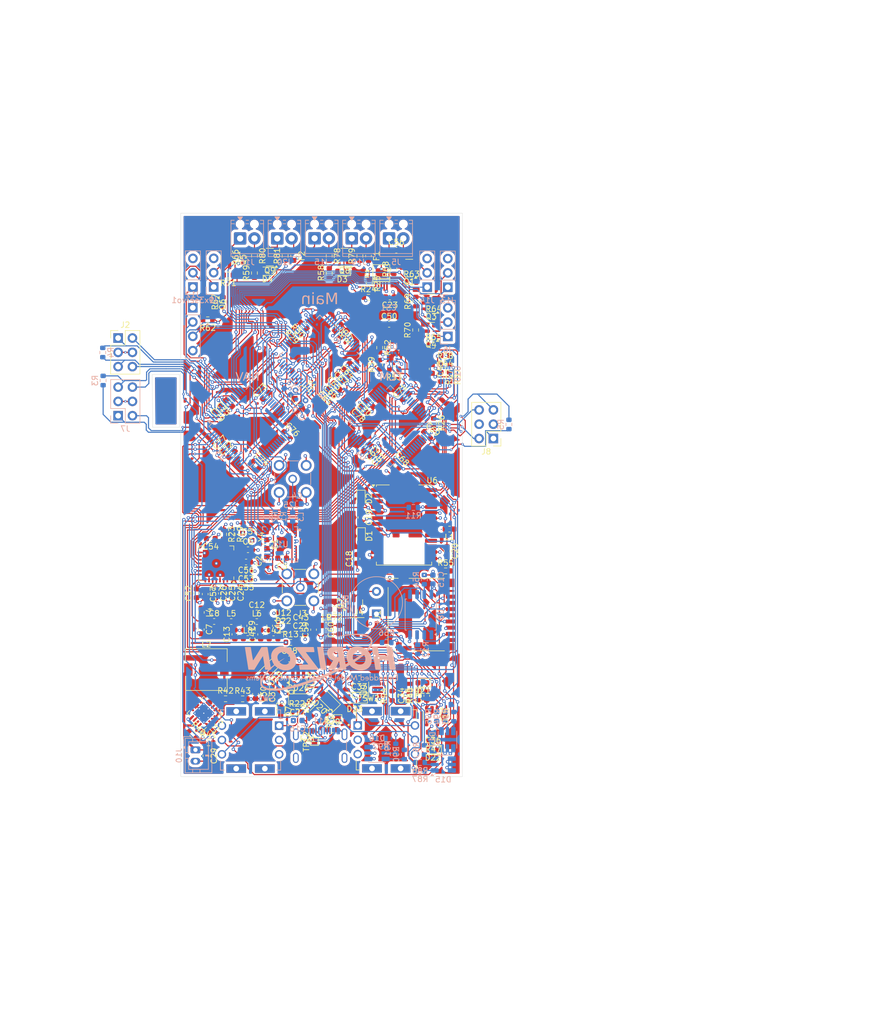
<source format=kicad_pcb>
(kicad_pcb (version 20241229) (generator "pcbnew") (generator_version "9.0")
  (layers (0 "F.Cu" signal) (4 "In1.Cu" signal) (6 "In2.Cu" signal) (2 "B.Cu" signal) (13 "F.Paste" user) (15 "B.Paste" user) (5 "F.SilkS" user "F.Silkscreen") (7 "B.SilkS" user "B.Silkscreen") (1 "F.Mask" user) (3 "B.Mask" user) (25 "Edge.Cuts" user))
  (net 0 "")
  (net 1 "Net-(1x3servo1-Pin_2)")
  (net 2 "GND")
  (net 3 "+3.3V")
  (net 4 "SERVO5")
  (net 5 "+5V")
  (net 6 "Net-(U1-XTAL32)")
  (net 7 "Net-(U1-EXTAL32)")
  (net 8 "Net-(J9-Pin_2)")
  (net 13 "mosfet1_signalfire")
  (net 17 "Net-(IC1-OUT2)")
  (net 18 "mosfet2_signalfire")
  (net 19 "Net-(IC1-OUT1)")
  (net 21 "Net-(U4-VDDCORE)")
  (net 22 "Net-(U1-VOUT3V3)")
  (net 23 "Net-(U3-VDDCORE)")
  (net 25 "Net-(U4-GNDANA)")
  (net 28 "Net-(D3-K)")
  (net 29 "Net-(D4-K)")
  (net 35 "BGM_RESET")
  (net 43 "Net-(J19-Pin_2)")
  (net 44 "Net-(J20-Pin_2)")
  (net 51 "SERVO3")
  (net 52 "Net-(J6-Pin_2)")
  (net 55 "SERVO4")
  (net 66 "SERVO2")
  (net 67 "Net-(J13-Pin_2)")
  (net 69 "Net-(J14-Pin_2)")
  (net 70 "SERVO1")
  (net 73 "RF_CS")
  (net 82 "BUZZER")
  (net 83 "nRESET DMCU-1")
  (net 84 "nRESET MMCU")
  (net 85 "nRESET DMCU-2")
  (net 86 "scl")
  (net 87 "sda")
  (net 88 "RS_GPS TMCU")
  (net 89 "D+ MMCU")
  (net 90 "D+ DMCU-1")
  (net 91 "D+ DMCU-2")
  (net 92 "D- MMCU")
  (net 93 "D- DMCU-1")
  (net 94 "D- DMCU-2")
  (net 95 "DIR1")
  (net 96 "PWM1")
  (net 97 "CS_IMU TMCU")
  (net 98 "INTERRUPT TMCU")
  (net 99 "CS_BARO TMCU")
  (net 100 "CS_SD MMCU")
  (net 101 "CS_NAND MMCU")
  (net 102 "RESETN TMCU")
  (net 103 "SPI_CLOCK TMCU")
  (net 104 "MISO TMCU")
  (net 105 "MOSI TMCU")
  (net 106 "mosfet1_signal")
  (net 107 "mosfet2_signal")
  (net 108 "mosfet3_signal")
  (net 109 "mosfet4_signal")
  (net 110 "mosfet5_signal")
  (net 111 "Net-(J15-Pin_2)")
  (net 112 "Net-(J16-Pin_2)")
  (net 113 "1B")
  (net 114 "1G")
  (net 115 "1R")
  (net 116 "2R")
  (net 117 "2G")
  (net 118 "2B")
  (net 119 "3R")
  (net 120 "3G")
  (net 121 "3B")
  (net 122 "I2C0_SCL")
  (net 123 "SWCLK DMCU-1")
  (net 124 "SWDIO DMCU-1")
  (net 125 "PTD4")
  (net 126 "I2C0_SDA")
  (net 127 "RX TMCU")
  (net 128 "PTA12")
  (net 129 "TX TMCU")
  (net 130 "SWDIO DMCU-2")
  (net 131 "SWCLK DMCU-2")
  (net 132 "NAND_MISO MMCU")
  (net 133 "NAND_MOSI MMCU")
  (net 134 "SPI0_SCK MMCU")
  (net 135 "SWCLK MMCU")
  (net 136 "SWDIO MMCU")
  (net 137 "CAM_RX")
  (net 138 "CAM_TX")
  (net 139 "BGM_INT")
  (net 140 "BGM_CS")
  (net 168 "Net-(U3-GNDANA)")
  (net 170 "SCK TMCU")
  (net 171 "RFO_HF")
  (net 172 "Net-(C8-Pad2)")
  (net 173 "Net-(C12-Pad1)")
  (net 174 "Net-(U12-RF1)")
  (net 175 "RFI_HF")
  (net 176 "Net-(D26-A)")
  (net 177 "Net-(U12-CTRL)")
  (net 178 "VR_PA")
  (net 179 "POWAAAA")
  (net 180 "Net-(J10-Pin_1)")
  (net 181 "bat")
  (net 182 "Net-(D23-K)")
  (net 183 "Net-(U9-SS{slash}TR)")
  (net 184 "Net-(U15-EN)")
  (net 185 "Net-(C41-Pad1)")
  (net 186 "Net-(U12-RF2)")
  (net 187 "Net-(C43-Pad2)")
  (net 188 "Net-(U12-RFIN)")
  (net 189 "Net-(J4-In)")
  (net 190 "Net-(D3-A)")
  (net 191 "Net-(D4-A)")
  (net 192 "Net-(D7-A)")
  (net 193 "Net-(D8-I{slash}O2)")
  (net 194 "Net-(D8-I{slash}O1)")
  (net 195 "Net-(D15-RA)")
  (net 196 "Net-(D15-BA)")
  (net 197 "Net-(D15-GA)")
  (net 198 "Net-(D16-RA)")
  (net 199 "Net-(D16-GA)")
  (net 200 "Net-(D16-BA)")
  (net 201 "Net-(D17-BA)")
  (net 202 "Net-(D17-RA)")
  (net 203 "Net-(D17-GA)")
  (net 204 "VBUS")
  (net 205 "Net-(D21-A)")
  (net 206 "Net-(D22-A)")
  (net 208 "SD_DETECT")
  (net 212 "Net-(J11-CC2)")
  (net 213 "Net-(J11-CC1)")
  (net 214 "Net-(L2-Pad2)")
  (net 215 "Net-(Q1-D)")
  (net 216 "Net-(Q1-G)")
  (net 217 "Net-(Q2-G)")
  (net 218 "Net-(Q3-D)")
  (net 219 "Net-(Q3-G)")
  (net 220 "Net-(Q4-D)")
  (net 221 "Net-(Q4-G)")
  (net 222 "Net-(Q5-G)")
  (net 223 "Net-(Q5-D)")
  (net 224 "Net-(Q6-D)")
  (net 225 "Net-(Q6-G)")
  (net 226 "Net-(Q8-G)")
  (net 227 "Net-(Q8-D)")
  (net 228 "Net-(Q9-G)")
  (net 229 "Net-(Q9-D)")
  (net 230 "Net-(U8-~{WP}{slash}IO_{2})")
  (net 231 "RXTX")
  (net 232 "Net-(U14-LBI)")
  (net 233 "Net-(U14-FB)")
  (net 234 "Net-(U9-FB)")
  (net 235 "Net-(U8-~{HOLD}{slash}~{RESET}{slash}IO_{3})")
  (net 246 "SX_XTB")
  (net 247 "SX_XTA")
  (net 248 "Net-(U6-RF_OUT)")
  (net 249 "Net-(D2-A)")
  (net 250 "Net-(U7-PA_BOOST)")
  (net 251 "Net-(D1-K)")
  (net 254 "Net-(U6-~{RESET})")
  (net 255 "Net-(U7-DIO0)")
  (net 256 "Net-(U7-DIO1)")
  (net 257 "Net-(U5-INT_DRDY)")
  (net 275 "mosfet3_signalfire")
  (net 276 "mosfet4_signalfire")
  (net 277 "Net-(BZ1--)")
  (net 278 "Net-(U11-DECOUPLE)")
  (net 279 "Net-(J25-In)")
  (net 280 "Net-(U11-ANT_OUT)")
  (footprint "Resistor_SMD:R_0603_1608Metric" (layer "F.Cu") (at 104.55 100.65 -90)
    (property "Reference" "R45")
    (property "Value" "100k")
  )
  (footprint "Capacitor_SMD:C_0603_1608Metric" (layer "F.Cu") (at 71.67 82.49 -90)
    (property "Reference" "C26")
    (property "Value" "10nF")
  )
  (footprint "LED_SMD:LED_0603_1608Metric" (layer "F.Cu") (at 110.2825 110.21 180)
    (property "Reference" "D22")
    (property "Value" "LED")
  )
  (footprint "Capacitor_SMD:C_0603_1608Metric" (layer "F.Cu") (at 77.08 79.99 180)
    (property "Reference" "C55")
    (property "Value" "100nF")
  )
  (footprint "Capacitor_SMD:C_0603_1608Metric" (layer "F.Cu") (at 102.61 29.89 180)
    (property "Reference" "C23")
    (property "Value" "100 nF")
  )
  (footprint "Capacitor_SMD:C_0603_1608Metric" (layer "F.Cu") (at 84.311992 54.411992 -45)
    (property "Reference" "C76")
    (property "Value" "100nF")
  )
  (footprint "Resistor_SMD:R_0603_1608Metric" (layer "F.Cu") (at 91.86 25.62 90)
    (property "Reference" "R58")
    (property "Value" "1k")
  )
  (footprint "Package_TO_SOT_SMD:SOT-23" (layer "F.Cu") (at 74.16 23.2825 -90)
    (property "Reference" "Q5")
    (property "Value" "IRLML6402")
  )
  (footprint "TestPoint:TestPoint_Pad_1.0x1.0mm" (layer "F.Cu") (at 89.23 108.77 90)
    (property "Reference" "TP12")
    (property "Value" "TestPoint")
  )
  (footprint "Capacitor_SMD:C_0603_1608Metric" (layer "F.Cu") (at 93.161992 45.731992 135)
    (property "Reference" "C66")
    (property "Value" "0.1uF")
  )
  (footprint "Package_TO_SOT_SMD:SOT-23" (layer "F.Cu") (at 81.3075 22.81 180)
    (property "Reference" "Q9")
    (property "Value" "IRLML6402")
  )
  (footprint "Capacitor_SMD:C_0603_1608Metric" (layer "F.Cu") (at 80.78 73.74 -90)
    (property "Reference" "C1")
    (property "Value" "100 nF")
  )
  (footprint "Capacitor_SMD:C_0603_1608Metric" (layer "F.Cu") (at 112.75219 74.97889 -90)
    (property "Reference" "C20")
    (property "Value" "100nF")
  )
  (footprint "Capacitor_SMD:C_0603_1608Metric" (layer "F.Cu") (at 77.335 70.09 180)
    (property "Reference" "C5")
    (property "Value" "12 pF")
  )
  (footprint "Capacitor_SMD:C_0603_1608Metric" (layer "F.Cu") (at 93.61 88.935 90)
    (property "Reference" "C60")
    (property "Value" "1.8 pF")
  )
  (footprint "Resistor_SMD:R_0603_1608Metric" (layer "F.Cu") (at 76.6675 22.8425 90)
    (property "Reference" "R66")
    (property "Value" "100")
  )
  (footprint "Crystal:Crystal_SMD_Abracon_ABM10-4Pin_2.5x2.0mm" (layer "F.Cu") (at 77.285 72.415 -90)
    (property "Reference" "Y4")
    (property "Value" "32MHz")
  )
  (footprint "Inductor_SMD:L_0603_1608Metric" (layer "F.Cu") (at 74.4525 87.49)
    (property "Reference" "L5")
    (property "Value" "6.8 nH")
  )
  (footprint "Resistor_SMD:R_0603_1608Metric" (layer "F.Cu") (at 107.64 100.635 90)
    (property "Reference" "R46")
    (property "Value" "100")
  )
  (footprint "Package_TO_SOT_SMD:SOT-23" (layer "F.Cu") (at 94.5725 22.81 180)
    (property "Reference" "Q8")
    (property "Value" "IRLML6402")
  )
  (footprint "Resistor_SMD:R_0603_1608Metric" (layer "F.Cu") (at 110.4 33.43)
    (property "Reference" "R64")
    (property "Value" "100")
  )
  (footprint "Package_TO_SOT_SMD:SOT-23-5" (layer "F.Cu") (at 110.1 104.2725 -90)
    (property "Reference" "U15")
    (property "Value" "AP2112K-3.3")
  )
  (footprint "Capacitor_SMD:C_0603_1608Metric" (layer "F.Cu") (at 103.77 59.61 -45)
    (property "Reference" "C68")
    (property "Value" "100nF")
  )
  (footprint "Capacitor_SMD:C_0603_1608Metric" (layer "F.Cu") (at 99.101992 48.811992 135)
    (property "Reference" "C70")
    (property "Value" "100nF")
  )
  (footprint "Diode_SMD:Nexperia_CFP3_SOD-123W" (layer "F.Cu") (at 96.38 101.01 180)
    (property "Reference" "D23")
    (property "Value" "PMEG6020ER")
  )
  (footprint "LED_SMD:LED_0603_1608Metric" (layer "F.Cu") (at 94.15 25.33 180)
    (property "Reference" "D3")
    (property "Value" "LED")
  )
  (footprint "Resistor_SMD:R_0603_1608Metric" (layer "F.Cu") (at 74.63 72.005 -90)
    (property "Reference" "R19")
    (property "Value" "10k")
  )
  (footprint "Resistor_SMD:R_0603_1608Metric" (layer "F.Cu") (at 88.06 106.89 180)
    (property "Reference" "R21")
    (property "Value" "5k1")
  )
  (footprint "Capacitor_SMD:C_0603_1608Metric" (layer "F.Cu") (at 99.601992 57.688008 -135)
    (property "Reference" "C61")
    (property "Value" "100nF")
  )
  (footprint "Inductor_SMD:L_0603_1608Metric" (layer "F.Cu") (at 91.3375 88.18)
    (property "Reference" "L9")
    (property "Value" "10 nH")
  )
  (footprint "Resistor_SMD:R_0603_1608Metric" (layer "F.Cu") (at 92.36 106.68)
    (property "Reference" "R20")
    (property "Value" "5k1")
  )
  (footprint "SMA_CONNECTOR:LPRS_SMA_CONNECTOR" (layer "F.Cu") (at 86.72 81.42 180)
    (property "Reference" "J3")
    (property "Value" "Conn_Coaxial")
  )
  (footprint "Resistor_SMD:R_0603_1608Metric" (layer "F.Cu") (at 98.97 27.54 -90)
    (property "Reference" "R25")
    (property "Value" "10k")
  )
  (footprint "Capacitor_SMD:C_0603_1608Metric" (layer "F.Cu") (at 98.02 49.88 135)
    (property "Reference" "C78")
    (property "Value" "100nF")
  )
  (footprint "Capacitor_SMD:C_0603_1608Metric" (layer "F.Cu") (at 81.27 88.235 -90)
    (property "Reference" "C11")
    (property "Value" "2.7 pF")
  )
  (footprint "Resistor_SMD:R_0603_1608Metric" (layer "F.Cu") (at 110.37 52.25 -90)
    (property "Reference" "R26")
    (property "Value" "R")
  )
  (footprint "Capacitor_SMD:C_0603_1608Metric" (layer "F.Cu") (at 106.1 100.63 90)
    (property "Reference" "C34")
    (property "Value" "22uF")
  )
  (footprint "Inductor_SMD:L_0603_1608Metric" (layer "F.Cu") (at 78.99 87.49)
    (property "Reference" "L6")
    (property "Value" "10 nH")
  )
  (footprint "NR01103ANG13-1C:SW_NR01103ANG13-1C" (layer "F.Cu") (at 101.99 108.4675)
    (property "Reference" "SW2")
    (property "Value" "SW_SP3T")
  )
  (footprint "TestPoint:TestPoint_Pad_1.0x1.0mm" (layer "F.Cu") (at 93.39 104.7 90)
    (property "Reference" "TP13")
    (property "Value" "TestPoint")
  )
  (footprint "Package_TO_SOT_SMD:SOT-23" (layer "F.Cu") (at 109.9225 35.95 180)
    (property "Reference" "Q4")
    (property "Value" "IRLML6402")
  )
  (footprint "Resistor_SMD:R_0603_1608Metric" (layer "F.Cu") (at 70.415 109)
    (property "Reference" "R41")
    (property "Value" "100k")
  )
  (footprint "Diode_SMD:Nexperia_CFP3_SOD-123W" (layer "F.Cu") (at 86.88 101.26)
    (property "Reference" "D26")
    (property "Value" "PMEG6020ER")
  )
  (footprint "Inductor_SMD:L_0603_1608Metric" (layer "F.Cu") (at 77.39 90.5)
    (property "Reference" "L8")
    (property "Value" "6.8 nH")
  )
  (footprint "Capacitor_SMD:C_0603_1608Metric" (layer "F.Cu") (at 97.18 99.13 180)
    (property "Reference" "C32")
    (property "Value" "10uF")
  )
  (footprint "Resistor_SMD:R_0603_1608Metric" (layer "F.Cu") (at 78.57 25.63 90)
    (property "Reference" "R59")
    (property "Value" "1k")
  )
  (footprint "Capacitor_SMD:C_0603_1608Metric" (layer "F.Cu") (at 92.09 46.81 135)
    (property "Reference" "C65")
    (property "Value" "0.1uF")
  )
  (footprint "Resistor_SMD:R_0603_1608Metric" (layer "F.Cu") (at 70.285 33.9375 180)
    (property "Reference" "R62")
    (property "Value" "100k")
  )
  (footprint "Diode_SMD:Nexperia_CFP3_SOD-123W" (layer "F.Cu") (at 80.939949 96.130051 -135)
    (property "Reference" "D19")
    (property "Value" "PMEG6020ER")
  )
  (footprint "Resistor_SMD:R_0603_1608Metric" (layer "F.Cu") (at 94.473363 36.386637 -135)
    (property "Reference" "R7")
    (property "Value" "4.7k")
  )
  (footprint "Resistor_SMD:R_0603_1608Metric" (layer "F.Cu") (at 86.196637 35.996637 135)
    (property "Reference" "R29")
    (property "Value" "R")
  )
  (footprint "Capacitor_SMD:C_0603_1608Metric" (layer "F.Cu") (at 73.021992 49.811992 135)
    (property "Reference" "C79")
    (property "Value" "100nF")
  )
  (footprint "Resistor_SMD:R_0603_1608Metric" (layer "F.Cu") (at 87.276637 34.916637 135)
    (property "Reference" "R30")
    (property "Value" "R")
  )
  (footprint "Capacitor_SMD:C_0603_1608Metric" (layer "F.Cu") (at 79.68 89.77 90)
    (property "Reference" "C41")
    (property "Value" "2.7 pF")
  )
  (footprint "Resistor_SMD:R_0603_1608Metric" (layer "F.Cu") (at 84.985 91.18)
    (property "Reference" "R13")
    (property "Value" "1k")
  )
  (footprint "Capacitor_SMD:C_0603_1608Metric" (layer "F.Cu") (at 109.17 100.64 90)
    (property "Reference" "C35")
    (property "Value" "1uF")
  )
  (footprint "Diode_SMD:Nexperia_CFP3_SOD-123W" (layer "F.Cu") (at 91.58 101.26 135)
    (property "Reference" "D20")
    (property "Value" "PMEG6020ER")
  )
  (footprint "Resistor_SMD:R_0603_1608Metric" (layer "F.Cu") (at 73.1 72.005 -90)
    (property "Reference" "R23")
    (property "Value" "10k")
  )
  (footprint "Capacitor_SMD:C_0603_1608Metric" (layer "F.Cu") (at 89.07 88.93 90)
    (property "Reference" "C59")
    (property "Value" "2.2 pF")
  )
  (footprint "Connector_PinHeader_2.54mm:PinHeader_2x03_P2.54mm_Vertical" (layer "F.Cu") (at 121 55 180)
    (property "Reference" "J8")
    (property "Value" "Conn_02x03_Counter_Clockwise")
  )
  (footprint "Capacitor_SMD:C_0603_1608Metric" (layer "F.Cu") (at 110.26 107.13 180)
    (property "Reference" "C36")
    (property "Value" "1u")
  )
  (footprint "Capacitor_SMD:C_0603_1608Metric" (layer "F.Cu") (at 109.221992 54.381992 -45)
    (property "Reference" "C69")
    (property "Value" "100nF")
  )
  (footprint "Capacitor_SMD:C_0603_1608Metric" (layer "F.Cu") (at 77.085 76.92 180)
    (property "Reference" "C56")
    (property "Value" "100nF")
  )
  (footprint "Package_LGA:Texas_SIL0008D_MicroSiP-8-1EP_2.8x3mm_P0.65mm_EP1.1x1.9mm_ThermalVias" (layer "F.Cu") (at 100.46 99.6 90)
    (property "Reference" "U9")
    (property "Value" "TPS82130")
  )
  (footprint "Capacitor_SMD:C_0603_1608Metric" (layer "F.Cu") (at 96.8 76.36 90)
    (property "Reference" "C18")
    (property "Value" "4.7uF")
  )
  (footprint "Resistor_SMD:R_0603_1608Metric" (layer "F.Cu") (at 110.3 108.68 180)
    (property "Reference" "R47")
    (property "Value" "330")
  )
  (footprint "Package_TO_SOT_SMD:SOT-363_SC-70-6" (layer "F.Cu") (at 83.67 88.17)
    (property "Reference" "U12")
    (property "Value" "PE4259")
  )
  (footprint "Resistor_SMD:R_0603_1608Metric" (layer "F.Cu") (at 107.1975 35.745 90)
    (property "Reference" "R70")
    (property "Value" "100k")
  )
  (footprint "Capacitor_SMD:C_0603_1608Metric" (layer "F.Cu") (at 80.31 100.4 -90)
    (property "Reference" "C31")
    (property "Value" "100u")
  )
  (footprint "Capacitor_SMD:C_0603_1608Metric" (layer "F.Cu") (at 84.775 94.12)
    (property "Reference" "C28")
    (property "Value" "10uF")
  )
  (footprint "Capacitor_SMD:C_0603_1608Metric" (layer "F.Cu") (at 74.091992 48.721992 135)
    (property "Reference" "C75")
    (property "Value" "100nF")
  )
  (footprint "Resistor_SMD:R_0603_1608Metric" (layer "F.Cu") (at 67.61 107.49 -45)
    (property "Reference" "R40")
    (property "Value" "100k")
  )
  (footprint "Capacitor_SMD:C_0603_1608Metric" (layer "F.Cu") (at 96.03 42.14 135)
    (property "Reference" "C64")
    (property "Value" "0.1uF")
  )
  (footprint "Capacitor_SMD:C_0603_1608Metric" (layer "F.Cu") (at 75.1 89.76 90)
    (property "Reference" "C13")
    (property "Value" "2.2 pF")
  )
  (footprint "Resistor_SMD:R_0603_1608Metric" (layer "F.Cu") (at 73 30.7575 90)
    (property "Reference" "R67")
    (property "Value" "100")
  )
  (footprint "Package_TO_SOT_SMD:TSOT-23-6" (layer "F.Cu") (at 86.3425 98.01 -90)
    (property "Reference" "U13")
    (property "Value" "LTC4412xS6")
  )
  (footprint "Capacitor_SMD:C_0603_1608Metric" (layer "F.Cu") (at 97.175 97.61 180)
    (property "Reference" "C33")
    (property "Value" "3.3 nF")
  )
  (footprint "Package_TO_SOT_SMD:SOT-23" (layer "F.Cu") (at 82.82 99.5125 -90)
    (property "Reference" "Q2")
    (property "Value" "DMG2301L")
  )
  (footprint "Capacitor_SMD:C_0603_1608Metric" (layer "F.Cu") (at 73.45 56.7 45)
    (property "Reference" "C77")
    (property "Value" "100nF")
  )
  (footprint "Capacitor_SMD:C_0603_1608Metric" (layer "F.Cu") (at 94.958008 43.288008 135)
    (property "Reference" "C67")
    (property "Value" "4.7uF")
  )
  (footprint "Resistor_SMD:R_0603_1608Metric" (layer "F.Cu") (at 84.02 22.6 90)
    (property "Reference" "R81")
    (property "Value" "100")
  )
  (footprint "Capacitor_SMD:C_0603_1608Metric" (layer "F.Cu") (at 86.795 89.69)
    (property "Reference" "C21")
    (property "Value" "1nF")
  )
  (footprint "Resistor_SMD:R_0603_1608Metric" (layer "F.Cu") (at 86.12 103.49)
    (property "Reference" "R22")
    (property "Value" "330")
  )
  (footprint "Resistor_SMD:R_0603_1608Metric" (layer "F.Cu") (at 97.3 22.61 90)
    (property "Reference" "R79")
    (property "Value" "100")
  )
  (footprint "Resistor_SMD:R_0603_1608Metric" (layer "F.Cu") (at 106.47 27.25)
    (property "Reference" "R63")
    (property "Value" "100")
  )
  (footprint "Capacitor_SMD:C_0603_1608Metric" (layer "F.Cu") (at 80.76 76.775 90)
    (property "Reference" "C2")
    (property "Value" "100 nF")
  )
  (footprint "Package_DFN_QFN:QFN-28-1EP_6x6mm_P0.65mm_EP4.8x4.8mm" (layer "F.Cu") (at 71.81 77.1675 180)
    (property "Reference" "U7")
    (property "Value" "SX1276")
  )
  (footprint "Resistor_SMD:R_0603_1608Metric" (layer "F.Cu") (at 103.01 100.65 90)
    (property "Reference" "R44")
    (property "Value" "350k")
  )
  (footprint "Capacitor_SMD:C_0603_1608Metric" (layer "F.Cu") (at 105.41 47.59 45)
    (property "Reference" "C71")
    (property "Value" "100nF")
  )
  (footprint "Capacitor_SMD:C_0603_1608Metric" (layer "F.Cu") (at 77.085 78.45 180)
    (property "Reference" "C53")
    (property "Value" "100nF")
  )
  (footprint "Capacitor_SMD:C_0603_1608Metric" (layer "F.Cu") (at 68.3 82.47 90)
    (property "Reference" "C52")
    (property "Value" "100nF")
  )
  (footprint "Resistor_SMD:R_0603_1608Metric" (layer "F.Cu") (at 73.9325 25.9925 180)
    (property "Reference" "R71")
    (property "Value" "100k")
  )
  (footprint "Package_TO_SOT_SMD:SOT-23" (layer "F.Cu") (at 96.22 84.2475 90)
    (property "Reference" "Q7")
    (property "Value" "BSS138")
  )
  (footprint "Fuse:Fuse_0603_1608Metric" (layer "F.Cu") (at 98.82 22.6125 -90)
    (property "Reference" "F1")
    (property "Value" "Polyfuse")
  )
  (footprint "Inductor_SMD:L_0603_1608Metric" (layer "F.Cu") (at 113.2025 71.08067 180)
    (property "Reference" "L1")
    (property "Value" "47 nH")
  )
  (footprint "Capacitor_SMD:C_0603_1608Metric" (layer "F.Cu") (at 83.49 76.24 180)
    (property "Reference" "C3")
    (property "Value" "100 nF")
  )
  (footprint "Capacitor_SMD:C_0603_1608Metric" (layer "F.Cu") (at 103.76 21.58)
    (property "Reference" "C58")
    (property "Value" "100nF")
  )
  (footprint "Capacitor_SMD:C_0603_1608Metric" (layer "F.Cu") (at 93.711992 44.191992 135)
    (property "Reference" "C63")
    (property "Value" "1uF")
  )
  (footprint "Inductor_SMD:L_7.3x7.3_H4.5" (layer "F.Cu") (at 70.03 96.01)
    (property "Reference" "L2")
    (property "Value" "SLF7055T-6R8N2R8-3PF")
  )
  (footprint "Capacitor_SMD:C_0603_1608Metric" (layer "F.Cu") (at 97.49 69.015 -90)
    (property "Reference" "C19")
    (property "Value" "100nF")
  )
  (footprint "Diode_SMD:D_0603_1608Metric" (layer "F.Cu") (at 97.54 72.32 -90)
    (property "Reference" "D1")
    (property "Value" "D_Schottky")
  )
  (footprint "Resistor_SMD:R_0603_1608Metric" (layer "F.Cu") (at 92.8 85.31 180)
    (property "Reference" "R72")
    (property "Value" "2k2")
  )
  (footprint "Capacitor_SMD:C_0603_1608Metric" (layer "F.Cu") (at 74.71 82.47 -90)
    (property "Reference" "C24")
    (property "Value" "10nF")
  )
  (footprint "Resistor_SMD:R_0603_1608Metric" (layer "F.Cu") (at 93.403363 35.316637 -135)
    (property "Reference" "R6")
    (property "Value" "4.7k")
  )
  (footprint "Capacitor_SMD:C_0603_1608Metric" (layer "F.Cu") (at 81.965 90.52)
    (property "Reference" "C42")
    (property "Value" "1.8 pF")
  )
  (footprint "Inductor_SMD:L_0603_1608Metric" (layer "F.Cu") (at 69.14 85.86 -90)
    (property "Reference" "L4")
    (property "Value" "8.2 nH")
  )
  (footprint "Resistor_SMD:R_0603_1608Metric" (layer "F.Cu") (at 110.3625 38.44)
    (property "Reference" "R65")
    (property "Value" "100")
  )
  (footprint "Resistor_SMD:R_0603_1608Metric" (layer "F.Cu") (at 112.52 78.5)
    (property "Reference" "R55")
    (property "Value" "10kΩ")
  )
  (footprint "Capacitor_SMD:C_0603_1608Metric" (layer "F.Cu") (at 98.52 56.62 -135)
    (property "Reference" "C62")
    (property "Value" "100nF")
  )
  (footprint "Package_TO_SOT_SMD:SOT-23" (layer "F.Cu") (at 70.5 31.2 -90)
    (property "Reference" "Q6")
    (property "Value" "IRLML6402")
  )
  (footprint "Package_TO_SOT_SMD:SOT-23" (layer "F.Cu") (at 109.9525 30.94 180)
    (property "Reference" "Q3")
    (property "Value" "IRLML6402")
  )
  (footprint "Resistor_SMD:R_0603_1608Metric" (layer "F.Cu") (at 98.82 29.94)
    (property "Reference" "R24")
    (property "Value" "10k")
  )
  (footprint "Package_TO_SOT_SMD:SOT-143" (layer "F.Cu") (at 89.98 103.98 45)
    (property "Reference" "D8")
    (property "Value" "PRTR5V0U2X")
  )
  (footprint "Capacitor_SMD:C_0603_1608Metric" (layer "F.Cu") (at 78.98 85.97)
    (property "Reference" "C12")
    (property "Value" "1.2 pF")
  )
  (footprint "LED_SMD:LED_0603_1608Metric" (layer "F.Cu") (at 83.24 103.45 -90)
    (property "Reference" "D7")
    (property "Value" "LED")
  )
  (footprint "Package_TO_SOT_SMD:SOT-23" (layer "F.Cu") (at 106.04 24.75 180)
    (property "Reference" "Q1")
    (property "Value" "IRLML6402")
  )
  (footprint "Capacitor_SMD:C_0603_1608Metric" (layer "F.Cu") (at 78.87 59.67 -45)
    (property "Reference" "C74")
    (property "Value" "100nF")
  )
  (footprint "Capacitor_SMD:C_0603_1608Metric" (layer "F.Cu") (at 86.805 88.18)
    (property "Reference" "C43")
    (property "Value" "1.0 pF")
  )
  (footprint "Diode_SMD:D_0603_1608Metric" (layer "F.Cu") (at 97.491212 65.658916 -90)
    (property "Reference" "D2")
    (property "Value" "PESD5V‑S5ULC")
  )
  (footprint "A3909:MSOP10-PAD" (layer "F.Cu") (at 101.1 25.65 90)
    (property "Reference" "IC1")
    (property "Value" "A3909")
  )
  (footprint "U.FL-R-SMT_01_:HRS_U.FL-R-SMT_01_" (layer "F.Cu") (at 96.75 88.08)
    (property "Reference" "J4")
    (property "Value" "H9161TR-ND")
  )
  (footprint "Resistor_SMD:R_0603_1608Metric" (layer "F.Cu") (at 76.485 101.2)
    (property "Reference" "R43")
    (property "Value" "100k")
  )
  (footprint "Capacitor_SMD:C_0603_1608Metric" (layer "F.Cu") (at 77.425 74.74)
    (property "Reference" "C6")
    (property "Value" "12 pF")
  )
  (footprint "Capacitor_SMD:C_0603_1608Metric" (layer "F.Cu") (at 74.53 57.76 45)
    (property "Reference" "C72")
    (property "Value" "1uF")
  )
  (footprint "Resistor_SMD:R_0603_1608Metric" (layer "F.Cu") (at 78.58 22.59 -90)
    (property "Reference" "R80")
    (property "Value" "10k")
  )
  (footprint "Capacitor_SMD:C_0603_1608Metric" (layer "F.Cu") (at 70.82 72.75 180)
    (property "Reference" "C54")
    (property "Value" "100nF")
  )
  (footprint "RF_GPS:Quectel_L96" (layer "F.Cu") (at 105.13 70.35)
    (property "Reference" "U6")
    (property "Value" "GPS")
  )
  (footprint "LED_SMD:LED_0603_1608Metric" (layer "F.Cu") (at 80.87 25.3 180)
    (property "Reference" "D4")
    (property "Value" "LED")
  )
  (footprint "Capacitor_SMD:C_0603_1608Metric" (layer "F.Cu") (at 71.42 87.47)
    (property "Reference" "C8")
    (property "Value" "1.5 pF")
  )
  (footprint "Capacitor_SMD:C_0603_1608Metric" (layer "F.Cu") (at 69.13 88.88 -90)
    (property "Reference" "C7")
    (property "Value" "2.2 pF")
  )
  (footprint "Capacitor_SMD:C_0603_1608Metric" (layer "F.Cu") (at 83.68 85.95 180)
    (property "Reference" "C22")
    (property "Value" "1nF")
  )
  (footprint "Capacitor_SMD:C_0603_1608Metric" (layer "F.Cu") (at 112.4525 40.2625 180)
    (property "Reference" "C44")
    (property "Value" "100nF")
  )
  (footprint "Capacitor_SMD:C_0603_1608Metric" (layer "F.Cu") (at 110.1275 42.6475 -90)
    (property "Reference" "C45")
    (property "Value" "100nF")
  )
  (footprint "Resistor_SMD:R_0603_1608Metric" (layer "F.Cu") (at 73.445 101.19)
    (property "Reference" "R42")
    (property "Value" "430k")
  )
  (footprint "Fuse:Fuse_0603_1608Metric" (layer "F.Cu") (at 85.54 22.5975 -90)
    (property "Reference" "F2")
    (property "Value" "Polyfuse")
  )
  (footprint "Package_DFN_QFN:Texas_RSA_VQFN-16-1EP_4x4mm_P0.65mm_EP2.7x2.7mm_ThermalVias" (layer "F.Cu") (at 69.578268 103.752874 -135)
    (property "Reference" "U14")
    (property "Value" "TPS61092")
  )
  (footprint "Capacitor_SMD:C_0603_1608Metric" (layer "F.Cu") (at 76.72 88.235 -90)
    (property "Reference" "C9")
    (property "Value" "2.2 pF")
  )
  (footprint "Capacitor_SMD:C_0603_1608Metric" (layer "F.Cu") (at 73.19 82.475 -90)
    (property "Reference" "C25")
    (property "Value" "100nF")
  )
  (footprint "Resistor_SMD:R_0603_1608Metric" (layer "F.Cu") (at 103.3575 42.6975 180)
    (property "Reference" "R53")
    (property "Value" "10k")
  )
  (footprint "Capacitor_SMD:C_0603_1608Metric" (layer "F.Cu") (at 80.581992 47.448008 45)
    (property "Reference" "C73")
    (property "Value" "100nF")
  )
  (footprint "Capacitor_SMD:C_0603_1608Metric" (layer "F.Cu") (at 69.96 111.33 -90)
    (property "Reference" "C29")
    (property "Value" "10u")
  )
  (footprint "Capacitor_SMD:C_0603_1608Metric" (layer "F.Cu") (at 86.255 105.04)
    (property "Reference" "C27")
    (property "Value" "100n")
  )
  (footprint "Connector_PinHeader_2.54mm:PinHeader_2x03_P2.54mm_Vertical" (layer "F.Cu") (at 54.37 37.17)
    (property "Reference" "J2")
    (property "Value" "Conn_02x03_Counter_Clockwise")
  )
  (footprint "Resistor_SMD:R_0603_1608Metric" (layer "F.Cu") (at 91.85 22.59 -90)
    (property "Reference" "R78")
    (property "Value" "10k")
  )
  (footprint "Resistor_SMD:R_0603_1608Metric" (layer "F.Cu") (at 112.4475 41.7975)
    (property "Reference" "R38")
    (property "Value" "10k")
  )
  (footprint "LED_SMD:LED_0603_1608Metric" (layer "F.Cu") (at 108.4 98.35 180)
    (property "Reference" "D21")
    (property "Value" "LED")
  )
  (footprint "Resistor_SMD:R_0603_1608Metric" (layer "F.Cu") (at 107.23 30.7 90)
    (property "Reference" "R69")
    (property "Value" "100k")
  )
  (footprint "Resistor_SMD:R_0603_1608Metric" (layer "F.Cu") (at 103.32 24.96 90)
    (property "Reference" "R68")
    (property "Value" "100k")
  )
  (footprint "Crystal:Crystal_AT310_D3.0mm_L10.0mm_Vertical" (layer "F.Cu") (at 85.851974 46.441974 -45)
    (property "Reference" "Y1")
    (property "Value" "Crystal")
  )
  (footprint "Capacitor_SMD:C_0603_1608Metric" (layer "F.Cu") (at 69.83 82.61 -90)
    (property "Reference" "C57")
    (property "Value" "100nF")
  )
  (footprint "Resistor_SMD:R_0603_1608Metric" (layer "F.Cu") (at 113.2075 44.0625 -90)
    (property "Reference" "R37")
    (property "Value" "10k")
  )
  (footprint "Resistor_SMD:R_0603_1608Metric" (layer "F.Cu") (at 111.6675 44.0675 -90)
    (property "Reference" "R27")
    (property "Value" "10k")
  )
  (footprint "Resistor_SMD:R_0603_1608Metric" (layer "F.Cu") (at 100.7975 41.8925 90)
    (property "Reference" "R39")
    (property "Value" "10k")
  )
  (footprint "Capacitor_SMD:C_0603_1608Metric" (layer "F.Cu") (at 102.49 34.74)
    (property "Reference" "C50")
    (property "Value" "100nF")
  )
  (footprint "Capacitor_SMD:C_0603_1608Metric" (layer "F.Cu") (at 78.77 100.37 -90)
    (property "Reference" "C30")
    (property "Value" "2u2")
  )
  (footprint "Connector_Card:microSD_HC_Hirose_DM3D-SF" (layer "F.Cu") (at 108.085 86.245 90)
    (property "Reference" "J1")
    (property "Value" "Micro_SD_Card_Det1")
  )
  (footprint "Resistor_SMD:R_0603_1608Metric" (layer "F.Cu") (at 100.8075 38.8775 -90)
    (property "Reference" "R52")
    (property "Value" "10k")
  )
  (footprint "Resistor_SMD:R_0603_1608Metric" (layer "B.Cu") (at 102.045 91.21)
    (property "Reference" "R56")
    (property "Value" "10k")
  )
  (footprint "Resistor_SMD:R_0603_1608Metric" (layer "B.Cu") (at 113.98 104.36 -90)
    (property "Reference" "R93")
    (property "Value" "220")
  )
  (footprint "Resistor_SMD:R_0603_1608Metric" (layer "B.Cu") (at 123.755 52.505 -90)
    (property "Reference" "R5")
    (property "Value" "10k")
  )
  (footprint "Resistor_SMD:R_0603_1608Metric" (layer "B.Cu") (at 51.71 44.71 -90)
    (property "Reference" "R3")
    (property "Value" "10k")
  )
  (footprint "MK20DX256VLH7:QFP50P1200X1200X160-64N" (layer "B.Cu") (at 90.188726 40.315 135)
    (property "Reference" "U1")
    (property "Value" "MMCU")
  )
  (footprint "Resistor_SMD:R_0603_1608Metric" (layer "B.Cu") (at 101.02 108.23)
    (property "Reference" "R92")
    (property "Value" "220")
  )
  (footprint "Capacitor_SMD:C_0603_1608Metric" (layer "B.Cu") (at 87.38 49.61 -45)
    (property "Reference" "C10")
    (property "Value" "12pF")
  )
  (footprint "Capacitor_SMD:C_0603_1608Metric" (layer "B.Cu") (at 102.4075 33.24 180)
    (property "Reference" "C51")
    (property "Value" "100nF")
  )
  (footprint "Resistor_SMD:R_0603_1608Metric" (layer "B.Cu") (at 107.56 92.45 90)
    (property "Reference" "R12")
    (property "Value" "10kΩ")
  )
  (footprint "LED_SMD:LED_ROHM_SMLVN6" (layer "B.Cu") (at 112.095 112.86)
    (property "Reference" "D15")
    (property "Value" "SMLVN6RGB")
  )
  (footprint "LOGO" (layer "B.Cu") (at 90.5 95 180)
    (property "Reference" "G**" (hide yes))
    (property "Value" "LOGO" (hide yes))
  )
  (footprint "Package_QFP:TQFP-64_10x10mm_P0.5mm" (layer "B.Cu") (at 77.745637 52.825 -45)
    (property "Reference" "U3")
    (property "Value" "NMCU")
  )
  (footprint "Resistor_SMD:R_0603_1608Metric" (layer "B.Cu") (at 106.795 67.24)
    (property "Reference" "R11")
    (property "Value" "10kΩ")
  )
  (footprint "Connector_USB:USB_C_Receptacle_GCT_USB4105-xx-A_16P_TopMnt_Horizontal" (layer "B.Cu") (at 90.24 110.6 180)
    (property "Reference" "J11")
    (property "Value" "USB_C_Receptacle_USB2.0_16P")
  )
  (footprint "Package_QFP:TQFP-64_10x10mm_P0.5mm" (layer "B.Cu") (at 102.691274 52.8225 -45)
    (property "Reference" "U4")
    (property "Value" "TMCU")
  )
  (footprint "Resistor_SMD:R_0603_1608Metric" (layer "B.Cu") (at 108.73 80.035 -90)
    (property "Reference" "R54")
    (property "Value" "10kΩ")
  )
  (footprint "SMA_CONNECTOR:LPRS_SMA_CONNECTOR" (layer "B.Cu") (at 85.36 62.17)
    (property "Reference" "J25")
    (property "Value" "Conn_Coaxial")
  )
  (footprint "Resistor_SMD:R_0603_1608Metric" (layer "B.Cu") (at 107.985 114.01)
    (property "Reference" "R87")
    (property "Value" "220")
  )
  (footprint "Package_LGA:ST_HLGA-10_2x2mm_P0.5mm_LayoutBorder3x2y" (layer "B.Cu") (at 103.0575 40.59 180)
    (property "Reference" "U5")
    (property "Value" "LPS22HB")
  )
  (footprint "Resistor_SMD:R_0603_1608Metric" (layer "B.Cu") (at 82.28 68.89 90)
    (property "Reference" "R1")
    (property "Value" "10 kΩ")
  )
  (footprint "Buzzer_Beeper:MagneticBuzzer_PUI_AT-0927-TT-6-R" (layer "B.Cu") (at 100.24 86.14 90)
    (property "Reference" "BZ1")
    (property "Value" "Buzzer")
  )
  (footprint "Resistor_SMD:R_0603_1608Metric" (layer "B.Cu") (at 105.19 111.08 -90)
    (property "Reference" "R90")
    (property "Value" "220")
  )
  (footprint "NR01103ANG13-1C:SW_NR01103ANG13-1C" (layer "B.Cu") (at 77.88 108.5 180)
    (property "Reference" "SW1")
    (property "Value" "SW_SP3T")
  )
  (footprint "Resistor_SMD:R_0603_1608Metric" (layer "B.Cu") (at 108.75 110.27 -90)
    (property "Reference" "R89")
    (property "Value" "220")
  )
  (footprint "Resistor_SMD:R_0603_1608Metric" (layer "B.Cu") (at 112.44 104.36 -90)
    (property "Reference" "R94")
    (property "Value" "220")
  )
  (footprint "Connector_PinHeader_2.54mm:PinHeader_1x03_P2.54mm_Vertical" (layer "B.Cu") (at 71.34 28.11)
    (property "Reference" "J9")
    (property "Value" "1x3 servo")
  )
  (footprint "TerminalBlock_Phoenix:TerminalBlock_Phoenix_MPT-0,5-2-2.54_1x02_P2.54mm_Horizontal" (layer "B.Cu") (at 76.03 19.4925)
    (property "Reference" "J16")
    (property "Value" "arming terminal")
  )
  (footprint "TerminalBlock_Phoenix:TerminalBlock_Phoenix_MPT-0,5-2-2.54_1x02_P2.54mm_Horizontal" (layer "B.Cu") (at 95.85 19.48)
    (property "Reference" "J19")
    (property "Value" "Screw_Terminal_01x02")
  )
  (footprint "Connector_PinHeader_2.54mm:PinHeader_1x04_P2.54mm_Vertical" (layer "B.Cu") (at 67.63 31.79 180)
    (property "Reference" "J12")
    (property "Value" "Conn_01x04")
  )
  (footprint "Resistor_SMD:R_0603_1608Metric" (layer "B.Cu") (at 103.67 110.005 -90)
    (property "Reference" "R91")
    (property "Value" "220")
  )
  (footprint "Connector_JST:JST_PH_B2B-PH-K_1x02_P2.00mm_Vertical" (layer "B.Cu") (at 68.1 110.26 -90)
    (property "Reference" "J10")
    (property "Value" "Conn_01x02_Pin")
  )
  (footprint "LED_SMD:LED_ROHM_SMLVN6" (layer "B.Cu") (at 100.335 110.82 180)
    (property "Reference" "D16")
    (property "Value" "SMLVN6RGB")
  )
  (footprint "Resistor_SMD:R_0603_1608Metric" (layer "B.Cu") (at 51.645 39.74 90)
    (property "Reference" "R4")
    (property "Value" "10k")
  )
  (footprint "Connector_PinHeader_2.54mm:PinHeader_1x03_P2.54mm_Vertical" (layer "B.Cu") (at 67.65 28.12)
    (property "Reference" "1x3servo1")
    (property "Value" "Conn_01x03")
  )
  (footprint "Package_SO:SOIC-8_5.3x5.3mm_P1.27mm" (layer "B.Cu") (at 108.085 86.245 90)
    (property "Reference" "U8")
    (property "Value" "NAND")
  )
  (footprint "TerminalBlock_Phoenix:TerminalBlock_Phoenix_MPT-0,5-2-2.54_1x02_P2.54mm_Horizontal" (layer "B.Cu") (at 89.25 19.47)
    (property "Reference" "J15")
    (property "Value" "arming terminal")
  )
  (footprint "TerminalBlock_Phoenix:TerminalBlock_Phoenix_MPT-0,5-2-2.54_1x02_P2.54mm_Horizontal" (layer "B.Cu") (at 102.47 19.48)
    (property "Reference" "J5")
    (property "Value" "Screw_Term")
  )
  (footprint "Capacitor_SMD:C_0603_1608Metric" (layer "B.Cu") (at 110.25 80.02 90)
    (property "Reference" "C15")
    (property "Value" "100nF")
  )
  (footprint "Resistor_SMD:R_0603_1608Metric" (layer "B.Cu") (at 80.75 68.88 90)
    (property "Reference" "R2")
    (property "Value" "10 kΩ")
  )
  (footprint "Capacitor_SMD:C_0603_1608Metric" (layer "B.Cu") (at 86.095 66.59 180)
    (property "Reference" "C4")
    (property "Value" "1.2 pF")
  )
  (footprint "LED_SMD:LED_ROHM_SMLVN6" (layer "B.Cu") (at 112.8375 108.45 -90)
    (property "Reference" "D17")
    (property "Value" "SMLVN6RGB")
  )
  (footprint "Connector_PinHeader_2.54mm:PinHeader_1x03_P2.54mm_Vertical" (layer "B.Cu") (at 112.91 36.89)
    (property "Reference" "J6")
    (property "Value" "1x3 servo")
  )
  (footprint "Package_LGA:LGA-14_3x2.5mm_P0.5mm_LayoutBorder3x4y" (layer "B.Cu") (at 112.44 43.5275 90)
    (property "Reference" "U10")
    (property "Value" "LSM6DS3")
  )
  (footprint "Connector_PinHeader_2.54mm:PinHeader_1x03_P2.54mm_Vertical" (layer "B.Cu") (at 112.9 28.15)
    (property "Reference" "J13")
    (property "Value" "1x3 servo")
  )
  (footprint "Resistor_SMD:R_0603_1608Metric" (layer "B.Cu") (at 107.985 112.49)
    (property "Reference" "R88")
    (property "Value" "220")
  )
  (footprint "Inductor_SMD:L_0603_1608Metric" (layer "B.Cu") (at 85.36 68.89 90)
    (property "Reference" "L3")
    (property "Value" "3.9 nH")
  )
  (footprint "TerminalBlock_Phoenix:TerminalBlock_Phoenix_MPT-0,5-2-2.54_1x02_P2.54mm_Horizontal" (layer "B.Cu") (at 82.63 19.49)
    (property "Reference" "J20")
    (property "Value" "Screw_Terminal_01x02")
  )
  (footprint "Capacitor_SMD:C_0603_1608Metric" (layer "B.Cu") (at 86.255 105.04)
    (property "Reference" "C16")
    (property "Value" "4n7")
  )
  (footprint "KiCADv6:BGM220SC12WGA2R" (layer "B.Cu") (at 83.14 73.78 180)
    (property "Reference" "U11")
    (property "Value" "BGM220SC12WGA2R")
  )
  (footprint "Resistor_SMD:R_0603_1608Metric" (layer "B.Cu") (at 110.93 104.355 -90)
    (property "Reference" "R95")
    (property "Value" "220")
  )
  (footprint "Connector_PinHeader_2.54mm:PinHeader_1x03_P2.54mm_Vertical" (layer "B.Cu") (at 109.24 28.14)
    (property "Reference" "J14")
    (property "Value" "1x3 servo")
  )
  (footprint "Capacitor_SMD:C_0603_1608Metric" (layer "B.Cu") (at 84.421992 46.671992 135)
    (property "Reference" "C17")
    (property "Value" "12pF")
  )
  (footprint "Connector_PinHeader_2.54mm:PinHeader_2x03_P2.54mm_Vertical" (layer "B.Cu") (at 54.375 50.955)
    (property "Reference" "J7")
    (property "Value" "Conn_02x03_Counter_Clockwise")
  )
  (gr_line (start 60.425934 43.637259) (end 65.246092 43.637259) (stroke (width 0.05)) (layer "Edge.Cuts"))
  (gr_line (start 65.248593 43.637259) (end 65.24 53) (stroke (width 0.05)) (layer "Edge.Cuts"))
  (gr_line (start 60.5 53) (end 60.425934 43.637259) (stroke (width 0.05)) (layer "Edge.Cuts"))
  (gr_line (start 65.24 53) (end 60.5 53) (stroke (width 0.05)) (layer "Edge.Cuts"))
  (gr_rect (start 65.5 15) (end 115.5 115) (stroke (width 0.05)) (fill no) (layer "Edge.Cuts"))
  (gr_text "TLM" (at 105 45 0) (layer "B.SilkS") (effects (font (size 1.5 1.5)) (justify left bottom mirror)))
  (gr_text "NAV" (at 79.5 45 0) (layer "B.SilkS") (effects (font (size 1.5 1.5)) (justify left bottom mirror)))
  (gr_text "Main" (at 93.5 31.5 0) (layer "B.SilkS") (effects (font (size 2 2)) (justify left bottom mirror)))
  (segment (start 69.55 27.48) (end 67.65 25.58) (width 0.2) (layer "F.Cu") (net 1))
  (segment (start 69.55 30.2625) (end 69.55 27.48) (width 0.2) (layer "F.Cu") (net 1))
  (segment (start 85.3925 96.8725) (end 85.3925 97.098063) (width 0.2) (layer "F.Cu") (net 2))
  (segment (start 111.089879 109.655) (end 111.089879 110.190121) (width 0.2) (layer "F.Cu") (net 2))
  (segment (start 85.54 23.385) (end 85.755 23.385) (width 0.2) (layer "F.Cu") (net 2))
  (segment (start 74.63 70.38) (end 74.49 70.24) (width 0.2) (layer "F.Cu") (net 2))
  (segment (start 95.049947 42.100053) (end 94.41 42.74) (width 0.2) (layer "F.Cu") (net 2))
  (segment (start 98.08 68.15) (end 100.33 68.15) (width 0.2) (layer "F.Cu") (net 2))
  (segment (start 72.46 80.155) (end 72.46 79.24) (width 0.2) (layer "F.Cu") (net 2))
  (segment (start 89.07 89.705) (end 89.72902 89.705) (width 0.2) (layer "F.Cu") (net 2))
  (segment (start 75.1 88.985) (end 75.865 88.985) (width 0.2) (layer "F.Cu") (net 2))
  (segment (start 97.995 29.94) (end 97.995 30.175) (width 0.2) (layer "F.Cu") (net 2))
  (segment (start 87.235 106.89) (end 86.525 106.89) (width 0.2) (layer "F.Cu") (net 2))
  (segment (start 79.15 74.74) (end 79.21 74.8) (width 0.2) (layer "F.Cu") (net 2))
  (segment (start 80.121973 48.680897) (end 80.033984 48.592908) (width 0.2) (layer "F.Cu") (net 2))
  (segment (start 93.61 89.71) (end 91.02598 89.71) (width 0.2) (layer "F.Cu") (net 2))
  (segment (start 82.1 85.95) (end 82.04 86.01) (width 0.2) (layer "F.Cu") (net 2))
  (segment (start 113.2275 40.2625) (end 112.6575 40.2625) (width 0.2) (layer "F.Cu") (net 2))
  (segment (start 99.954512 56.358588) (end 99.954512 56.944512) (width 0.2) (layer "F.Cu") (net 2))
  (segment (start 82.96 66.49) (end 82.88 66.57) (width 0.2) (layer "F.Cu") (net 2))
  (segment (start 80.445 88.995) (end 80.52 89.07) (width 0.2) (layer "F.Cu") (net 2))
  (segment (start 110.1 103.743173) (end 109.643331 104.199842) (width 0.2) (layer "F.Cu") (net 2))
  (segment (start 96.8 77.135) (end 96.8 78.27) (width 0.2) (layer "F.Cu") (net 2))
  (segment (start 110.1275 41.8725) (end 110.1275 41.968497) (width 0.2) (layer "F.Cu") (net 2))
  (segment (start 84.32 83.82) (end 82.07 83.82) (width 0.2) (layer "F.Cu") (net 2))
  (segment (start 75.865 88.985) (end 75.93 89.05) (width 0.2) (layer "F.Cu") (net 2))
  (segment (start 96.405 99.13) (end 96.01 99.13) (width 0.2) (layer "F.Cu") (net 2))
  (segment (start 103.221992 58.736264) (end 103.575265 58.382991) (width 0.2) (layer "F.Cu") (net 2))
  (segment (start 100.33 75.15) (end 99.5 75.15) (width 0.2) (layer "F.Cu") (net 2))
  (segment (start 109.93 76.3) (end 110.57 76.3) (width 0.2) (layer "F.Cu") (net 2))
  (segment (start 89.12 85.61) (end 88.99 85.74) (width 0.2) (layer "F.Cu") (net 2))
  (segment (start 95.455165 41.591992) (end 95.049947 41.99721) (width 0.2) (layer "F.Cu") (net 2))
  (segment (start 76.46 71.77) (end 76.49 71.74) (width 0.2) (layer "F.Cu") (net 2))
  (segment (start 68.3 84.02) (end 68.3 83.245) (width 0.2) (layer "F.Cu") (net 2))
  (segment (start 99.068008 56.071992) (end 99.667916 56.071992) (width 0.2) (layer "F.Cu") (net 2))
  (segment (start 70.51 80.155) (end 70.51 79.18) (width 0.2) (layer "F.Cu") (net 2))
  (segment (start 68.420381 102.594987) (end 68.800451 102.975057) (width 0.2) (layer "F.Cu") (net 2))
  (segment (start 73.57 50.36) (end 73.945468 50.36) (width 0.2) (layer "F.Cu") (net 2))
  (segment (start 87.57 90.62) (end 87.58 90.63) (width 0.2) (layer "F.Cu") (net 2))
  (segment (start 86.3425 96.8725) (end 86.3425 97.168739) (width 0.2) (layer "F.Cu") (net 2))
  (segment (start 104.55 101.475) (end 104.55 101.37) (width 0.2) (layer "F.Cu") (net 2))
  (segment (start 95.049947 41.99721) (end 95.049947 42.100053) (width 0.2) (layer "F.Cu") (net 2))
  (segment (start 68.8225 75.2175) (end 69.5975 75.2175) (width 0.2) (layer "F.Cu") (net 2))
  (segment (start 107.13 62.596986) (end 107.13 63.35) (width 0.2) (layer "F.Cu") (net 2))
  (segment (start 93.745 106.68) (end 94.56 107.495) (width 0.2) (layer "F.Cu") (net 2))
  (segment (start 71.595 72.645) (end 71.595 72.75) (width 0.2) (layer "F.Cu") (net 2))
  (segment (start 90.53 85.31) (end 90.38 85.16) (width 0.2) (layer "F.Cu") (net 2))
  (segment (start 78.51 76.92) (end 78.64 77.05) (width 0.2) (layer "F.Cu") (net 2))
  (segment (start 71.24 108.16) (end 71.14 108.06) (width 0.2) (layer "F.Cu") (net 2))
  (segment (start 98.225 88.08) (end 98.93 88.08) (width 0.2) (layer "F.Cu") (net 2))
  (segment (start 68.849627 84.135159) (end 68.415159 84.135159) (width 0.2) (layer "F.Cu") (net 2))
  (segment (start 74.64 49.665468) (end 74.327434 49.978034) (width 0.2) (layer "F.Cu") (net 2))
  (segment (start 99.211992 50.428008) (end 99.41 50.23) (width 0.2) (layer "F.Cu") (net 2))
  (segment (start 97.995 30.175) (end 98.33 30.51) (width 0.2) (layer "F.Cu") (net 2))
  (segment (start 83.202984 88.17) (end 83.215702 88.182718) (width 0.2) (layer "F.Cu") (net 2))
  (segment (start 82.96 59.77) (end 84.11 58.62) (width 0.2) (layer "F.Cu") (net 2))
  (segment (start 83.24 102.01) (end 83.24 102.6625) (width 0.2) (layer "F.Cu") (net 2))
  (segment (start 77.95 101.2) (end 77.97 101.22) (width 0.2) (layer "F.Cu") (net 2))
  (segment (start 82.905 85.95) (end 82.1 85.95) (width 0.2) (layer "F.Cu") (net 2))
  (segment (start 99.954512 56.944512) (end 100.15 57.14) (width 0.2) (layer "F.Cu") (net 2))
  (segment (start 112.68 88.57) (end 112.56 88.69) (width 0.2) (layer "F.Cu") (net 2))
  (segment (start 85.55 94.12) (end 86.15 94.12) (width 0.2) (layer "F.Cu") (net 2))
  (segment (start 79.605 101.145) (end 79.64 101.18) (width 0.2) (layer "F.Cu") (net 2))
  (segment (start 74.64 49.27) (end 74.64 49.665468) (width 0.2) (layer "F.Cu") (net 2))
  (segment (start 68.88 101.675748) (end 69.056777 101.675748) (width 0.2) (layer "F.Cu") (net 2))
  (segment (start 96.31 97.61) (end 95.4 98.52) (width 0.2) (layer "F.Cu") (net 2))
  (segment (start 77.86 78.45) (end 78.56 78.45) (width 0.2) (layer "F.Cu") (net 2))
  (segment (start 67.960761 102.594987) (end 68.420381 102.594987) (width 0.2) (layer "F.Cu") (net 2))
  (segment (start 91.181965 45.980385) (end 91.817583 45.980385) (width 0.2) (layer "F.Cu") (net 2))
  (segment (start 100.156754 72.976754) (end 100.33 73.15) (width 0.2) (layer "F.Cu") (net 2))
  (segment (start 93.185 106.68) (end 93.745 106.68) (width 0.2) (layer "F.Cu") (net 2))
  (segment (start 82.72 88.17) (end 83.202984 88.17) (width 0.2) (layer "F.Cu") (net 2))
  (segment (start 80.033984 48.592908) (end 80.033984 47.996016) (width 0.2) (layer "F.Cu") (net 2))
  (segment (start 101.46 68.15) (end 101.81 67.8) (width 0.2) (layer "F.Cu") (net 2))
  (segment (start 80.76 77.92) (end 81.19 78.35) (width 0.2) (layer "F.Cu") (net 2))
  (segment (start 97.785 85.185) (end 97.88 85.28) (width 0.2) (layer "F.Cu") (net 2))
  (segment (start 103.385 29.89) (end 103.385 29.185) (width 0.2) (layer "F.Cu") (net 2))
  (segment (start 100.785 101.235) (end 100.8 101.25) (width 0.2) (layer "F.Cu") (net 2))
  (segment (start 74.71 83.32) (end 73.93 84.1) (width 0.2) (layer "F.Cu") (net 2))
  (segment (start 97.491212 64.871416) (end 97.491212 65.064226) (width 0.2) (layer "F.Cu") (net 2))
  (segment (start 100.33 67.15) (end 101.16 67.15) (width 0.2) (layer "F.Cu") (net 2))
  (segment (start 86.3425 97.168739) (end 85.902838 97.608401) (width 0.2) (layer "F.Cu") (net 2))
  (segment (start 74.71 83.245) (end 74.71 83.32) (width 0.2) (layer "F.Cu") (net 2))
  (segment (start 99.667916 56.071992) (end 99.954512 56.358588) (width 0.2) (layer "F.Cu") (net 2))
  (segment (start 84.265 76.24) (end 84.265 75.465) (width 0.2) (layer "F.Cu") (net 2))
  (segment (start 91.975 85.31) (end 90.53 85.31) (width 0.2) (layer "F.Cu") (net 2))
  (segment (start 104.55 101.37) (end 105.38 100.54) (width 0.2) (layer "F.Cu") (net 2))
  (segment (start 98.568008 50.428008) (end 99.211992 50.428008) (width 0.2) (layer "F.Cu") (net 2))
  (segment (start 69.805 112.26) (end 69.96 112.105) (width 0.2) (layer "F.Cu") (net 2))
  (segment (start 83.04 77.74) (end 82.49 77.74) (width 0.2) (layer "F.Cu") (net 2))
  (segment (start 103.385 29.185) (end 103.16 28.96) (width 0.2) (layer "F.Cu") (net 2))
  (segment (start 87.76 64.57) (end 87.76 66.46) (width 0.2) (layer "F.Cu") (net 2))
  (segment (start 103.431 61.974) (end 102.197 60.74) (width 0.2) (layer "F.Cu") (net 2))
  (segment (start 101.6 28.5) (end 102 28.9) (width 0.2) (layer "F.Cu") (net 2))
  (segment (start 106.507014 61.974) (end 107.13 62.596986) (width 0.2) (layer "F.Cu") (net 2))
  (segment (start 87.76 59.77) (end 87.76 58.25) (width 0.2) (layer "F.Cu") (net 2))
  (segment (start 98.97 26.715) (end 98.97 25.073582) (width 0.2) (layer "F.Cu") (net 2))
  (segment (start 101.1 24.913582) (end 101.1 25.65) (width 0.2) (layer "F.Cu") (net 2))
  (segment (start 95.481992 41.591992) (end 95.455165 41.591992) (width 0.2) (layer "F.Cu") (net 2))
  (segment (start 101.1 24.913582) (end 101.1 23.35) (width 0.2) (layer "F.Cu") (net 2))
  (segment (start 102.635 80.67) (end 102.635 79.725) (width 0.2) (layer "F.Cu") (net 2))
  (segment (start 97.491212 65.064226) (end 99.576986 67.15) (width 0.2) (layer "F.Cu") (net 2))
  (segment (start 104.861992 48.138008) (end 104.861992 48.499504) (width 0.2) (layer "F.Cu") (net 2))
  (segment (start 73.945468 50.36) (end 74.327434 49.978034) (width 0.2) (layer "F.Cu") (net 2))
  (segment (start 103.13 63.35) (end 103.13 62.275) (width 0.2) (layer "F.Cu") (net 2))
  (segment (start 84.265 75.465) (end 84.49 75.24) (width 0.2) (layer "F.Cu") (net 2))
  (segment (start 109.17 99.865) (end 109.17 99.3) (width 0.2) (layer "F.Cu") (net 2))
  (segment (start 110.1275 41.968497) (end 110.706692 42.547689) (width 0.2) (layer "F.Cu") (net 2))
  (segment (start 103.13 62.275) (end 103.431 61.974) (width 0.2) (layer "F.Cu") (net 2))
  (segment (start 87.57 89.69) (end 87.57 90.62) (width 0.2) (layer "F.Cu") (net 2))
  (segment (start 68.415159 84.135159) (end 68.3 84.02) (width 0.2) (layer "F.Cu") (net 2))
  (segment (start 85.755 23.385) (end 86.2 22.94) (width 0.2) (layer "F.Cu") (net 2))
  (segment (start 78.045 101.145) (end 77.97 101.22) (width 0.2) (layer "F.Cu") (net 2))
  (segment (start 99.69 76.3) (end 99.02 75.63) (width 0.2) (layer "F.Cu") (net 2))
  (segment (start 82.96 64.57) (end 82.96 66.49) (width 0.2) (layer "F.Cu") (net 2))
  (segment (start 101.16 67.15) (end 101.81 67.8) (width 0.2) (layer "F.Cu") (net 2))
  (segment (start 111.49 75.15) (end 109.93 75.15) (width 0.2) (layer "F.Cu") (net 2))
  (segment (start 79.645 101.175) (end 79.64 101.18) (width 0.2) (layer "F.Cu") (net 2))
  (segment (start 102.197 60.74) (end 101.99 60.74) (width 0.2) (layer "F.Cu") (net 2))
  (segment (start 71.67 83.265) (end 71.67 83.83) (width 0.2) (layer "F.Cu") (net 2))
  (segment (start 54.375 48.415) (end 56.915 48.415) (width 0.2) (layer "F.Cu") (net 2))
  (segment (start 106.065 99.855) (end 105.38 100.54) (width 0.2) (layer "F.Cu") (net 2))
  (segment (start 97.49 68.24) (end 97.99 68.24) (width 0.2) (layer "F.Cu") (net 2))
  (segment (start 76.72 89.01) (end 75.97 89.01) (width 0.2) (layer "F.Cu") (net 2))
  (segment (start 93.68 42.74) (end 93.47 42.95) (width 0.2) (layer "F.Cu") (net 2))
  (segment (start 109.1875 99.2775) (end 109.19 99.28) (width 0.2) (layer "F.Cu") (net 2))
  (segment (start 97.99 68.24) (end 98.08 68.15) (width 0.2) (layer "F.Cu") (net 2))
  (segment (start 86.15 94.12) (end 86.52 94.49) (width 0.2) (layer "F.Cu") (net 2))
  (segment (start 73.2 57.546016) (end 72.901992 57.248008) (width 0.2) (layer "F.Cu") (net 2))
  (segment (start 108.673984 53.746016) (end 109.1 53.32) (width 0.2) (layer "F.Cu") (net 2))
  (segment (start 99.65 49.99) (end 99.41 50.23) (width 0.2) (layer "F.Cu") (net 2))
  (segment (start 68.768349 89.655) (end 68.653349 89.54) (width 0.2) (layer "F.Cu") (net 2))
  (segment (start 89.12 83.82) (end 89.12 85.61) (width 0.2) (layer "F.Cu") (net 2))
  (segment (start 69.13 89.655) (end 68.768349 89.655) (width 0.2) (layer "F.Cu") (net 2))
  (segment (start 78.321992 59.121992) (end 78.321992 58.769086) (width 0.2) (layer "F.Cu") (net 2))
  (segment (start 99.576986 67.15) (end 100.33 67.15) (width 0.2) (layer "F.Cu") (net 2))
  (segment (start 99.5 75.15) (end 99.02 75.63) (width 0.2) (layer "F.Cu") (net 2))
  (segment (start 78.11 73.05) (end 78.17 73.11) (width 0.2) (layer "F.Cu") (net 2))
  (segment (start 69.5975 75.2175) (end 69.71 75.33) (width 0.2) (layer "F.Cu") (net 2))
  (segment (start 69.599786 83.385) (end 68.849627 84.135159) (width 0.2) (layer "F.Cu") (net 2))
  (segment (start 76.56 70.09) (end 75.67 70.09) (width 0.2) (layer "F.Cu") (net 2))
  (segment (start 73.1 71.18) (end 73.1 70.63) (width 0.2) (layer "F.Cu") (net 2))
  (segment (start 106.1 99.855) (end 106.065 99.855) (width 0.2) (layer "F.Cu") (net 2))
  (segment (start 81.34 72.75) (end 80.995 72.75) (width 0.2) (layer "F.Cu") (net 2))
  (segment (start 78.2 74.74) (end 79.15 74.74) (width 0.2) (layer "F.Cu") (net 2))
  (segment (start 108.673984 53.833984) (end 108.673984 53.746016) (width 0.2) (layer "F.Cu") (net 2))
  (segment (start 98.79 23.43) (end 98.82 23.4) (width 0.2) (layer "F.Cu") (net 2))
  (segment (start 97.17 85.185) (end 97.785 85.185) (width 0.2) (layer "F.Cu") (net 2))
  (segment (start 80.31 101.175) (end 79.645 101.175) (width 0.2) (layer "F.Cu") (net 2))
  (segment (start 86.525 106.89) (end 85.92 107.495) (width 0.2) (layer "F.Cu") (net 2))
  (segment (start 111.51641 69.15) (end 109.93 69.15) (width 0.2) (layer "F.Cu") (net 2))
  (segment (start 91.817583 45.980385) (end 92.613984 45.183984) (width 0.2) (layer "F.Cu") (net 2))
  (segment (start 74.63 71.18) (end 74.63 70.38) (width 0.2) (layer "F.Cu") (net 2))
  (segment (start 109.1875 98.35) (end 109.1875 99.2775) (width 0.2) (layer "F.Cu") (net 2))
  (segment (start 91.02598 89.71) (end 90.38 90.35598) (width 0.2) (layer "F.Cu") (net 2))
  (segment (start 78.56 78.45) (end 78.65 78.54) (width 0.2) (layer "F.Cu") (net 2))
  (segment (start 71.67 83.83) (end 72.06 84.22) (width 0.2) (layer "F.Cu") (net 2))
  (segment (start 98.97 25.073582) (end 99.13 24.913582) (width 0.2) (layer "F.Cu") (net 2))
  (segment (start 77.855 79.99) (end 78.64 79.99) (width 0.2) (layer "F.Cu") (net 2))
  (segment (start 80.995 72.75) (end 80.78 72.965) (width 0.2) (layer "F.Cu") (net 2))
  (segment (start 109.93 68.15) (end 111.4 68.15) (width 0.2) (layer "F.Cu") (net 2))
  (segment (start 80.76 77.55) (end 80.76 77.92) (width 0.2) (layer "F.Cu") (net 2))
  (segment (start 100.33 68.15) (end 101.46 68.15) (width 0.2) (layer "F.Cu") (net 2))
  (segment (start 79.68 88.995) (end 80.445 88.995) (width 0.2) (layer "F.Cu") (net 2))
  (segment (start 94.41 42.74) (end 93.68 42.74) (width 0.2) (layer "F.Cu") (net 2))
  (segment (start 101.6 27.95) (end 101.6 28.5) (width 0.2) (layer "F.Cu") (net 2))
  (segment (start 72.46 79.24) (end 72.49 79.21) (width 0.2) (layer "F.Cu") (net 2))
  (segment (start 77.86 76.92) (end 78.51 76.92) (width 0.2) (layer "F.Cu") (net 2))
  (segment (start 70.276536 105.83) (end 70.099759 105.83) (width 0.2) (layer "F.Cu") (net 2))
  (segment (start 96.01 99.13) (end 95.4 98.52) (width 0.2) (layer "F.Cu") (net 2))
  (segment (start 54.37 39.71) (end 56.91 39.71) (width 0.2) (layer "F.Cu") (net 2))
  (segment (start 102.1 28.8) (end 102 28.9) (width 0.2) (layer "F.Cu") (net 2))
  (segment (start 89.12 79.02) (end 89.12 77.61) (width 0.2) (layer "F.Cu") (net 2))
  (segment (start 83.45 101.8) (end 83.24 102.01) (width 0.2) (layer "F.Cu") (net 2))
  (segment (start 70.099759 105.83) (end 69.578268 105.308509) (width 0.2) (layer "F.Cu") (net 2))
  (segment (start 111.4 68.15) (end 111.49 68.24) (width 0.2) (layer "F.Cu") (net 2))
  (segment (start 69.056777 101.675748) (end 69.578268 102.197239) (width 0.2) (layer "F.Cu") (net 2))
  (segment (start 71.24 109) (end 71.24 108.16) (width 0.2) (layer "F.Cu") (net 2))
  (segment (start 112.6575 40.2625) (end 112.6275 40.2325) (width 0.2) (layer "F.Cu") (net 2))
  (segment (start 104.861992 48.499504) (end 105.066975 48.704487) (width 0.2) (layer "F.Cu") (net 2))
  (segment (start 96.8 78.27) (end 96.88 78.35) (width 0.2) (layer "F.Cu") (net 2))
  (segment (start 89.72902 89.705) (end 90.38 90.35598) (width 0.2) (layer "F.Cu") (net 2))
  (segment (start 109.485 107.13) (end 109.485 106.615) (width 0.2) (layer "F.Cu") (net 2))
  (segment (start 113.435 88.57) (end 112.68 88.57) (width 0.2) (layer "F.Cu") (net 2))
  (segment (start 100.785 100.6625) (end 100.785 101.235) (width 0.2) (layer "F.Cu") (net 2))
  (segment (start 73.19 83.25) (end 73.19 83.36) (width 0.2) (layer "F.Cu") (net 2))
  (segment (start 68.1 112.26) (end 69.805 112.26) (width 0.2) (layer "F.Cu") (net 2))
  (segment (start 102.635 79.725) (end 102.59 79.68) (width 0.2) (layer "F.Cu") (net 2))
  (segment (start 110.1 103.135) (end 110.1 103.743173) (width 0.2) (layer "F.Cu") (net 2))
  (segment (start 100.33 74.15) (end 99.88 74.15) (width 0.2) (layer "F.Cu") (net 2))
  (segment (start 78.11 73.04) (end 78.11 73.05) (width 0.2) (layer "F.Cu") (net 2))
  (segment (start 81.27 89.01) (end 80.58 89.01) (width 0.2) (layer "F.Cu") (net 2))
  (segment (start 73.1 70.63) (end 73.49 70.24) (width 0.2) (layer "F.Cu") (net 2))
  (segment (start 78.64 79.99) (end 78.73 80.08) (width 0.2) (layer "F.Cu") (net 2))
  (segment (start 111.089879 110.190121) (end 111.07 110.21) (width 0.2) (layer "F.Cu") (net 2))
  (segment (start 96.4 97.61) (end 96.31 97.61) (width 0.2) (layer "F.Cu") (net 2))
  (segment (start 76.46 71.79) (end 76.46 71.77) (width 0.2) (layer "F.Cu") (net 2))
  (segment (start 84.11 58.62) (end 84.11 57.88) (width 0.2) (layer "F.Cu") (net 2))
  (segment (start 111.49 76.3) (end 109.93 76.3) (width 0.2) (layer "F.Cu") (net 2))
  (segment (start 73.2 58.31) (end 73.2 57.546016) (width 0.2) (layer "F.Cu") (net 2))
  (segment (start 93.163984 43.643984) (end 93.163984 43.256016) (width 0.2) (layer "F.Cu") (net 2))
  (segment (start 98.93 88.08) (end 99.15 87.86) (width 0.2) (layer "F.Cu") (net 2))
  (segment (start 83.04 77.74) (end 84.32 79.02) (width 0.2) (layer "F.Cu") (net 2))
  (segment (start 100.33 76.3) (end 99.69 76.3) (width 0.2) (layer "F.Cu") (net 2))
  (segment (start 73.19 83.36) (end 73.93 84.1) (width 0.2) (layer "F.Cu") (net 2))
  (segment (start 88.742563 104.156777) (end 89.453223 104.156777) (width 0.2) (layer "F.Cu") (net 2))
  (segment (start 98.79 24.11) (end 98.79 23.43) (width 0.2) (layer "F.Cu") (net 2))
  (segment (start 84.177968 53.45) (end 83.763984 53.863984) (width 0.2) (layer "F.Cu") (net 2))
  (segment (start 99.65 49.36) (end 99.65 49.99) (width 0.2) (layer "F.Cu") (net 2))
  (segment (start 69.83 83.385) (end 69.599786 83.385) (width 0.2) (layer "F.Cu") (net 2))
  (segment (start 77.31 101.2) (end 77.95 101.2) (width 0.2) (layer "F.Cu") (net 2))
  (segment (start 75.97 89.01) (end 75.93 89.05) (width 0.2) (layer "F.Cu") (net 2))
  (segment (start 87.76 58.25) (end 87.6 58.09) (width 0.2) (layer "F.Cu") (net 2))
  (segment (start 76.49 71.79) (end 76.51 71.77) (width 0.2) (layer "F.Cu") (net 2))
  (segment (start 72.21 72.03) (end 71.595 72.645) (width 0.2) (layer "F.Cu") (net 2))
  (segment (start 93.163984 43.256016) (end 93.47 42.95) (width 0.2) (layer "F.Cu") (net 2))
  (segment (start 76.46 71.79) (end 76.49 71.79) (width 0.2) (layer "F.Cu") (net 2))
  (segment (start 70.51 79.18) (end 70.53 79.16) (width 0.2) (layer "F.Cu") (net 2))
  (segment (start 68.340831 104.530691) (end 68.800451 104.530691) (width 0.2) (layer "F.Cu") (net 2))
  (segment (start 89.12 77.61) (end 89.49 77.24) (width 0.2) (layer "F.Cu") (net 2))
  (segment (start 103.431 61.974) (end 106.507014 61.974) (width 0.2) (layer "F.Cu") (net 2))
  (segment (start 85.3925 97.098063) (end 85.902838 97.608401) (width 0.2) (layer "F.Cu") (net 2))
  (segment (start 89.453223 104.156777) (end 89.54 104.07) (width 0.2) (layer "F.Cu") (net 2))
  (segment (start 67.960761 104.910761) (end 68.340831 104.530691) (width 0.2) (layer "F.Cu") (net 2))
  (segment (start 78.77 101.145) (end 78.045 101.145) (width 0.2) (layer "F.Cu") (net 2))
  (segment (start 109.485 106.615) (end 110.04 106.06) (width 0.2) (layer "F.Cu") (net 2))
  (segment (start 109.17 99.3) (end 109.19 99.28) (width 0.2) (layer "F.Cu") (net 2))
  (segment (start 84.44 53.45) (end 84.177968 53.45) (width 0.2) (layer "F.Cu") (net 2))
  (segment (start 68.420381 102.135367) (end 68.420381 102.594987) (width 0.2) (layer "F.Cu") (net 2))
  (segment (start 78.321992 58.769086) (end 78.707761 58.383317) (width 0.2) (layer "F.Cu") (net 2))
  (segment (start 78.77 101.145) (end 79.605 101.145) (width 0.2) (layer "F.Cu") (net 2))
  (segment (start 109.93 75.15) (end 110.5 75.15) (width 0.2) (layer "F.Cu") (net 2))
  (segment (start 87.76 66.46) (end 87.94 66.64) (width 0.2) (layer "F.Cu") (net 2))
  (segment (start 75.67 70.09) (end 75.57 69.99) (width 0.2) (layer "F.Cu") (net 2))
  (segment (start 80.58 89.01) (end 80.52 89.07) (width 0.2) (layer "F.Cu") (net 2))
  (segment (start 103.221992 59.061992) (end 103.221992 58.736264) (width 0.2) (layer "F.Cu") (net 2))
  (segment (start 102.1 27.95) (end 102.1 28.8) (width 0.2) (layer "F.Cu") (net 2))
  (segment (start 111.569231 69.097179) (end 111.51641 69.15) (width 0.2) (layer "F.Cu") (net 2))
  (via (at 83.168817 43.289411) (size 0.6) (drill 0.3) (layers "F.Cu" "B.Cu") (net 2))
  (via (at 82.49 77.74) (size 0.6) (drill 0.3) (layers "F.Cu" "B.Cu") (net 2))
  (via (at 74.327434 49.978034) (size 0.6) (drill 0.3) (layers "F.Cu" "B.Cu") (net 2))
  (via (at 80.52 89.07) (size 0.6) (drill 0.3) (layers "F.Cu" "B.Cu") (net 2))
  (via (at 72.21 72.03) (size 0.6) (drill 0.3) (layers "F.Cu" "B.Cu") (net 2))
  (via (at 110.28 78.6) (size 0.6) (drill 0.3) (layers "F.Cu" "B.Cu") (net 2))
  (via (at 111.49 75.15) (size 0.6) (drill 0.3) (layers "F.Cu" "B.Cu") (net 2))
  (via (at 55.672102 39.703973) (size 0.45) (drill 0.2) (layers "F.Cu" "B.Cu") (net 2))
  (via (at 99.41 50.23) (size 0.6) (drill 0.3) (layers "F.Cu" "B.Cu") (net 2))
  (via (at 110.04 106.06) (size 0.6) (drill 0.3) (layers "F.Cu" "B.Cu") (net 2))
  (via (at 76.49 71.74) (size 0.6) (drill 0.3) (layers "F.Cu" "B.Cu") (net 2))
  (via (at 90.38 85.16) (size 0.6) (drill 0.3) (layers "F.Cu" "B.Cu") (net 2))
  (via (at 98.33 30.51) (size 0.6) (drill 0.3) (layers "F.Cu" "B.Cu") (net 2))
  (via (at 102.59 79.68) (size 0.6) (drill 0.3) (layers "F.Cu" "B.Cu") (net 2))
  (via (at 73.2 58.31) (size 0.6) (drill 0.3) (layers "F.Cu" "B.Cu") (net 2))
  (via (at 79.64 101.18) (size 0.6) (drill 0.3) (layers "F.Cu" "B.Cu") (net 2))
  (via (at 55.672102 48.404387) (size 0.45) (drill 0.2) (layers "F.Cu" "B.Cu") (net 2))
  (via (at 112.6275 40.2325) (size 0.6) (drill 0.3) (layers "F.Cu" "B.Cu") (net 2))
  (via (at 103.575265 58.382991) (size 0.6) (drill 0.3) (layers "F.Cu" "B.Cu") (net 2))
  (via (at 86.2 22.94) (size 0.6) (drill 0.3) (layers "F.Cu" "B.Cu") (net 2))
  (via (at 78.64 77.05) (size 0.6) (drill 0.3) (layers "F.Cu" "B.Cu") (net 2))
  (via (at 75.93 89.05) (size 0.6) (drill 0.3) (layers "F.Cu" "B.Cu") (net 2))
  (via (at 109.19 99.28) (size 0.6) (drill 0.3) (layers "F.Cu" "B.Cu") (net 2))
  (via (at 78.73 80.08) (size 0.6) (drill 0.3) (layers "F.Cu" "B.Cu") (net 2))
  (via (at 99.02 75.63) (size 0.6) (drill 0.3) (layers "F.Cu" "B.Cu") (net 2))
  (via (at 83.45 101.8) (size 0.6) (drill 0.3) (layers "F.Cu" "B.Cu") (net 2))
  (via (at 84.49 75.24) (size 0.6) (drill 0.3) (layers "F.Cu" "B.Cu") (net 2))
  (via (at 101.81 67.8) (size 0.6) (drill 0.3) (layers "F.Cu" "B.Cu") (net 2))
  (via (at 99.81 111.82) (size 0.6) (drill 0.3) (layers "F.Cu" "B.Cu") (net 2))
  (via (at 87.702571 33.066488) (size 0.6) (drill 0.3) (layers "F.Cu" "B.Cu") (net 2))
  (via (at 112.76 113.4) (size 0.6) (drill 0.3) (layers "F.Cu" "B.Cu") (net 2))
  (via (at 86.12 73.22) (size 0.6) (drill 0.3) (layers "F.Cu" "B.Cu") (net 2))
  (via (at 68.849627 84.135159) (size 0.6) (drill 0.3) (layers "F.Cu" "B.Cu") (net 2))
  (via (at 73.49 70.24) (size 0.6) (drill 0.3) (layers "F.Cu" "B.Cu") (net 2))
  (via (at 105.066975 48.704487) (size 0.6) (drill 0.3) (layers "F.Cu" "B.Cu") (net 2))
  (via (at 109.643331 104.199842) (size 0.6) (drill 0.3) (layers "F.Cu" "B.Cu") (net 2))
  (via (at 105.38 100.54) (size 0.6) (drill 0.3) (layers "F.Cu" "B.Cu") (net 2))
  (via (at 112.86 112.37) (size 0.6) (drill 0.3) (layers "F.Cu" "B.Cu") (net 2))
  (via (at 87.94 66.64) (size 0.6) (drill 0.3) (layers "F.Cu" "B.Cu") (net 2))
  (via (at 72.49 79.21) (size 0.6) (drill 0.3) (layers "F.Cu" "B.Cu") (net 2))
  (via (at 112.41 110.88) (size 0.6) (drill 0.3) (layers "F.Cu" "B.Cu") (net 2))
  (via (at 85.48 105.04) (size 0.6) (drill 0.3) (layers "F.Cu" "B.Cu") (net 2))
  (via (at 83.215702 88.182718) (size 0.6) (drill 0.3) (layers "F.Cu" "B.Cu") (net 2))
  (via (at 68.849627 84.135159) (size 0.6) (drill 0.3) (layers "F.Cu" "B.Cu") (net 2))
  (via (at 111.49 68.24) (size 0.6) (drill 0.3) (layers "F.Cu" "B.Cu") (net 2))
  (via (at 88.99 85.74) (size 0.6) (drill 0.3) (layers "F.Cu" "B.Cu") (net 2))
  (via (at 73.93 84.1) (size 0.6) (drill 0.3) (layers "F.Cu" "B.Cu") (net 2))
  (via (at 84.11 57.88) (size 0.6) (drill 0.3) (layers "F.Cu" "B.Cu") (net 2))
  (via (at 79.21 74.8) (size 0.6) (drill 0.3) (layers "F.Cu" "B.Cu") (net 2))
  (via (at 69.71 75.33) (size 0.6) (drill 0.3) (layers "F.Cu" "B.Cu") (net 2))
  (via (at 102.99 38.74) (size 0.6) (drill 0.3) (layers "F.Cu" "B.Cu") (net 2))
  (via (at 89.54 104.07) (size 0.6) (drill 0.3) (layers "F.Cu" "B.Cu") (net 2))
  (via (at 95.4 98.52) (size 0.6) (drill 0.3) (layers "F.Cu" "B.Cu") (net 2))
  (via (at 99.15 87.86) (size 0.6) (drill 0.3) (layers "F.Cu" "B.Cu") (net 2))
  (via (at 99.93 110.85) (size 0.6) (drill 0.3) (layers "F.Cu" "B.Cu") (net 2))
  (via (at 87.58 90.63) (size 0.6) (drill 0.3) (layers "F.Cu" "B.Cu") (net 2))
  (via (at 111.569231 69.097179) (size 0.6) (drill 0.3) (layers "F.Cu" "B.Cu") (net 2))
  (via (at 110 54) (size 0.45) (drill 0.2) (layers "F.Cu" "B.Cu") (net 2))
  (via (at 78.65 78.54) (size 0.6) (drill 0.3) (layers "F.Cu" "B.Cu") (net 2))
  (via (at 71.81 77.1675) (size 0.6) (drill 0.3) (layers "F.Cu" "B.Cu") (net 2))
  (via (at 85.902838 97.608401) (size 0.6) (drill 0.3) (layers "F.Cu" "B.Cu") (net 2))
  (via (at 112.56 88.69) (size 0.6) (drill 0.3) (layers "F.Cu" "B.Cu") (net 2))
  (via (at 104.699103 41.794689) (size 0.6) (drill 0.3) (layers "F.Cu" "B.Cu") (net 2))
  (via (at 97.88 85.28) (size 0.6) (drill 0.3) (layers "F.Cu" "B.Cu") (net 2))
  (via (at 78.707761 58.383317) (size 0.6) (drill 0.3) (layers "F.Cu" "B.Cu") (net 2))
  (via (at 110.706692 42.547689) (size 0.6) (drill 0.3) (layers "F.Cu" "B.Cu") (net 2))
  (via (at 89.49 77.24) (size 0.6) (drill 0.3) (layers "F.Cu" "B.Cu") (net 2))
  (via (at 99.13 24.913582) (size 0.6) (drill 0.3) (layers "F.Cu" "B.Cu") (net 2))
  (via (at 81.34 72.75) (size 0.6) (drill 0.3) (layers "F.Cu" "B.Cu") (net 2))
  (via (at 81.19 78.35) (size 0.6) (drill 0.3) (layers "F.Cu" "B.Cu") (net 2))
  (via (at 80.121973 48.680897) (size 0.6) (drill 0.3) (layers "F.Cu" "B.Cu") (net 2))
  (via (at 103.16 28.96) (size 0.6) (drill 0.3) (layers "F.Cu" "B.Cu") (net 2))
  (via (at 82.04 86.01) (size 0.6) (drill 0.3) (layers "F.Cu" "B.Cu") (net 2))
  (via (at 111.089879 109.655) (size 0.6) (drill 0.3) (layers "F.Cu" "B.Cu") (net 2))
  (via (at 82.88 66.57) (size 0.6) (drill 0.3) (layers "F.Cu" "B.Cu") (net 2))
  (via (at 78.17 73.11) (size 0.6) (drill 0.3) (layers "F.Cu" "B.Cu") (net 2))
  (via (at 93.47 42.95) (size 0.6) (drill 0.3) (layers "F.Cu" "B.Cu") (net 2))
  (via (at 72.06 84.22) (size 0.6) (drill 0.3) (layers "F.Cu" "B.Cu") (net 2))
  (via (at 111.49 76.3) (size 0.6) (drill 0.3) (layers "F.Cu" "B.Cu") (net 2))
  (via (at 90.38 90.35598) (size 0.6) (drill 0.3) (layers "F.Cu" "B.Cu") (net 2))
  (via (at 106.1 91.01) (size 0.6) (drill 0.3) (layers "F.Cu" "B.Cu") (net 2))
  (via (at 77.97 101.22) (size 0.6) (drill 0.3) (layers "F.Cu" "B.Cu") (net 2))
  (via (at 83.42 71.68) (size 0.6) (drill 0.3) (layers "F.Cu" "B.Cu") (net 2))
  (via (at 74.469389 70.216574) (size 0.6) (drill 0.3) (layers "F.Cu" "B.Cu") (net 2))
  (via (at 88.29 49.25) (size 0.6) (drill 0.3) (layers "F.Cu" "B.Cu") (net 2))
  (via (at 86.52 94.49) (size 0.6) (drill 0.3) (layers "F.Cu" "B.Cu") (net 2))
  (via (at 95.049947 41.99721) (size 0.6) (drill 0.3) (layers "F.Cu" "B.Cu") (net 2))
  (via (at 96.88 78.35) (size 0.6) (drill 0.3) (layers "F.Cu" "B.Cu") (net 2))
  (via (at 102 28.9) (size 0.6) (drill 0.3) (layers "F.Cu" "B.Cu") (net 2))
  (via (at 87.6 58.09) (size 0.6) (drill 0.3) (layers "F.Cu" "B.Cu") (net 2))
  (via (at 101.99 60.74) (size 0.6) (drill 0.3) (layers "F.Cu" "B.Cu") (net 2))
  (via (at 70.53 79.16) (size 0.6) (drill 0.3) (layers "F.Cu" "B.Cu") (net 2))
  (via (at 99.74 109.74) (size 0.6) (drill 0.3) (layers "F.Cu" "B.Cu") (net 2))
  (via (at 71.81 77.1675) (size 0.6) (drill 0.3) (layers "F.Cu" "B.Cu") (net 2))
  (via (at 82.07 83.82) (size 0.6) (drill 0.3) (layers "F.Cu" "B.Cu") (net 2))
  (via (at 91.181965 45.980385) (size 0.6) (drill 0.3) (layers "F.Cu" "B.Cu") (net 2))
  (via (at 99.954512 56.358588) (size 0.6) (drill 0.3) (layers "F.Cu" "B.Cu") (net 2))
  (via (at 100.8 101.25) (size 0.6) (drill 0.3) (layers "F.Cu" "B.Cu") (net 2))
  (via (at 101.1 24.913582) (size 0.6) (drill 0.3) (layers "F.Cu" "B.Cu") (net 2))
  (via (at 84.44 53.45) (size 0.6) (drill 0.3) (layers "F.Cu" "B.Cu") (net 2))
  (via (at 84.874298 46.167473) (size 0.6) (drill 0.3) (layers "F.Cu" "B.Cu") (net 2))
  (via (at 98.79 24.11) (size 0.6) (drill 0.3) (layers "F.Cu" "B.Cu") (net 2))
  (via (at 71.14 108.06) (size 0.6) (drill 0.3) (layers "F.Cu" "B.Cu") (net 2))
  (via (at 75.57 69.99) (size 0.6) (drill 0.3) (layers "F.Cu" "B.Cu") (net 2))
  (via (at 113.36 110.91) (size 0.6) (drill 0.3) (layers "F.Cu" "B.Cu") (net 2))
  (via (at 68.653349 89.54) (size 0.6) (drill 0.3) (layers "F.Cu" "B.Cu") (net 2))
  (segment (start 95.810367 42.75763) (end 95.049947 41.99721) (width 0.2) (layer "B.Cu") (net 2))
  (segment (start 113.62 111.81) (end 113.62 113.91) (width 0.2) (layer "B.Cu") (net 2))
  (segment (start 102.5575 39.8275) (end 102.5575 39.1725) (width 0.2) (layer "B.Cu") (net 2))
  (segment (start 110.25 78.63) (end 110.28 78.6) (width 0.2) (layer "B.Cu") (net 2))
  (segment (start 83.168817 42.737018) (end 83.848665 42.05717) (width 0.2) (layer "B.Cu") (net 2))
  (segment (start 88.446556 33.974939) (end 87.702571 33.230954) (width 0.2) (layer "B.Cu") (net 2))
  (segment (start 104.256914 41.3525) (end 104.699103 41.794689) (width 0.2) (layer "B.Cu") (net 2))
  (segment (start 95.828327 42.75763) (end 95.810367 42.75763) (width 0.2) (layer "B.Cu") (net 2))
  (segment (start 113.62 113.91) (end 113.27 113.91) (width 0.2) (layer "B.Cu") (net 2))
  (segment (start 93.44 106.92) (end 93.985 106.92) (width 0.2) (layer "B.Cu") (net 2))
  (segment (start 85.929999 73.029999) (end 86.12 73.22) (width 0.2) (layer "B.Cu") (net 2))
  (segment (start 74.625528 57.712876) (end 74.028404 58.31) (width 0.2) (layer "B.Cu") (net 2))
  (segment (start 84.286016 46.123984) (end 83.873984 46.123984) (width 0.2) (layer "B.Cu") (net 2))
  (segment (start 98.81 109.77) (end 99.71 109.77) (width 0.2) (layer "B.Cu") (net 2))
  (segment (start 83.59 73.33) (end 83.59 73.4) (width 0.2) (layer "B.Cu") (net 2))
  (segment (start 83.59 73.4) (end 83.13 73.86) (width 0.2) (layer "B.Cu") (net 2))
  (segment (start 84.44 53.45) (end 84.24 53.65) (width 0.2) (layer "B.Cu") (net 2))
  (segment (start 103.0575 39.8275) (end 102.5575 39.8275) (width 0.2) (layer "B.Cu") (net 2))
  (segment (start 112.8375 109.975) (end 112.8375 110.3875) (width 0.2) (layer "B.Cu") (net 2))
  (segment (start 93.985 106.92) (end 94.56 107.495) (width 0.2) (layer "B.Cu") (net 2))
  (segment (start 84.874298 46.167473) (end 84.329505 46.167473) (width 0.2) (layer "B.Cu") (net 2))
  (segment (start 90.92 46.24235) (end 90.92 46.362586) (width 0.2) (layer "B.Cu") (net 2))
  (segment (start 82.76 74.23) (end 83.13 73.86) (width 0.2) (layer "B.Cu") (net 2))
  (segment (start 113.62 112.86) (end 113.3 112.86) (width 0.2) (layer "B.Cu") (net 2))
  (segment (start 113.3 112.86) (end 112.76 113.4) (width 0.2) (layer "B.Cu") (net 2))
  (segment (start 110.25 79.245) (end 110.25 78.63) (width 0.2) (layer "B.Cu") (net 2))
  (segment (start 84.24 54.016062) (end 84.40128 54.177342) (width 0.2) (layer "B.Cu") (net 2))
  (segment (start 111.409879 109.975) (end 111.089879 109.655) (width 0.2) (layer "B.Cu") (net 2))
  (segment (start 113.42 111.81) (end 112.86 112.37) (width 0.2) (layer "B.Cu") (net 2))
  (segment (start 74.028404 58.31) (end 73.2 58.31) (width 0.2) (layer "B.Cu") (net 2))
  (segment (start 98.81 110.82) (end 99.9 110.82) (width 0.2) (layer "B.Cu") (net 2))
  (segment (start 112.8375 110.4525) (end 112.41 110.88) (width 0.2) (layer "B.Cu") (net 2))
  (segment (start 85.79 73.029999) (end 85.929999 73.029999) (width 0.2) (layer "B.Cu") (net 2))
  (segment (start 90.92 46.362586) (end 91.571685 47.014271) (width 0.2) (layer "B.Cu") (net 2))
  (segment (start 91.181965 45.980385) (end 90.92 46.24235) (width 0.2) (layer "B.Cu") (net 2))
  (segment (start 105.811383 47.960079) (end 105.066975 48.704487) (width 0.2) (layer "B.Cu") (net 2))
  (segment (start 112.8375 110.3875) (end 113.36 110.91) (width 0.2) (layer "B.Cu") (net 2))
  (segment (start 99.71 109.77) (end 99.74 109.74) (width 0.2) (layer "B.Cu") (net 2))
  (segment (start 102.5575 39.1725) (end 102.99 38.74) (width 0.2) (layer "B.Cu") (net 2))
  (segment (start 86.87 66.59) (end 87.89 66.59) (width 0.2) (layer "B.Cu") (net 2))
  (segment (start 113.35 112.86) (end 112.86 112.37) (width 0.2) (layer "B.Cu") (net 2))
  (segment (start 111.7875 110.2575) (end 112.41 110.88) (width 0.2) (layer "B.Cu") (net 2))
  (segment (start 113.62 112.86) (end 113.35 112.86) (width 0.2) (layer "B.Cu") (net 2))
  (segment (start 111.186503 43.0275) (end 110.706692 42.547689) (width 0.2) (layer "B.Cu") (net 2))
  (segment (start 91.181965 45.980385) (end 91.25622 45.980385) (width 0.2) (layer "B.Cu") (net 2))
  (segment (start 98.81 111.87) (end 99.76 111.87) (width 0.2) (layer "B.Cu") (net 2))
  (segment (start 82.69 73.33) (end 82.69 73.42) (width 0.2) (layer "B.Cu") (net 2))
  (segment (start 113.8875 110.3825) (end 113.36 110.91) (width 0.2) (layer "B.Cu") (net 2))
  (segment (start 83.168817 43.289411) (end 83.168817 42.737018) (width 0.2) (layer "B.Cu") (net 2))
  (segment (start 105.811383 47.934624) (end 105.811383 47.960079) (width 0.2) (layer "B.Cu") (net 2))
  (segment (start 86.495 106.92) (end 85.92 107.495) (width 0.2) (layer "B.Cu") (net 2))
  (segment (start 88.056016 49.483984) (end 88.29 49.25) (width 0.2) (layer "B.Cu") (net 2))
  (segment (start 111.5275 43.0275) (end 111.186503 43.0275) (width 0.2) (layer "B.Cu") (net 2))
  (segment (start 100.116573 57.164968) (end 100.116573 56.520649) (width 0.2) (layer "B.Cu") (net 2))
  (segment (start 83.39 71.65) (end 83.42 71.68) (width 0.2) (layer "B.Cu") (net 2))
  (segment (start 91.25622 45.980385) (end 91.930896 46.655061) (width 0.2) (layer "B.Cu") (net 2))
  (segment (start 84.329505 46.167473) (end 84.286016 46.123984) (width 0.2) (layer "B.Cu") (net 2))
  (segment (start 111.5275 43.368497) (end 110.706692 42.547689) (width 0.2) (layer "B.Cu") (net 2))
  (segment (start 85.79 73.53) (end 85.81 73.53) (width 0.2) (layer "B.Cu") (net 2))
  (segment (start 109.825158 54.174842) (end 110 54) (width 0.2) (layer "B.Cu") (net 2))
  (segment (start 80.865746 47.984254) (end 80.865746 47.937124) (width 0.2) (layer "B.Cu") (net 2))
  (segment (start 82.69 73.42) (end 83.13 73.86) (width 0.2) (layer "B.Cu") (net 2))
  (segment (start 84.24 53.65) (end 84.24 54.016062) (width 0.2) (layer "B.Cu") (net 2))
  (segment (start 87.04 106.92) (end 86.495 106.92) (width 0.2) (layer "B.Cu") (net 2))
  (segment (start 85.81 73.53) (end 86.12 73.22) (width 0.2) (layer "B.Cu") (net 2))
  (segment (start 99.571165 57.710376) (end 100.116573 57.164968) (width 0.2) (layer "B.Cu") (net 2))
  (segment (start 111.7875 109.975) (end 111.409879 109.975) (width 0.2) (layer "B.Cu") (net 2))
  (segment (start 83.5 74.23) (end 83.13 73.86) (width 0.2) (layer "B.Cu") (net 2))
  (segment (start 109.1 53.927925) (end 109.346917 54.174842) (width 0.2) (layer "B.Cu") (net 2))
  (segment (start 82.69 74.23) (end 82.76 74.23) (width 0.2) (layer "B.Cu") (net 2))
  (segment (start 103.575265 58.382991) (end 103.600836 58.35742) (width 0.2) (layer "B.Cu") (net 2))
  (segment (start 100.116573 56.520649) (end 99.954512 56.358588) (width 0.2) (layer "B.Cu") (net 2))
  (segment (start 103.63 58.35742) (end 104.397169 59.124589) (width 0.2) (layer "B.Cu") (net 2))
  (segment (start 109.346917 54.174842) (end 109.825158 54.174842) (width 0.2) (layer "B.Cu") (net 2))
  (segment (start 113.8875 109.975) (end 113.8875 110.3825) (width 0.2) (layer "B.Cu") (net 2))
  (segment (start 106.18 89.8325) (end 106.18 90.93) (width 0.2) (layer "B.Cu") (net 2))
  (segment (start 99.76 111.87) (end 99.81 111.82) (width 0.2) (layer "B.Cu") (net 2))
  (segment (start 106.18 90.93) (end 106.1 91.01) (width 0.2) (layer "B.Cu") (net 2))
  (segment (start 83.39 71.13) (end 83.39 71.65) (width 0.2) (layer "B.Cu") (net 2))
  (segment (start 87.89 66.59) (end 87.94 66.64) (width 0.2) (layer "B.Cu") (net 2))
  (segment (start 111.7875 109.975) (end 111.7875 110.2575) (width 0.2) (layer "B.Cu") (net 2))
  (segment (start 113.62 111.81) (end 113.42 111.81) (width 0.2) (layer "B.Cu") (net 2))
  (segment (start 99.9 110.82) (end 99.93 110.85) (width 0.2) (layer "B.Cu") (net 2))
  (segment (start 78.707761 58.383317) (end 79.451532 59.127089) (width 0.2) (layer "B.Cu") (net 2))
  (segment (start 103.5575 41.3525) (end 104.256914 41.3525) (width 0.2) (layer "B.Cu") (net 2))
  (segment (start 88.056016 50.086016) (end 88.056016 49.483984) (width 0.2) (layer "B.Cu") (net 2))
  (segment (start 112.8375 109.975) (end 112.8375 110.4525) (width 0.2) (layer "B.Cu") (net 2))
  (segment (start 113.27 113.91) (end 112.76 113.4) (width 0.2) (layer "B.Cu") (net 2))
  (segment (start 83.59 74.23) (end 83.5 74.23) (width 0.2) (layer "B.Cu") (net 2))
  (segment (start 80.169103 48.680897) (end 80.865746 47.984254) (width 0.2) (layer "B.Cu") (net 2))
  (segment (start 103.600836 58.35742) (end 103.63 58.35742) (width 0.2) (layer "B.Cu") (net 2))
  (segment (start 111.5275 43.5275) (end 111.5275 43.368497) (width 0.2) (layer "B.Cu") (net 2))
  (segment (start 80.121973 48.680897) (end 80.169103 48.680897) (width 0.2) (layer "B.Cu") (net 2))
  (segment (start 87.702571 33.230954) (end 87.702571 33.066488) (width 0.2) (layer "B.Cu") (net 2))
  (segment (start 94.516726 35.263274) (end 93.986726 34.733274) (width 0.2) (layer "F.Cu") (net 3))
  (segment (start 86.143274 34.883274) (end 85.53 34.27) (width 0.2) (layer "F.Cu") (net 3))
  (segment (start 100.24 86.242836) (end 100.24 86.14) (width 0.2) (layer "F.Cu") (net 3))
  (segment (start 81.67 46.38) (end 81.65 46.38) (width 0.2) (layer "F.Cu") (net 3))
  (segment (start 105.49 40.465692) (end 105.392846 40.562846) (width 0.2) (layer "F.Cu") (net 3))
  (segment (start 94.998358 46.071642) (end 93.98 47.09) (width 0.2) (layer "F.Cu") (net 3))
  (segment (start 111.809 112.361) (end 110.16 114.01) (width 0.2) (layer "F.Cu") (net 3))
  (segment (start 89.75 81.07) (end 91.741 79.079) (width 0.2) (layer "F.Cu") (net 3))
  (segment (start 77.396 113.488749) (end 77.396 112.703251) (width 0.2) (layer "F.Cu") (net 3))
  (segment (start 112.01 106.82) (end 111.809 107.021) (width 0.2) (layer "F.Cu") (net 3))
  (segment (start 99.43 38.47) (end 99.43 37.02) (width 0.2) (layer "F.Cu") (net 3))
  (segment (start 100.24 86.14) (end 99.726 86.654) (width 0.2) (layer "F.Cu") (net 3))
  (segment (start 80.77 45.48) (end 81.67 46.38) (width 0.2) (layer "F.Cu") (net 3))
  (segment (start 113.01 44.0525) (end 111.64 44.0525) (width 0.2) (layer "F.Cu") (net 3))
  (segment (start 105.66 42.6975) (end 105.66 41.634308) (width 0.2) (layer "F.Cu") (net 3))
  (segment (start 108.75 60.39) (end 108.75 56.88) (width 0.2) (layer "F.Cu") (net 3))
  (segment (start 113.99 72.87) (end 113.62 73.24) (width 0.2) (layer "F.Cu") (net 3))
  (segment (start 85.991676 82.475) (end 85.013338 81.496662) (width 0.2) (layer "F.Cu") (net 3))
  (segment (start 84.86 54.96) (end 84.86 55.203638) (width 0.2) (layer "F.Cu") (net 3))
  (segment (start 81.699 78.951) (end 80.893057 78.951) (width 0.2) (layer "F.Cu") (net 3))
  (segment (start 107.05 43.48) (end 106.2675 42.6975) (width 0.2) (layer "F.Cu") (net 3))
  (segment (start 85.24 78.156676) (end 85.581 78.497676) (width 0.2) (layer "F.Cu") (net 3))
  (segment (start 93.9 35.98) (end 94.516726 35.363274) (width 0.2) (layer "F.Cu") (net 3))
  (segment (start 94.516726 35.363274) (end 94.516726 35.263274) (width 0.2) (layer "F.Cu") (net 3))
  (segment (start 81.66 75.07) (end 81.83 75.07) (width 0.2) (layer "F.Cu") (net 3))
  (segment (start 104.4075 38.1575) (end 104.4075 38.1075) (width 0.2) (layer "F.Cu") (net 3))
  (segment (start 81.105 74.515) (end 81.55 74.96) (width 0.2) (layer "F.Cu") (net 3))
  (segment (start 73.543984 48.173984) (end 73.233984 48.173984) (width 0.2) (layer "F.Cu") (net 3))
  (segment (start 80.052813 49.6) (end 81.67 47.982813) (width 0.2) (layer "F.Cu") (net 3))
  (segment (start 101.016284 56.290322) (end 101.016284 57.371146) (width 0.2) (layer "F.Cu") (net 3))
  (segment (start 104.6 90.16) (end 104.157164 90.16) (width 0.2) (layer "F.Cu") (net 3))
  (segment (start 74.43 47.43) (end 73.05 47.43) (width 0.2) (layer "F.Cu") (net 3))
  (segment (start 97.64 74.58) (end 97.64 74.74) (width 0.2) (layer "F.Cu") (net 3))
  (segment (start 77.081 80.766) (end 76.7675 80.4525) (width 0.2) (layer "F.Cu") (net 3))
  (segment (start 74.7975 77.1675) (end 76.0625 77.1675) (width 0.2) (layer "F.Cu") (net 3))
  (segment (start 95.056726 35.803274) (end 94.516726 35.263274) (width 0.2) (layer "F.Cu") (net 3))
  (segment (start 97.94 69.79) (end 98.49 69.24) (width 0.2) (layer "F.Cu") (net 3))
  (segment (start 80.893057 78.951) (end 79.241 77.298943) (width 0.2) (layer "F.Cu") (net 3))
  (segment (start 113.636726 95.220735) (end 113.92 95.504009) (width 0.2) (layer "F.Cu") (net 3))
  (segment (start 111.401473 87.67) (end 111.401473 93.32) (width 0.2) (layer "F.Cu") (net 3))
  (segment (start 81.55 75.18) (end 81.68 75.31) (width 0.2) (layer "F.Cu") (net 3))
  (segment (start 93.9 35.98) (end 90.14 32.22) (width 0.2) (layer "F.Cu") (net 3))
  (segment (start 85.874 86.654) (end 85.17 85.95) (width 0.2) (layer "F.Cu") (net 3))
  (segment (start 111.55 107.13) (end 111.035 107.13) (width 0.2) (layer "F.Cu") (net 3))
  (segment (start 110.37 53.53) (end 110.37 53.075) (width 0.2) (layer "F.Cu") (net 3))
  (segment (start 102.02 88.022836) (end 102.02 85.38) (width 0.2) (layer "F.Cu") (net 3))
  (segment (start 112.01 106.82) (end 111.7 107.13) (width 0.2) (layer "F.Cu") (net 3))
  (segment (start 85.613274 35.413274) (end 86.143274 34.883274) (width 0.2) (layer "F.Cu") (net 3))
  (segment (start 111.401473 80.931473) (end 109.68 79.21) (width 0.2) (layer "F.Cu") (net 3))
  (segment (start 115.5 56) (end 114.5 56) (width 0.2) (layer "F.Cu") (net 3))
  (segment (start 105.49 39.24) (end 105.49 40.465692) (width 0.2) (layer "F.Cu") (net 3))
  (segment (start 102.073582 88.076418) (end 102.02 88.022836) (width 0.2) (layer "F.Cu") (net 3))
  (segment (start 85.24 72.41) (end 85.24 78.156676) (width 0.2) (layer "F.Cu") (net 3))
  (segment (start 111.6675 44.025) (end 111.64 44.0525) (width 0.2) (layer "F.Cu") (net 3))
  (segment (start 85.53 34.27) (end 85.53 34.06) (width 0.2) (layer "F.Cu") (net 3))
  (segment (start 78.583943 76.144) (end 77.086 76.144) (width 0.2) (layer "F.Cu") (net 3))
  (segment (start 80.111724 60.218008) (end 80.256376 60.073356) (width 0.2) (layer "F.Cu") (net 3))
  (segment (start 90.14 32.22) (end 88.96 32.22) (width 0.2) (layer "F.Cu") (net 3))
  (segment (start 81.791 76.38) (end 81.791 75.9) (width 0.2) (layer "F.Cu") (net 3))
  (segment (start 88.984489 40.411473) (end 89.55 40.411473) (width 0.2) (layer "F.Cu") (net 3))
  (segment (start 111.0875 40.3825) (end 111.0875 41.2625) (width 0.2) (layer "F.Cu") (net 3))
  (segment (start 101.67 38.95) (end 100.370936 38.95) (width 0.2) (layer "F.Cu") (net 3))
  (segment (start 102.26 38.36) (end 101.67 38.95) (width 0.2) (layer "F.Cu") (net 3))
  (segment (start 109.77 54.93) (end 109.77 55.24) (width 0.2) (layer "F.Cu") (net 3))
  (segment (start 76.305 79.587501) (end 76.305 79.99) (width 0.2) (layer "F.Cu") (net 3))
  (segment (start 102.26 38.0525) (end 100.8075 38.0525) (width 0.2) (layer "F.Cu") (net 3))
  (segment (start 110.08 55.55) (end 111.23 54.4) (width 0.2) (layer "F.Cu") (net 3))
  (segment (start 104.4075 38.1075) (end 104.3525 38.0525) (width 0.2) (layer "F.Cu") (net 3))
  (segment (start 99.249776 57.369732) (end 98.240268 57.369732) (width 0.2) (layer "F.Cu") (net 3))
  (segment (start 111.0875 41.2625) (end 111.6225 41.7975) (width 0.2) (layer "F.Cu") (net 3))
  (segment (start 81.55 75.63) (end 81.57 75.65) (width 0.2) (layer "F.Cu") (net 3))
  (segment (start 74.48 107.701473) (end 74.48 104.94) (width 0.2) (layer "F.Cu") (net 3))
  (segment (start 76.7675 80.4525) (end 76.305 79.99) (width 0.2) (layer "F.Cu") (net 3))
  (segment (start 111.655548 63.295548) (end 108.75 60.39) (width 0.2) (layer "F.Cu") (net 3))
  (segment (start 81.9 71.27) (end 83 70.17) (width 0.2) (layer "F.Cu") (net 3))
  (segment (start 92.638008 47.358008) (end 93.358008 47.358008) (width 0.2) (layer "F.Cu") (net 3))
  (segment (start 73.233984 48.173984) (end 72.77 47.71) (width 0.2) (layer "F.Cu") (net 3))
  (segment (start 111.809 107.021) (end 111.809 112.361) (width 0.2) (layer "F.Cu") (net 3))
  (segment (start 98.240268 57.369732) (end 97.69 57.92) (width 0.2) (layer "F.Cu") (net 3))
  (segment (start 110.095 43.48) (end 107.05 43.48) (width 0.2) (layer "F.Cu") (net 3))
  (segment (start 68.080002 95.209998) (end 68.1 95.19) (width 0.2) (layer "F.Cu") (net 3))
  (segment (start 66.446541 49.405077) (end 67.147343 48.704275) (width 0.2) (layer "F.Cu") (net 3))
  (segment (start 98.6 86.654) (end 85.874 86.654) (width 0.2) (layer "F.Cu") (net 3))
  (segment (start 111.7 107.13) (end 111.55 107.13) (width 0.2) (layer "F.Cu") (net 3))
  (segment (start 80.78 74.515) (end 81.105 74.515) (width 0.2) (layer "F.Cu") (net 3))
  (segment (start 96.648008 42.688008) (end 97.15 43.19) (width 0.2) (layer "F.Cu") (net 3))
  (segment (start 93.98 46.55) (end 93.71 46.28) (width 0.2) (layer "F.Cu") (net 3))
  (segment (start 79.76 49.6) (end 80.052813 49.6) (width 0.2) (layer "F.Cu") (net 3))
  (segment (start 109.68 79.21) (end 108.73 79.21) (width 0.2) (layer "F.Cu") (net 3))
  (segment (start 85.581 80.929) (end 85.013338 81.496662) (width 0.2) (layer "F.Cu") (net 3))
  (segment (start 111.55 106.76) (end 111.55 107.13) (width 0.2) (layer "F.Cu") (net 3))
  (segment (start 71.813352 47.71) (end 71.904539 47.618813) (width 0.2) (layer "F.Cu") (net 3))
  (segment (start 97.69 57.45) (end 97.971992 57.168008) (width 0.2) (layer "F.Cu") (net 3))
  (segment (start 102.177631 72.11) (end 100.37 72.11) (width 0.2) (layer "F.Cu") (net 3))
  (segment (start 80.256376 60.073356) (end 84.920763 55.408969) (width 0.2) (layer "F.Cu") (net 3))
  (segment (start 81.65 46.38) (end 81.13 46.9) (width 0.2) (layer "F.Cu") (net 3))
  (segment (start 70.736324 81.05) (end 68.945 81.05) (width 0.2) (layer "F.Cu") (net 3))
  (segment (start 75.733527 108.955) (end 74.48 107.701473) (width 0.2) (layer "F.Cu") (net 3))
  (segment (start 73.998008 56.151992) (end 74.524491 56.151992) (width 0.2) (layer "F.Cu") (net 3))
  (segment (start 84.455 85.95) (end 85.17 85.95) (width 0.2) (layer "F.Cu") (net 3))
  (segment (start 69.86 72.935) (end 70.045 72.75) (width 0.2) (layer "F.Cu") (net 3))
  (segment (start 108.97 93.32) (end 108.94 93.35) (width 0.2) (layer "F.Cu") (net 3))
  (segment (start 108.75 60.39) (end 105.02 60.39) (width 0.2) (layer "F.Cu") (net 3))
  (segment (start 79.241 77.298943) (end 79.241 76.801057) (width 0.2) (layer "F.Cu") (net 3))
  (segment (start 86.143274 34.883274) (end 86.693274 34.333274) (width 0.2) (layer "F.Cu") (net 3))
  (segment (start 84.920763 55.408969) (end 84.920763 55.264401) (width 0.2) (layer "F.Cu") (net 3))
  (segment (start 102.073582 88.076418) (end 100.24 86.242836) (width 0.2) (layer "F.Cu") (net 3))
  (segment (start 111.23 54.39) (end 110.37 53.53) (width 0.2) (layer "F.Cu") (net 3))
  (segment (start 78.543251 114.636) (end 77.396 113.488749) (width 0.2) (layer "F.Cu") (net 3))
  (segment (start 100.0315 40.1515) (end 100.05 40.17) (width 0.2) (layer "F.Cu") (net 3))
  (segment (start 113.436726 70.527396) (end 113.99 71.08067) (width 0.2) (layer "F.Cu") (net 3))
  (segment (start 100.05 40.17) (end 99.43 40.79) (width 0.2) (layer "F.Cu") (net 3))
  (segment (start 81.55 74.96) (end 81.66 75.07) (width 0.2) (layer "F.Cu") (net 3))
  (segment (start 99.726 86.654) (end 98.6 86.654) (width 0.2) (layer "F.Cu") (net 3))
  (segment (start 81.57 75.65) (end 81.771 75.65) (width 0.2) (layer "F.Cu") (net 3))
  (segment (start 81.9 71.85) (end 81.9 71.27) (width 0.2) (layer "F.Cu") (net 3))
  (segment (start 99.886328 58.006284) (end 99.249776 57.369732) (width 0.2) (layer "F.Cu") (net 3))
  (segment (start 100.140468 39.180468) (end 100.0315 39.289436) (width 0.2) (layer "F.Cu") (net 3))
  (segment (start 104.318008 60.158008) (end 104.788008 60.158008) (width 0.2) (layer "F.Cu") (net 3))
  (segment (start 100.71 42.805) (end 100.7975 42.7175) (width 0.2) (layer "F.Cu") (net 3))
  (segment (start 103.8475 41.1775) (end 103.8475 40.860926) (width 0.2) (layer "F.Cu") (net 3))
  (segment (start 110.6675 44.0525) (end 110.095 43.48) (width 0.2) (layer "F.Cu") (net 3))
  (segment (start 100.0315 39.289436) (end 100.0315 40.1515) (width 0.2) (layer "F.Cu") (net 3))
  (segment (start 97.64 74.745) (end 96.8 75.585) (width 0.2) (layer "F.Cu") (net 3))
  (segment (start 102.02 85.38) (end 101.05 84.41) (width 0.2) (layer "F.Cu") (net 3))
  (segment (start 110.66 84.15) (end 111.401473 84.15) (width 0.2) (layer "F.Cu") (net 3))
  (segment (start 107.025394 47.115394) (end 112.269943 47.115394) (width 0.2) (layer "F.Cu") (net 3))
  (segment (start 113.99 71.08067) (end 113.99 72.87) (width 0.2) (layer "F.Cu") (net 3))
  (segment (start 74.7975 78.4675) (end 74.7975 77.1675) (width 0.2) (layer "F.Cu") (net 3))
  (segment (start 106.76 46.85) (end 107.025394 47.115394) (width 0.2) (layer "F.Cu") (net 3))
  (segment (start 106.568008 47.041992) (end 106.76 46.85) (width 0.2) (layer "F.Cu") (net 3))
  (segment (start 81.771 75.65) (end 81.791 75.63) (width 0.2) (layer "F.Cu") (net 3))
  (segment (start 94.101513 39.788487) (end 95.608069 38.281931) (width 0.2) (layer "F.Cu") (net 3))
  (segment (start 74.847749 110.155) (end 74.83 110.155) (width 0.2) (layer "F.Cu") (net 3))
  (segment (start 76.55 77.16) (end 76.31 76.92) (width 0.3) (layer "F.Cu") (net 3))
  (segment (start 76.0625 77.1675) (end 76.31 76.92) (width 0.2) (layer "F.Cu") (net 3))
  (segment (start 109.77 55.24) (end 110.08 55.55) (width 0.2) (layer "F.Cu") (net 3))
  (segment (start 81.55 74.96) (end 81.55 75.63) (width 0.2) (layer "F.Cu") (net 3))
  (segment (start 113.436726 66.960569) (end 113.436726 70.527396) (width 0.2) (layer "F.Cu") (net 3))
  (segment (start 105.392846 40.562846) (end 105.392846 41.367154) (width 0.2) (layer "F.Cu") (net 3))
  (segment (start 111.23 54.4) (end 111.23 54.39) (width 0.2) (layer "F.Cu") (net 3))
  (segment (start 83 70.17) (end 85.24 72.41) (width 0.2) (layer "F.Cu") (net 3))
  (segment (start 112.939185 47.784636) (end 114.037726 47.784636) (width 0.2) (layer "F.Cu") (net 3))
  (segment (start 81.791 78.274324) (end 81.791 76.38) (width 0.2) (layer "F.Cu") (net 3))
  (segment (start 82.264 80.766) (end 77.081 80.766) (width 0.2) (layer "F.Cu") (net 3))
  (segment (start 97.64 74.74) (end 97.54 74.64) (width 0.2) (layer "F.Cu") (net 3))
  (segment (start 68.3 81.695) (end 68.3 81.108349) (width 0.2) (layer "F.Cu") (net 3))
  (segment (start 81.9 71.85) (end 81.941 71.891) (width 0.2) (layer "F.Cu") (net 3))
  (segment (start 89.75 81.07) (end 88.345 82.475) (width 0.2) (layer "F.Cu") (net 3))
  (segment (start 67.147343 43.352657) (end 67.895 42.605) (width 0.2) (layer "F.Cu") (net 3))
  (segment (start 113.92 104.91) (end 112.01 106.82) (width 0.2) (layer "F.Cu") (net 3))
  (segment (start 81.67 47.982813) (end 81.67 46.38) (width 0.2) (layer "F.Cu") (net 3))
  (segment (start 87.315 32.275) (end 87.58 32.01) (width 0.2) (layer "F.Cu") (net 3))
  (segment (start 111.6675 43.2425) (end 111.6675 44.025) (width 0.2) (layer "F.Cu") (net 3))
  (segment (start 110.1275 43.5125) (end 110.6675 44.0525) (width 0.2) (layer "F.Cu") (net 3))
  (segment (start 88.655962 40.74) (end 88.984489 40.411473) (width 0.2) (layer "F.Cu") (net 3))
  (segment (start 80.256376 59.047674) (end 80.256376 60.073356) (width 0.2) (layer "F.Cu") (net 3))
  (segment (start 114.5 56) (end 113.5 57) (width 0.2) (layer "F.Cu") (net 3))
  (segment (start 111.401473 87.558584) (end 111.401473 87.67) (width 0.2) (layer "F.Cu") (net 3))
  (segment (start 105.66 41.634308) (end 105.392846 41.367154) (width 0.2) (layer "F.Cu") (net 3))
  (segment (start 88.75 32.01) (end 88.96 32.22) (width 0.2) (layer "F.Cu") (net 3))
  (segment (start 104.788008 60.158008) (end 105.02 60.39) (width 0.2) (layer "F.Cu") (net 3))
  (segment (start 98.8 86.454) (end 98.6 86.654) (width 0.2) (layer "F.Cu") (net 3))
  (segment (start 69.86 73.25989) (end 71.34489 71.775) (width 0.2) (layer "F.Cu") (net 3))
  (segment (start 96.578008 42.688008) (end 96.648008 42.688008) (width 0.2) (layer "F.Cu") (net 3))
  (segment (start 113.385033 100.806968) (end 113.385033 104.779967) (width 0.2) (layer "F.Cu") (net 3))
  (segment (start 98.8 85.01) (end 98.8 86.454) (width 0.2) (layer "F.Cu") (net 3))
  (segment (start 97.54 74.64) (end 97.54 73.1075) (width 0.2) (layer "F.Cu") (net 3))
  (segment (start 108.75 56.88) (end 110.08 55.55) (width 0.2) (layer "F.Cu") (net 3))
  (segment (start 75.6775 77.8175) (end 76.31 78.45) (width 0.2) (layer "F.Cu") (net 3))
  (segment (start 93.98 47.09) (end 93.98 46.55) (width 0.2) (layer "F.Cu") (net 3))
  (segment (start 94.998358 45.336415) (end 94.856415 45.336415) (width 0.2) (layer "F.Cu") (net 3))
  (segment (start 91.741 79.079) (end 98.1 79.079) (width 0.2) (layer "F.Cu") (net 3))
  (segment (start 111.6775 40.2625) (end 111.2075 40.2625) (width 0.2) (layer "F.Cu") (net 3))
  (segment (start 111.64 44.0525) (end 110.6675 44.0525) (width 0.2) (layer "F.Cu") (net 3))
  (segment (start 113.435 86.37) (end 112.590057 86.37) (width 0.2) (layer "F.Cu") (net 3))
  (segment (start 74.524491 56.151992) (end 74.630271 56.046212) (width 0.2) (layer "F.Cu") (net 3))
  (segment (start 81.55 74.96) (end 81.55 75.18) (width 0.2) (layer "F.Cu") (net 3))
  (segment (start 76.395735 49.395735) (end 74.43 47.43) (width 0.2) (layer "F.Cu") (net 3))
  (segment (start 71.16 80.626324) (end 70.736324 81.05) (width 0.2) (layer "F.Cu") (net 3))
  (segment (start 69.86 73.52) (end 69.86 72.935) (width 0.2) (layer "F.Cu") (net 3))
  (segment (start 77.086 76.144) (end 76.815 76.415) (width 0.2) (layer "F.Cu") (net 3))
  (segment (start 74.7975 77.8175) (end 75.6775 77.8175) (width 0.2) (layer "F.Cu") (net 3))
  (segment (start 68.945 81.05) (end 68.3 81.695) (width 0.2) (layer "F.Cu") (net 3))
  (segment (start 71.112 45.792113) (end 71.112 47.71) (width 0.2) (layer "F.Cu") (net 3))
  (segment (start 112.590057 86.37) (end 111.401473 87.558584) (width 0.2) (layer "F.Cu") (net 3))
  (segment (start 87.58 32.01) (end 88.75 32.01) (width 0.2) (layer "F.Cu") (net 3))
  (segment (start 76.305 79.99) (end 76.305 76.925) (width 0.2) (layer "F.Cu") (net 3))
  (segment (start 100.547018 55.821056) (end 101.016284 56.290322) (width 0.2) (layer "F.Cu") (net 3))
  (segment (start 111.05 105.41) (end 111.05 108.605) (width 0.2) (layer "F.Cu") (net 3))
  (segment (start 79.241 76.801057) (end 78.583943 76.144) (width 0.2) (layer "F.Cu") (net 3))
  (segment (start 109.534 114.636) (end 78.543251 114.636) (width 0.2) (layer "F.Cu") (net 3))
  (segment (start 84.455 87.355) (end 84.62 87.52) (width 0.2) (layer "F.Cu") (net 3))
  (segment (start 111.401473 84.15) (end 111.401473 87.67) (width 0.2) (layer "F.Cu") (net 3))
  (segment (start 104.157164 90.16) (end 102.073582 88.076418) (width 0.2) (layer "F.Cu") (net 3))
  (segment (start 72.402425 47.618813) (end 72.493612 47.71) (width 0.2) (layer "F.Cu") (net 3))
  (segment (start 68.3 81.108349) (end 68.653349 80.755) (width 0.2) (layer "F.Cu") (net 3))
  (segment (start 85.581 78.497676) (end 85.581 80.929) (width 0.2) (layer "F.Cu") (net 3))
  (segment (start 111.4775 106.6875) (end 111.035 107.13) (width 0.2) (layer "F.Cu") (net 3))
  (segment (start 94.998358 45.336415) (end 94.998358 46.071642) (width 0.2) (layer "F.Cu") (net 3))
  (segment (start 81.22 76) (end 81.57 75.65) (width 0.2) (layer "F.Cu") (net 3))
  (segment (start 82.986188 41.296552) (end 82.986188 41.663812) (width 0.2) (layer "F.Cu") (net 3))
  (segment (start 111.4775 106.6875) (end 111.55 106.76) (width 0.2) (layer "F.Cu") (net 3))
  (segment (start 94.856415 45.336415) (end 94.26 44.74) (width 0.2) (layer "F.Cu") (net 3))
  (segment (start 113.436726 66.960569) (end 113.987786 66.409509) (width 0.2) (layer "F.Cu") (net 3))
  (segment (start 84.86 55.203638) (end 84.920763 55.264401) (width 0.2) (layer "F.Cu") (net 3))
  (segment (start 71.904539 47.618813) (end 72.402425 47.618813) (width 0.2) (layer "F.Cu") (net 3))
  (segment (start 74.7975 78.4675) (end 75.184999 78.4675) (width 0.2) (layer "F.Cu") (net 3))
  (segment (start 83.273338 79.756662) (end 82.264 80.766) (width 0.2) (layer "F.Cu") (net 3))
  (segment (start 111.401473 82.491473) (end 111.401473 80.931473) (width 0.2) (layer "F.Cu") (net 3))
  (segment (start 82.083338 78.566662) (end 81.699 78.951) (width 0.2) (layer "F.Cu") (net 3))
  (segment (start 80.76 76) (end 81.22 76) (width 0.2) (layer "F.Cu") (net 3))
  (segment (start 73.05 47.43) (end 72.77 47.71) (width 0.2) (layer "F.Cu") (net 3))
  (segment (start 71.112 47.71) (end 71.813352 47.71) (width 0.2) (layer "F.Cu") (net 3))
  (segment (start 77.396 112.703251) (end 74.847749 110.155) (width 0.2) (layer "F.Cu") (net 3))
  (segment (start 113.92 95.504009) (end 113.92 104.91) (width 0.2) (layer "F.Cu") (net 3))
  (segment (start 111.401473 93.32) (end 111.401473 96.75) (width 0.2) (layer "F.Cu") (net 3))
  (segment (start 76.54 79.49) (end 76.55 79.48) (width 0.3) (layer "F.Cu") (net 3))
  (segment (start 83.273338 79.756662) (end 82.083338 78.566662) (width 0.2) (layer "F.Cu") (net 3))
  (segment (start 113.561564 44.0525) (end 113.01 44.0525) (width 0.2) (layer "F.Cu") (net 3))
  (segment (start 98.85 85.01) (end 98.8 85.01) (width 0.2) (layer "F.Cu") (net 3))
  (segment (start 85.53 34.06) (end 87.315 32.275) (width 0.2) (layer "F.Cu") (net 3))
  (segment (start 80.77 43.88) (end 80.77 45.48) (width 0.2) (layer "F.Cu") (net 3))
  (segment (start 98.013984 48.263984) (end 98.553984 48.263984) (width 0.2) (layer "F.Cu") (net 3))
  (segment (start 71.34489 71.775) (end 71.357527 71.775) (width 0.2) (layer "F.Cu") (net 3))
  (segment (start 67.147343 48.704275) (end 67.147343 43.352657) (width 0.2) (layer "F.Cu") (net 3))
  (segment (start 68.080002 96.97) (end 68.080002 95.209998) (width 0.2) (layer "F.Cu") (net 3))
  (segment (start 85.013338 81.496662) (end 83.273338 79.756662) (width 0.2) (layer "F.Cu") (net 3))
  (segment (start 76.305 76.925) (end 76.31 76.92) (width 0.2) (layer "F.Cu") (net 3))
  (segment (start 78.598616 57.389914) (end 80.256376 59.047674) (width 0.2) (layer "F.Cu") (net 3))
  (segment (start 82.986188 41.663812) (end 80.77 43.88) (width 0.2) (layer "F.Cu") (net 3))
  (segment (start 110.1275 43.4225) (end 110.1275 43.5125) (width 0.2) (layer "F.Cu") (net 3))
  (segment (start 82.083338 78.566662) (end 81.791 78.274324) (width 0.2) (layer "F.Cu") (net 3))
  (segment (start 110.16 114.01) (end 109.534 114.636) (width 0.2) (layer "F.Cu") (net 3))
  (segment (start 69.86 74.18) (end 69.86 73.52) (width 0.2) (layer "F.Cu") (net 3))
  (segment (start 113.2075 43.855) (end 113.01 44.0525) (width 0.2) (layer "F.Cu") (net 3))
  (segment (start 106.2675 42.6975) (end 105.66 42.6975) (width 0.2) (layer "F.Cu") (net 3))
  (segment (start 95.608069 37.688069) (end 93.9 35.98) (width 0.2) (layer "F.Cu") (net 3))
  (segment (start 100.381146 58.006284) (end 99.886328 58.006284) (width 0.2) (layer "F.Cu") (net 3))
  (segment (start 111.6225 43.0975) (end 111.6225 41.7975) (width 0.2) (layer "F.Cu") (net 3))
  (segment (start 113.2075 43.2375) (end 113.2075 43.855) (width 0.2) (layer "F.Cu") (net 3))
  (segment (start 111.401473 93.32) (end 108.97 93.32) (width 0.2) (layer "F.Cu") (net 3))
  (segment (start 79.418008 60.218008) (end 80.111724 60.218008) (width 0.2) (layer "F.Cu") (net 3))
  (segment (start 105.958008 47.041992) (end 106.568008 47.041992) (width 0.2) (layer "F.Cu") (net 3))
  (segment (start 112.269943 47.115394) (end 112.939185 47.784636) (width 0.2) (layer "F.Cu") (net 3))
  (segment (start 105.49 39.24) (end 104.4075 38.1575) (width 0.2) (layer "F.Cu") (net 3))
  (segment (start 113.385033 104.779967) (end 111.4775 106.6875) (width 0.2) (layer "F.Cu") (net 3))
  (segment (start 101.05 84.41) (end 99.45 84.41) (width 0.2) (layer "F.Cu") (net 3))
  (segment (start 66.446541 49.405077) (end 66.346118 49.5055) (width 0.2) (layer "F.Cu") (net 3))
  (segment (start 114.037726 47.784636) (end 114.037726 44.528662) (width 0.2) (layer "F.Cu") (net 3))
  (segment (start 76.815 76.415) (end 76.31 76.92) (width 0.2) (layer "F.Cu") (net 3))
  (segment (start 105.589 79.079) (end 110.66 84.15) (width 0.2) (layer "F.Cu") (net 3))
  (segment (start 102.317631 72.25) (end 102.177631 72.11) (width 0.2) (layer "F.Cu") (net 3))
  (segment (start 81.791 75.201) (end 81.55 74.96) (width 0.2) (layer "F.Cu") (net 3))
  (segment (start 99.43 40.79) (end 99.43 41.96) (width 0.2) (layer "F.Cu") (net 3))
  (segment (start 114.037726 44.528662) (end 113.561564 44.0525) (width 0.2) (layer "F.Cu") (net 3))
  (segment (start 81.791 75.63) (end 81.791 75.201) (width 0.2) (layer "F.Cu") (net 3))
  (segment (start 98.1 75.04) (end 98.1 79.079) (width 0.2) (layer "F.Cu") (net 3))
  (segment (start 69.86 73.52) (end 69.86 73.25989) (width 0.2) (layer "F.Cu") (net 3))
  (segment (start 100.71 43.71) (end 100.71 42.805) (width 0.2) (layer "F.Cu") (net 3))
  (segment (start 75.184999 78.4675) (end 76.305 79.587501) (width 0.2) (layer "F.Cu") (net 3))
  (segment (start 102.26 38.0525) (end 102.26 38.36) (width 0.2) (layer "F.Cu") (net 3))
  (segment (start 97.809684 48.006416) (end 97.809684 48.059684) (width 0.2) (layer "F.Cu") (net 3))
  (segment (start 110.6675 44.0525) (end 111.6225 43.0975) (width 0.2) (layer "F.Cu") (net 3))
  (segment (start 95.608069 38.281931) (end 95.608069 37.688069) (width 0.2) (layer "F.Cu") (net 3))
  (segment (start 97.69 57.92) (end 97.69 57.45) (width 0.2) (layer "F.Cu") (net 3))
  (segment (start 110.48 81.57) (end 111.401473 82.491473) (width 0.2) (layer "F.Cu") (net 3))
  (segment (start 104.3525 38.0525) (end 102.26 38.0525) (width 0.2) (layer "F.Cu") (net 3))
  (segment (start 112.359769 99.781704) (end 113.385033 100.806968) (width 0.2) (layer "F.Cu") (net 3))
  (segment (start 100.370936 38.95) (end 100.140468 39.180468) (width 0.2) (layer "F.Cu") (net 3))
  (segment (start 97.49 69.79) (end 97.94 69.79) (width 0.2) (layer "F.Cu") (net 3))
  (segment (start 81.941 71.891) (end 81.941 75.75) (width 0.2) (layer "F.Cu") (net 3))
  (segment (start 101.016284 57.371146) (end 100.381146 58.006284) (width 0.2) (layer "F.Cu") (net 3))
  (segment (start 97.809684 48.059684) (end 98.013984 48.263984) (width 0.2) (layer "F.Cu") (net 3))
  (segment (start 99.45 84.41) (end 98.85 85.01) (width 0.2) (layer "F.Cu") (net 3))
  (segment (start 72.493612 47.71) (end 72.77 47.71) (width 0.2) (layer "F.Cu") (net 3))
  (segment (start 105.66 42.6975) (end 104.1825 42.6975) (width 0.2) (layer "F.Cu") (net 3))
  (segment (start 100.37 72.11) (end 100.33 72.15) (width 0.2) (layer "F.Cu") (net 3))
  (segment (start 77.88853 49.6) (end 77.619265 49.869265) (width 0.2) (layer "F.Cu") (net 3))
  (segment (start 76.7675 76.4625) (end 76.815 76.415) (width 0.2) (layer "F.Cu") (net 3))
  (segment (start 97.64 74.58) (end 98.1 75.04) (width 0.2) (layer "F.Cu") (net 3))
  (segment (start 88.38 40.74) (end 88.655962 40.74) (width 0.2) (layer "F.Cu") (net 3))
  (segment (start 113.987786 66.409509) (end 114.037726 66.409509) (width 0.2) (layer "F.Cu") (net 3))
  (segment (start 111.05 108.605) (end 111.125 108.68) (width 0.2) (layer "F.Cu") (net 3))
  (segment (start 111.695 78.5) (end 111.695 80.637946) (width 0.2) (layer "F.Cu") (net 3))
  (segment (start 89.55 40.411473) (end 91.021 38.940473) (width 0.2) (layer "F.Cu") (net 3))
  (segment (start 81.791 75.9) (end 81.791 75.63) (width 0.2) (layer "F.Cu") (net 3))
  (segment (start 111.401473 82.491473) (end 111.401473 84.15) (width 0.2) (layer "F.Cu") (net 3))
  (segment (start 76.7675 80.4525) (end 76.7675 76.4625) (width 0.2) (layer "F.Cu") (net 3))
  (segment (start 111.2075 40.2625) (end 111.0875 40.3825) (width 0.2) (layer "F.Cu") (net 3))
  (segment (start 84.455 85.95) (end 84.455 87.355) (width 0.2) (layer "F.Cu") (net 3))
  (segment (start 71.16 80.355) (end 71.16 80.626324) (width 0.2) (layer "F.Cu") (net 3))
  (segment (start 111.695 80.637946) (end 111.401473 80.931473) (width 0.2) (layer "F.Cu") (net 3))
  (segment (start 97.64 74.74) (end 97.64 74.745) (width 0.2) (layer "F.Cu") (net 3))
  (segment (start 100.140468 39.180468) (end 99.43 38.47) (width 0.2) (layer "F.Cu") (net 3))
  (segment (start 88.345 82.475) (end 85.991676 82.475) (width 0.2) (layer "F.Cu") (net 3))
  (segment (start 79.76 49.6) (end 77.88853 49.6) (width 0.2) (layer "F.Cu") (net 3))
  (segment (start 98.1 79.079) (end 105.589 79.079) (width 0.2) (layer "F.Cu") (net 3))
  (segment (start 76.55 79.48) (end 76.55 77.16) (width 0.3) (layer "F.Cu") (net 3))
  (segment (start 81.941 75.75) (end 81.791 75.9) (width 0.2) (layer "F.Cu") (net 3))
  (segment (start 93.358008 47.358008) (end 93.41 47.41) (width 0.2) (layer "F.Cu") (net 3))
  (via (at 66.446541 49.405077) (size 0.6) (drill 0.3) (layers "F.Cu" "B.Cu") (net 3))
  (via (at 74.83 110.155) (size 0.6) (drill 0.3) (layers "F.Cu" "B.Cu") (net 3))
  (via (at 97.69 57.92) (size 0.6) (drill 0.3) (layers "F.Cu" "B.Cu") (net 3))
  (via (at 106.76 46.85) (size 0.6) (drill 0.3) (layers "F.Cu" "B.Cu") (net 3))
  (via (at 97.15 43.19) (size 0.6) (drill 0.3) (layers "F.Cu" "B.Cu") (net 3))
  (via (at 68.1 95.19) (size 0.6) (drill 0.3) (layers "F.Cu" "B.Cu") (net 3))
  (via (at 98.49 69.24) (size 0.6) (drill 0.3) (layers "F.Cu" "B.Cu") (net 3))
  (via (at 71.112 45.792113) (size 0.6) (drill 0.3) (layers "F.Cu" "B.Cu") (net 3))
  (via (at 100.71 43.71) (size 0.6) (drill 0.3) (layers "F.Cu" "B.Cu") (net 3))
  (via (at 78.598616 57.389914) (size 0.6) (drill 0.3) (layers "F.Cu" "B.Cu") (net 3))
  (via (at 99.43 37.02) (size 0.6) (drill 0.3) (layers "F.Cu" "B.Cu") (net 3))
  (via (at 68.080002 96.97) (size 0.6) (drill 0.3) (layers "F.Cu" "B.Cu") (net 3))
  (via (at 94.101513 39.788487) (size 0.6) (drill 0.3) (layers "F.Cu" "B.Cu") (net 3))
  (via (at 110.08 55.55) (size 0.6) (drill 0.3) (layers "F.Cu" "B.Cu") (net 3))
  (via (at 111.0875 40.3825) (size 0.6) (drill 0.3) (layers "F.Cu" "B.Cu") (net 3))
  (via (at 81.55 74.96) (size 0.6) (drill 0.3) (layers "F.Cu" "B.Cu") (net 3))
  (via (at 88.38 40.74) (size 0.6) (drill 0.3) (layers "F.Cu" "B.Cu") (net 3))
  (via (at 100.547018 55.821056) (size 0.6) (drill 0.3) (layers "F.Cu" "B.Cu") (net 3))
  (via (at 79.76 49.6) (size 0.6) (drill 0.3) (layers "F.Cu" "B.Cu") (net 3))
  (via (at 81.57 75.65) (size 0.6) (drill 0.3) (layers "F.Cu" "B.Cu") (net 3))
  (via (at 112.359769 99.781704) (size 0.6) (drill 0.3) (layers "F.Cu" "B.Cu") (net 3))
  (via (at 115.5 56) (size 0.45) (drill 0.2) (layers "F.Cu" "B.Cu") (net 3))
  (via (at 85.428323 41.748323) (size 0.6) (drill 0.3) (layers "F.Cu" "B.Cu") (net 3))
  (via (at 88.96 32.22) (size 0.6) (drill 0.3) (layers "F.Cu" "B.Cu") (net 3))
  (via (at 114.037726 66.409509) (size 0.6) (drill 0.3) (layers "F.Cu" "B.Cu") (net 3))
  (via (at 71.357527 71.775) (size 0.6) (drill 0.3) (layers "F.Cu" "B.Cu") (net 3))
  (via (at 84.920763 55.264401) (size 0.6) (drill 0.3) (layers "F.Cu" "B.Cu") (net 3))
  (via (at 113.5 57) (size 0.45) (drill 0.2) (layers "F.Cu" "B.Cu") (net 3))
  (via (at 99.43 41.96) (size 0.6) (drill 0.3) (layers "F.Cu" "B.Cu") (net 3))
  (via (at 83 70.17) (size 0.6) (drill 0.3) (layers "F.Cu" "B.Cu") (net 3))
  (via (at 81.9 71.85) (size 0.6) (drill 0.3) (layers "F.Cu" "B.Cu") (net 3))
  (via (at 91.021 38.940473) (size 0.6) (drill 0.3) (layers "F.Cu" "B.Cu") (net 3))
  (via (at 72.77 47.71) (size 0.6) (drill 0.3) (layers "F.Cu" "B.Cu") (net 3))
  (via (at 105.02 60.39) (size 0.6) (drill 0.3) (layers "F.Cu" "B.Cu") (net 3))
  (via (at 114.037726 47.784636) (size 0.6) (drill 0.3) (layers "F.Cu" "B.Cu") (net 3))
  (via (at 113.636726 95.220735) (size 0.6) (drill 0.3) (layers "F.Cu" "B.Cu") (net 3))
  (via (at 74.48 104.94) (size 0.6) (drill 0.3) (layers "F.Cu" "B.Cu") (net 3))
  (via (at 77.619265 49.869265) (size 0.6) (drill 0.3) (layers "F.Cu" "B.Cu") (net 3))
  (via (at 113.62 73.24) (size 0.6) (drill 0.3) (layers "F.Cu" "B.Cu") (net 3))
  (via (at 76.395735 49.395735) (size 0.6) (drill 0.3) (layers "F.Cu" "B.Cu") (net 3))
  (via (at 87.315 32.275) (size 0.6) (drill 0.3) (layers "F.Cu" "B.Cu") (net 3))
  (via (at 97.809684 48.006416) (size 0.6) (drill 0.3) (layers "F.Cu" "B.Cu") (net 3))
  (via (at 75.733527 108.955) (size 0.6) (drill 0.3) (layers "F.Cu" "B.Cu") (net 3))
  (via (at 111.401473 96.75) (size 0.6) (drill 0.3) (layers "F.Cu" "B.Cu") (net 3))
  (via (at 74.630271 56.046212) (size 0.6) (drill 0.3) (layers "F.Cu" "B.Cu") (net 3))
  (via (at 94.998358 45.336415) (size 0.6) (drill 0.3) (layers "F.Cu" "B.Cu") (net 3))
  (via (at 93.41 47.41) (size 0.6) (drill 0.3) (layers "F.Cu" "B.Cu") (net 3))
  (via (at 104.6 90.16) (size 0.6) (drill 0.3) (layers "F.Cu" "B.Cu") (net 3))
  (via (at 67.895 42.605) (size 0.45) (drill 0.2) (layers "F.Cu" "B.Cu") (net 3))
  (via (at 68.653349 80.755) (size 0.6) (drill 0.3) (layers "F.Cu" "B.Cu") (net 3))
  (via (at 108.94 93.35) (size 0.6) (drill 0.3) (layers "F.Cu" "B.Cu") (net 3))
  (via (at 89.75 81.07) (size 0.6) (drill 0.3) (layers "F.Cu" "B.Cu") (net 3))
  (via (at 108.73 79.21) (size 0.6) (drill 0.3) (layers "F.Cu" "B.Cu") (net 3))
  (via (at 102.317631 72.25) (size 0.6) (drill 0.3) (layers "F.Cu" "B.Cu") (net 3))
  (via (at 81.67 46.38) (size 0.6) (drill 0.3) (layers "F.Cu" "B.Cu") (net 3))
  (via (at 111.655548 63.295548) (size 0.6) (drill 0.3) (layers "F.Cu" "B.Cu") (net 3))
  (via (at 93.98 47.09) (size 0.6) (drill 0.3) (layers "F.Cu" "B.Cu") (net 3))
  (via (at 82.986188 41.296552) (size 0.6) (drill 0.3) (layers "F.Cu" "B.Cu") (net 3))
  (via (at 110.48 81.57) (size 0.6) (drill 0.3) (layers "F.Cu" "B.Cu") (net 3))
  (via (at 110.6675 44.0525) (size 0.6) (drill 0.3) (layers "F.Cu" "B.Cu") (net 3))
  (via (at 80.256376 60.073356) (size 0.6) (drill 0.3) (layers "F.Cu" "B.Cu") (net 3))
  (segment (start 93.73 47.09) (end 93.41 47.41) (width 0.2) (layer "B.Cu") (net 3))
  (segment (start 111.0875 40.3825) (end 111.69 40.985) (width 0.2) (layer "B.Cu") (net 3))
  (segment (start 74.83 109.858527) (end 75.733527 108.955) (width 0.2) (layer "B.Cu") (net 3))
  (segment (start 67.895 42.605) (end 67.285349 41.995349) (width 0.2) (layer "B.Cu") (net 3))
  (segment (start 106.76 46.85) (end 106.6 46.69) (width 0.2) (layer "B.Cu") (net 3))
  (segment (start 70.88311 45.59311) (end 70.863057 45.59311) (width 0.2) (layer "B.Cu") (net 3))
  (segment (start 114.637726 40.277726) (end 113.73 39.37) (width 0.2) (layer "B.Cu") (net 3))
  (segment (start 111.401473 96.75) (end 112.359769 97.708296) (width 0.2) (layer "B.Cu") (net 3))
  (segment (start 59 52.106) (end 55.526 52.106) (width 0.2) (layer "B.Cu") (net 3))
  (segment (start 66.686249 41.760449) (end 66.451349 41.525549) (width 0.2) (layer "B.Cu") (net 3))
  (segment (start 94.553026 40.24) (end 94.101513 39.788487) (width 0.2) (layer "B.Cu") (net 3))
  (segment (start 94.998358 45.336415) (end 94.998358 45.313968) (width 0.2) (layer "B.Cu") (net 3))
  (segment (start 84.920763 55.264401) (end 84.781232 55.264401) (width 0.2) (layer "B.Cu") (net 3))
  (segment (start 67.285349 41.995349) (end 67.253349 41.995349) (width 0.2) (layer "B.Cu") (net 3))
  (segment (start 68.080002 99.149998) (end 68.080002 96.97) (width 0.2) (layer "B.Cu") (net 3))
  (segment (start 85.428323 41.748323) (end 85.339654 41.836992) (width 0.2) (layer "B.Cu") (net 3))
  (segment (start 85.339654 41.836992) (end 84.787263 41.836992) (width 0.2) (layer "B.Cu") (net 3))
  (segment (start 110.6675 44.0525) (end 111.5025 44.0525) (width 0.2) (layer "B.Cu") (net 3))
  (segment (start 68.1 94.27) (end 67.46 93.63) (width 0.2) (layer "B.Cu") (net 3))
  (segment (start 79.76 50.312464) (end 79.76 49.6) (width 0.2) (layer "B.Cu") (net 3))
  (segment (start 111.69 40.985) (end 111.69 42.365) (width 0.2) (layer "B.Cu") (net 3))
  (segment (start 55.526 52.106) (end 53.096 52.106) (width 0.2) (layer "B.Cu") (net 3))
  (segment (start 113.835726 73.455726) (end 113.62 73.24) (width 0.2) (layer "B.Cu") (net 3))
  (segment (start 109.99 81.56) (end 110.47 81.56) (width 0.2) (layer "B.Cu") (net 3))
  (segment (start 97.75 48.0661) (end 97.75 48.23478) (width 0.2) (layer "B.Cu") (net 3))
  (segment (start 66.451349 41.525549) (end 66.358059 41.432259) (width 0.2) (layer "B.Cu") (net 3))
  (segment (start 81.89 71.84) (end 81.9 71.85) (width 0.2) (layer "B.Cu") (net 3))
  (segment (start 100.71 43.24) (end 100.71 43.71) (width 0.2) (layer "B.Cu") (net 3))
  (segment (start 86.283004 80.365) (end 89.045 80.365) (width 0.2) (layer "B.Cu") (net 3))
  (segment (start 87.761026 32.275) (end 87.315 32.275) (width 0.2) (layer "B.Cu") (net 3))
  (segment (start 104.73233 60.39) (end 100.547018 56.204688) (width 0.2) (layer "B.Cu") (net 3))
  (segment (start 88.805767 32.374233) (end 88.96 32.22) (width 0.2) (layer "B.Cu") (net 3))
  (segment (start 84.781232 55.264401) (end 84.047726 54.530895) (width 0.2) (layer "B.Cu") (net 3))
  (segment (start 106.3489 46.69) (end 105.457829 47.581071) (width 0.2) (layer "B.Cu") (net 3))
  (segment (start 86.436646 40.74) (end 85.428323 41.748323) (width 0.2) (layer "B.Cu") (net 3))
  (segment (start 88.38 40.74) (end 86.436646 40.74) (width 0.2) (layer "B.Cu") (net 3))
  (segment (start 60.655159 41.432259) (end 60.62 41.432259) (width 0.2) (layer "B.Cu") (net 3))
  (segment (start 51.71 50.72) (end 51.71 45.535) (width 0.2) (layer "B.Cu") (net 3))
  (segment (start 57.746741 38.559) (end 55.759 38.559) (width 0.2) (layer "B.Cu") (net 3))
  (segment (start 119.611 53.611) (end 119.611 56.37826) (width 0.2) (layer "B.Cu") (net 3))
  (segment (start 111.5025 44.0525) (end 111.5275 44.0275) (width 0.2) (layer "B.Cu") (net 3))
  (segment (start 96.943197 43.19) (end 96.169577 42.41638) (width 0.2) (layer "B.Cu") (net 3))
  (segment (start 105.029971 91.200029) (end 104.038943 90.209) (width 0.2) (layer "B.Cu") (net 3))
  (segment (start 99.43 37.41) (end 96.6 40.24) (width 0.2) (layer "B.Cu") (net 3))
  (segment (start 82.89 70.28) (end 83 70.17) (width 0.2) (layer "B.Cu") (net 3))
  (segment (start 113.73 39.37) (end 112.1 39.37) (width 0.2) (layer "B.Cu") (net 3))
  (segment (start 74.630271 56.046212) (end 74.630271 56.29392) (width 0.2) (layer "B.Cu") (net 3))
  (segment (start 99.43 41.96) (end 100.71 43.24) (width 0.2) (layer "B.Cu") (net 3))
  (segment (start 88.805767 33.615729) (end 88.805767 32.374233) (width 0.2) (layer "B.Cu") (net 3))
  (segment (start 94.998358 45.313968) (end 95.026163 45.286163) (width 0.2) (layer "B.Cu") (net 3))
  (segment (start 92.631356 45.954601) (end 93.766755 47.09) (width 0.2) (layer "B.Cu") (net 3))
  (segment (start 112.1 39.37) (end 111.0875 40.3825) (width 0.2) (layer "B.Cu") (net 3))
  (segment (start 102.221 90.209) (end 101.22 91.21) (width 0.2) (layer "B.Cu") (net 3))
  (segment (start 114.637726 45.44) (end 114.637726 40.277726) (width 0.2) (layer "B.Cu") (net 3))
  (segment (start 81.449999 75.529999) (end 80.49 75.529999) (width 0.2) (layer "B.Cu") (net 3))
  (segment (start 68.653349 74.479178) (end 68.653349 80.755) (width 0.2) (layer "B.Cu") (net 3))
  (segment (start 99.43 37.02) (end 99.43 37.41) (width 0.2) (layer "B.Cu") (net 3))
  (segment (start 113.835726 95.23) (end 113.835726 73.455726) (width 0.2) (layer "B.Cu") (net 3))
  (segment (start 114.637726 47.207726) (end 114.060816 47.784636) (width 0.2) (layer "B.Cu") (net 3))
  (segment (start 80.512192 47.583571) (end 80.512192 47.537808) (width 0.2) (layer "B.Cu") (net 3))
  (segment (start 94.998358 45.336415) (end 95.617191 45.955248) (width 0.2) (layer "B.Cu") (net 3))
  (segment (start 95.617191 45.955248) (end 97.368943 45.955248) (width 0.2) (layer "B.Cu") (net 3))
  (segment (start 74.48 104.94) (end 73.39 104.94) (width 0.2) (layer "B.Cu") (net 3))
  (segment (start 97.947328 57.92) (end 97.69 57.92) (width 0.2) (layer "B.Cu") (net 3))
  (segment (start 91.819724 45.825469) (end 91.819724 39.739197) (width 0.2) (layer "B.Cu") (net 3))
  (segment (start 74.645594 56.030889) (end 77.239591 56.030889) (width 0.2) (layer "B.Cu") (net 3))
  (segment (start 88.805767 33.319741) (end 87.761026 32.275) (width 0.2) (layer "B.Cu") (net 3))
  (segment (start 76.869265 49.869265) (end 76.395735 49.395735) (width 0.2) (layer "B.Cu") (net 3))
  (segment (start 80.56 74.96) (end 80.49 75.03) (width 0.2) (layer "B.Cu") (net 3))
  (segment (start 108.94 93.35) (end 107.635 93.35) (width 0.2) (layer "B.Cu") (net 3))
  (segment (start 114.637726 45.44) (end 114.637726 47.207726) (width 0.2) (layer "B.Cu") (net 3))
  (segment (start 80.512192 47.537808) (end 81.67 46.38) (width 0.2) (layer "B.Cu") (net 3))
  (segment (start 108.94 93.072) (end 108.194 92.326) (width 0.2) (layer "B.Cu") (net 3))
  (segment (start 66.358059 41.432259) (end 60.987359 41.432259) (width 0.2) (layer "B.Cu") (net 3))
  (segment (start 51.645 38.915) (end 52.001 38.559) (width 0.2) (layer "B.Cu") (net 3))
  (segment (start 81.89 70.845) (end 81.89 71.13) (width 0.2) (layer "B.Cu") (net 3))
  (segment (start 74.83 110.155) (end 74.83 109.858527) (width 0.2) (layer "B.Cu") (net 3))
  (segment (start 71.112 45.792113) (end 71.082113 45.792113) (width 0.2) (layer "B.Cu") (net 3))
  (segment (start 119.604805 56.384455) (end 115.884455 56.384455) (width 0.2) (layer "B.Cu") (net 3))
  (segment (start 99.307631 69.24) (end 102.317631 72.25) (width 0.2) (layer "B.Cu") (net 3))
  (segment (start 119.611 53.611) (end 123.474 53.611) (width 0.2) (layer "B.Cu") (net 3))
  (segment (start 82.986188 41.296552) (end 83.043448 41.296552) (width 0.2) (layer "B.Cu") (net 3))
  (segment (start 60.987359 41.432259) (end 60.655159 41.432259) (width 0.2) (layer "B.Cu") (net 3))
  (segment (start 110.47 81.56) (end 110.48 81.57) (width 0.2) (layer "B.Cu") (net 3))
  (segment (start 68.1 95.19) (end 68.1 94.27) (width 0.2) (layer "B.Cu") (net 3))
  (segment (start 119.611 56.37826) (end 119.604805 56.384455) (width 0.2) (layer "B.Cu") (net 3))
  (segment (start 82.89 71.13) (end 82.89 70.28) (width 0.2) (layer "B.Cu") (net 3))
  (segment (start 112.84 65.211783) (end 112.84 64.48) (width 0.2) (layer "B.Cu") (net 3))
  (segment (start 72.77 48.202917) (end 73.564868 48.997785) (width 0.2) (layer "B.Cu") (net 3))
  (segment (start 108.194 92.326) (end 106.155943 92.326) (width 0.2) (layer "B.Cu") (net 3))
  (segment (start 84.787263 41.836992) (end 84.207875 42.41638) (width 0.2) (layer "B.Cu") (net 3))
  (segment (start 77.619265 49.869265) (end 76.869265 49.869265) (width 0.2) (layer "B.Cu") (net 3))
  (segment (start 81.57 75.65) (end 81.449999 75.529999) (width 0.2) (layer "B.Cu") (net 3))
  (segment (start 107.635 93.35) (end 107.56 93.275) (width 0.2) (layer "B.Cu") (net 3))
  (segment (start 114.037726 66.409509) (end 114.637726 65.809509) (width 0.2) (layer "B.Cu") (net 3))
  (segment (start 66.346118 53.40979) (end 66.346118 49.5055) (width 0.2) (layer "B.Cu") (net 3))
  (segment (start 98.53 44.794191) (end 98.53 42.86) (width 0.2) (layer "B.Cu") (net 3))
  (segment (start 105.029971 91.200029) (end 105.029971 90.589971) (width 0.2) (layer "B.Cu") (net 3))
  (segment (start 65.863909 53.892) (end 59.759149 53.892) (width 0.2) (layer "B.Cu") (net 3))
  (segment (start 108.121836 71.749) (end 102.818631 71.749) (width 0.2) (layer "B.Cu") (net 3))
  (segment (start 104.955473 60.39) (end 104.043616 59.478143) (width 0.2) (layer "B.Cu") (net 3))
  (segment (start 85.893004 80.755) (end 86.283004 80.365) (width 0.2) (layer "B.Cu") (net 3))
  (segment (start 88.805767 33.615729) (end 88.805767 33.319741) (width 0.2) (layer "B.Cu") (net 3))
  (segment (start 84.39647 40.71647) (end 85.428323 41.748323) (width 0.2) (layer "B.Cu") (net 3))
  (segment (start 92.290106 46.295851) (end 92.295851 46.295851) (width 0.2) (layer "B.Cu") (net 3))
  (segment (start 104.038943 90.209) (end 102.221 90.209) (width 0.2) (layer "B.Cu") (net 3))
  (segment (start 81.55 74.96) (end 80.56 74.96) (width 0.2) (layer "B.Cu") (net 3))
  (segment (start 84.711937 55.264401) (end 79.76 50.312464) (width 0.2) (layer "B.Cu") (net 3))
  (segment (start 65.877954 53.877954) (end 65.863909 53.892) (width 0.2) (layer "B.Cu") (net 3))
  (segment (start 105.029971 90.589971) (end 104.6 90.16) (width 0.2) (layer "B.Cu") (net 3))
  (segment (start 109.99 81.055) (end 110.25 80.795) (width 0.2) (layer "B.Cu") (net 3))
  (segment (start 91.819724 39.739197) (end 91.021 38.940473) (width 0.2) (layer "B.Cu") (net 3))
  (segment (start 112.84 64.48) (end 111.655548 63.295548) (width 0.2) (layer "B.Cu") (net 3))
  (segment (start 92.295851 46.295851) (end 93.41 47.41) (width 0.2) (layer "B.Cu") (net 3))
  (segment (start 52.001 38.559) (end 55.759 38.559) (width 0.2) (layer "B.Cu") (net 3))
  (segment (start 74.630271 56.29392) (end 73.918422 57.005769) (width 0.2) (layer "B.Cu") (net 3))
  (segment (start 72.77 47.71) (end 72.77 48.202917) (width 0.2) (layer "B.Cu") (net 3))
  (segment (start 97.809684 48.006416) (end 97.75 48.0661) (width 0.2) (layer "B.Cu") (net 3))
  (segment (start 98.082095 45.242095) (end 98.53 44.794191) (width 0.2) (layer "B.Cu") (net 3))
  (segment (start 93.98 47.09) (end 93.73 47.09) (width 0.2) (layer "B.Cu") (net 3))
  (segment (start 98.082095 45.242095) (end 98.082095 47.734005) (width 0.2) (layer "B.Cu") (net 3))
  (segment (start 106.6 46.69) (end 106.3489 46.69) (width 0.2) (layer "B.Cu") (net 3))
  (segment (start 71.082113 45.792113) (end 70.88311 45.59311) (width 0.2) (layer "B.Cu") (net 3))
  (segment (start 66.446541 49.405077) (end 66.381371 49.470247) (width 0.2) (layer "B.Cu") (net 3))
  (segment (start 105.02 60.39) (end 104.73233 60.39) (width 0.2) (layer "B.Cu") (net 3))
  (segment (start 59.367149 52.473149) (end 59 52.106) (width 0.2) (layer "B.Cu") (net 3))
  (segment (start 109.99 81.56) (end 109.99 81.055) (width 0.2) (layer "B.Cu") (net 3))
  (segment (start 66.921149 41.995349) (end 66.686249 41.760449) (width 0.2) (layer "B.Cu") (net 3))
  (segment (start 103.82 40.09) (end 103.5575 39.8275) (width 0.2) (layer "B.Cu") (net 3))
  (segment (start 67.46 93.63) (end 67.04 93.21) (width 0.2) (layer "B.Cu") (net 3))
  (segment (start 66.381371 49.470247) (end 66.247506 49.470247) (width 0.2) (layer "B.Cu") (net 3))
  (segment (start 65.877954 53.877954) (end 66.346118 53.40979) (width 0.2) (layer "B.Cu") (net 3))
  (segment (start 98.2 43.19) (end 97.15 43.19) (width 0.2) (layer "B.Cu") (net 3))
  (segment (start 80.256376 60.073356) (end 79.690692 60.073356) (width 0.2) (layer "B.Cu") (net 3))
  (segment (start 100.547018 56.204688) (end 100.547018 55.821056) (width 0.2) (layer "B.Cu") (net 3))
  (segment (start 53.096 52.106) (end 51.71 50.72) (width 0.2) (layer "B.Cu") (net 3))
  (segment (start 103.82 40.34) (end 103.82 40.09) (width 0.2) (layer "B.Cu") (net 3))
  (segment (start 108.94 93.35) (end 108.94 93.072) (width 0.2) (layer "B.Cu") (net 3))
  (segment (start 96.6 40.24) (end 94.553026 40.24) (width 0.2) (layer "B.Cu") (net 3))
  (segment (start 105.02 60.39) (end 104.955473 60.39) (width 0.2) (layer "B.Cu") (net 3))
  (segment (start 98.082095 47.734005) (end 97.809684 48.006416) (width 0.2) (layer "B.Cu") (net 3))
  (segment (start 94.409446 44.191218) (end 94.409446 44.17651) (width 0.2) (layer "B.Cu") (net 3))
  (segment (start 68.653349 80.755) (end 85.893004 80.755) (width 0.2) (layer "B.Cu") (net 3))
  (segment (start 97.368943 45.955248) (end 98.082095 45.242095) (width 0.2) (layer "B.Cu") (net 3))
  (segment (start 59.759149 53.892) (end 59.367149 53.5) (width 0.2) (layer "B.Cu") (net 3))
  (segment (start 70.863057 45.59311) (end 70.511 45.241053) (width 0.2) (layer "B.Cu") (net 3))
  (segment (start 54.375 50.955) (end 55.526 52.106) (width 0.2) (layer "B.Cu") (net 3))
  (segment (start 109.612836 73.24) (end 108.121836 71.749) (width 0.2) (layer "B.Cu") (net 3))
  (segment (start 109.99 82.6575) (end 109.99 81.56) (width 0.2) (layer "B.Cu") (net 3))
  (segment (start 103.821367 40.341367) (end 103.82 40.34) (width 0.2) (layer "B.Cu") (net 3))
  (segment (start 67.84 99.39) (end 68.080002 99.149998) (width 0.2) (layer "B.Cu") (net 3))
  (segment (start 54.37 37.17) (end 55.759 38.559) (width 0.2) (layer "B.Cu") (net 3))
  (segment (start 66.346118 49.5055) (end 66.446541 49.405077) (width 0.2) (layer "B.Cu") (net 3))
  (segment (start 60.62 41.432259) (end 57.746741 38.559) (width 0.2) (layer "B.Cu") (net 3))
  (segment (start 74.630271 56.046212) (end 74.645594 56.030889) (width 0.2) (layer "B.Cu") (net 3))
  (segment (start 113.636726 95.220735) (end 113.645991 95.23) (width 0.2) (layer "B.Cu") (net 3))
  (segment (start 102.818631 71.749) (end 102.317631 72.25) (width 0.2) (layer "B.Cu") (net 3))
  (segment (start 80.75 69.705) (end 81.89 70.845) (width 0.2) (layer "B.Cu") (net 3))
  (segment (start 77.239591 56.030889) (end 78.598616 57.389914) (width 0.2) (layer "B.Cu") (net 3))
  (segment (start 98.864059 57.003269) (end 97.947328 57.92) (width 0.2) (layer "B.Cu") (net 3))
  (segment (start 99.43 41.96) (end 98.53 42.86) (width 0.2) (layer "B.Cu") (net 3))
  (segment (start 115.884455 56.384455) (end 115.5 56) (width 0.2) (layer "B.Cu") (net 3))
  (segment (start 110.08 55.55) (end 110.014968 55.55) (width 0.2) (layer "B.Cu") (net 3))
  (segment (start 73.39 104.94) (end 67.84 99.39) (width 0.2) (layer "B.Cu") (net 3))
  (segment (start 114.060816 47.784636) (end 114.037726 47.784636) (width 0.2) (layer "B.Cu") (net 3))
  (segment (start 81.89 71.13) (end 81.89 71.84) (width 0.2) (layer "B.Cu") (net 3))
  (segment (start 123.474 53.611) (end 123.755 53.33) (width 0.2) (layer "B.Cu") (net 3))
  (segment (start 82.545 69.715) (end 83 70.17) (width 0.2) (layer "B.Cu") (net 3))
  (segment (start 97.75 48.23478) (end 98.510505 48.995285) (width 0.2) (layer "B.Cu") (net 3))
  (segment (start 95.026163 44.807935) (end 94.409446 44.191218) (width 0.2) (layer "B.Cu") (net 3))
  (segment (start 70.511 45.241053) (end 70.511 45.221) (width 0.2) (layer "B.Cu") (net 3))
  (segment (start 83.043448 41.296552) (end 83.62353 40.71647) (width 0.2) (layer "B.Cu") (net 3))
  (segment (start 114.637726 65.809509) (end 114.637726 45.44) (width 0.2) (layer "B.Cu") (net 3))
  (segment (start 83.62353 40.71647) (end 84.39647 40.71647) (width 0.2) (layer "B.Cu") (net 3))
  (segment (start 113.5 57) (end 111.53 57) (width 0.2) (layer "B.Cu") (net 3))
  (segment (start 89.045 80.365) (end 89.75 81.07) (width 0.2) (layer "B.Cu") (net 3))
  (segment (start 121 55) (end 119.611 53.611) (width 0.2) (layer "B.Cu") (net 3))
  (segment (start 113.62 73.24) (end 109.612836 73.24) (width 0.2) (layer "B.Cu") (net 3))
  (segment (start 71.357527 71.775) (end 68.653349 74.479178) (width 0.2) (layer "B.Cu") (net 3))
  (segment (start 97.15 43.19) (end 96.943197 43.19) (width 0.2) (layer "B.Cu") (net 3))
  (segment (start 84.920763 55.264401) (end 84.711937 55.264401) (width 0.2) (layer "B.Cu") (net 3))
  (segment (start 112.84 65.211783) (end 114.037726 66.409509) (width 0.2) (layer "B.Cu") (net 3))
  (segment (start 106.155943 92.326) (end 105.029971 91.200029) (width 0.2) (layer "B.Cu") (net 3))
  (segment (start 79.690692 60.073356) (end 79.097979 59.480643) (width 0.2) (layer "B.Cu") (net 3))
  (segment (start 67.04 93.21) (end 67.04 70.2) (width 0.2) (layer "B.Cu") (net 3))
  (segment (start 66.05041 53.705499) (end 65.877954 53.877954) (width 0.2) (layer "B.Cu") (net 3))
  (segment (start 82.28 69.715) (end 82.545 69.715) (width 0.2) (layer "B.Cu") (net 3))
  (segment (start 113.645991 95.23) (end 113.835726 95.23) (width 0.2) (layer "B.Cu") (net 3))
  (segment (start 93.766755 47.09) (end 93.98 47.09) (width 0.2) (layer "B.Cu") (net 3))
  (segment (start 112.359769 97.708296) (end 112.359769 99.781704) (width 0.2) (layer "B.Cu") (net 3))
  (segment (start 59.367149 53.5) (end 59.367149 52.473149) (width 0.2) (layer "B.Cu") (net 3))
  (segment (start 92.290106 46.295851) (end 91.819724 45.825469) (width 0.2) (layer "B.Cu") (net 3))
  (segment (start 98.49 69.24) (end 99.307631 69.24) (width 0.2) (layer "B.Cu") (net 3))
  (segment (start 110.014968 55.55) (end 108.993363 54.528395) (width 0.2) (layer "B.Cu") (net 3))
  (segment (start 67.253349 41.995349) (end 66.921149 41.995349) (width 0.2) (layer "B.Cu") (net 3))
  (segment (start 70.511 45.221) (end 67.895 42.605) (width 0.2) (layer "B.Cu") (net 3))
  (segment (start 98.53 42.86) (end 98.2 43.19) (width 0.2) (layer "B.Cu") (net 3))
  (segment (start 111.53 57) (end 110.08 55.55) (width 0.2) (layer "B.Cu") (net 3))
  (segment (start 95.026163 45.286163) (end 95.026163 44.807935) (width 0.2) (layer "B.Cu") (net 3))
  (segment (start 66.479 39.88676) (end 66.479 29.291) (width 0.2) (layer "F.Cu") (net 4))
  (segment (start 66.479 29.291) (end 67.65 28.12) (width 0.2) (layer "F.Cu") (net 4))
  (segment (start 67.28224 40.69) (end 66.479 39.88676) (width 0.2) (layer "F.Cu") (net 4))
  (segment (start 69.75 40.91) (end 69.53 40.69) (width 0.2) (layer "F.Cu") (net 4))
  (segment (start 69.53 40.69) (end 67.28224 40.69) (width 0.2) (layer "F.Cu") (net 4))
  (via (at 69.75 40.91) (size 0.6) (drill 0.3) (layers "F.Cu" "B.Cu") (net 4))
  (segment (start 69.75 40.91) (end 69.75 41.647383) (width 0.2) (layer "B.Cu") (net 4))
  (segment (start 69.75 41.647383) (end 75.332635 47.230018) (width 0.2) (layer "B.Cu") (net 4))
  (segment (start 75.49 25.09) (end 75.13 24.73) (width 0.2) (layer "F.Cu") (net 5))
  (segment (start 89.25 20.8911) (end 89.25 19.47) (width 0.2) (layer "F.Cu") (net 5))
  (segment (start 101.1 30.48) (end 101.62 31) (width 0.2) (layer "F.Cu") (net 5))
  (segment (start 108.63 39.29) (end 106.6 37.26) (width 0.2) (layer "F.Cu") (net 5))
  (segment (start 71.6075 33.9375) (end 72.11 34.44) (width 0.2) (layer "F.Cu") (net 5))
  (segment (start 113.469 92.921) (end 114.216726 92.921) (width 0.2) (layer "F.Cu") (net 5))
  (segment (start 93.434949 101.384949) (end 92.569949 102.249949) (width 0.25) (layer "F.Cu") (net 5))
  (segment (start 101.17 29.89) (end 101.1 29.96) (width 0.2) (layer "F.Cu") (net 5))
  (segment (start 74.7575 25.9925) (end 74.7575 26.6925) (width 0.2) (layer "F.Cu") (net 5))
  (segment (start 80.9636 27.21) (end 82.52 25.6536) (width 0.2) (layer "F.Cu") (net 5))
  (segment (start 74.66 26.96) (end 74.91 27.21) (width 0.2) (layer "F.Cu") (net 5))
  (segment (start 112.592 50.080305) (end 114.638726 48.033579) (width 0.2) (layer "F.Cu") (net 5))
  (segment (start 102.46 25.785) (end 102.46 26.11) (width 0.2) (layer "F.Cu") (net 5))
  (segment (start 82.52 25.6536) (end 82.52 25.06) (width 0.2) (layer "F.Cu") (net 5))
  (segment (start 74.509 21.0135) (end 76.03 19.4925) (width 0.2) (layer "F.Cu") (net 5))
  (segment (start 104.86 27.04) (end 104.86 27.654064) (width 0.2) (layer "F.Cu") (net 5))
  (segment (start 74.91 27.21) (end 75.49 27.21) (width 0.2) (layer "F.Cu") (net 5))
  (segment (start 106.175 31.525) (end 106.08 31.62) (width 0.2) (layer "F.Cu") (net 5))
  (segment (start 102.533 97.523) (end 102.584 97.574) (width 0.2) (layer "F.Cu") (net 5))
  (segment (start 112.67 64.265239) (end 112.99 63.945239) (width 0.2) (layer "F.Cu") (net 5))
  (segment (start 114.637726 47.101) (end 114.637726 39.627726) (width 0.2) (layer "F.Cu") (net 5))
  (segment (start 85.0811 25.06) (end 88.78555 21.35555) (width 0.2) (layer "F.Cu") (net 5))
  (segment (start 114.637726 92.5) (end 114.637726 91.04) (width 0.2) (layer "F.Cu") (net 5))
  (segment (start 73.776 32.774) (end 73.776 27.576) (width 0.2) (layer "F.Cu") (net 5))
  (segment (start 114.638726 91.039) (end 114.638726 66.160566) (width 0.2) (layer "F.Cu") (net 5))
  (segment (start 93.809898 101.01) (end 93.434949 101.384949) (width 0.25) (layer "F.Cu") (net 5))
  (segment (start 70.99 94.32) (end 80.921 94.32) (width 0.2) (layer "F.Cu") (net 5))
  (segment (start 114.637726 39.627726) (end 114.3 39.29) (width 0.2) (layer "F.Cu") (net 5))
  (segment (start 74.49 26.96) (end 74.66 26.96) (width 0.2) (layer "F.Cu") (net 5))
  (segment (start 107.18 36.57) (end 106.6 37.15) (width 0.2) (layer "F.Cu") (net 5))
  (segment (start 114.3 39.29) (end 108.63 39.29) (width 0.2) (layer "F.Cu") (net 5))
  (segment (start 106.6 37.15) (end 106.6 37.26) (width 0.2) (layer "F.Cu") (net 5))
  (segment (start 74.509 23.179) (end 74.509 21.0135) (width 0.2) (layer "F.Cu") (net 5))
  (segment (start 75.13 23.8) (end 74.509 23.179) (width 0.2) (layer "F.Cu") (net 5))
  (segment (start 93.434949 101.384949) (end 93.434949 99.349941) (width 0.2) (layer "F.Cu") (net 5))
  (segment (start 104.4 26.58) (end 104.86 27.04) (width 0.2) (layer "F.Cu") (net 5))
  (segment (start 80.921 94.32) (end 81.99 93.251) (width 0.2) (layer "F.Cu") (net 5))
  (segment (start 101.62 31) (end 106.08 31) (width 0.2) (layer "F.Cu") (net 5))
  (segment (start 88.78555 21.35555) (end 89.25 20.8911) (width 0.2) (layer "F.Cu") (net 5))
  (segment (start 75.49 27.21) (end 75.49 25.09) (width 0.2) (layer "F.Cu") (net 5))
  (segment (start 72.11 34.44) (end 73.776 32.774) (width 0.2) (layer "F.Cu") (net 5))
  (segment (start 95.95089 96.834) (end 98.674 96.834) (width 0.2) (layer "F.Cu") (net 5))
  (segment (start 114.27816 65.8) (end 113.86 65.8) (width 0.2) (layer "F.Cu") (net 5))
  (segment (start 112.67 64.61) (end 112.67 64.265239) (width 0.2) (layer "F.Cu") (net 5))
  (segment (start 106.08 31) (end 106.08 31.62) (width 0.2) (layer "F.Cu") (net 5))
  (segment (start 113.86 65.8) (end 112.67 64.61) (width 0.2) (layer "F.Cu") (net 5))
  (segment (start 114.638726 66.160566) (end 114.27816 65.8) (width 0.2) (layer "F.Cu") (net 5))
  (segment (start 82.52 25.06) (end 85.0811 25.06) (width 0.2) (layer "F.Cu") (net 5))
  (segment (start 101.1 29.96) (end 101.1 30.48) (width 0.2) (layer "F.Cu") (net 5))
  (segment (start 112.58 93.81) (end 113.469 92.921) (width 0.2) (layer "F.Cu") (net 5))
  (segment (start 75.13 24.73) (end 75.13 23.8) (width 0.2) (layer "F.Cu") (net 5))
  (segment (start 81.99 93.251) (end 86.200943 93.251) (width 0.2) (layer "F.Cu") (net 5))
  (segment (start 105.325936 28.12) (end 106.08 28.12) (width 0.2) (layer "F.Cu") (net 5))
  (segment (start 101.1 27.95) (end 101.1 29.96) (width 0.2) (layer "F.Cu") (net 5))
  (segment (start 102.46 26.11) (end 102.93 26.58) (width 0.2) (layer "F.Cu") (net 5))
  (segment (start 112.58 96.42) (end 112.58 93.81) (width 0.2) (layer "F.Cu") (net 5))
  (segment (start 102.46 25.785) (end 103.32 25.785) (width 0.2) (layer "F.Cu") (net 5))
  (segment (start 114.637726 91.04) (end 114.638726 91.039) (width 0.2) (layer "F.Cu") (net 5))
  (segment (start 102.93 26.58) (end 104.4 26.58) (width 0.2) (layer "F.Cu") (net 5))
  (segment (start 107.1975 36.57) (end 107.18 36.57) (width 0.2) (layer "F.Cu") (net 5))
  (segment (start 106.08 28.12) (end 106.08 31) (width 0.2) (layer "F.Cu") (net 5))
  (segment (start 114.438726 47.3) (end 114.637726 47.101) (width 0.2) (layer "F.Cu") (net 5))
  (segment (start 107.23 31.525) (end 106.175 31.525) (width 0.2) (layer "F.Cu") (net 5))
  (segment (start 114.638726 48.033579) (end 114.638726 47.5) (width 0.2) (layer "F.Cu") (net 5))
  (segment (start 74.32 26.96) (end 74.49 26.96) (width 0.2) (layer "F.Cu") (net 5))
  (segment (start 112.592 62.247857) (end 112.592 50.080305) (width 0.2) (layer "F.Cu") (net 5))
  (segment (start 93.434949 99.349941) (end 95.95089 96.834) (width 0.2) (layer "F.Cu") (net 5))
  (segment (start 102.584 97.574) (end 111.426 97.574) (width 0.2) (layer "F.Cu") (net 5))
  (segment (start 98.674 96.834) (end 99.38 97.54) (width 0.2) (layer "F.Cu") (net 5))
  (segment (start 75.49 27.21) (end 80.9636 27.21) (width 0.2) (layer "F.Cu") (net 5))
  (segment (start 111.426 97.574) (end 112.58 96.42) (width 0.2) (layer "F.Cu") (net 5))
  (segment (start 106.08 31.62) (end 106.08 36.74) (width 0.2) (layer "F.Cu") (net 5))
  (segment (start 93.434949 100.485006) (end 93.434949 101.384949) (width 0.2) (layer "F.Cu") (net 5))
  (segment (start 114.638726 47.5) (end 114.438726 47.3) (width 0.2) (layer "F.Cu") (net 5))
  (segment (start 99.397 97.523) (end 102.533 97.523) (width 0.2) (layer "F.Cu") (net 5))
  (segment (start 99.38 97.54) (end 99.397 97.523) (width 0.2) (layer "F.Cu") (net 5))
  (segment (start 71.11 33.9375) (end 71.6075 33.9375) (width 0.2) (layer "F.Cu") (net 5))
  (segment (start 86.200943 93.251) (end 93.434949 100.485006) (width 0.2) (layer "F.Cu") (net 5))
  (segment (start 73.74 27.54) (end 74.32 26.96) (width 0.2) (layer "F.Cu") (net 5))
  (segment (start 114.216726 92.921) (end 114.637726 92.5) (width 0.2) (layer "F.Cu") (net 5))
  (segment (start 94.98 101.01) (end 93.809898 101.01) (width 0.25) (layer "F.Cu") (net 5))
  (segment (start 106.08 36.74) (end 106.6 37.26) (width 0.2) (layer "F.Cu") (net 5))
  (segment (start 74.7575 26.6925) (end 74.49 26.96) (width 0.2) (layer "F.Cu") (net 5))
  (segment (start 73.776 27.576) (end 73.74 27.54) (width 0.2) (layer "F.Cu") (net 5))
  (segment (start 104.86 27.654064) (end 105.325936 28.12) (width 0.2) (layer "F.Cu") (net 5))
  (segment (start 101.835 29.89) (end 101.17 29.89) (width 0.2) (layer "F.Cu") (net 5))
  (segment (start 112.99 63.945239) (end 112.99 62.645857) (width 0.2) (layer "F.Cu") (net 5))
  (segment (start 112.99 62.645857) (end 112.592 62.247857) (width 0.2) (layer "F.Cu") (net 5))
  (via (at 72.11 34.44) (size 0.6) (drill 0.3) (layers "F.Cu" "B.Cu") (net 5))
  (via (at 70.99 94.32) (size 0.6) (drill 0.3) (layers "F.Cu" "B.Cu") (net 5))
  (segment (start 67.452349 78.718943) (end 67.57 78.836594) (width 0.2) (layer "B.Cu") (net 5))
  (segment (start 69.6 49.49) (end 69.6 50.370057) (width 0.2) (layer "B.Cu") (net 5))
  (segment (start 66.479 35.481) (end 66.479 36.31) (width 0.2) (layer "B.Cu") (net 5))
  (segment (start 69.6 50.370057) (end 69.459 50.511057) (width 0.2) (layer "B.Cu") (net 5))
  (segment (start 72.729 46.227252) (end 71.151482 47.80477) (width 0.2) (layer "B.Cu") (net 5))
  (segment (start 69.6 51.149943) (end 69.6 53.6934) (width 0.2) (layer "B.Cu") (net 5))
  (segment (start 67.57 56.456588) (end 67.57 56.523403) (width 0.2) (layer "B.Cu") (net 5))
  (segment (start 69.459 51.008943) (end 69.6 51.149943) (width 0.2) (layer "B.Cu") (net 5))
  (segment (start 66.479 40.419) (end 67.253349 41.193349) (width 0.2) (layer "B.Cu") (net 5))
  (segment (start 69.6 53.6934) (end 67.452349 55.841051) (width 0.2) (layer "B.Cu") (net 5))
  (segment (start 69.459 50.511057) (end 69.459 51.008943) (width 0.2) (layer "B.Cu") (net 5))
  (segment (start 68.50736 41.538943) (end 72.729 45.760583) (width 0.2) (layer "B.Cu") (net 5))
  (segment (start 71.151482 47.80477) (end 71.151482 47.938518) (width 0.2) (layer "B.Cu") (net 5))
  (segment (start 67.452348 77.879413) (end 67.57 77.997065) (width 0.2) (layer "B.Cu") (net 5))
  (segment (start 67.452349 57.13894) (end 67.57 57.256591) (width 0.2) (layer "B.Cu") (net 5))
  (segment (start 68.081514 41.193349) (end 68.427108 41.538943) (width 0.2) (layer "B.Cu") (net 5))
  (segment (start 67.07 35.719) (end 68.189 35.719) (width 0.2) (layer "B.Cu") (net 5))
  (segment (start 67.57 70.847249) (end 67.453349 70.9639) (width 0.2) (layer "B.Cu") (net 5))
  (segment (start 69.25 66.833403) (end 67.452349 68.631054) (width 0.2) (layer "B.Cu") (net 5))
  (segment (start 67.452349 78.221057) (end 67.452349 78.718943) (width 0.2) (layer "B.Cu") (net 5))
  (segment (start 67.57 78.103406) (end 67.452349 78.221057) (width 0.2) (layer "B.Cu") (net 5))
  (segment (start 72.729 45.760583) (end 72.729 46.227252) (width 0.2) (layer "B.Cu") (net 5))
  (segment (start 67.453349 70.9639) (end 67.453349 77.380526) (width 0.2) (layer "B.Cu") (net 5))
  (segment (start 67.452349 69.928943) (end 67.57 70.046594) (width 0.2) (layer "B.Cu") (net 5))
  (segment (start 67.57 77.997065) (end 67.57 78.103406) (width 0.2) (layer "B.Cu") (net 5))
  (segment (start 67.57 57.256591) (end 67.57 57.416123) (width 0.2) (layer "B.Cu") (net 5))
  (segment (start 67.452349 56.338937) (end 67.57 56.456588) (width 0.2) (layer "B.Cu") (net 5))
  (segment (start 67.57 56.523403) (end 67.452349 56.641054) (width 0.2) (layer "B.Cu") (net 5))
  (segment (start 67.57 69.246591) (end 67.57 69.313406) (width 0.2) (layer "B.Cu") (net 5))
  (segment (start 67.63 34.33) (end 66.479 35.481) (width 0.2) (layer "B.Cu") (net 5))
  (segment (start 67.452349 69.12894) (end 67.57 69.246591) (width 0.2) (layer "B.Cu") (net 5))
  (segment (start 67.464 57.957877) (end 69.25 59.743877) (width 0.2) (layer "B.Cu") (net 5))
  (segment (start 67.452349 56.641054) (end 67.452349 57.13894) (width 0.2) (layer "B.Cu") (net 5))
  (segment (start 67.253349 41.193349) (end 68.081514 41.193349) (width 0.2) (layer "B.Cu") (net 5))
  (segment (start 67.452349 55.841051) (end 67.452349 56.338937) (width 0.2) (layer "B.Cu") (net 5))
  (segment (start 67.57 57.416123) (end 67.464 57.522123) (width 0.2) (layer "B.Cu") (net 5))
  (segment (start 67.452349 69.431057) (end 67.452349 69.928943) (width 0.2) (layer "B.Cu") (net 5))
  (segment (start 67.57 78.836594) (end 67.57 92.5) (width 0.2) (layer "B.Cu") (net 5))
  (segment (start 69.39 94.32) (end 70.99 94.32) (width 0.2) (layer "B.Cu") (net 5))
  (segment (start 71.151482 47.938518) (end 69.6 49.49) (width 0.2) (layer "B.Cu") (net 5))
  (segment (start 66.479 36.31) (end 67.07 35.719) (width 0.2) (layer "B.Cu") (net 5))
  (segment (start 68.427108 41.538943) (end 68.50736 41.538943) (width 0.2) (layer "B.Cu") (net 5))
  (segment (start 67.452349 68.631054) (end 67.452349 69.12894) (width 0.2) (layer "B.Cu") (net 5))
  (segment (start 66.479 36.31) (end 66.479 40.419) (width 0.2) (layer "B.Cu") (net 5))
  (segment (start 67.57 70.046594) (end 67.57 70.847249) (width 0.2) (layer "B.Cu") (net 5))
  (segment (start 67.464 57.522123) (end 67.464 57.957877) (width 0.2) (layer "B.Cu") (net 5))
  (segment (start 68.189 35.719) (end 68.20145 35.73145) (width 0.2) (layer "B.Cu") (net 5))
  (segment (start 67.452348 77.381527) (end 67.452348 77.879413) (width 0.2) (layer "B.Cu") (net 5))
  (segment (start 67.57 69.313406) (end 67.452349 69.431057) (width 0.2) (layer "B.Cu") (net 5))
  (segment (start 67.57 92.5) (end 69.39 94.32) (width 0.2) (layer "B.Cu") (net 5))
  (segment (start 67.453349 77.380526) (end 67.452348 77.381527) (width 0.2) (layer "B.Cu") (net 5))
  (segment (start 68.20145 35.73145) (end 69.4929 34.44) (width 0.2) (layer "B.Cu") (net 5))
  (segment (start 69.25 59.743877) (end 69.25 66.833403) (width 0.2) (layer "B.Cu") (net 5))
  (segment (start 69.4929 34.44) (end 72.11 34.44) (width 0.2) (layer "B.Cu") (net 5))
  (segment (start 87.848025 48.008025) (end 87.263197 47.423197) (width 0.2) (layer "B.Cu") (net 6))
  (segment (start 86.96 47.423197) (end 88.087346 46.295851) (width 0.2) (layer "B.Cu") (net 6))
  (segment (start 87.263197 47.423197) (end 86.96 47.423197) (width 0.2) (layer "B.Cu") (net 6))
  (segment (start 86.96 48.99) (end 86.96 47.423197) (width 0.2) (layer "B.Cu") (net 6))
  (segment (start 86.051974 46.721974) (end 86.47 47.14) (width 0.2) (layer "B.Cu") (net 7))
  (segment (start 86.47 47.14) (end 86.560697 47.14) (width 0.2) (layer "B.Cu") (net 7))
  (segment (start 86.560697 47.14) (end 87.746096 45.954601) (width 0.2) (layer "B.Cu") (net 7))
  (segment (start 86.051974 46.211974) (end 86.051974 46.721974) (width 0.2) (layer "B.Cu") (net 7))
  (segment (start 85.03 47.14) (end 86.47 47.14) (width 0.2) (layer "B.Cu") (net 7))
  (segment (start 71.34 25.57) (end 73.21 23.7) (width 0.2) (layer "F.Cu") (net 8))
  (segment (start 73.21 23.7) (end 73.21 22.345) (width 0.2) (layer "F.Cu") (net 8))
  (segment (start 97.3 23.435) (end 97.3 24.03) (width 0.2) (layer "F.Cu") (net 13))
  (segment (start 81.935846 37.651424) (end 81.935846 37.689863) (width 0.2) (layer "F.Cu") (net 13))
  (segment (start 84.091941 37.133644) (end 84.091941 34.440001) (width 0.2) (layer "F.Cu") (net 13))
  (segment (start 82.486841 38.240858) (end 82.984727 38.240858) (width 0.2) (layer "F.Cu") (net 13))
  (segment (start 81.935865 37.651405) (end 81.935846 37.651424) (width 0.2) (layer "F.Cu") (net 13))
  (segment (start 81.935846 37.689863) (end 82.486841 38.240858) (width 0.2) (layer "F.Cu") (net 13))
  (segment (start 97.3 24.03) (end 97.13 24.2) (width 0.2) (layer "F.Cu") (net 13))
  (segment (start 82.984727 38.240858) (end 84.091941 37.133644) (width 0.2) (layer "F.Cu") (net 13))
  (via (at 81.935865 37.651405) (size 0.6) (drill 0.3) (layers "F.Cu" "B.Cu") (net 13))
  (via (at 84.091941 34.440001) (size 0.6) (drill 0.3) (layers "F.Cu" "B.Cu") (net 13))
  (via (at 97.13 24.2) (size 0.6) (drill 0.3) (layers "F.Cu" "B.Cu") (net 13))
  (segment (start 80.7081 38.0281) (end 80.773341 38.093341) (width 0.2) (layer "B.Cu") (net 13))
  (segment (start 74.692 29.86) (end 74.692 32.2447) (width 0.2) (layer "B.Cu") (net 13))
  (segment (start 82.556058 32.838) (end 84.091941 34.373883) (width 0.2) (layer "B.Cu") (net 13))
  (segment (start 81.935865 37.651405) (end 81.934476 37.650016) (width 0.2) (layer "B.Cu") (net 13))
  (segment (start 84.949 25.001) (end 83.990536 25.001) (width 0.2) (layer "B.Cu") (net 13))
  (segment (start 81.410536 27.581) (end 74.889 27.581) (width 0.2) (layer "B.Cu") (net 13))
  (segment (start 75.4853 33.038) (end 75.7539 33.038) (width 0.2) (layer "B.Cu") (net 13))
  (segment (start 81.934476 37.650016) (end 81.086184 37.650016) (width 0.2) (layer "B.Cu") (net 13))
  (segment (start 74.692 32.2447) (end 75.4853 33.038) (width 0.2) (layer "B.Cu") (net 13))
  (segment (start 83.990536 25.001) (end 81.410536 27.581) (width 0.2) (layer "B.Cu") (net 13))
  (segment (start 81.086184 37.650016) (end 80.7081 38.0281) (width 0.2) (layer "B.Cu") (net 13))
  (segment (start 75.7539 33.038) (end 75.9539 32.838) (width 0.2) (layer "B.Cu") (net 13))
  (segment (start 80.773341 38.093341) (end 80.773341 46.615316) (width 0.2) (layer "B.Cu") (net 13))
  (segment (start 75.9539 32.838) (end 82.556058 32.838) (width 0.2) (layer "B.Cu") (net 13))
  (segment (start 80.773341 46.615316) (end 80.158639 47.230018) (width 0.2) (layer "B.Cu") (net 13))
  (segment (start 84.091941 34.373883) (end 84.091941 34.440001) (width 0.2) (layer "B.Cu") (net 13))
  (segment (start 74.582 29.75) (end 74.692 29.86) (width 0.2) (layer "B.Cu") (net 13))
  (segment (start 74.582 27.888) (end 74.582 29.75) (width 0.2) (layer "B.Cu") (net 13))
  (segment (start 74.889 27.581) (end 74.582 27.888) (width 0.2) (layer "B.Cu") (net 13))
  (segment (start 97.13 24.2) (end 85.75 24.2) (width 0.2) (layer "B.Cu") (net 13))
  (segment (start 85.75 24.2) (end 84.949 25.001) (width 0.2) (layer "B.Cu") (net 13))
  (segment (start 102.349054 22.224) (end 100.659 22.224) (width 0.2) (layer "F.Cu") (net 17))
  (segment (start 105.01 21.105) (end 104.535 21.58) (width 0.2) (layer "F.Cu") (net 17))
  (segment (start 102.481054 22.356) (end 102.349054 22.224) (width 0.2) (layer "F.Cu") (net 17))
  (segment (start 100.6 22.283) (end 100.6 23.35) (width 0.2) (layer "F.Cu") (net 17))
  (segment (start 100.659 22.224) (end 100.6 22.283) (width 0.2) (layer "F.Cu") (net 17))
  (segment (start 104.535 21.58) (end 103.759 22.356) (width 0.2) (layer "F.Cu") (net 17))
  (segment (start 103.759 22.356) (end 102.481054 22.356) (width 0.2) (layer "F.Cu") (net 17))
  (segment (start 105.01 19.48) (end 105.01 21.105) (width 0.2) (layer "F.Cu") (net 17))
  (segment (start 84.02 23.425) (end 84.02 24.24) (width 0.2) (layer "F.Cu") (net 18))
  (segment (start 83.407649 37.091943) (end 82.859734 37.639858) (width 0.2) (layer "F.Cu") (net 18))
  (segment (start 83.407649 34.539534) (end 83.407649 37.091943) (width 0.2) (layer "F.Cu") (net 18))
  (segment (start 84.02 24.24) (end 84.18 24.4) (width 0.2) (layer "F.Cu") (net 18))
  (segment (start 83.292099 34.423984) (end 83.407649 34.539534) (width 0.2) (layer "F.Cu") (net 18))
  (segment (start 82.859734 37.639858) (end 82.735784 37.639858) (width 0.2) (layer "F.Cu") (net 18))
  (via (at 83.292099 34.423984) (size 0.6) (drill 0.3) (layers "F.Cu" "B.Cu") (net 18))
  (via (at 84.18 24.4) (size 0.6) (drill 0.3) (layers "F.Cu" "B.Cu") (net 18))
  (via (at 82.735784 37.639858) (size 0.6) (drill 0.3) (layers "F.Cu" "B.Cu") (net 18))
  (segment (start 76.12 33.239) (end 82.11899 33.239) (width 0.2) (layer "B.Cu") (net 18))
  (segment (start 81.29 27.29) (end 74.768464 27.29) (width 0.2) (layer "B.Cu") (net 18))
  (segment (start 74.768464 27.29) (end 74.291 27.767464) (width 0.2) (layer "B.Cu") (net 18))
  (segment (start 82.271 46.141) (end 82.271 46.628943) (width 0.2) (layer "B.Cu") (net 18))
  (segment (start 81.98 45.840057) (end 82.271 46.131057) (width 0.2) (layer "B.Cu") (net 18))
  (segment (start 74.291 32.4108) (end 75.3192 33.439) (width 0.2) (layer "B.Cu") (net 18))
  (segment (start 82.735784 37.639858) (end 82.568817 37.806825) (width 0.2) (layer "B.Cu") (net 18))
  (segment (start 81.98 45.618) (end 81.98 45.840057) (width 0.2) (layer "B.Cu") (net 18))
  (segment (start 81.99 45.608) (end 81.98 45.618) (width 0.2) (layer "B.Cu") (net 18))
  (segment (start 82.271 46.628943) (end 82 46.899943) (width 0.2) (layer "B.Cu") (net 18))
  (segment (start 82 47.602719) (end 83.886027 49.488746) (width 0.2) (layer "B.Cu") (net 18))
  (segment (start 84.18 24.4) (end 81.29 27.29) (width 0.2) (layer "B.Cu") (net 18))
  (segment (start 82.11899 33.239) (end 83.292099 34.412109) (width 0.2) (layer "B.Cu") (net 18))
  (segment (start 75.3192 33.439) (end 75.92 33.439) (width 0.2) (layer "B.Cu") (net 18))
  (segment (start 83.292099 34.412109) (end 83.292099 34.423984) (width 0.2) (layer "B.Cu") (net 18))
  (segment (start 74.291 27.767464) (end 74.291 32.4108) (width 0.2) (layer "B.Cu") (net 18))
  (segment (start 81.575341 39.851) (end 81.575341 44.39448) (width 0.2) (layer "B.Cu") (net 18))
  (segment (start 81.575341 44.39448) (end 81.99 44.809139) (width 0.2) (layer "B.Cu") (net 18))
  (segment (start 81.99 44.809139) (end 81.99 45.608) (width 0.2) (layer "B.Cu") (net 18))
  (segment (start 82.568817 37.806825) (end 82.568817 38.904467) (width 0.2) (layer "B.Cu") (net 18))
  (segment (start 83.886027 49.488746) (end 83.886027 49.86659) (width 0.2) (layer "B.Cu") (net 18))
  (segment (start 81.622284 39.851) (end 81.575341 39.851) (width 0.2) (layer "B.Cu") (net 18))
  (segment (start 82 46.899943) (end 82 47.602719) (width 0.2) (layer "B.Cu") (net 18))
  (segment (start 82.271 46.131057) (end 82.271 46.141) (width 0.2) (layer "B.Cu") (net 18))
  (segment (start 83.886027 49.86659) (end 83.340619 50.411998) (width 0.2) (layer "B.Cu") (net 18))
  (segment (start 82.568817 38.904467) (end 81.622284 39.851) (width 0.2) (layer "B.Cu") (net 18))
  (segment (start 75.92 33.439) (end 76.12 33.239) (width 0.2) (layer "B.Cu") (net 18))
  (segment (start 100.7359 21.58) (end 100.1 22.2159) (width 0.2) (layer "F.Cu") (net 19))
  (segment (start 102.985 21.58) (end 100.7359 21.58) (width 0.2) (layer "F.Cu") (net 19))
  (segment (start 100.1 22.2159) (end 100.1 23.35) (width 0.2) (layer "F.Cu") (net 19))
  (segment (start 102.47 21.065) (end 102.985 21.58) (width 0.2) (layer "F.Cu") (net 19))
  (segment (start 102.47 19.48) (end 102.47 21.065) (width 0.2) (layer "F.Cu") (net 19))
  (segment (start 99.053984 58.236016) (end 98.573349 58.236016) (width 0.2) (layer "F.Cu") (net 21))
  (segment (start 98.573349 58.236016) (end 98.502595 58.30677) (width 0.2) (layer "F.Cu") (net 21))
  (via (at 98.502595 58.30677) (size 0.6) (drill 0.3) (layers "F.Cu" "B.Cu") (net 21))
  (segment (start 98.502595 58.071839) (end 99.217612 57.356822) (width 0.2) (layer "B.Cu") (net 21))
  (segment (start 98.502595 58.30677) (end 98.502595 58.071839) (width 0.2) (layer "B.Cu") (net 21))
  (segment (start 95.627163 44.841837) (end 95.512316 44.72699) (width 0.2) (layer "F.Cu") (net 22))
  (segment (start 95.512316 44.726988) (end 95.506016 44.720688) (width 0.2) (layer "F.Cu") (net 22))
  (segment (start 95.512316 44.72699) (end 95.512316 44.726988) (width 0.2) (layer "F.Cu") (net 22))
  (segment (start 95.506016 44.720688) (end 95.506016 43.836016) (width 0.2) (layer "F.Cu") (net 22))
  (via (at 95.627163 44.841837) (size 0.6) (drill 0.3) (layers "F.Cu" "B.Cu") (net 22))
  (segment (start 95.512316 44.72699) (end 95.512316 44.726988) (width 0.2) (layer "B.Cu") (net 22))
  (segment (start 95.627163 44.841837) (end 95.512316 44.72699) (width 0.2) (layer "B.Cu") (net 22))
  (segment (start 95.627163 44.841837) (end 95.627163 44.675806) (width 0.2) (layer "B.Cu") (net 22))
  (segment (start 95.627163 44.675806) (end 94.768657 43.8173) (width 0.2) (layer "B.Cu") (net 22))
  (segment (start 75.078008 56.729114) (end 75.175233 56.631889) (width 0.2) (layer "F.Cu") (net 23))
  (segment (start 75.078008 57.211992) (end 75.078008 56.729114) (width 0.2) (layer "F.Cu") (net 23))
  (via (at 75.175233 56.631889) (size 0.6) (drill 0.3) (layers "F.Cu" "B.Cu") (net 23))
  (segment (start 74.999408 56.631889) (end 74.271975 57.359322) (width 0.2) (layer "B.Cu") (net 23))
  (segment (start 75.175233 56.631889) (end 74.999408 56.631889) (width 0.2) (layer "B.Cu") (net 23))
  (segment (start 97.471992 48.852298) (end 97.209419 48.589725) (width 0.2) (layer "F.Cu") (net 25))
  (segment (start 97.471992 49.331992) (end 97.471992 48.852298) (width 0.2) (layer "F.Cu") (net 25))
  (via (at 97.209419 48.589725) (size 0.45) (drill 0.2) (layers "F.Cu" "B.Cu") (net 25))
  (segment (start 97.397839 48.589725) (end 98.156952 49.348838) (width 0.2) (layer "B.Cu") (net 25))
  (segment (start 97.209419 48.589725) (end 97.397839 48.589725) (width 0.2) (layer "B.Cu") (net 25))
  (segment (start 94.4715 24.864) (end 94.4715 23.352968) (width 0.2) (layer "F.Cu") (net 28))
  (segment (start 95.51 21.86) (end 95.85 21.52) (width 0.2) (layer "F.Cu") (net 28))
  (segment (start 94.9375 25.33) (end 94.4715 24.864) (width 0.2) (layer "F.Cu") (net 28))
  (segment (start 95.85 21.14) (end 95.85 19.48) (width 0.2) (layer "F.Cu") (net 28))
  (segment (start 94.6735 22.4435) (end 94.43 22.2) (width 0.2) (layer "F.Cu") (net 28))
  (segment (start 94.43 21.51) (end 94.8 21.14) (width 0.2) (layer "F.Cu") (net 28))
  (segment (start 94.8 21.14) (end 95.85 21.14) (width 0.2) (layer "F.Cu") (net 28))
  (segment (start 95.85 21.52) (end 95.85 21.14) (width 0.2) (layer "F.Cu") (net 28))
  (segment (start 94.4715 23.352968) (end 94.6735 23.150968) (width 0.2) (layer "F.Cu") (net 28))
  (segment (start 94.43 22.2) (end 94.43 21.51) (width 0.2) (layer "F.Cu") (net 28))
  (segment (start 94.6735 23.150968) (end 94.6735 22.4435) (width 0.2) (layer "F.Cu") (net 28))
  (segment (start 81.12 22.18) (end 81.12 21.53) (width 0.2) (layer "F.Cu") (net 29))
  (segment (start 82.63 21.06) (end 82.63 19.49) (width 0.2) (layer "F.Cu") (net 29))
  (segment (start 81.2065 24.849) (end 81.2065 23.352968) (width 0.2) (layer "F.Cu") (net 29))
  (segment (start 81.6575 25.3) (end 81.2065 24.849) (width 0.2) (layer "F.Cu") (net 29))
  (segment (start 82.63 21.475) (end 82.63 21.06) (width 0.2) (layer "F.Cu") (net 29))
  (segment (start 81.4085 23.150968) (end 81.4085 22.4685) (width 0.2) (layer "F.Cu") (net 29))
  (segment (start 81.4085 22.4685) (end 81.12 22.18) (width 0.2) (layer "F.Cu") (net 29))
  (segment (start 81.12 21.53) (end 81.59 21.06) (width 0.2) (layer "F.Cu") (net 29))
  (segment (start 81.59 21.06) (end 82.63 21.06) (width 0.2) (layer "F.Cu") (net 29))
  (segment (start 81.2065 23.352968) (end 81.4085 23.150968) (width 0.2) (layer "F.Cu") (net 29))
  (segment (start 82.245 21.86) (end 82.63 21.475) (width 0.2) (layer "F.Cu") (net 29))
  (segment (start 80.4 62.24) (end 79.800057 62.24) (width 0.2) (layer "F.Cu") (net 35))
  (segment (start 76.619 50.021) (end 78.83 47.81) (width 0.2) (layer "F.Cu") (net 35))
  (segment (start 79.800057 62.24) (end 76.619 59.058943) (width 0.2) (layer "F.Cu") (net 35))
  (segment (start 76.619 59.058943) (end 76.619 50.021) (width 0.2) (layer "F.Cu") (net 35))
  (via (at 78.83 47.81) (size 0.6) (drill 0.3) (layers "F.Cu" "B.Cu") (net 35))
  (via (at 80.4 62.24) (size 0.6) (drill 0.3) (layers "F.Cu" "B.Cu") (net 35))
  (segment (start 78.83 47.81) (end 78.87155 47.81) (width 0.2) (layer "B.Cu") (net 35))
  (segment (start 80.4 66.185) (end 80.4 62.24) (width 0.2) (layer "B.Cu") (net 35))
  (segment (start 78.87155 47.81) (end 79.805086 46.876464) (width 0.2) (layer "B.Cu") (net 35))
  (segment (start 82.28 68.065) (end 80.4 66.185) (width 0.2) (layer "B.Cu") (net 35))
  (segment (start 98.39 19.48) (end 98.39 21.395) (width 0.2) (layer "F.Cu") (net 43))
  (segment (start 98.39 21.395) (end 98.82 21.825) (width 0.2) (layer "F.Cu") (net 43))
  (segment (start 85.54 21.81) (end 85.54 19.86) (width 0.2) (layer "F.Cu") (net 44))
  (segment (start 85.54 19.86) (end 85.17 19.49) (width 0.2) (layer "F.Cu") (net 44))
  (segment (start 78.12 34.601) (end 78.12 35.95) (width 0.2) (layer "F.Cu") (net 51))
  (segment (start 78.12 35.95) (end 70.512 43.558) (width 0.2) (layer "F.Cu") (net 51))
  (segment (start 77.712 32.454043) (end 77.114 33.052043) (width 0.2) (layer "F.Cu") (net 51))
  (segment (start 70.512 43.558) (end 70.512 49.043677) (width 0.2) (layer "F.Cu") (net 51))
  (segment (start 77.114 33.052043) (end 77.114 34.3661) (width 0.2) (layer "F.Cu") (net 51))
  (segment (start 77.3489 34.601) (end 78.12 34.601) (width 0.2) (layer "F.Cu") (net 51))
  (segment (start 70.512 49.043677) (end 70.711 49.242677) (width 0.2) (layer "F.Cu") (net 51))
  (segment (start 77.114 34.3661) (end 77.3489 34.601) (width 0.2) (layer "F.Cu") (net 51))
  (segment (start 77.712 32.454043) (end 77.712 32.071766) (width 0.2) (layer "F.Cu") (net 51))
  (via (at 70.711 49.242677) (size 0.6) (drill 0.3) (layers "F.Cu" "B.Cu") (net 51))
  (via (at 77.712 32.071766) (size 0.45) (drill 0.2) (layers "F.Cu" "B.Cu") (net 51))
  (segment (start 71.199194 50.167644) (end 71.199194 49.730871) (width 0.2) (layer "B.Cu") (net 51))
  (segment (start 103.7077 27.24) (end 103.311929 27.24) (width 0.2) (layer "B.Cu") (net 51))
  (segment (start 77.549084 31.880357) (end 77.549084 31.90885) (width 0.2) (layer "B.Cu") (net 51))
  (segment (start 103.299511 27.227582) (end 96.822618 27.227582) (width 0.2) (layer "B.Cu") (net 51))
  (segment (start 96.051036 26.456) (end 84.593216 26.456) (width 0.2) (layer "B.Cu") (net 51))
  (segment (start 96.822618 27.227582) (end 96.051036 26.456) (width 0.2) (layer "B.Cu") (net 51))
  (segment (start 112.96 36.88) (end 111.440057 36.88) (width 0.2) (layer "B.Cu") (net 51))
  (segment (start 77.284895 31.616168) (end 77.549084 31.880357) (width 0.2) (layer "B.Cu") (net 51))
  (segment (start 76.147 29.036) (end 76.147 30.506766) (width 0.2) (layer "B.Cu") (net 51))
  (segment (start 103.311929 27.24) (end 103.299511 27.227582) (width 0.2) (layer "B.Cu") (net 51))
  (segment (start 111.440057 36.88) (end 107.809 33.248943) (width 0.2) (layer "B.Cu") (net 51))
  (segment (start 77.256402 31.616168) (end 77.284895 31.616168) (width 0.2) (layer "B.Cu") (net 51))
  (segment (start 76.147 30.506766) (end 77.256402 31.616168) (width 0.2) (layer "B.Cu") (net 51))
  (segment (start 77.549084 31.90885) (end 77.712 32.071766) (width 0.2) (layer "B.Cu") (net 51))
  (segment (start 107.809 33.248943) (end 107.809 31.3413) (width 0.2) (layer "B.Cu") (net 51))
  (segment (start 82.013216 29.036) (end 76.147 29.036) (width 0.2) (layer "B.Cu") (net 51))
  (segment (start 107.809 31.3413) (end 103.7077 27.24) (width 0.2) (layer "B.Cu") (net 51))
  (segment (start 84.593216 26.456) (end 82.013216 29.036) (width 0.2) (layer "B.Cu") (net 51))
  (segment (start 71.797101 50.765551) (end 71.199194 50.167644) (width 0.2) (layer "B.Cu") (net 51))
  (segment (start 71.199194 49.730871) (end 70.711 49.242677) (width 0.2) (layer "B.Cu") (net 51))
  (segment (start 111.52 34.34) (end 110.86 35) (width 0.2) (layer "F.Cu") (net 52))
  (segment (start 112.96 34.34) (end 111.52 34.34) (width 0.2) (layer "F.Cu") (net 52))
  (segment (start 67.31514 41.29) (end 66.078 40.05286) (width 0.2) (layer "F.Cu") (net 55))
  (segment (start 68.12676 24.429) (end 71.34 27.64224) (width 0.2) (layer "F.Cu") (net 55))
  (segment (start 66.078 40.05286) (end 66.078 25.52424) (width 0.2) (layer "F.Cu") (net 55))
  (segment (start 67.17324 24.429) (end 68.12676 24.429) (width 0.2) (layer "F.Cu") (net 55))
  (segment (start 69.028108 41.29) (end 67.31514 41.29) (width 0.2) (layer "F.Cu") (net 55))
  (segment (start 71.34 27.64224) (end 71.34 28.11) (width 0.2) (layer "F.Cu") (net 55))
  (segment (start 66.078 25.52424) (end 67.17324 24.429) (width 0.2) (layer "F.Cu") (net 55))
  (via (at 69.028108 41.29) (size 0.6) (drill 0.3) (layers "F.Cu" "B.Cu") (net 55))
  (segment (start 73.13 46.393352) (end 71.552482 47.97087) (width 0.2) (layer "B.Cu") (net 55))
  (segment (start 73.017759 45.482241) (end 73.13 45.594482) (width 0.2) (layer "B.Cu") (net 55))
  (segment (start 69.349 41.799) (end 69.349 41.813483) (width 0.2) (layer "B.Cu") (net 55))
  (segment (start 73.13 45.594482) (end 73.13 46.393352) (width 0.2) (layer "B.Cu") (net 55))
  (segment (start 69.028108 41.478108) (end 69.349 41.799) (width 0.2) (layer "B.Cu") (net 55))
  (segment (start 71.552482 47.97087) (end 71.552482 49.517059) (width 0.2) (layer "B.Cu") (net 55))
  (segment (start 69.349 41.813483) (end 73.017759 45.482241) (width 0.2) (layer "B.Cu") (net 55))
  (segment (start 69.028108 41.29) (end 69.028108 41.478108) (width 0.2) (layer "B.Cu") (net 55))
  (segment (start 71.552482 49.517059) (end 71.605247 49.569824) (width 0.2) (layer "B.Cu") (net 55))
  (segment (start 71.605247 49.569824) (end 71.605247 49.86659) (width 0.2) (layer "B.Cu") (net 55))
  (segment (start 71.605247 49.86659) (end 72.150655 50.411998) (width 0.2) (layer "B.Cu") (net 55))
  (segment (start 76.312 36.525043) (end 76.312 32.13262) (width 0.2) (layer "F.Cu") (net 66))
  (segment (start 70.111 49.772558) (end 70.111 42.726043) (width 0.2) (layer "F.Cu") (net 66))
  (segment (start 70.111 42.726043) (end 76.312 36.525043) (width 0.2) (layer "F.Cu") (net 66))
  (segment (start 76.408302 32.036318) (end 76.408302 32.135302) (width 0.2) (layer "F.Cu") (net 66))
  (segment (start 76.312 32.13262) (end 76.408302 32.036318) (width 0.2) (layer "F.Cu") (net 66))
  (segment (start 70.31 49.971558) (end 70.111 49.772558) (width 0.2) (layer "F.Cu") (net 66))
  (via (at 70.31 49.971558) (size 0.6) (drill 0.3) (layers "F.Cu" "B.Cu") (net 66))
  (via (at 76.408302 32.036318) (size 0.45) (drill 0.2) (layers "F.Cu" "B.Cu") (net 66))
  (segment (start 108.119 29.301) (end 111.809 29.301) (width 0.2) (layer "B.Cu") (net 66))
  (segment (start 106.1529 28.551) (end 107.45 28.551) (width 0.2) (layer "B.Cu") (net 66))
  (segment (start 75.565 31.193016) (end 75.565 29.498392) (width 0.2) (layer "B.Cu") (net 66))
  (segment (start 104.247482 26.645582) (end 106.1529 28.551) (width 0.2) (layer "B.Cu") (net 66))
  (segment (start 108.119 29.22) (end 108.119 29.301) (width 0.2) (layer "B.Cu") (net 66))
  (segment (start 70.66 50.321558) (end 70.66 50.335557) (width 0.2) (layer "B.Cu") (net 66))
  (segment (start 76.408302 31.917323) (end 76.022621 31.531642) (width 0.2) (layer "B.Cu") (net 66))
  (segment (start 76.408302 32.036318) (end 76.408302 31.917323) (width 0.2) (layer "B.Cu") (net 66))
  (segment (start 75.903626 31.531642) (end 75.565 31.193016) (width 0.2) (layer "B.Cu") (net 66))
  (segment (start 84.352144 25.874) (end 96.292108 25.874) (width 0.2) (layer "B.Cu") (net 66))
  (segment (start 96.292108 25.874) (end 97.06369 26.645582) (width 0.2) (layer "B.Cu") (net 66))
  (segment (start 107.45 28.551) (end 108.119 29.22) (width 0.2) (layer "B.Cu") (net 66))
  (segment (start 76.022621 31.531642) (end 75.903626 31.531642) (width 0.2) (layer "B.Cu") (net 66))
  (segment (start 97.06369 26.645582) (end 104.247482 26.645582) (width 0.2) (layer "B.Cu") (net 66))
  (segment (start 75.49 29.423392) (end 75.49 28.454) (width 0.2) (layer "B.Cu") (net 66))
  (segment (start 111.809 29.301) (end 112.95 28.16) (width 0.2) (layer "B.Cu") (net 66))
  (segment (start 70.31 49.971558) (end 70.66 50.321558) (width 0.2) (layer "B.Cu") (net 66))
  (segment (start 75.49 28.454) (end 81.772144 28.454) (width 0.2) (layer "B.Cu") (net 66))
  (segment (start 70.66 50.335557) (end 71.443548 51.119105) (width 0.2) (layer "B.Cu") (net 66))
  (segment (start 75.565 29.498392) (end 75.49 29.423392) (width 0.2) (layer "B.Cu") (net 66))
  (segment (start 81.772144 28.454) (end 84.352144 25.874) (width 0.2) (layer "B.Cu") (net 66))
  (segment (start 111.73 26.84) (end 111.73 29.15) (width 0.2) (layer "F.Cu") (net 67))
  (segment (start 111.73 29.15) (end 110.89 29.99) (width 0.2) (layer "F.Cu") (net 67))
  (segment (start 112.95 25.62) (end 111.73 26.84) (width 0.2) (layer "F.Cu") (net 67))
  (segment (start 107.46 23.8) (end 106.9775 23.8) (width 0.2) (layer "F.Cu") (net 69))
  (segment (start 109.27 25.61) (end 107.46 23.8) (width 0.2) (layer "F.Cu") (net 69))
  (segment (start 70.06 50.76) (end 69.71 50.41) (width 0.2) (layer "F.Cu") (net 70))
  (segment (start 69.71 50.41) (end 69.71 42.559943) (width 0.2) (layer "F.Cu") (net 70))
  (segment (start 75.911 32.057832) (end 75.83581 31.982642) (width 0.2) (layer "F.Cu") (net 70))
  (segment (start 75.911 36.358943) (end 75.911 32.057832) (width 0.2) (layer "F.Cu") (net 70))
  (segment (start 69.71 42.559943) (end 75.911 36.358943) (width 0.2) (layer "F.Cu") (net 70))
  (via (at 75.83581 31.982642) (size 0.45) (drill 0.2) (layers "F.Cu" "B.Cu") (net 70))
  (via (at 70.06 50.76) (size 0.6) (drill 0.3) (layers "F.Cu" "B.Cu") (net 70))
  (segment (start 75.71193 31.858762) (end 75.71193 31.807718) (width 0.2) (layer "B.Cu") (net 70))
  (segment (start 75.83581 31.982642) (end 75.71193 31.858762) (width 0.2) (layer "B.Cu") (net 70))
  (segment (start 75.396697 31.543529) (end 75.274 31.420832) (width 0.2) (layer "B.Cu") (net 70))
  (segment (start 75.164 28.24) (end 75.241 28.163) (width 0.2) (layer "B.Cu") (net 70))
  (segment (start 70.377336 50.76) (end 71.089994 51.472658) (width 0.2) (layer "B.Cu") (net 70))
  (segment (start 75.274 31.420832) (end 75.274 29.618928) (width 0.2) (layer "B.Cu") (net 70))
  (segment (start 106.319 28.15) (end 104.6995 26.5305) (width 0.2) (layer "B.Cu") (net 70))
  (segment (start 109.27 28.15) (end 106.319 28.15) (width 0.2) (layer "B.Cu") (net 70))
  (segment (start 75.241 28.163) (end 81.651608 28.163) (width 0.2) (layer "B.Cu") (net 70))
  (segment (start 104.523582 26.354582) (end 104.6995 26.5305) (width 0.2) (layer "B.Cu") (net 70))
  (segment (start 84.231608 25.583) (end 96.412644 25.583) (width 0.2) (layer "B.Cu") (net 70))
  (segment (start 75.274 29.618928) (end 75.164 29.508928) (width 0.2) (layer "B.Cu") (net 70))
  (segment (start 75.447741 31.543529) (end 75.396697 31.543529) (width 0.2) (layer "B.Cu") (net 70))
  (segment (start 75.71193 31.807718) (end 75.447741 31.543529) (width 0.2) (layer "B.Cu") (net 70))
  (segment (start 70.06 50.76) (end 70.377336 50.76) (width 0.2) (layer "B.Cu") (net 70))
  (segment (start 81.651608 28.163) (end 84.231608 25.583) (width 0.2) (layer "B.Cu") (net 70))
  (segment (start 75.164 29.508928) (end 75.164 28.24) (width 0.2) (layer "B.Cu") (net 70))
  (segment (start 96.412644 25.583) (end 97.184226 26.354582) (width 0.2) (layer "B.Cu") (net 70))
  (segment (start 97.184226 26.354582) (end 104.523582 26.354582) (width 0.2) (layer "B.Cu") (net 70))
  (segment (start 102.599 47.671182) (end 102.801713 47.468469) (width 0.2) (layer "F.Cu") (net 73))
  (segment (start 68.8225 77.8175) (end 68.240378 77.8175) (width 0.2) (layer "F.Cu") (net 73))
  (segment (start 91.2477 68.111) (end 102.599 56.7597) (width 0.2) (layer "F.Cu") (net 73))
  (segment (start 102.599 56.7597) (end 102.599 47.671182) (width 0.2) (layer "F.Cu") (net 73))
  (segment (start 68.240378 77.8175) (end 68.053348 77.63047) (width 0.2) (layer "F.Cu") (net 73))
  (segment (start 74.683303 67.912) (end 74.882303 68.111) (width 0.2) (layer "F.Cu") (net 73))
  (segment (start 74.882303 68.111) (end 91.2477 68.111) (width 0.2) (layer "F.Cu") (net 73))
  (via (at 68.053348 77.63047) (size 0.6) (drill 0.3) (layers "F.Cu" "B.Cu") (net 73))
  (via (at 102.781622 47.448378) (size 0.45) (drill 0.2) (layers "F.Cu" "B.Cu") (net 73))
  (via (at 74.683303 67.912) (size 0.6) (drill 0.3) (layers "F.Cu" "B.Cu") (net 73))
  (segment (start 74.401875 67.912) (end 74.683303 67.912) (width 0.2) (layer "B.Cu") (net 73))
  (segment (start 67.854349 77.431471) (end 67.854349 71.13) (width 0.2) (layer "B.Cu") (net 73))
  (segment (start 71.183875 71.13) (end 72.896938 69.416937) (width 0.2) (layer "B.Cu") (net 73))
  (segment (start 101.338932 46.166857) (end 101.500101 46.166857) (width 0.2) (layer "B.Cu") (net 73))
  (segment (start 101.500101 46.166857) (end 102.781622 47.448378) (width 0.2) (layer "B.Cu") (net 73))
  (segment (start 72.896938 69.416937) (end 74.401875 67.912) (width 0.2) (layer "B.Cu") (net 73))
  (segment (start 102.781622 47.448378) (end 102.801713 47.468469) (width 0.2) (layer "B.Cu") (net 73))
  (segment (start 67.854349 71.13) (end 71.183875 71.13) (width 0.2) (layer "B.Cu") (net 73))
  (segment (start 68.053348 77.63047) (end 67.854349 77.431471) (width 0.2) (layer "B.Cu") (net 73))
  (segment (start 88.616152 43.222208) (end 89.556556 42.281804) (width 0.2) (layer "F.Cu") (net 82))
  (segment (start 93.75 85.185) (end 93.625 85.31) (width 0.2) (layer "F.Cu") (net 82))
  (segment (start 94.55 83.99) (end 93.38 82.82) (width 0.2) (layer "F.Cu") (net 82))
  (segment (start 88.99 50.969473) (end 88.99 48.369443) (width 0.2) (layer "F.Cu") (net 82))
  (segment (start 89.556556 42.103327) (end 90.052037 41.607846) (width 0.2) (layer "F.Cu") (net 82))
  (segment (start 93.38 82.82) (end 90.38 82.82) (width 0.2) (layer "F.Cu") (net 82))
  (segment (start 88.99 48.369443) (end 87.9 47.279443) (width 0.2) (layer "F.Cu") (net 82))
  (segment (start 90.052037 41.607846) (end 90.052037 41.441967) (width 0.2) (layer "F.Cu") (net 82))
  (segment (start 90.052037 41.441967) (end 92.818837 38.675167) (width 0.2) (layer "F.Cu") (net 82))
  (segment (start 87.9 47.279443) (end 87.9 43.594004) (width 0.2) (layer "F.Cu") (net 82))
  (segment (start 88.96563 50.993843) (end 88.99 50.969473) (width 0.2) (layer "F.Cu") (net 82))
  (segment (start 89.556556 42.281804) (end 89.556556 42.103327) (width 0.2) (layer "F.Cu") (net 82))
  (segment (start 95.27 85.185) (end 94.55 85.185) (width 0.2) (layer "F.Cu") (net 82))
  (segment (start 94.55 85.185) (end 94.55 83.99) (width 0.2) (layer "F.Cu") (net 82))
  (segment (start 92.818837 38.675167) (end 93.836723 38.675167) (width 0.2) (layer "F.Cu") (net 82))
  (segment (start 87.9 43.594004) (end 88.271796 43.222208) (width 0.2) (layer "F.Cu") (net 82))
  (segment (start 88.271796 43.222208) (end 88.616152 43.222208) (width 0.2) (layer "F.Cu") (net 82))
  (segment (start 94.55 85.185) (end 93.75 85.185) (width 0.2) (layer "F.Cu") (net 82))
  (segment (start 88.950602 50.993843) (end 88.96563 50.993843) (width 0.2) (layer "F.Cu") (net 82))
  (via (at 93.836723 38.675167) (size 0.6) (drill 0.3) (layers "F.Cu" "B.Cu") (net 82))
  (via (at 88.950602 50.993843) (size 0.6) (drill 0.3) (layers "F.Cu" "B.Cu") (net 82))
  (via (at 90.38 82.82) (size 0.6) (drill 0.3) (layers "F.Cu" "B.Cu") (net 82))
  (segment (start 88.950602 50.993843) (end 89.097106 50.993843) (width 0.2) (layer "B.Cu") (net 82))
  (segment (start 90.652 52.548737) (end 90.652 77.118) (width 0.2) (layer "B.Cu") (net 82))
  (segment (start 94.655024 39.493468) (end 96.32657 39.493468) (width 0.2) (layer "B.Cu") (net 82))
  (segment (start 93.836723 38.675167) (end 94.655024 39.493468) (width 0.2) (layer "B.Cu") (net 82))
  (segment (start 90.652 77.118) (end 90.58 77.19) (width 0.2) (layer "B.Cu") (net 82))
  (segment (start 89.097106 50.993843) (end 90.652 52.548737) (width 0.2) (layer "B.Cu") (net 82))
  (segment (start 90.58 77.19) (end 90.58 82.62) (width 0.2) (layer "B.Cu") (net 82))
  (segment (start 96.32657 39.493468) (end 96.887997 38.932041) (width 0.2) (layer "B.Cu") (net 82))
  (segment (start 90.58 82.62) (end 90.38 82.82) (width 0.2) (layer "B.Cu") (net 82))
  (segment (start 76.19817 57.5) (end 76.19817 57.63488) (width 0.2) (layer "F.Cu") (net 83))
  (segment (start 72 52) (end 76.19817 56.19817) (width 0.2) (layer "F.Cu") (net 83))
  (segment (start 69.5 52) (end 72 52) (width 0.2) (layer "F.Cu") (net 83))
  (segment (start 69 51.5) (end 69.5 52) (width 0.2) (layer "F.Cu") (net 83))
  (segment (start 76.19817 56.19817) (end 76.19817 57.5) (width 0.2) (layer "F.Cu") (net 83))
  (via (at 66.720343 47.143699) (size 0.45) (drill 0.2) (layers "F.Cu" "B.Cu") (net 83))
  (via (at 76.19817 57.5) (size 0.45) (drill 0.2) (layers "F.Cu" "B.Cu") (net 83))
  (via (at 69 51.5) (size 0.45) (drill 0.2) (layers "F.Cu" "B.Cu") (net 83))
  (segment (start 55.415 44.835) (end 55.285 44.835) (width 0.2) (layer "B.Cu") (net 83))
  (segment (start 76.19817 57.5) (end 76.19817 57.554447) (width 0.2) (layer "B.Cu") (net 83))
  (segment (start 55.285 44.835) (end 54.335 43.885) (width 0.2) (layer "B.Cu") (net 83))
  (segment (start 59.420695 44.579305) (end 59.420969 44.499591) (width 0.2) (layer "B.Cu") (net 83))
  (segment (start 59.423864 43.221084) (end 60.009689 42.635259) (width 0.2) (layer "B.Cu") (net 83))
  (segment (start 54.375 45.875) (end 55.445 44.805) (width 0.2) (layer "B.Cu") (net 83))
  (segment (start 76.19817 57.554447) (end 75.332635 58.419982) (width 0.2) (layer "B.Cu") (net 83))
  (segment (start 62.89 42.635259) (end 65.663449 42.635259) (width 0.2) (layer "B.Cu") (net 83))
  (segment (start 60.009689 42.635259) (end 62.89 42.635259) (width 0.2) (layer "B.Cu") (net 83))
  (segment (start 65.663449 42.635259) (end 66.447343 43.419153) (width 0.2) (layer "B.Cu") (net 83))
  (segment (start 66.447343 44.5) (end 66.447343 46.891121) (width 0.2) (layer "B.Cu") (net 83))
  (segment (start 66.447343 43.419153) (end 66.447343 44.5) (width 0.2) (layer "B.Cu") (net 83))
  (segment (start 59.423864 43.656136) (end 59.423864 43.221084) (width 0.2) (layer "B.Cu") (net 83))
  (segment (start 66.447343 46.891121) (end 66.646343 47.090121) (width 0.2) (layer "B.Cu") (net 83))
  (segment (start 55.526 44.724) (end 59.276 44.724) (width 0.2) (layer "B.Cu") (net 83))
  (segment (start 59.276 44.724) (end 59.420695 44.579305) (width 0.2) (layer "B.Cu") (net 83))
  (segment (start 59.420969 44.499591) (end 59.423864 43.656136) (width 0.2) (layer "B.Cu") (net 83))
  (segment (start 54.335 43.885) (end 51.71 43.885) (width 0.2) (layer "B.Cu") (net 83))
  (segment (start 55.445 44.805) (end 55.526 44.724) (width 0.2) (layer "B.Cu") (net 83))
  (segment (start 66.646343 47.090121) (end 69 49.443778) (width 0.2) (layer "B.Cu") (net 83))
  (segment (start 69 49.443778) (end 69 51.5) (width 0.2) (layer "B.Cu") (net 83))
  (segment (start 55.445 44.805) (end 55.415 44.835) (width 0.2) (layer "B.Cu") (net 83))
  (segment (start 81.6271 40.7) (end 82.732797 40.7) (width 0.2) (layer "F.Cu") (net 84))
  (segment (start 76.93399 45.39311) (end 81.6271 40.7) (width 0.2) (layer "F.Cu") (net 84))
  (segment (start 83.238726 40.194071) (end 83.328403 40.194071) (width 0.2) (layer "F.Cu") (net 84))
  (segment (start 82.732797 40.7) (end 83.238726 40.194071) (width 0.2) (layer "F.Cu") (net 84))
  (segment (start 71.911999 45.792111) (end 71.961945 45.792111) (width 0.2) (layer "F.Cu") (net 84))
  (segment (start 72.360946 45.39311) (end 76.93399 45.39311) (width 0.2) (layer "F.Cu") (net 84))
  (segment (start 71.961945 45.792111) (end 72.360946 45.39311) (width 0.2) (layer "F.Cu") (net 84))
  (via (at 71.911999 45.792111) (size 0.6) (drill 0.3) (layers "F.Cu" "B.Cu") (net 84))
  (via (at 83.328403 40.194071) (size 0.6) (drill 0.3) (layers "F.Cu" "B.Cu") (net 84))
  (segment (start 51.645 40.565) (end 52.179 41.099) (width 0.2) (layer "B.Cu") (net 84))
  (segment (start 70.853113 46.293113) (end 71.410997 46.293113) (width 0.2) (layer "B.Cu") (net 84))
  (segment (start 58.09 41.80224) (end 58.09 41.833259) (width 0.2) (layer "B.Cu") (net 84))
  (segment (start 71.911999 45.792111) (end 71.911999 45.842057) (width 0.2) (layer "B.Cu") (net 84))
  (segment (start 71.410997 46.293113) (end 71.911999 45.792111) (width 0.2) (layer "B.Cu") (net 84))
  (segment (start 65.995649 41.833259) (end 67.647343 43.484953) (width 0.2) (layer "B.Cu") (net 84))
  (segment (start 58.09 41.833259) (end 65.995649 41.833259) (width 0.2) (layer "B.Cu") (net 84))
  (segment (start 68.044953 43.484953) (end 70.853113 46.293113) (width 0.2) (layer "B.Cu") (net 84))
  (segment (start 83.848665 38.57283) (end 84.410093 39.134258) (width 0.2) (layer "B.Cu") (net 84))
  (segment (start 57.38676 41.099) (end 58.09 41.80224) (width 0.2) (layer "B.Cu") (net 84))
  (segment (start 84.410093 39.478793) (end 83.694815 40.194071) (width 0.2) (layer "B.Cu") (net 84))
  (segment (start 67.647343 43.484953) (end 68.044953 43.484953) (width 0.2) (layer "B.Cu") (net 84))
  (segment (start 83.694815 40.194071) (end 83.328403 40.194071) (width 0.2) (layer "B.Cu") (net 84))
  (segment (start 55.521 41.099) (end 57.38676 41.099) (width 0.2) (layer "B.Cu") (net 84))
  (segment (start 52.179 41.099) (end 55.521 41.099) (width 0.2) (layer "B.Cu") (net 84))
  (segment (start 54.37 42.25) (end 55.521 41.099) (width 0.2) (layer "B.Cu") (net 84))
  (segment (start 84.410093 39.134258) (end 84.410093 39.478793) (width 0.2) (layer "B.Cu") (net 84))
  (segment (start 116 51.831188) (end 116 53.637811) (width 0.2) (layer "F.Cu") (net 85))
  (segment (start 115.137811 54.5) (end 115 54.5) (width 0.2) (layer "F.Cu") (net 85))
  (segment (start 114 53.5) (end 113.548514 53.5) (width 0.2) (layer "F.Cu") (net 85))
  (segment (start 113.548514 53.5) (end 113.274257 53.774257) (width 0.2) (layer "F.Cu") (net 85))
  (segment (start 113.274257 53.774257) (end 113.261653 53.786861) (width 0.2) (layer "F.Cu") (net 85))
  (segment (start 115.202551 51.033739) (end 116 51.831188) (width 0.2) (layer "F.Cu") (net 85))
  (segment (start 116 53.637811) (end 115.137811 54.5) (width 0.2) (layer "F.Cu") (net 85))
  (segment (start 115 54.5) (end 114 53.5) (width 0.2) (layer "F.Cu") (net 85))
  (via (at 113.274257 53.774257) (size 0.45) (drill 0.2) (layers "F.Cu" "B.Cu") (net 85))
  (via (at 115.202551 51.033739) (size 0.45) (drill 0.2) (layers "F.Cu" "B.Cu") (net 85))
  (via (at 104.5 55) (size 0.45) (drill 0.2) (layers "F.Cu" "B.Cu") (net 85))
  (segment (start 116.5 48) (end 116.5 50.266383) (width 0.2) (layer "B.Cu") (net 85))
  (segment (start 118.5 47.113149) (end 118.193149 47.113149) (width 0.2) (layer "B.Cu") (net 85))
  (segment (start 123.755 51.68) (end 123.755 49.255) (width 0.2) (layer "B.Cu") (net 85))
  (segment (start 123.755 49.255) (end 121.613149 47.113149) (width 0.2) (layer "B.Cu") (net 85))
  (segment (start 121 49.92) (end 118.193149 47.113149) (width 0.2) (layer "B.Cu") (net 85))
  (segment (start 106.5 53) (end 104.5 55) (width 0.2) (layer "B.Cu") (net 85))
  (segment (start 116.5 50.266383) (end 115.732644 51.033739) (width 0.2) (layer "B.Cu") (net 85))
  (segment (start 112.474705 53) (end 106.5 53) (width 0.2) (layer "B.Cu") (net 85))
  (segment (start 115.732644 51.033739) (end 115.202551 51.033739) (width 0.2) (layer "B.Cu") (net 85))
  (segment (start 113.248962 53.774257) (end 112.474705 53) (width 0.2) (layer "B.Cu") (net 85))
  (segment (start 117.386851 47.113149) (end 116.5 48) (width 0.2) (layer "B.Cu") (net 85))
  (segment (start 113.274257 53.774257) (end 113.248962 53.774257) (width 0.2) (layer "B.Cu") (net 85))
  (segment (start 118.5 47.113149) (end 117.386851 47.113149) (width 0.2) (layer "B.Cu") (net 85))
  (segment (start 121.613149 47.113149) (end 118.5 47.113149) (width 0.2) (layer "B.Cu") (net 85))
  (segment (start 92.82 35.9) (end 92.82 36.42) (width 0.2) (layer "F.Cu") (net 86))
  (segment (start 92.82 36.42) (end 92.48 36.76) (width 0.2) (layer "F.Cu") (net 86))
  (via (at 92.48 36.76) (size 0.6) (drill 0.3) (layers "F.Cu" "B.Cu") (net 86))
  (segment (start 92.666095 36.76) (end 93.691026 35.735069) (width 0.2) (layer "B.Cu") (net 86))
  (segment (start 92.48 36.76) (end 92.666095 36.76) (width 0.2) (layer "B.Cu") (net 86))
  (segment (start 93.89 36.97) (end 93.395369 36.97) (width 0.2) (layer "F.Cu") (net 87))
  (segment (start 93.395369 36.97) (end 92.984476 37.380893) (width 0.2) (layer "F.Cu") (net 87))
  (via (at 92.984476 37.380893) (size 0.6) (drill 0.3) (layers "F.Cu" "B.Cu") (net 87))
  (segment (start 92.984476 37.16004) (end 94.050236 36.09428) (width 0.2) (layer "B.Cu") (net 87))
  (segment (start 92.984476 37.380893) (end 92.984476 37.16004) (width 0.2) (layer "B.Cu") (net 87))
  (segment (start 74.43436 67.311) (end 74.082303 67.663057) (width 0.2) (layer "F.Cu") (net 88))
  (segment (start 68.763254 58.466746) (end 68.763254 55.489994) (width 0.2) (layer "F.Cu") (net 88))
  (segment (start 75.27 66.91) (end 67.232726 66.91) (width 0.2) (layer "F.Cu") (net 88))
  (segment (start 91.0816 67.71) (end 76.07 67.71) (width 0.2) (layer "F.Cu") (net 88))
  (segment (start 67.232726 66.91) (end 67.062726 66.74) (width 0.2) (layer "F.Cu") (net 88))
  (segment (start 67.062726 66.74) (end 67.062726 60.167274) (width 0.2) (layer "F.Cu") (net 88))
  (segment (start 76.07 67.71) (end 75.27 66.91) (width 0.2) (layer "F.Cu") (net 88))
  (segment (start 96.799 61.9926) (end 91.0816 67.71) (width 0.2) (layer "F.Cu") (net 88))
  (segment (start 67.062726 60.167274) (end 68.763254 58.466746) (width 0.2) (layer "F.Cu") (net 88))
  (via (at 96.908913 61.821087) (size 0.45) (drill 0.2) (layers "F.Cu" "B.Cu") (net 88))
  (via (at 68.763254 55.489994) (size 0.6) (drill 0.3) (layers "F.Cu" "B.Cu") (net 88))
  (segment (start 105.97 67.24) (end 102.327827 67.24) (width 0.2) (layer "B.Cu") (net 88))
  (segment (start 102.327827 67.24) (end 96.908913 61.821087) (width 0.2) (layer "B.Cu") (net 88))
  (segment (start 68.763254 55.489994) (end 68.940006 55.489994) (width 0.2) (layer "B.Cu") (net 88))
  (segment (start 70.252658 54.177342) (end 71.089994 54.177342) (width 0.2) (layer "B.Cu") (net 88))
  (segment (start 68.940006 55.489994) (end 70.252658 54.177342) (width 0.2) (layer "B.Cu") (net 88))
  (segment (start 87.946968 99.7975) (end 88.41 99.7975) (width 0.2) (layer "F.Cu") (net 89))
  (segment (start 97.14 44.43) (end 97.14 44.4) (width 0.2) (layer "F.Cu") (net 89))
  (segment (start 86.231 105.51411) (end 86.231 102.299) (width 0.2) (layer "F.Cu") (net 89))
  (segment (start 85.78511 105.96) (end 86.231 105.51411) (width 0.2) (layer "F.Cu") (net 89))
  (segment (start 87.379 101.151) (end 87.379 100.365468) (width 0.2) (layer "F.Cu") (net 89))
  (segment (start 86.231 102.299) (end 87.379 101.151) (width 0.2) (layer "F.Cu") (net 89))
  (segment (start 82.96 105.96) (end 85.78511 105.96) (width 0.2) (layer "F.Cu") (net 89))
  (segment (start 92.3325 49.6875) (end 96.52 45.5) (width 0.2) (layer "F.Cu") (net 89))
  (segment (start 96.52 45.05) (end 97.14 44.43) (width 0.2) (layer "F.Cu") (net 89))
  (segment (start 87.379 100.365468) (end 87.946968 99.7975) (width 0.2) (layer "F.Cu") (net 89))
  (segment (start 92.3325 49.6875) (end 92.257185 49.762815) (width 0.2) (layer "F.Cu") (net 89))
  (segment (start 96.52 45.5) (end 96.52 45.05) (width 0.2) (layer "F.Cu") (net 89))
  (via (at 97.14 44.4) (size 0.6) (drill 0.3) (layers "F.Cu" "B.Cu") (net 89))
  (via (at 92.3325 49.6875) (size 0.45) (drill 0.2) (layers "F.Cu" "B.Cu") (net 89))
  (via (at 88.41 99.7975) (size 0.6) (drill 0.3) (layers "F.Cu" "B.Cu") (net 89))
  (segment (start 96.75 44.4) (end 96.52 44.17) (width 0.2) (layer "B.Cu") (net 89))
  (segment (start 96.52 44.167723) (end 95.469117 43.11684) (width 0.2) (layer "B.Cu") (net 89))
  (segment (start 96.52 44.17) (end 96.52 44.167723) (width 0.2) (layer "B.Cu") (net 89))
  (segment (start 92.3325 49.6875) (end 90.98 51.04) (width 0.2) (layer "B.Cu") (net 89))
  (segment (start 97.14 44.4) (end 96.75 44.4) (width 0.2) (layer "B.Cu") (net 89))
  (segment (start 90.98 51.04) (end 90.98 97.2275) (width 0.2) (layer "B.Cu") (net 89))
  (segment (start 90.98 97.2275) (end 88.41 99.7975) (width 0.2) (layer "B.Cu") (net 89))
  (segment (start 66.322631 69.68) (end 66.038726 69.396095) (width 0.2) (layer "F.Cu") (net 90))
  (segment (start 68.053349 69.68) (end 66.322631 69.68) (width 0.2) (layer "F.Cu") (net 90))
  (via (at 68.053349 69.68) (size 0.6) (drill 0.3) (layers "F.Cu" "B.Cu") (net 90))
  (via (at 66.038726 69.396095) (size 0.6) (drill 0.3) (layers "F.Cu" "B.Cu") (net 90))
  (segment (start 69.658943 108.571) (end 72.269943 105.96) (width 0.2) (layer "B.Cu") (net 90))
  (segment (start 65.839726 69.595095) (end 65.839726 105.249669) (width 0.2) (layer "B.Cu") (net 90))
  (segment (start 72.269943 105.96) (end 72.8 105.96) (width 0.2) (layer "B.Cu") (net 90))
  (segment (start 81.258376 59.519719) (end 81.258376 60.488399) (width 0.2) (layer "B.Cu") (net 90))
  (segment (start 66.038726 69.396095) (end 65.839726 69.595095) (width 0.2) (layer "B.Cu") (net 90))
  (segment (start 80.158639 58.419982) (end 81.258376 59.519719) (width 0.2) (layer "B.Cu") (net 90))
  (segment (start 72.066775 69.68) (end 68.053349 69.68) (width 0.2) (layer "B.Cu") (net 90))
  (segment (start 81.258376 60.488399) (end 72.066775 69.68) (width 0.2) (layer "B.Cu") (net 90))
  (segment (start 69.161057 108.571) (end 69.658943 108.571) (width 0.2) (layer "B.Cu") (net 90))
  (segment (start 65.839726 105.249669) (end 69.161057 108.571) (width 0.2) (layer "B.Cu") (net 90))
  (segment (start 114.037726 68.982218) (end 114.037726 67.209512) (width 0.2) (layer "F.Cu") (net 91))
  (via (at 114.037726 67.209512) (size 0.6) (drill 0.3) (layers "F.Cu" "B.Cu") (net 91))
  (via (at 114.037726 68.982218) (size 0.6) (drill 0.3) (layers "F.Cu" "B.Cu") (net 91))
  (segment (start 86.082555 104.417445) (end 85.92911 104.264) (width 0.2) (layer "B.Cu") (net 91))
  (segment (start 94.46 96.04) (end 92.59771 97.90229) (width 0.2) (layer "B.Cu") (net 91))
  (segment (start 113.827011 67.209512) (end 105.104276 58.486777) (width 0.2) (layer "B.Cu") (net 91))
  (segment (start 107.031479 96.04) (end 94.46 96.04) (width 0.2) (layer "B.Cu") (net 91))
  (segment (start 107.508521 96) (end 107.457521 96.051) (width 0.2) (layer "B.Cu") (net 91))
  (segment (start 85.92911 104.264) (end 85.03089 104.264) (width 0.2) (layer "B.Cu") (net 91))
  (segment (start 91.59571 98.90429) (end 86.082555 104.417445) (width 0.2) (layer "B.Cu") (net 91))
  (segment (start 85.03089 104.264) (end 84.81589 104.479) (width 0.2) (layer "B.Cu") (net 91))
  (segment (start 114.236726 69.169) (end 114.236726 95.483274) (width 0.2) (layer "B.Cu") (net 91))
  (segment (start 91.39571 97.897767) (end 91.39571 98.395653) (width 0.2) (layer "B.Cu") (net 91))
  (segment (start 113.72 96) (end 107.508521 96) (width 0.2) (layer "B.Cu") (net 91))
  (segment (start 114.049944 68.982218) (end 114.236726 69.169) (width 0.2) (layer "B.Cu") (net 91))
  (segment (start 107.457521 96.051) (end 107.042479 96.051) (width 0.2) (layer "B.Cu") (net 91))
  (segment (start 107.042479 96.051) (end 107.031479 96.04) (width 0.2) (layer "B.Cu") (net 91))
  (segment (start 114.037726 68.982218) (end 114.049944 68.982218) (width 0.2) (layer "B.Cu") (net 91))
  (segment (start 114.037726 67.209512) (end 113.827011 67.209512) (width 0.2) (layer "B.Cu") (net 91))
  (segment (start 84.81589 104.479) (end 79.361 104.479) (width 0.2) (layer "B.Cu") (net 91))
  (segment (start 92.59771 97.897767) (end 92.245653 97.54571) (width 0.2) (layer "B.Cu") (net 91))
  (segment (start 79.361 104.479) (end 72.8 111.04) (width 0.2) (layer "B.Cu") (net 91))
  (segment (start 91.39571 98.395653) (end 91.59571 98.595653) (width 0.2) (layer "B.Cu") (net 91))
  (segment (start 105.104276 58.486777) (end 105.104276 58.417482) (width 0.2) (layer "B.Cu") (net 91))
  (segment (start 91.59571 98.595653) (end 91.59571 98.90429) (width 0.2) (layer "B.Cu") (net 91))
  (segment (start 92.59771 97.90229) (end 92.59771 97.897767) (width 0.2) (layer "B.Cu") (net 91))
  (segment (start 114.236726 95.483274) (end 113.72 96) (width 0.2) (layer "B.Cu") (net 91))
  (segment (start 91.747767 97.54571) (end 91.39571 97.897767) (width 0.2) (layer "B.Cu") (net 91))
  (segment (start 92.245653 97.54571) (end 91.747767 97.54571) (width 0.2) (layer "B.Cu") (net 91))
  (segment (start 94.39 96.24) (end 94.9 96.75) (width 0.2) (layer "F.Cu") (net 92))
  (segment (start 92.822872 50.24) (end 92.822872 50.328502) (width 0.2) (layer "F.Cu") (net 92))
  (segment (start 91.58 96.09) (end 91.73 96.24) (width 0.2) (layer "F.Cu") (net 92))
  (segment (start 96.91 105.9275) (end 96.679998 105.697498) (width 0.2) (layer "F.Cu") (net 92))
  (segment (start 91.73 96.24) (end 94.39 96.24) (width 0.2) (layer "F.Cu") (net 92))
  (segment (start 96.679998 105.697498) (end 96.679998 101.11) (width 0.2) (layer "F.Cu") (net 92))
  (segment (start 92.858185 50.204687) (end 92.858185 49.728915) (width 0.2) (layer "F.Cu") (net 92))
  (segment (start 92.822872 50.24) (end 92.858185 50.204687) (width 0.2) (layer "F.Cu") (net 92))
  (segment (start 96.906694 45.680406) (end 96.921 45.6661) (width 0.2) (layer "F.Cu") (net 92))
  (segment (start 96.6861 45.901) (end 96.6961 45.901) (width 0.2) (layer "F.Cu") (net 92))
  (segment (start 96.921 45.6661) (end 96.921 45.553248) (width 0.2) (layer "F.Cu") (net 92))
  (segment (start 96.921 45.553248) (end 97.12 45.354248) (width 0.2) (layer "F.Cu") (net 92))
  (segment (start 96.6961 45.901) (end 96.906694 45.690406) (width 0.2) (layer "F.Cu") (net 92))
  (segment (start 92.858185 49.728915) (end 96.6861 45.901) (width 0.2) (layer "F.Cu") (net 92))
  (segment (start 96.906694 45.690406) (end 96.906694 45.680406) (width 0.2) (layer "F.Cu") (net 92))
  (via (at 92.822872 50.24) (size 0.45) (drill 0.2) (layers "F.Cu" "B.Cu") (net 92))
  (via (at 97.12 45.354248) (size 0.6) (drill 0.3) (layers "F.Cu" "B.Cu") (net 92))
  (via (at 91.58 96.09) (size 0.6) (drill 0.3) (layers "F.Cu" "B.Cu") (net 92))
  (via (at 94.9 96.75) (size 0.6) (drill 0.3) (layers "F.Cu" "B.Cu") (net 92))
  (via (at 96.679998 101.11) (size 0.6) (drill 0.3) (layers "F.Cu" "B.Cu") (net 92))
  (segment (start 94.799 99.229002) (end 94.799 96.851) (width 0.2) (layer "B.Cu") (net 92))
  (segment (start 97.12 45.354248) (end 96.851965 45.354248) (width 0.2) (layer "B.Cu") (net 92))
  (segment (start 96.851965 45.354248) (end 96.589 45.091283) (width 0.2) (layer "B.Cu") (net 92))
  (segment (start 92.822872 50.24) (end 92.191536 50.24) (width 0.2) (layer "B.Cu") (net 92))
  (segment (start 91.271 95.621) (end 91.58 95.93) (width 0.2) (layer "B.Cu") (net 92))
  (segment (start 96.589 45.091283) (end 96.589 44.955144) (width 0.2) (layer "B.Cu") (net 92))
  (segment (start 96.679998 101.11) (end 94.799 99.229002) (width 0.2) (layer "B.Cu") (net 92))
  (segment (start 91.58 95.93) (end 91.58 96.09) (width 0.2) (layer "B.Cu") (net 92))
  (segment (start 94.799 96.851) (end 94.9 96.75) (width 0.2) (layer "B.Cu") (net 92))
  (segment (start 92.191536 50.24) (end 91.271 51.160536) (width 0.2) (layer "B.Cu") (net 92))
  (segment (start 96.589 44.955144) (end 95.109906 43.47605) (width 0.2) (layer "B.Cu") (net 92))
  (segment (start 91.271 51.160536) (end 91.271 95.621) (width 0.2) (layer "B.Cu") (net 92))
  (segment (start 66.838705 69.08) (end 67.853346 69.08) (width 0.2) (layer "F.Cu") (net 93))
  (segment (start 90.359236 96.560764) (end 91.945182 98.14671) (width 0.2) (layer "F.Cu") (net 93))
  (segment (start 91.945182 98.14671) (end 91.99671 98.14671) (width 0.2) (layer "F.Cu") (net 93))
  (segment (start 67.853346 69.08) (end 68.053349 68.879997) (width 0.2) (layer "F.Cu") (net 93))
  (via (at 90.359236 96.560764) (size 0.6) (drill 0.3) (layers "F.Cu" "B.Cu") (net 93))
  (via (at 66.838705 69.08) (size 0.6) (drill 0.3) (layers "F.Cu" "B.Cu") (net 93))
  (via (at 68.053349 68.879997) (size 0.6) (drill 0.3) (layers "F.Cu" "B.Cu") (net 93))
  (via (at 91.99671 98.14671) (size 0.6) (drill 0.3) (layers "F.Cu" "B.Cu") (net 93))
  (segment (start 99.057251 105.9275) (end 91.99671 98.866959) (width 0.2) (layer "B.Cu") (net 93))
  (segment (start 107.07 105.9275) (end 99.057251 105.9275) (width 0.2) (layer "B.Cu") (net 93))
  (segment (start 66.853349 69.43) (end 66.853349 69.094644) (width 0.2) (layer "B.Cu") (net 93))
  (segment (start 66.240726 70.042623) (end 66.853349 69.43) (width 0.2) (layer "B.Cu") (net 93))
  (segment (start 68.053349 68.879997) (end 68.053352 68.88) (width 0.2) (layer "B.Cu") (net 93))
  (segment (start 90.359236 96.560764) (end 89.92 97) (width 0.2) (layer "B.Cu") (net 93))
  (segment (start 68.053352 68.88) (end 72.299675 68.88) (width 0.2) (layer "B.Cu") (net 93))
  (segment (start 89.92 97) (end 68.97 97) (width 0.2) (layer "B.Cu") (net 93))
  (segment (start 80.857376 60.322299) (end 80.857376 59.825826) (width 0.2) (layer "B.Cu") (net 93))
  (segment (start 68.97 97) (end 66.240726 94.270726) (width 0.2) (layer "B.Cu") (net 93))
  (segment (start 72.299675 68.88) (end 80.857376 60.322299) (width 0.2) (layer "B.Cu") (net 93))
  (segment (start 66.853349 69.094644) (end 66.838705 69.08) (width 0.2) (layer "B.Cu") (net 93))
  (segment (start 80.857376 59.825826) (end 79.805086 58.773536) (width 0.2) (layer "B.Cu") (net 93))
  (segment (start 66.240726 94.270726) (end 66.240726 70.042623) (width 0.2) (layer "B.Cu") (net 93))
  (segment (start 91.99671 98.866959) (end 91.99671 98.14671) (width 0.2) (layer "B.Cu") (net 93))
  (segment (start 108.483742 102.220453) (end 108.125 102.579195) (width 0.2) (layer "F.Cu") (net 94))
  (segment (start 108.125 102.579195) (end 108.125 109.9525) (width 0.2) (layer "F.Cu") (net 94))
  (segment (start 108.125 109.9525) (end 107.07 111.0075) (width 0.2) (layer "F.Cu") (net 94))
  (via (at 108.483742 102.220453) (size 0.6) (drill 0.3) (layers "F.Cu" "B.Cu") (net 94))
  (segment (start 110.769547 102.220453) (end 114.59 98.4) (width 0.2) (layer "B.Cu") (net 94))
  (segment (start 114.637726 98.4) (end 114.637726 68.658039) (width 0.2) (layer "B.Cu") (net 94))
  (segment (start 114.637726 68.658039) (end 104.750723 58.771036) (width 0.2) (layer "B.Cu") (net 94))
  (segment (start 114.59 98.4) (end 114.637726 98.4) (width 0.2) (layer "B.Cu") (net 94))
  (segment (start 108.483742 102.220453) (end 110.769547 102.220453) (width 0.2) (layer "B.Cu") (net 94))
  (segment (start 99.84 29.076) (end 96.699007 29.076) (width 0.2) (layer "F.Cu") (net 95))
  (segment (start 80.61 35.44) (end 80.46353 35.44) (width 0.2) (layer "F.Cu") (net 95))
  (segment (start 99.84 29.2) (end 99.645 29.395) (width 0.2) (layer "F.Cu") (net 95))
  (segment (start 81.334865 37.402462) (end 81.334865 37.900348) (width 0.2) (layer "F.Cu") (net 95))
  (segment (start 81.403265 36.442) (end 81.403265 36.695208) (width 0.2) (layer "F.Cu") (net 95))
  (segment (start 84.486027 47.290167) (end 84.486027 49.555737) (width 0.2) (layer "F.Cu") (net 95))
  (segment (start 80.101 34.931) (end 80.61 35.44) (width 0.2) (layer "F.Cu") (net 95))
  (segment (start 99.84 29.076) (end 99.84 29.2) (width 0.2) (layer "F.Cu") (net 95))
  (segment (start 83.150827 38.641858) (end 83.481343 38.311343) (width 0.2) (layer "F.Cu") (net 95))
  (segment (start 80.101 32.41311) (end 80.101 34.931) (width 0.2) (layer "F.Cu") (net 95))
  (segment (start 100.349054 29.076) (end 99.84 29.076) (width 0.2) (layer "F.Cu") (net 95))
  (segment (start 81.931288 38.252405) (end 82.320741 38.641858) (width 0.2) (layer "F.Cu") (net 95))
  (segment (start 99.645 29.395) (end 99.645 29.94) (width 0.2) (layer "F.Cu") (net 95))
  (segment (start 80.46353 35.44) (end 80.111473 35.792057) (width 0.2) (layer "F.Cu") (net 95))
  (segment (start 81.161416 36.442) (end 81.403265 36.442) (width 0.2) (layer "F.Cu") (net 95))
  (segment (start 81.686922 37.050405) (end 81.334865 37.402462) (width 0.2) (layer "F.Cu") (net 95))
  (segment (start 82.184808 37.050405) (end 81.686922 37.050405) (width 0.2) (layer "F.Cu") (net 95))
  (segment (start 84.109 44.471) (end 84.109 46.91314) (width 0.2) (layer "F.Cu") (net 95))
  (segment (start 81.403265 36.695208) (end 81.755322 37.047265) (width 0.2) (layer "F.Cu") (net 95))
  (segment (start 82.205649 37.071246) (end 82.184808 37.050405) (width 0.2) (layer "F.Cu") (net 95))
  (segment (start 80.961416 36.642) (end 81.161416 36.442) (width 0.2) (layer "F.Cu") (net 95))
  (segment (start 80.111473 36.289943) (end 80.46353 36.642) (width 0.2) (layer "F.Cu") (net 95))
  (segment (start 82.205649 37.047265) (end 82.205649 37.071246) (width 0.2) (layer "F.Cu") (net 95))
  (segment (start 96.699007 29.076) (end 95.989321 28.366314) (width 0.2) (layer "F.Cu") (net 95))
  (segment (start 81.755322 37.047265) (end 82.205649 37.047265) (width 0.2) (layer "F.Cu") (net 95))
  (segment (start 81.686922 38.252405) (end 81.931288 38.252405) (width 0.2) (layer "F.Cu") (net 95))
  (segment (start 81.334865 37.900348) (end 81.686922 38.252405) (width 0.2) (layer "F.Cu") (net 95))
  (segment (start 84.109 46.91314) (end 84.486027 47.290167) (width 0.2) (layer "F.Cu") (net 95))
  (segment (start 84.32 44.26) (end 84.109 44.471) (width 0.2) (layer "F.Cu") (net 95))
  (segment (start 100.6 27.95) (end 100.6 28.825054) (width 0.2) (layer "F.Cu") (net 95))
  (segment (start 79.827006 32.139116) (end 80.101 32.41311) (width 0.2) (layer "F.Cu") (net 95))
  (segment (start 100.6 28.825054) (end 100.349054 29.076) (width 0.2) (layer "F.Cu") (net 95))
  (segment (start 80.46353 36.642) (end 80.961416 36.642) (width 0.2) (layer "F.Cu") (net 95))
  (segment (start 83.481343 38.311343) (end 84.32 39.15) (width 0.2) (layer "F.Cu") (net 95))
  (segment (start 84.32 39.15) (end 84.32 44.26) (width 0.2) (layer "F.Cu") (net 95))
  (segment (start 82.320741 38.641858) (end 83.150827 38.641858) (width 0.2) (layer "F.Cu") (net 95))
  (segment (start 80.111473 35.792057) (end 80.111473 36.289943) (width 0.2) (layer "F.Cu") (net 95))
  (via (at 84.486027 49.555737) (size 0.6) (drill 0.3) (layers "F.Cu" "B.Cu") (net 95))
  (via (at 79.827006 32.139116) (size 0.45) (drill 0.2) (layers "F.Cu" "B.Cu") (net 95))
  (via (at 95.989321 28.366314) (size 0.6) (drill 0.3) (layers "F.Cu" "B.Cu") (net 95))
  (segment (start 79.827006 32.139116) (end 79.827006 31.902994) (width 0.2) (layer "B.Cu") (net 95))
  (segment (start 84.486027 49.555737) (end 84.593134 49.662844) (width 0.2) (layer "B.Cu") (net 95))
  (segment (start 84.593134 49.662844) (end 84.593134 50.573697) (width 0.2) (layer "B.Cu") (net 95))
  (segment (start 85.093 27.407) (end 95.4563 27.407) (width 0.2) (layer "B.Cu") (net 95))
  (segment (start 80.822 30.908) (end 81.592 30.908) (width 0.2) (layer "B.Cu") (net 95))
  (segment (start 79.827006 31.902994) (end 80.822 30.908) (width 0.2) (layer "B.Cu") (net 95))
  (segment (start 84.593134 50.573697) (end 84.047726 51.119105) (width 0.2) (layer "B.Cu") (net 95))
  (segment (start 95.989321 27.940021) (end 95.989321 28.366314) (width 0.2) (layer "B.Cu") (net 95))
  (segment (start 95.4563 27.407) (end 95.989321 27.940021) (width 0.2) (layer "B.Cu") (net 95))
  (segment (start 81.592 30.908) (end 85.093 27.407) (width 0.2) (layer "B.Cu") (net 95))
  (segment (start 81.712423 45.439082) (end 81.77 45.439082) (width 0.2) (layer "F.Cu") (net 96))
  (segment (start 79.7 32.86064) (end 79.7 36.966226) (width 0.2) (layer "F.Cu") (net 96))
  (segment (start 79.7 36.966226) (end 81.373341 38.639567) (width 0.2) (layer "F.Cu") (net 96))
  (segment (start 83.168817 46.837899) (end 83.168817 47.39) (width 0.2) (layer "F.Cu") (net 96))
  (segment (start 99.931418 28.118582) (end 96.75 28.118582) (width 0.2) (layer "F.Cu") (net 96))
  (segment (start 81.373341 38.639567) (end 81.373341 39.25) (width 0.2) (layer "F.Cu") (net 96))
  (segment (start 79.7 32.86064) (end 78.94 32.10064) (width 0.2) (layer "F.Cu") (net 96))
  (segment (start 81.373341 45.1) (end 81.712423 45.439082) (width 0.2) (layer "F.Cu") (net 96))
  (segment (start 100.1 27.95) (end 99.931418 28.118582) (width 0.2) (layer "F.Cu") (net 96))
  (segment (start 81.77 45.439082) (end 83.168817 46.837899) (width 0.2) (layer "F.Cu") (net 96))
  (via (at 78.94 32.10064) (size 0.45) (drill 0.2) (layers "F.Cu" "B.Cu") (net 96))
  (via (at 81.373341 39.25) (size 0.6) (drill 0.3) (layers "F.Cu" "B.Cu") (net 96))
  (via (at 96.75 28.118582) (size 0.6) (drill 0.3) (layers "F.Cu" "B.Cu") (net 96))
  (via (at 81.373341 45.1) (size 0.6) (drill 0.3) (layers "F.Cu" "B.Cu") (net 96))
  (via (at 83.168817 47.39) (size 0.6) (drill 0.3) (layers "F.Cu" "B.Cu") (net 96))
  (segment (start 85.53 49.751183) (end 85.53 50.343938) (width 0.2) (layer "B.Cu") (net 96))
  (segment (start 81.174341 44.843423) (end 81.174341 39.449) (width 0.2) (layer "B.Cu") (net 96))
  (segment (start 78.94 32.10064) (end 78.796476 31.957116) (width 0.2) (layer "B.Cu") (net 96))
  (segment (start 84.834288 27.038) (end 95.6544 27.038) (width 0.2) (layer "B.Cu") (net 96))
  (segment (start 78.532287 31.623682) (end 78.463042 31.623682) (width 0.2) (layer "B.Cu") (net 96))
  (segment (start 76.729 29.618) (end 82.254288 29.618) (width 0.2) (layer "B.Cu") (net 96))
  (segment (start 78.796476 31.887871) (end 78.532287 31.623682) (width 0.2) (layer "B.Cu") (net 96))
  (segment (start 78.796476 31.957116) (end 78.796476 31.887871) (width 0.2) (layer "B.Cu") (net 96))
  (segment (start 85.53 50.343938) (end 84.40128 51.472658) (width 0.2) (layer "B.Cu") (net 96))
  (segment (start 82.254288 29.618) (end 84.834288 27.038) (width 0.2) (layer "B.Cu") (net 96))
  (segment (start 81.174341 39.449) (end 81.373341 39.25) (width 0.2) (layer "B.Cu") (net 96))
  (segment (start 78.463042 31.623682) (end 76.729 29.88964) (width 0.2) (layer "B.Cu") (net 96))
  (segment (start 95.6544 27.038) (end 96.734982 28.118582) (width 0.2) (layer "B.Cu") (net 96))
  (segment (start 81.373341 45.042423) (end 81.174341 44.843423) (width 0.2) (layer "B.Cu") (net 96))
  (segment (start 76.729 29.88964) (end 76.729 29.618) (width 0.2) (layer "B.Cu") (net 96))
  (segment (start 81.373341 45.1) (end 81.373341 45.042423) (width 0.2) (layer "B.Cu") (net 96))
  (segment (start 83.168817 47.39) (end 85.53 49.751183) (width 0.2) (layer "B.Cu") (net 96))
  (segment (start 96.734982 28.118582) (end 96.75 28.118582) (width 0.2) (layer "B.Cu") (net 96))
  (segment (start 111.0575 50.61) (end 110.3275 51.34) (width 0.2) (layer "F.Cu") (net 97))
  (segment (start 111.25 50.61) (end 111.0575 50.61) (width 0.2) (layer "F.Cu") (net 97))
  (segment (start 113.2725 41.7975) (end 113.8775 42.4025) (width 0.2) (layer "F.Cu") (net 97))
  (via (at 113.8775 42.4025) (size 0.6) (drill 0.3) (layers "F.Cu" "B.Cu") (net 97))
  (via (at 111.25 50.61) (size 0.6) (drill 0.3) (layers "F.Cu" "B.Cu") (net 97))
  (segment (start 111.25 50.61) (end 111.25 49.723834) (width 0.2) (layer "B.Cu") (net 97))
  (segment (start 110.1925 50.61) (end 111.25 50.61) (width 0.2) (layer "B.Cu") (net 97))
  (segment (start 109.417342 51.385158) (end 110.1925 50.61) (width 0.2) (layer "B.Cu") (net 97))
  (segment (start 113.8775 42.4025) (end 113.8775 42.814999) (width 0.2) (layer "B.Cu") (net 97))
  (segment (start 113.966 43.276652) (end 113.94 43.250652) (width 0.2) (layer "B.Cu") (net 97))
  (segment (start 113.94 43.250652) (end 113.94 42.465) (width 0.2) (layer "B.Cu") (net 97))
  (segment (start 113.94 42.465) (end 113.8775 42.4025) (width 0.2) (layer "B.Cu") (net 97))
  (segment (start 113.8775 42.814999) (end 113.664999 43.0275) (width 0.2) (layer "B.Cu") (net 97))
  (segment (start 113.94 47.033834) (end 113.94 44.304348) (width 0.2) (layer "B.Cu") (net 97))
  (segment (start 111.25 49.723834) (end 113.94 47.033834) (width 0.2) (layer "B.Cu") (net 97))
  (segment (start 113.664999 43.0275) (end 113.3525 43.0275) (width 0.2) (layer "B.Cu") (net 97))
  (segment (start 113.94 44.304348) (end 113.966 44.278348) (width 0.2) (layer "B.Cu") (net 97))
  (segment (start 113.966 44.278348) (end 113.966 43.276652) (width 0.2) (layer "B.Cu") (net 97))
  (segment (start 109.3 48.570694) (end 109.672944 48.943638) (width 0.2) (layer "F.Cu") (net 98))
  (segment (start 111.5975 45.5925) (end 111.6675 45.5225) (width 0.2) (layer "F.Cu") (net 98))
  (segment (start 109.672944 48.943638) (end 109.85614 48.943638) (width 0.2) (layer "F.Cu") (net 98))
  (segment (start 111.6675 45.5225) (end 111.6675 44.8925) (width 0.2) (layer "F.Cu") (net 98))
  (segment (start 111.4975 45.5925) (end 111.5975 45.5925) (width 0.2) (layer "F.Cu") (net 98))
  (segment (start 109.85614 48.943638) (end 110.518196 49.605694) (width 0.2) (layer "F.Cu") (net 98))
  (via (at 111.4975 45.5925) (size 0.6) (drill 0.3) (layers "F.Cu" "B.Cu") (net 98))
  (via (at 109.3 48.570694) (size 0.6) (drill 0.3) (layers "F.Cu" "B.Cu") (net 98))
  (via (at 110.518196 49.605694) (size 0.6) (drill 0.3) (layers "F.Cu" "B.Cu") (net 98))
  (segment (start 109.85614 48.014554) (end 109.85614 47.23386) (width 0.2) (layer "B.Cu") (net 98))
  (segment (start 110.518196 49.605694) (end 110.504274 49.605694) (width 0.2) (layer "B.Cu") (net 98))
  (segment (start 109.85614 47.23386) (end 111.4975 45.5925) (width 0.2) (layer "B.Cu") (net 98))
  (segment (start 109.3 48.570694) (end 109.85614 48.014554) (width 0.2) (layer "B.Cu") (net 98))
  (segment (start 111.6875 45.4025) (end 111.6875 44.6925) (width 0.2) (layer "B.Cu") (net 98))
  (segment (start 111.6875 44.6925) (end 111.69 44.69) (width 0.2) (layer "B.Cu") (net 98))
  (segment (start 110.504274 49.605694) (end 108.993363 51.116605) (width 0.2) (layer "B.Cu") (net 98))
  (segment (start 111.4975 45.5925) (end 111.6875 45.4025) (width 0.2) (layer "B.Cu") (net 98))
  (segment (start 100.7975 41.0675) (end 101.198272 41.0675) (width 0.2) (layer "F.Cu") (net 99))
  (segment (start 98.994 43.271772) (end 101.3475 40.918272) (width 0.2) (layer "F.Cu") (net 99))
  (segment (start 97.18775 47.66775) (end 97.19775 47.66775) (width 0.2) (layer "F.Cu") (net 99))
  (segment (start 97.4404 47.4251) (end 97.600391 47.4251) (width 0.2) (layer "F.Cu") (net 99))
  (segment (start 97.600391 47.4251) (end 98.994 46.031491) (width 0.2) (layer "F.Cu") (net 99))
  (segment (start 94.949999 50.71588) (end 94.949999 49.905501) (width 0.2) (layer "F.Cu") (net 99))
  (segment (start 97.13379 52.899671) (end 94.949999 50.71588) (width 0.2) (layer "F.Cu") (net 99))
  (segment (start 101.198272 41.0675) (end 101.3475 40.918272) (width 0.2) (layer "F.Cu") (net 99))
  (segment (start 94.949999 49.905501) (end 97.18775 47.66775) (width 0.2) (layer "F.Cu") (net 99))
  (segment (start 97.19775 47.66775) (end 97.4404 47.4251) (width 0.2) (layer "F.Cu") (net 99))
  (segment (start 97.13379 53.78379) (end 97.13379 52.899671) (width 0.2) (layer "F.Cu") (net 99))
  (segment (start 98.994 46.031491) (end 98.994 43.271772) (width 0.2) (layer "F.Cu") (net 99))
  (via (at 97.13379 53.78379) (size 0.6) (drill 0.3) (layers "F.Cu" "B.Cu") (net 99))
  (via (at 101.3475 40.918272) (size 0.6) (drill 0.3) (layers "F.Cu" "B.Cu") (net 99))
  (segment (start 101.3475 40.918272) (end 102.216728 40.918272) (width 0.2) (layer "B.Cu") (net 99))
  (segment (start 102.216728 40.918272) (end 102.295 40.84) (width 0.2) (layer "B.Cu") (net 99))
  (segment (start 97.13379 53.78379) (end 96.389185 54.528395) (width 0.2) (layer "B.Cu") (net 99))
  (segment (start 87.427011 36.938657) (end 87.427011 36.655814) (width 0.2) (layer "F.Cu") (net 100))
  (segment (start 88.874 47.286914) (end 89.550127 47.963041) (width 0.2) (layer "F.Cu") (net 100))
  (segment (start 89.558 51.061195) (end 90.979 52.482195) (width 0.2) (layer "F.Cu") (net 100))
  (segment (start 88.874 44.764) (end 88.874 47.286914) (width 0.2) (layer "F.Cu") (net 100))
  (segment (start 110.25427 84.65) (end 108.86 86.04427) (width 0.2) (layer "F.Cu") (net 100))
  (segment (start 89.558 50.934598) (end 89.558 51.061195) (width 0.2) (layer "F.Cu") (net 100))
  (segment (start 112.36 84.17) (end 113.435 84.17) (width 0.2) (layer "F.Cu") (net 100))
  (segment (start 86.78 36.58) (end 87.351197 36.58) (width 0.2) (layer "F.Cu") (net 100))
  (segment (start 90.979 56.4532) (end 94.573232 60.047432) (width 0.2) (layer "F.Cu") (net 100))
  (segment (start 112.259 79.586) (end 112.259 82.66) (width 0.2) (layer "F.Cu") (net 100))
  (segment (start 90.979 52.482195) (end 90.979 56.4532) (width 0.2) (layer "F.Cu") (net 100))
  (segment (start 87.182364 41.741) (end 87.379 41.544364) (width 0.2) (layer "F.Cu") (net 100))
  (segment (start 112.259 82.66) (end 112.259 83.112473) (width 0.2) (layer "F.Cu") (net 100))
  (segment (start 112.259 83.112473) (end 112.001473 83.37) (width 0.2) (layer "F.Cu") (net 100))
  (segment (start 87.379 41.544364) (end 87.379 36.986668) (width 0.2) (layer "F.Cu") (net 100))
  (segment (start 108.86 86.04427) (end 108.86 87.718) (width 0.2) (layer "F.Cu") (net 100))
  (segment (start 87.379 36.986668) (end 87.427011 36.938657) (width 0.2) (layer "F.Cu") (net 100))
  (segment (start 88.5 44.39) (end 88.874 44.764) (width 0.2) (layer "F.Cu") (net 100))
  (segment (start 89.550127 50.926725) (end 89.558 50.934598) (width 0.2) (layer "F.Cu") (net 100))
  (segment (start 112.259 84.069) (end 112.36 84.17) (width 0.2) (layer "F.Cu") (net 100))
  (segment (start 87.351197 36.58) (end 87.427011 36.655814) (width 0.2) (layer "F.Cu") (net 100))
  (segment (start 89.550127 47.963041) (end 89.550127 50.926725) (width 0.2) (layer "F.Cu") (net 100))
  (segment (start 113.345 78.5) (end 112.259 79.586) (width 0.2) (layer "F.Cu") (net 100))
  (segment (start 112.259 82.66) (end 112.259 84.069) (width 0.2) (layer "F.Cu") (net 100))
  (segment (start 94.573232 60.047432) (end 95.596 60.047432) (width 0.2) (layer "F.Cu") (net 100))
  (via (at 87.182364 41.741) (size 0.6) (drill 0.3) (layers "F.Cu" "B.Cu") (net 100))
  (via (at 88.5 44.39) (size 0.6) (drill 0.3) (layers "F.Cu" "B.Cu") (net 100))
  (via (at 87.427011 36.655814) (size 0.6) (drill 0.3) (layers "F.Cu" "B.Cu") (net 100))
  (via (at 110.25427 84.65) (size 0.6) (drill 0.3) (layers "F.Cu" "B.Cu") (net 100))
  (via (at 112.001473 83.37) (size 0.6) (drill 0.3) (layers "F.Cu" "B.Cu") (net 100))
  (via (at 108.86 87.718) (size 0.6) (drill 0.3) (layers "F.Cu" "B.Cu") (net 100))
  (via (at 95.596 60.047432) (size 0.6) (drill 0.3) (layers "F.Cu" "B.Cu") (net 100))
  (segment (start 112.001473 83.37) (end 111.53427 83.37) (width 0.2) (layer "B.Cu") (net 100))
  (segment (start 88.5 44.25) (end 87.182364 42.932364) (width 0.2) (layer "B.Cu") (net 100))
  (segment (start 108.661 87.917) (end 101.856361 87.917) (width 0.2) (layer "B.Cu") (net 100))
  (segment (start 96.31093 91.076781) (end 95.397 90.162851) (width 0.2) (layer "B.Cu") (net 100))
  (segment (start 98.69658 91.076781) (end 96.31093 91.076781) (width 0.2) (layer "B.Cu") (net 100))
  (segment (start 111.53427 83.37) (end 110.25427 84.65) (width 0.2) (layer "B.Cu") (net 100))
  (segment (start 95.397 61.31) (end 95.397 60.246432) (width 0.2) (layer "B.Cu") (net 100))
  (segment (start 88.5 44.39) (end 88.5 44.25) (width 0.2) (layer "B.Cu") (net 100))
  (segment (start 95.397 90.162851) (end 95.397 61.31) (width 0.2) (layer "B.Cu") (net 100))
  (segment (start 87.182364 42.932364) (end 87.182364 41.741) (width 0.2) (layer "B.Cu") (net 100))
  (segment (start 87.427011 36.475654) (end 86.686426 35.735069) (width 0.2) (layer "B.Cu") (net 100))
  (segment (start 101.856361 87.917) (end 98.69658 91.076781) (width 0.2) (layer "B.Cu") (net 100))
  (segment (start 108.86 87.718) (end 108.661 87.917) (width 0.2) (layer "B.Cu") (net 100))
  (segment (start 95.397 60.246432) (end 95.596 60.047432) (width 0.2) (layer "B.Cu") (net 100))
  (segment (start 87.427011 36.655814) (end 87.427011 36.475654) (width 0.2) (layer "B.Cu") (net 100))
  (segment (start 88.028011 36.904757) (end 88.028011 36.406871) (width 0.2) (layer "F.Cu") (net 101))
  (segment (start 87.78 41.669529) (end 87.78 37.152768) (width 0.2) (layer "F.Cu") (net 101))
  (segment (start 88.07749 41.972384) (end 88.07749 41.967019) (width 0.2) (layer "F.Cu") (net 101))
  (segment (start 91.38 56.2871) (end 94.3429 59.25) (width 0.2) (layer "F.Cu") (net 101))
  (segment (start 89.474 47.2411) (end 89.474 44.269546) (width 0.2) (layer "F.Cu") (net 101))
  (segment (start 87.97156 42.078314) (end 88.07749 41.972384) (width 0.2) (layer "F.Cu") (net 101))
  (segment (start 89.474 44.269546) (end 89.202 43.997546) (width 0.2) (layer "F.Cu") (net 101))
  (segment (start 91.38 52.316095) (end 91.38 56.2871) (width 0.2) (layer "F.Cu") (net 101))
  (segment (start 94.3429 59.25) (end 95.195 59.25) (width 0.2) (layer "F.Cu") (net 101))
  (segment (start 87.86 35.958165) (end 88.012692 36.110857) (width 0.2) (layer "F.Cu") (net 101))
  (segment (start 88.07749 41.967019) (end 87.78 41.669529) (width 0.2) (layer "F.Cu") (net 101))
  (segment (start 87.78 37.152768) (end 88.028011 36.904757) (width 0.2) (layer "F.Cu") (net 101))
  (segment (start 89.474 47.2411) (end 89.959 47.7261) (width 0.2) (layer "F.Cu") (net 101))
  (segment (start 89.959 47.7261) (end 89.959 50.895095) (width 0.2) (layer "F.Cu") (net 101))
  (segment (start 87.872345 36.251204) (end 88.012692 36.110857) (width 0.2) (layer "F.Cu") (net 101))
  (segment (start 87.86 35.5) (end 87.86 35.958165) (width 0.2) (layer "F.Cu") (net 101))
  (segment (start 89.959 50.895095) (end 91.38 52.316095) (width 0.2) (layer "F.Cu") (net 101))
  (segment (start 88.028011 36.406871) (end 87.872345 36.251204) (width 0.2) (layer "F.Cu") (net 101))
  (via (at 88.012692 36.110857) (size 0.6) (drill 0.3) (layers "F.Cu" "B.Cu") (net 101))
  (via (at 87.97156 42.078314) (size 0.6) (drill 0.3) (layers "F.Cu" "B.Cu") (net 101))
  (via (at 89.202 43.997546) (size 0.6) (drill 0.3) (layers "F.Cu" "B.Cu") (net 101))
  (via (at 95.195 59.25) (size 0.6) (drill 0.3) (layers "F.Cu" "B.Cu") (net 101))
  (segment (start 108.67799 88.318) (end 102.022461 88.318) (width 0.2) (layer "B.Cu") (net 101))
  (segment (start 94.996 90.541994) (end 94.996 59.38) (width 0.2) (layer "B.Cu") (net 101))
  (segment (start 87.744713 36.110857) (end 87.027676 35.39382) (width 0.2) (layer "B.Cu") (net 101))
  (segment (start 96.14483 91.477781) (end 95.209043 90.541994) (width 0.2) (layer "B.Cu") (net 101))
  (segment (start 109.665 89.30501) (end 108.67799 88.318) (width 0.2) (layer "B.Cu") (net 101))
  (segment (start 88.830267 43.795463) (end 89.03235 43.997546) (width 0.2) (layer "B.Cu") (net 101))
  (segment (start 95.126 59.25) (end 95.195 59.25) (width 0.2) (layer "B.Cu") (net 101))
  (segment (start 88.05786 42.078314) (end 88.830267 42.850721) (width 0.2) (layer "B.Cu") (net 101))
  (segment (start 95.209043 90.541994) (end 94.996 90.541994) (width 0.2) (layer "B.Cu") (net 101))
  (segment (start 87.97156 42.078314) (end 88.05786 42.078314) (width 0.2) (layer "B.Cu") (net 101))
  (segment (start 94.996 59.38) (end 95.126 59.25) (width 0.2) (layer "B.Cu") (net 101))
  (segment (start 88.012692 36.110857) (end 87.744713 36.110857) (width 0.2) (layer "B.Cu") (net 101))
  (segment (start 98.86268 91.477781) (end 96.14483 91.477781) (width 0.2) (layer "B.Cu") (net 101))
  (segment (start 88.830267 42.850721) (end 88.830267 43.795463) (width 0.2) (layer "B.Cu") (net 101))
  (segment (start 102.022461 88.318) (end 98.86268 91.477781) (width 0.2) (layer "B.Cu") (net 101))
  (segment (start 89.03235 43.997546) (end 89.202 43.997546) (width 0.2) (layer "B.Cu") (net 101))
  (segment (start 68.435001 75.8675) (end 68.134 75.566499) (width 0.2) (layer "F.Cu") (net 103))
  (segment (start 72.97 69.314) (end 91.746 69.314) (width 0.2) (layer "F.Cu") (net 103))
  (segment (start 109.594 51.466) (end 109.594 51.011936) (width 0.2) (layer "F.Cu") (net 103))
  (segment (start 109.594 51.011936) (end 109.6265 50.979436) (width 0.2) (layer "F.Cu") (net 103))
  (segment (start 69.59589 71.974) (end 70.31 71.974) (width 0.2) (layer "F.Cu") (net 103))
  (segment (start 70.31 71.974) (end 72.97 69.314) (width 0.2) (layer "F.Cu") (net 103))
  (segment (start 91.746 69.314) (end 109.594 51.466) (width 0.2) (layer "F.Cu") (net 103))
  (segment (start 68.134 75.566499) (end 68.134 73.43589) (width 0.2) (layer "F.Cu") (net 103))
  (segment (start 109.6265 50.979436) (end 109.6265 49.605028) (width 0.2) (layer "F.Cu") (net 103))
  (segment (start 68.8225 75.8675) (end 68.435001 75.8675) (width 0.2) (layer "F.Cu") (net 103))
  (segment (start 68.134 73.43589) (end 69.59589 71.974) (width 0.2) (layer "F.Cu") (net 103))
  (via (at 109.6265 49.605028) (size 0.6) (drill 0.3) (layers "F.Cu" "B.Cu") (net 103))
  (segment (start 109.185217 50.046311) (end 109.185217 50.20024) (width 0.2) (layer "B.Cu") (net 103))
  (segment (start 112.19 44.69) (end 112.19 47.041528) (width 0.2) (layer "B.Cu") (net 103))
  (segment (start 112.19 47.041528) (end 109.185217 50.046311) (width 0.2) (layer "B.Cu") (net 103))
  (segment (start 109.185217 50.20024) (end 108.631108 50.754349) (width 0.2) (layer "B.Cu") (net 103))
  (segment (start 70.1439 71.573) (end 72.8039 68.913) (width 0.2) (layer "F.Cu") (net 104))
  (segment (start 68.435001 76.5175) (end 67.733 75.815499) (width 0.2) (layer "F.Cu") (net 104))
  (segment (start 102.477104 42.213768) (end 102.49 42.226664) (width 0.2) (layer "F.Cu") (net 104))
  (segment (start 103.735836 43.4725) (end 105.557493 43.4725) (width 0.2) (layer "F.Cu") (net 104))
  (segment (start 72.8039 68.913) (end 91.5799 68.913) (width 0.2) (layer "F.Cu") (net 104))
  (segment (start 105.557493 43.4725) (end 107.262656 45.177663) (width 0.2) (layer "F.Cu") (net 104))
  (segment (start 113.2075 45.6525) (end 113.2275 45.6725) (width 0.2) (layer "F.Cu") (net 104))
  (segment (start 107.262656 45.177663) (end 107.262656 45.591626) (width 0.2) (layer "F.Cu") (net 104))
  (segment (start 67.733 75.815499) (end 67.733 73.26979) (width 0.2) (layer "F.Cu") (net 104))
  (segment (start 103.61 56.8829) (end 103.61 48.126977) (width 0.2) (layer "F.Cu") (net 104))
  (segment (start 107.86453 46.1935) (end 107.262656 45.591626) (width 0.2) (layer "F.Cu") (net 104))
  (segment (start 69.42979 71.573) (end 70.1439 71.573) (width 0.2) (layer "F.Cu") (net 104))
  (segment (start 102.49 42.226664) (end 102.49 42.6125) (width 0.2) (layer "F.Cu") (net 104))
  (segment (start 103.61 48.126977) (end 103.680931 48.056046) (width 0.2) (layer "F.Cu") (net 104))
  (segment (start 113.2275 45.6725) (end 112.7065 46.1935) (width 0.2) (layer "F.Cu") (net 104))
  (segment (start 113.2075 44.8875) (end 113.2075 45.6525) (width 0.2) (layer "F.Cu") (net 104))
  (segment (start 112.7065 46.1935) (end 107.86453 46.1935) (width 0.2) (layer "F.Cu") (net 104))
  (segment (start 68.8225 76.5175) (end 68.435001 76.5175) (width 0.2) (layer "F.Cu") (net 104))
  (segment (start 102.477104 42.213768) (end 103.735836 43.4725) (width 0.2) (layer "F.Cu") (net 104))
  (segment (start 67.733 73.26979) (end 69.42979 71.573) (width 0.2) (layer "F.Cu") (net 104))
  (segment (start 91.5799 68.913) (end 103.61 56.8829) (width 0.2) (layer "F.Cu") (net 104))
  (via (at 103.680931 48.056046) (size 0.45) (drill 0.2) (layers "F.Cu" "B.Cu") (net 104))
  (via (at 107.262656 45.591626) (size 0.6) (drill 0.3) (layers "F.Cu" "B.Cu") (net 104))
  (via (at 113.2275 45.6725) (size 0.6) (drill 0.3) (layers "F.Cu" "B.Cu") (net 104))
  (via (at 102.477104 42.213768) (size 0.6) (drill 0.3) (layers "F.Cu" "B.Cu") (net 104))
  (segment (start 102.5575 42.133372) (end 102.477104 42.213768) (width 0.2) (layer "B.Cu") (net 104))
  (segment (start 106.225794 46.106) (end 105.104276 47.227518) (width 0.2) (layer "B.Cu") (net 104))
  (segment (start 107.262656 45.591626) (end 106.748282 46.106) (width 0.2) (layer "B.Cu") (net 104))
  (segment (start 103.61 48.126977) (end 103.680931 48.056046) (width 0.2) (layer "B.Cu") (net 104))
  (segment (start 102.5575 41.3525) (end 102.5575 42.133372) (width 0.2) (layer "B.Cu") (net 104))
  (segment (start 113.2275 44.7275) (end 113.19 44.69) (width 0.2) (layer "B.Cu") (net 104))
  (segment (start 104.275748 48.056046) (end 103.680931 48.056046) (width 0.2) (layer "B.Cu") (net 104))
  (segment (start 106.748282 46.106) (end 106.225794 46.106) (width 0.2) (layer "B.Cu") (net 104))
  (segment (start 113.2275 45.6725) (end 113.2275 44.7275) (width 0.2) (layer "B.Cu") (net 104))
  (segment (start 105.104276 47.227518) (end 104.275748 48.056046) (width 0.2) (layer "B.Cu") (net 104))
  (segment (start 110.969896 46.787394) (end 110.822502 46.64) (width 0.2) (layer "F.Cu") (net 105))
  (segment (start 107.4625 46.64) (end 106.3275 45.505) (width 0.2) (layer "F.Cu") (net 105))
  (segment (start 103 56.9258) (end 91.4138 68.512) (width 0.2) (layer "F.Cu") (net 105))
  (segment (start 69.26369 71.172) (end 67.332 73.10369) (width 0.2) (layer "F.Cu") (net 105))
  (segment (start 67.332 73.10369) (end 67.332 76.064499) (width 0.2) (layer "F.Cu") (net 105))
  (segment (start 91.4138 68.512) (end 72.6378 68.512) (width 0.2) (layer "F.Cu") (net 105))
  (segment (start 102.998097 48.393486) (end 103 48.395389) (width 0.2) (layer "F.Cu") (net 105))
  (segment (start 103.337687 47.594731) (end 103.320829 47.594731) (width 0.2) (layer "F.Cu") (net 105))
  (segment (start 68.435001 77.1675) (end 68.8225 77.1675) (width 0.2) (layer "F.Cu") (net 105))
  (segment (start 103.320829 47.594731) (end 102.998097 47.917463) (width 0.2) (layer "F.Cu") (net 105))
  (segment (start 72.6378 68.512) (end 69.9778 71.172) (width 0.2) (layer "F.Cu") (net 105))
  (segment (start 103 48.395389) (end 103 56.9258) (width 0.2) (layer "F.Cu") (net 105))
  (segment (start 102.998097 47.917463) (end 102.998097 48.393486) (width 0.2) (layer "F.Cu") (net 105))
  (segment (start 110.822502 46.64) (end 107.4625 46.64) (width 0.2) (layer "F.Cu") (net 105))
  (segment (start 69.9778 71.172) (end 69.26369 71.172) (width 0.2) (layer "F.Cu") (net 105))
  (segment (start 112.791886 46.787394) (end 110.969896 46.787394) (width 0.2) (layer "F.Cu") (net 105))
  (segment (start 67.332 76.064499) (end 68.435001 77.1675) (width 0.2) (layer "F.Cu") (net 105))
  (via (at 112.791886 46.787394) (size 0.6) (drill 0.3) (layers "F.Cu" "B.Cu") (net 105))
  (via (at 106.3275 45.505) (size 0.6) (drill 0.3) (layers "F.Cu" "B.Cu") (net 105))
  (via (at 103.337687 47.594731) (size 0.45) (drill 0.2) (layers "F.Cu" "B.Cu") (net 105))
  (segment (start 104.750723 46.873964) (end 104.029956 47.594731) (width 0.2) (layer "B.Cu") (net 105))
  (segment (start 104.029956 47.594731) (end 103.337687 47.594731) (width 0.2) (layer "B.Cu") (net 105))
  (segment (start 112.6265 46.622008) (end 112.791886 46.787394) (width 0.2) (layer "B.Cu") (net 105))
  (segment (start 103.0575 41.3525) (end 103.078104 41.373104) (width 0.2) (layer "B.Cu") (net 105))
  (segment (start 103.078104 41.373104) (end 103.078104 42.692997) (width 0.2) (layer "B.Cu") (net 105))
  (segment (start 112.69 44.69) (end 112.69 45.360057) (width 0.2) (layer "B.Cu") (net 105))
  (segment (start 112.6265 45.423557) (end 112.6265 46.622008) (width 0.2) (layer "B.Cu") (net 105))
  (segment (start 106.3275 45.505) (end 106.119687 45.505) (width 0.2) (layer "B.Cu") (net 105))
  (segment (start 105.890107 45.505) (end 106.3275 45.505) (width 0.2) (layer "B.Cu") (net 105))
  (segment (start 112.69 45.360057) (end 112.6265 45.423557) (width 0.2) (layer "B.Cu") (net 105))
  (segment (start 103.078104 42.692997) (end 105.890107 45.505) (width 0.2) (layer "B.Cu") (net 105))
  (segment (start 106.119687 45.505) (end 104.750723 46.873964) (width 0.2) (layer "B.Cu") (net 105))
  (segment (start 75.31 36.11) (end 75.31 32.043599) (width 0.2) (layer "F.Cu") (net 106))
  (segment (start 104.84 26.06) (end 105.645 26.865) (width 0.2) (layer "F.Cu") (net 106))
  (segment (start 104.838736 26.06) (end 104.84 26.06) (width 0.2) (layer "F.Cu") (net 106))
  (segment (start 75.31 32.043599) (end 75.26093 31.994529) (width 0.2) (layer "F.Cu") (net 106))
  (segment (start 104.292318 25.513582) (end 104.838736 26.06) (width 0.2) (layer "F.Cu") (net 106))
  (segment (start 105.645 26.865) (end 105.645 27.25) (width 0.2) (layer "F.Cu") (net 106))
  (via (at 75.31 36.11) (size 0.6) (drill 0.3) (layers "F.Cu" "B.Cu") (net 106))
  (via (at 75.26093 31.994529) (size 0.45) (drill 0.2) (layers "F.Cu" "B.Cu") (net 106))
  (via (at 104.292318 25.513582) (size 0.6) (drill 0.3) (layers "F.Cu" "B.Cu") (net 106))
  (segment (start 81.531072 27.872) (end 75.009536 27.872) (width 0.2) (layer "B.Cu") (net 106))
  (segment (start 97.394259 25.375259) (end 96.616439 25.375259) (width 0.2) (layer "B.Cu") (net 106))
  (segment (start 75.093 31.791) (end 75.292 31.99) (width 0.2) (layer "B.Cu") (net 106))
  (segment (start 75.31 39.54) (end 74.53 40.32) (width 0.2) (layer "B.Cu") (net 106))
  (segment (start 97.532582 25.513582) (end 97.394259 25.375259) (width 0.2) (layer "B.Cu") (net 106))
  (segment (start 96.616439 25.375259) (end 96.53318 25.292) (width 0.2) (layer "B.Cu") (net 106))
  (segment (start 84.111072 25.292) (end 81.531072 27.872) (width 0.2) (layer "B.Cu") (net 106))
  (segment (start 104.292318 25.513582) (end 97.532582 25.513582) (width 0.2) (layer "B.Cu") (net 106))
  (segment (start 75.31 36.11) (end 75.31 39.54) (width 0.2) (layer "B.Cu") (net 106))
  (segment (start 75.26093 31.95893) (end 75.093 31.791) (width 0.2) (layer "B.Cu") (net 106))
  (segment (start 74.873 28.008536) (end 74.873 29.629464) (width 0.2) (layer "B.Cu") (net 106))
  (segment (start 74.53 45.720276) (end 75.686188 46.876464) (width 0.2) (layer "B.Cu") (net 106))
  (segment (start 74.873 29.629464) (end 74.983 29.739464) (width 0.2) (layer "B.Cu") (net 106))
  (segment (start 75.26093 31.994529) (end 75.26093 31.95893) (width 0.2) (layer "B.Cu") (net 106))
  (segment (start 96.53318 25.292) (end 84.111072 25.292) (width 0.2) (layer "B.Cu") (net 106))
  (segment (start 74.53 40.32) (end 74.53 45.720276) (width 0.2) (layer "B.Cu") (net 106))
  (segment (start 75.009536 27.872) (end 74.873 28.008536) (width 0.2) (layer "B.Cu") (net 106))
  (segment (start 74.983 31.681) (end 75.093 31.791) (width 0.2) (layer "B.Cu") (net 106))
  (segment (start 74.983 29.739464) (end 74.983 31.681) (width 0.2) (layer "B.Cu") (net 106))
  (segment (start 77.112 32.081084) (end 77.098084 32.067168) (width 0.2) (layer "F.Cu") (net 107))
  (segment (start 76.713 32.885943) (end 76.713 35.841999) (width 0.2) (layer "F.Cu") (net 107))
  (segment (start 109.575 33.43) (end 108.84 33.43) (width 0.2) (layer "F.Cu") (net 107))
  (segment (start 76.713 35.841999) (end 76.912 36.040999) (width 0.2) (layer "F.Cu") (net 107))
  (segment (start 77.112 32.486943) (end 77.112 32.081084) (width 0.2) (layer "F.Cu") (net 107))
  (segment (start 77.112 32.486943) (end 76.713 32.885943) (width 0.2) (layer "F.Cu") (net 107))
  (segment (start 77.112 32.053252) (end 77.098084 32.067168) (width 0.2) (layer "F.Cu") (net 107))
  (segment (start 108.84 33.43) (end 108.41 33) (width 0.2) (layer "F.Cu") (net 107))
  (via (at 76.912 36.040999) (size 0.6) (drill 0.3) (layers "F.Cu" "B.Cu") (net 107))
  (via (at 108.41 33) (size 0.6) (drill 0.3) (layers "F.Cu" "B.Cu") (net 107))
  (via (at 77.098084 32.067168) (size 0.45) (drill 0.2) (layers "F.Cu" "B.Cu") (net 107))
  (segment (start 74.931 40.58) (end 74.931 45.414169) (width 0.2) (layer "B.Cu") (net 107))
  (segment (start 103.432465 26.949) (end 103.420047 26.936582) (width 0.2) (layer "B.Cu") (net 107))
  (segment (start 75.856 30.991394) (end 76.02231 30.991394) (width 0.2) (layer "B.Cu") (net 107))
  (segment (start 75.711 37.241999) (end 75.711 39.8) (width 0.2) (layer "B.Cu") (net 107))
  (segment (start 77.112 32.053252) (end 77.098084 32.067168) (width 0.2) (layer "B.Cu") (net 107))
  (segment (start 75.711 39.8) (end 74.931 40.58) (width 0.2) (layer "B.Cu") (net 107))
  (segment (start 84.47268 26.165) (end 81.89268 28.745) (width 0.2) (layer "B.Cu") (net 107))
  (segment (start 76.02231 30.991394) (end 77.098084 32.067168) (width 0.2) (layer "B.Cu") (net 107))
  (segment (start 74.931 45.414169) (end 76.039742 46.522911) (width 0.2) (layer "B.Cu") (net 107))
  (segment (start 96.943154 26.936582) (end 96.171572 26.165) (width 0.2) (layer "B.Cu") (net 107))
  (segment (start 108.31 32.9) (end 108.31 31.2752) (width 0.2) (layer "B.Cu") (net 107))
  (segment (start 108.31 31.2752) (end 103.9838 26.949) (width 0.2) (layer "B.Cu") (net 107))
  (segment (start 103.420047 26.936582) (end 96.943154 26.936582) (width 0.2) (layer "B.Cu") (net 107))
  (segment (start 103.9838 26.949) (end 103.432465 26.949) (width 0.2) (layer "B.Cu") (net 107))
  (segment (start 96.171572 26.165) (end 84.47268 26.165) (width 0.2) (layer "B.Cu") (net 107))
  (segment (start 75.856 28.745) (end 75.856 30.991394) (width 0.2) (layer "B.Cu") (net 107))
  (segment (start 81.89268 28.745) (end 75.856 28.745) (width 0.2) (layer "B.Cu") (net 107))
  (segment (start 76.912 36.040999) (end 75.711 37.241999) (width 0.2) (layer "B.Cu") (net 107))
  (segment (start 109.5375 37.7275) (end 109.43 37.62) (width 0.2) (layer "F.Cu") (net 108))
  (segment (start 77.894143 32.839) (end 77.515 33.218143) (width 0.2) (layer "F.Cu") (net 108))
  (segment (start 78.695708 34.609608) (end 78.695708 36.118998) (width 0.2) (layer "F.Cu") (net 108))
  (segment (start 78.34 32.080158) (end 78.345476 32.074682) (width 0.2) (layer "F.Cu") (net 108))
  (segment (start 78.34 32.459943) (end 77.960943 32.839) (width 0.2) (layer "F.Cu") (net 108))
  (segment (start 77.960943 32.839) (end 77.894143 32.839) (width 0.2) (layer "F.Cu") (net 108))
  (segment (start 109.5375 38.44) (end 109.5375 37.7275) (width 0.2) (layer "F.Cu") (net 108))
  (segment (start 78.34 32.459943) (end 78.34 32.080158) (width 0.2) (layer "F.Cu") (net 108))
  (segment (start 77.515 34.2) (end 78.2861 34.2) (width 0.2) (layer "F.Cu") (net 108))
  (segment (start 78.2861 34.2) (end 78.695708 34.609608) (width 0.2) (layer "F.Cu") (net 108))
  (segment (start 77.515 33.218143) (end 77.515 34.2) (width 0.2) (layer "F.Cu") (net 108))
  (via (at 78.695708 36.118998) (size 0.6) (drill 0.3) (layers "F.Cu" "B.Cu") (net 108))
  (via (at 109.43 37.62) (size 0.6) (drill 0.3) (layers "F.Cu" "B.Cu") (net 108))
  (via (at 78.345476 32.074682) (size 0.45) (drill 0.2) (layers "F.Cu" "B.Cu") (net 108))
  (segment (start 77.89156 31.620766) (end 77.898811 31.620766) (width 0.2) (layer "B.Cu") (net 108))
  (segment (start 76.03905 38.775656) (end 78.695708 36.118998) (width 0.2) (layer "B.Cu") (net 108))
  (segment (start 75.332 40.7461) (end 76.03905 40.03905) (width 0.2) (layer "B.Cu") (net 108))
  (segment (start 95.9305 26.747) (end 84.713752 26.747) (width 0.2) (layer "B.Cu") (net 108))
  (segment (start 77.898811 31.620766) (end 78.163 31.884955) (width 0.2) (layer "B.Cu") (net 108))
  (segment (start 103.400393 27.74) (end 103.178975 27.518582) (width 0.2) (layer "B.Cu") (net 108))
  (segment (start 96.702082 27.518582) (end 95.9305 26.747) (width 0.2) (layer "B.Cu") (net 108))
  (segment (start 103.796164 27.74) (end 103.400393 27.74) (width 0.2) (layer "B.Cu") (net 108))
  (segment (start 76.393295 46.169357) (end 75.332 45.108062) (width 0.2) (layer "B.Cu") (net 108))
  (segment (start 107.408 31.351836) (end 103.796164 27.74) (width 0.2) (layer "B.Cu") (net 108))
  (segment (start 109.43 35.437043) (end 107.408 33.415043) (width 0.2) (layer "B.Cu") (net 108))
  (segment (start 78.163 31.884955) (end 78.163 31.892206) (width 0.2) (layer "B.Cu") (net 108))
  (segment (start 76.438 29.327) (end 76.438 30.167206) (width 0.2) (layer "B.Cu") (net 108))
  (segment (start 103.178975 27.518582) (end 96.702082 27.518582) (width 0.2) (layer "B.Cu") (net 108))
  (segment (start 84.713752 26.747) (end 82.133752 29.327) (width 0.2) (layer "B.Cu") (net 108))
  (segment (start 75.332 44.97) (end 75.332 40.7461) (width 0.2) (layer "B.Cu") (net 108))
  (segment (start 78.163 31.892206) (end 78.345476 32.074682) (width 0.2) (layer "B.Cu") (net 108))
  (segment (start 76.438 30.167206) (end 77.89156 31.620766) (width 0.2) (layer "B.Cu") (net 108))
  (segment (start 75.332 45.108062) (end 75.332 44.97) (width 0.2) (layer "B.Cu") (net 108))
  (segment (start 109.43 37.62) (end 109.43 35.437043) (width 0.2) (layer "B.Cu") (net 108))
  (segment (start 82.133752 29.327) (end 76.438 29.327) (width 0.2) (layer "B.Cu") (net 108))
  (segment (start 76.03905 40.03905) (end 76.03905 38.775656) (width 0.2) (layer "B.Cu") (net 108))
  (segment (start 107.408 33.415043) (end 107.408 31.351836) (width 0.2) (layer "B.Cu") (net 108))
  (segment (start 79.50455 38.945977) (end 79.02 38.461427) (width 0.2) (layer "F.Cu") (net 109))
  (segment (start 79.096708 35.670055) (end 79.096708 34.775708) (width 0.2) (layer "F.Cu") (net 109))
  (segment (start 79.02 36.644649) (end 79.296708 36.367941) (width 0.2) (layer "F.Cu") (net 109))
  (segment (start 79.02 38.461427) (end 79.02 36.644649) (width 0.2) (layer "F.Cu") (net 109))
  (segment (start 79.02 34.3668) (end 79.02 33.88) (width 0.2) (layer "F.Cu") (net 109))
  (segment (start 79.02 33.88) (end 78.98 33.84) (width 0.2) (layer "F.Cu") (net 109))
  (segment (start 79.296708 35.870055) (end 79.096708 35.670055) (width 0.2) (layer "F.Cu") (net 109))
  (segment (start 79.096708 34.443508) (end 79.02 34.3668) (width 0.2) (layer "F.Cu") (net 109))
  (segment (start 76.372124 23.962876) (end 76.6675 23.6675) (width 0.2) (layer "F.Cu") (net 109))
  (segment (start 79.096708 34.775708) (end 79.096708 34.443508) (width 0.2) (layer "F.Cu") (net 109))
  (segment (start 79.296708 36.367941) (end 79.296708 35.870055) (width 0.2) (layer "F.Cu") (net 109))
  (segment (start 75.73 23.962876) (end 76.372124 23.962876) (width 0.2) (layer "F.Cu") (net 109))
  (via (at 78.98 33.84) (size 0.6) (drill 0.3) (layers "F.Cu" "B.Cu") (net 109))
  (via (at 75.73 23.962876) (size 0.6) (drill 0.3) (layers "F.Cu" "B.Cu") (net 109))
  (via (at 79.50455 38.945977) (size 0.6) (drill 0.3) (layers "F.Cu" "B.Cu") (net 109))
  (segment (start 74.987124 23.962876) (end 75.73 23.962876) (width 0.2) (layer "B.Cu") (net 109))
  (segment (start 78.98 33.84) (end 75.1531 33.84) (width 0.2) (layer "B.Cu") (net 109))
  (segment (start 79.097979 39.352548) (end 79.50455 38.945977) (width 0.2) (layer "B.Cu") (net 109))
  (segment (start 73.93655 32.62345) (end 73.89 32.5769) (width 0.2) (layer "B.Cu") (net 109))
  (segment (start 75.1531 33.84) (end 73.93655 32.62345) (width 0.2) (layer "B.Cu") (net 109))
  (segment (start 79.097979 46.169357) (end 79.097979 39.352548) (width 0.2) (layer "B.Cu") (net 109))
  (segment (start 73.89 25.06) (end 74.987124 23.962876) (width 0.2) (layer "B.Cu") (net 109))
  (segment (start 73.89 32.5769) (end 73.89 25.06) (width 0.2) (layer "B.Cu") (net 109))
  (segment (start 82.470047 34.44) (end 82.806649 34.776602) (width 0.2) (layer "F.Cu") (net 110))
  (segment (start 82.806649 34.776602) (end 82.806649 36.843) (width 0.2) (layer "F.Cu") (net 110))
  (segment (start 73 31.5825) (end 73 32.254) (width 0.2) (layer "F.Cu") (net 110))
  (segment (start 73 32.254) (end 73.176 32.43) (width 0.2) (layer "F.Cu") (net 110))
  (via (at 73.176 32.43) (size 0.6) (drill 0.3) (layers "F.Cu" "B.Cu") (net 110))
  (via (at 82.806649 36.843) (size 0.6) (drill 0.3) (layers "F.Cu" "B.Cu") (net 110))
  (via (at 82.470047 34.44) (size 0.6) (drill 0.3) (layers "F.Cu" "B.Cu") (net 110))
  (segment (start 73.176 32.43) (end 75.186 34.44) (width 0.2) (layer "B.Cu") (net 110))
  (segment (start 82.806649 36.843) (end 82.599649 37.05) (width 0.2) (layer "B.Cu") (net 110))
  (segment (start 80.10455 38.06455) (end 80.10455 45.869893) (width 0.2) (layer "B.Cu") (net 110))
  (segment (start 75.186 34.44) (end 82.470047 34.44) (width 0.2) (layer "B.Cu") (net 110))
  (segment (start 82.599649 37.05) (end 81.1191 37.05) (width 0.2) (layer "B.Cu") (net 110))
  (segment (start 80.10455 45.869893) (end 79.451532 46.522911) (width 0.2) (layer "B.Cu") (net 110))
  (segment (start 81.1191 37.05) (end 80.10455 38.06455) (width 0.2) (layer "B.Cu") (net 110))
  (segment (start 91.79 21.705) (end 91.85 21.765) (width 0.2) (layer "F.Cu") (net 111))
  (segment (start 91.79 19.47) (end 91.79 21.705) (width 0.2) (layer "F.Cu") (net 111))
  (segment (start 78.58 21.765) (end 78.58 19.5025) (width 0.2) (layer "F.Cu") (net 112))
  (segment (start 78.58 19.5025) (end 78.57 19.4925) (width 0.2) (layer "F.Cu") (net 112))
  (segment (start 90.89389 42.3) (end 90.611047 42.3) (width 0.2) (layer "F.Cu") (net 113))
  (segment (start 91.218724 41.125222) (end 91.254037 41.160535) (width 0.2) (layer "F.Cu") (net 113))
  (segment (start 92.591959 51.467577) (end 92.958596 51.834214) (width 0.2) (layer "F.Cu") (net 113))
  (segment (start 90.531 42.380047) (end 90.531 46.5968) (width 0.2) (layer "F.Cu") (net 113))
  (segment (start 91.162 50.707923) (end 91.921654 51.467577) (width 0.2) (layer "F.Cu") (net 113))
  (segment (start 91.162 47.2278) (end 91.162 50.707923) (width 0.2) (layer "F.Cu") (net 113))
  (segment (start 105.849015 111.278511) (end 106.785 112.214496) (width 0.2) (layer "F.Cu") (net 113))
  (segment (start 90.531 46.5968) (end 91.162 47.2278) (width 0.2) (layer "F.Cu") (net 113))
  (segment (start 91.921654 51.467577) (end 92.591959 51.467577) (width 0.2) (layer "F.Cu") (net 113))
  (segment (start 90.611047 42.3) (end 90.531 42.380047) (width 0.2) (layer "F.Cu") (net 113))
  (segment (start 105.734363 96.591685) (end 105.892678 96.75) (width 0.2) (layer "F.Cu") (net 113))
  (segment (start 91.254037 41.939853) (end 90.89389 42.3) (width 0.2) (layer "F.Cu") (net 113))
  (segment (start 106.785 112.214496) (end 106.785 113.443903) (width 0.2) (layer "F.Cu") (net 113))
  (segment (start 105.734363 94.748) (end 105.734363 96.591685) (width 0.2) (layer "F.Cu") (net 113))
  (segment (start 105.849015 105.3275) (end 105.849015 111.278511) (width 0.2) (layer "F.Cu") (net 113))
  (segment (start 92.958596 51.834214) (end 92.958596 52.208596) (width 0.2) (layer "F.Cu") (net 113))
  (segment (start 92.958596 52.208596) (end 92.99 52.24) (width 0.2) (layer "F.Cu") (net 113))
  (segment (start 91.254037 41.160535) (end 91.254037 41.939853) (width 0.2) (layer "F.Cu") (net 113))
  (via (at 105.892678 96.75) (size 0.6) (drill 0.3) (layers "F.Cu" "B.Cu") (net 113))
  (via (at 105.734363 94.748) (size 0.6) (drill 0.3) (layers "F.Cu" "B.Cu") (net 113))
  (via (at 105.849015 105.3275) (size 0.6) (drill 0.3) (layers "F.Cu" "B.Cu") (net 113))
  (via (at 106.785 113.443903) (size 0.6) (drill 0.3) (layers "F.Cu" "B.Cu") (net 113))
  (via (at 91.218724 41.125222) (size 0.6) (drill 0.3) (layers "F.Cu" "B.Cu") (net 113))
  (via (at 92.99 52.24) (size 0.45) (drill 0.2) (layers "F.Cu" "B.Cu") (net 113))
  (segment (start 105.315363 95.167) (end 93.740072 95.167) (width 0.2) (layer "B.Cu") (net 113))
  (segment (start 106.785 113.635) (end 107.16 114.01) (width 0.2) (layer "B.Cu") (net 113))
  (segment (start 106.586 102.510751) (end 106.586 104.590515) (width 0.2) (layer "B.Cu") (net 113))
  (segment (start 106.586 104.590515) (end 105.849015 105.3275) (width 0.2) (layer "B.Cu") (net 113))
  (segment (start 106.303524 102.228275) (end 106.586 102.510751) (width 0.2) (layer "B.Cu") (net 113))
  (segment (start 90.421 34.568848) (end 90.421 37.01) (width 0.2) (layer "B.Cu") (net 113))
  (segment (start 106.303524 97.198943) (end 106.303524 102.228275) (width 0.2) (layer "B.Cu") (net 113))
  (segment (start 92.144 93.570928) (end 92.144 53.291768) (width 0.2) (layer "B.Cu") (net 113))
  (segment (start 93.740072 95.167) (end 92.144 93.570928) (width 0.2) (layer "B.Cu") (net 113))
  (segment (start 105.892678 96.75) (end 105.892678 96.788097) (width 0.2) (layer "B.Cu") (net 113))
  (segment (start 90.421 40.327499) (end 91.218724 41.125222) (width 0.2) (layer "B.Cu") (net 113))
  (segment (start 106.785 113.443903) (end 106.785 113.635) (width 0.2) (layer "B.Cu") (net 113))
  (segment (start 91.374119 33.615729) (end 90.421 34.568848) (width 0.2) (layer "B.Cu") (net 113))
  (segment (start 92.144 53.291768) (end 92.99 52.445768) (width 0.2) (layer "B.Cu") (net 113))
  (segment (start 90.421 37.01) (end 90.421 40.327499) (width 0.2) (layer "B.Cu") (net 113))
  (segment (start 105.892678 96.788097) (end 106.303524 97.198943) (width 0.2) (layer "B.Cu") (net 113))
  (segment (start 91.571685 33.615729) (end 91.374119 33.615729) (width 0.2) (layer "B.Cu") (net 113))
  (segment (start 92.99 52.445768) (end 92.99 52.24) (width 0.2) (layer "B.Cu") (net 113))
  (segment (start 105.734363 94.748) (end 105.315363 95.167) (width 0.2) (layer "B.Cu") (net 113))
  (segment (start 92.49 51.777154) (end 92.471423 51.758577) (width 0.2) (layer "F.Cu") (net 114))
  (segment (start 90.761 50.718459) (end 90.761 47.3939) (width 0.2) (layer "F.Cu") (net 114))
  (segment (start 90.13 42.213947) (end 90.653037 41.69091) (width 0.2) (layer "F.Cu") (net 114))
  (segment (start 106.492678 96.538154) (end 106.492678 95.149) (width 0.2) (layer "F.Cu") (net 114))
  (segment (start 106.704524 96.75) (end 106.492678 96.538154) (width 0.2) (layer "F.Cu") (net 114))
  (segment (start 91.801118 51.758577) (end 90.761 50.718459) (width 0.2) (layer "F.Cu") (net 114))
  (segment (start 92.49 51.777154) (end 92.49 52.24) (width 0.2) (layer "F.Cu") (net 114))
  (segment (start 90.13 46.7629) (end 90.13 42.213947) (width 0.2) (layer "F.Cu") (net 114))
  (segment (start 92.471423 51.758577) (end 91.801118 51.758577) (width 0.2) (layer "F.Cu") (net 114))
  (segment (start 90.761 47.3939) (end 90.13 46.7629) (width 0.2) (layer "F.Cu") (net 114))
  (via (at 90.653037 41.69091) (size 0.6) (drill 0.3) (layers "F.Cu" "B.Cu") (net 114))
  (via (at 106.704524 96.75) (size 0.6) (drill 0.3) (layers "F.Cu" "B.Cu") (net 114))
  (via (at 92.49 52.24) (size 0.45) (drill 0.2) (layers "F.Cu" "B.Cu") (net 114))
  (via (at 106.492678 95.149) (size 0.6) (drill 0.3) (layers "F.Cu" "B.Cu") (net 114))
  (segment (start 108.349 108.656936) (end 108.349 103.502754) (width 0.2) (layer "B.Cu") (net 114))
  (segment (start 90.02 41.057873) (end 90.653037 41.69091) (width 0.2) (layer "B.Cu") (net 114))
  (segment (start 107.16 112.49) (end 106.76 112.49) (width 0.2) (layer "B.Cu") (net 114))
  (segment (start 106.015 111.745) (end 106.015 110.570504) (width 0.2) (layer "B.Cu") (net 114))
  (segment (start 107.974 109.858064) (end 107.974 109.031936) (width 0.2) (layer "B.Cu") (net 114))
  (segment (start 88.087346 34.334149) (end 90.02 36.266803) (width 0.2) (layer "B.Cu") (net 114))
  (segment (start 93.619536 95.458) (end 91.853 93.691464) (width 0.2) (layer "B.Cu") (net 114))
  (segment (start 108.349 103.502754) (end 107.143123 102.296877) (width 0.2) (layer "B.Cu") (net 114))
  (segment (start 106.492678 95.149) (end 106.183678 95.458) (width 0.2) (layer "B.Cu") (net 114))
  (segment (start 91.853 93.691464) (end 91.853 53.127) (width 0.2) (layer "B.Cu") (net 114))
  (segment (start 106.704524 101.858278) (end 106.704524 96.75) (width 0.2) (layer "B.Cu") (net 114))
  (segment (start 92.49 52.49) (end 92.49 52.24) (width 0.2) (layer "B.Cu") (net 114))
  (segment (start 106.72744 109.858064) (end 107.974 109.858064) (width 0.2) (layer "B.Cu") (net 114))
  (segment (start 90.02 36.266803) (end 90.02 41.057873) (width 0.2) (layer "B.Cu") (net 114))
  (segment (start 107.143123 102.296877) (end 106.704524 101.858278) (width 0.2) (layer "B.Cu") (net 114))
  (segment (start 106.183678 95.458) (end 93.619536 95.458) (width 0.2) (layer "B.Cu") (net 114))
  (segment (start 107.974 109.031936) (end 108.349 108.656936) (width 0.2) (layer "B.Cu") (net 114))
  (segment (start 106.76 112.49) (end 106.015 111.745) (width 0.2) (layer "B.Cu") (net 114))
  (segment (start 106.015 110.570504) (end 106.72744 109.858064) (width 0.2) (layer "B.Cu") (net 114))
  (segment (start 91.853 53.127) (end 92.49 52.49) (width 0.2) (layer "B.Cu") (net 114))
  (segment (start 107.504527 95.804527) (end 107.25 95.55) (width 0.2) (layer "F.Cu") (net 115))
  (segment (start 90.36 47.56) (end 90.36 50.728995) (width 0.2) (layer "F.Cu") (net 115))
  (segment (start 89.53 43.198295) (end 89.53 43.22145) (width 0.2) (layer "F.Cu") (net 115))
  (segment (start 107.504527 96.75) (end 107.504527 95.804527) (width 0.2) (layer "F.Cu") (net 115))
  (segment (start 89.81 46.906762) (end 89.81 47.01) (width 0.2) (layer "F.Cu") (net 115))
  (segment (start 89.802 46.898762) (end 89.81 46.906762) (width 0.2) (layer "F.Cu") (net 115))
  (segment (start 90.36 50.728995) (end 91.981 52.349995) (width 0.2) (layer "F.Cu") (net 115))
  (segment (start 89.53 43.22145) (end 89.802 43.49345) (width 0.2) (layer "F.Cu") (net 115))
  (segment (start 89.802 46.627038) (end 89.802 46.898762) (width 0.2) (layer "F.Cu") (net 115))
  (segment (start 89.81 47.01) (end 90.36 47.56) (width 0.2) (layer "F.Cu") (net 115))
  (segment (start 89.802 43.49345) (end 89.802 46.627038) (width 0.2) (layer "F.Cu") (net 115))
  (via (at 107.504527 96.75) (size 0.6) (drill 0.3) (layers "F.Cu" "B.Cu") (net 115))
  (via (at 89.53 43.198295) (size 0.6) (drill 0.3) (layers "F.Cu" "B.Cu") (net 115))
  (via (at 107.25 95.55) (size 0.6) (drill 0.3) (layers "F.Cu" "B.Cu") (net 115))
  (via (at 91.99 52.24) (size 0.45) (drill 0.2) (layers "F.Cu" "B.Cu") (net 115))
  (segment (start 91.99 52.340995) (end 91.99 52.24) (width 0.2) (layer "B.Cu") (net 115))
  (segment (start 108.75 109.445) (end 108.75 103.336654) (width 0.2) (layer "B.Cu") (net 115))
  (segment (start 86.884174 41.141) (end 87.879 41.141) (width 0.2) (layer "B.Cu") (net 115))
  (segment (start 88.353962 41.615962) (end 88.444037 41.615962) (width 0.2) (layer "B.Cu") (net 115))
  (segment (start 91.562 93.812) (end 91.562 52.768995) (width 0.2) (layer "B.Cu") (net 115))
  (segment (start 84.908335 43.11684) (end 86.884174 41.141) (width 0.2) (layer "B.Cu") (net 115))
  (segment (start 107.25 95.55) (end 107.051 95.749) (width 0.2) (layer "B.Cu") (net 115))
  (segment (start 93.499 95.749) (end 91.562 93.812) (width 0.2) (layer "B.Cu") (net 115))
  (segment (start 89.519 43.187295) (end 89.53 43.198295) (width 0.2) (layer "B.Cu") (net 115))
  (segment (start 89.519 42.690925) (end 89.519 43.187295) (width 0.2) (layer "B.Cu") (net 115))
  (segment (start 107.504527 102.091181) (end 107.504527 96.75) (width 0.2) (layer "B.Cu") (net 115))
  (segment (start 87.879 41.141) (end 88.353962 41.615962) (width 0.2) (layer "B.Cu") (net 115))
  (segment (start 88.444037 41.615962) (end 89.519 42.690925) (width 0.2) (layer "B.Cu") (net 115))
  (segment (start 108.75 103.336654) (end 107.504527 102.091181) (width 0.2) (layer "B.Cu") (net 115))
  (segment (start 107.051 95.749) (end 93.499 95.749) (width 0.2) (layer "B.Cu") (net 115))
  (segment (start 91.562 52.768995) (end 91.99 52.340995) (width 0.2) (layer "B.Cu") (net 115))
  (segment (start 100.11307 93.345734) (end 99.913804 93.545) (width 0.2) (layer "F.Cu") (net 116))
  (segment (start 101.825777 93.345734) (end 100.11307 93.345734) (width 0.2) (layer "F.Cu") (net 116))
  (segment (start 103.1 96.75) (end 103.1 94.619957) (width 0.2) (layer "F.Cu") (net 116))
  (segment (start 103.1 94.619957) (end 101.825777 93.345734) (width 0.2) (layer "F.Cu") (net 116))
  (segment (start 105.127656 107.199934) (end 105.127656 107.6) (width 0.2) (layer "F.Cu") (net 116))
  (segment (start 102.652305 104.724583) (end 105.127656 107.199934) (width 0.2) (layer "F.Cu") (net 116))
  (via (at 103.1 96.75) (size 0.6) (drill 0.3) (layers "F.Cu" "B.Cu") (net 116))
  (via (at 99.913804 93.545) (size 0.6) (drill 0.3) (layers "F.Cu" "B.Cu") (net 116))
  (via (at 102.652305 104.724583) (size 0.6) (drill 0.3) (layers "F.Cu" "B.Cu") (net 116))
  (via (at 105.127656 107.6) (size 0.6) (drill 0.3) (layers "F.Cu" "B.Cu") (net 116))
  (segment (start 94.194 58.137794) (end 97.096292 55.235502) (width 0.2) (layer "B.Cu") (net 116))
  (segment (start 105.19 110.255) (end 105.19 107.662344) (width 0.2) (layer "B.Cu") (net 116))
  (segment (start 94.494 93.744) (end 94.194 93.444) (width 0.2) (layer "B.Cu") (net 116))
  (segment (start 102.474 102.510751) (end 102.474 104.546278) (width 0.2) (layer "B.Cu") (net 116))
  (segment (start 99.714804 93.744) (end 94.494 93.744) (width 0.2) (layer "B.Cu") (net 116))
  (segment (start 99.913804 93.545) (end 99.714804 93.744) (width 0.2) (layer "B.Cu") (net 116))
  (segment (start 103.1 101.884751) (end 102.474 102.510751) (width 0.2) (layer "B.Cu") (net 116))
  (segment (start 105.19 107.662344) (end 105.127656 107.6) (width 0.2) (layer "B.Cu") (net 116))
  (segment (start 102.474 104.546278) (end 102.652305 104.724583) (width 0.2) (layer "B.Cu") (net 116))
  (segment (start 94.194 93.444) (end 94.194 58.137794) (width 0.2) (layer "B.Cu") (net 116))
  (segment (start 103.1 96.75) (end 103.1 101.884751) (width 0.2) (layer "B.Cu") (net 116))
  (segment (start 101.966361 105.13627) (end 103.68 106.849909) (width 0.2) (layer "F.Cu") (net 117))
  (segment (start 102.251473 94.33853) (end 101.658943 93.746) (width 0.2) (layer "F.Cu") (net 117))
  (segment (start 100.819407 93.746) (end 100.619407 93.946) (width 0.2) (layer "F.Cu") (net 117))
  (segment (start 101.658943 93.746) (end 100.819407 93.746) (width 0.2) (layer "F.Cu") (net 117))
  (segment (start 103.68 106.849909) (end 103.68 107.6) (width 0.2) (layer "F.Cu") (net 117))
  (segment (start 102.251473 96.75) (end 102.251473 94.33853) (width 0.2) (layer "F.Cu") (net 117))
  (via (at 102.251473 96.75) (size 0.6) (drill 0.3) (layers "F.Cu" "B.Cu") (net 117))
  (via (at 103.68 107.6) (size 0.6) (drill 0.3) (layers "F.Cu" "B.Cu") (net 117))
  (via (at 100.619407 93.946) (size 0.6) (drill 0.3) (layers "F.Cu" "B.Cu") (net 117))
  (via (at 101.966361 105.13627) (size 0.6) (drill 0.3) (layers "F.Cu" "B.Cu") (net 117))
  (segment (start 100.162747 94.146) (end 100.163747 94.145) (width 0.2) (layer "B.Cu") (net 117))
  (segment (start 93.793 93.6101) (end 94.3279 94.145) (width 0.2) (layer "B.Cu") (net 117))
  (segment (start 99.663861 94.145) (end 99.664861 94.146) (width 0.2) (layer "B.Cu") (net 117))
  (segment (start 100.535 94.145) (end 100.619407 94.060593) (width 0.2) (layer "B.Cu") (net 117))
  (segment (start 102.073 104.453945) (end 101.966361 104.560584) (width 0.2) (layer "B.Cu") (net 117))
  (segment (start 102.251473 102.166178) (end 102.073 102.344651) (width 0.2) (layer "B.Cu") (net 117))
  (segment (start 100.163747 94.145) (end 100.535 94.145) (width 0.2) (layer "B.Cu") (net 117))
  (segment (start 102.073 102.344651) (end 102.073 104.453945) (width 0.2) (layer "B.Cu") (net 117))
  (segment (start 96.742738 54.881949) (end 93.793 57.831687) (width 0.2) (layer "B.Cu") (net 117))
  (segment (start 100.619407 94.060593) (end 100.619407 93.946) (width 0.2) (layer "B.Cu") (net 117))
  (segment (start 101.966361 104.560584) (end 101.966361 105.13627) (width 0.2) (layer "B.Cu") (net 117))
  (segment (start 99.664861 94.146) (end 100.162747 94.146) (width 0.2) (layer "B.Cu") (net 117))
  (segment (start 93.793 57.831687) (end 93.793 93.6101) (width 0.2) (layer "B.Cu") (net 117))
  (segment (start 103.67 107.61) (end 103.68 107.6) (width 0.2) (layer "B.Cu") (net 117))
  (segment (start 103.67 109.18) (end 103.67 107.61) (width 0.2) (layer "B.Cu") (net 117))
  (segment (start 102.251473 96.75) (end 102.251473 102.166178) (width 0.2) (layer "B.Cu") (net 117))
  (segment (start 94.3279 94.145) (end 99.663861 94.145) (width 0.2) (layer "B.Cu") (net 117))
  (segment (start 101.366361 104.703102) (end 101.296461 104.633202) (width 0.2) (layer "F.Cu") (net 118))
  (segment (start 101.45147 96.75) (end 101.45147 94.38847) (width 0.2) (layer "F.Cu") (net 118))
  (segment (start 101.45147 94.38847) (end 101.41 94.347) (width 0.2) (layer "F.Cu") (net 118))
  (segment (start 99.41 107.6) (end 101.366361 105.643639) (width 0.2) (layer "F.Cu") (net 118))
  (segment (start 101.366361 105.643639) (end 101.366361 104.703102) (width 0.2) (layer "F.Cu") (net 118))
  (via (at 101.296461 104.633202) (size 0.6) (drill 0.3) (layers "F.Cu" "B.Cu") (net 118))
  (via (at 99.41 107.6) (size 0.6) (drill 0.3) (layers "F.Cu" "B.Cu") (net 118))
  (via (at 101.45147 96.75) (size 0.6) (drill 0.3) (layers "F.Cu" "B.Cu") (net 118))
  (via (at 101.41 94.347) (size 0.6) (drill 0.3) (layers "F.Cu" "B.Cu") (net 118))
  (segment (start 93.392 56.818473) (end 96.035631 54.174842) (width 0.2) (layer "B.Cu") (net 118))
  (segment (start 101.761 102.089551) (end 101.506 102.344551) (width 0.2) (layer "B.Cu") (net 118))
  (segment (start 100.86935 94.546) (end 100.86835 94.547) (width 0.2) (layer "B.Cu") (net 118))
  (segment (start 100.195 108.23) (end 100.04 108.23) (width 0.2) (layer "B.Cu") (net 118))
  (segment (start 100.329847 94.546) (end 100.328847 94.547) (width 0.2) (layer "B.Cu") (net 118))
  (segment (start 94.1618 94.546) (end 93.392 93.7762) (width 0.2) (layer "B.Cu") (net 118))
  (segment (start 99.497761 94.546) (end 94.1618 94.546) (width 0.2) (layer "B.Cu") (net 118))
  (segment (start 101.211 94.546) (end 100.86935 94.546) (width 0.2) (layer "B.Cu") (net 118))
  (segment (start 101.761 99.049) (end 101.761 102.089551) (width 0.2) (layer "B.Cu") (net 118))
  (segment (start 101.45147 96.75) (end 101.45147 98.73947) (width 0.2) (layer "B.Cu") (net 118))
  (segment (start 101.506 102.344551) (end 101.506 104.423663) (width 0.2) (layer "B.Cu") (net 118))
  (segment (start 100.04 108.23) (end 99.41 107.6) (width 0.2) (layer "B.Cu") (net 118))
  (segment (start 101.41 94.347) (end 101.211 94.546) (width 0.2) (layer "B.Cu") (net 118))
  (segment (start 100.369464 94.546) (end 100.329847 94.546) (width 0.2) (layer "B.Cu") (net 118))
  (segment (start 93.392 93.7762) (end 93.392 56.818473) (width 0.2) (layer "B.Cu") (net 118))
  (segment (start 100.86835 94.547) (end 100.370464 94.547) (width 0.2) (layer "B.Cu") (net 118))
  (segment (start 99.498761 94.547) (end 99.497761 94.546) (width 0.2) (layer "B.Cu") (net 118))
  (segment (start 100.328847 94.547) (end 99.498761 94.547) (width 0.2) (layer "B.Cu") (net 118))
  (segment (start 101.45147 98.73947) (end 101.761 99.049) (width 0.2) (layer "B.Cu") (net 118))
  (segment (start 101.506 104.423663) (end 101.296461 104.633202) (width 0.2) (layer "B.Cu") (net 118))
  (segment (start 100.370464 94.547) (end 100.369464 94.546) (width 0.2) (layer "B.Cu") (net 118))
  (segment (start 67.99 57.74) (end 67.06 57.74) (width 0.2) (layer "F.Cu") (net 119))
  (segment (start 111.49 99.86117) (end 112.765251 101.136421) (width 0.2) (layer "F.Cu") (net 119))
  (segment (start 69.456349 70.261143) (end 68.505492 71.212) (width 0.2) (layer "F.Cu") (net 119))
  (segment (start 66.641726 58.158274) (end 66.641726 67.324626) (width 0.2) (layer "F.Cu") (net 119))
  (segment (start 103.598 93.11) (end 106.86 93.11) (width 0.2) (layer "F.Cu") (net 119))
  (segment (start 66.641726 67.324626) (end 66.7951 67.478) (width 0.2) (layer "F.Cu") (net 119))
  (segment (start 68.505492 71.212) (end 66.692 71.212) (width 0.2) (layer "F.Cu") (net 119))
  (segment (start 67.06 57.74) (end 66.641726 58.158274) (width 0.2) (layer "F.Cu") (net 119))
  (segment (start 68.635495 67.478) (end 69.456349 68.298854) (width 0.2) (layer "F.Cu") (net 119))
  (segment (start 111.49 98.74) (end 111.49 99.86117) (width 0.2) (layer "F.Cu") (net 119))
  (segment (start 102.536 92.048) (end 103.598 93.11) (width 0.2) (layer "F.Cu") (net 119))
  (segment (start 69.456349 68.298854) (end 69.456349 70.261143) (width 0.2) (layer "F.Cu") (net 119))
  (segment (start 66.7951 67.478) (end 68.635495 67.478) (width 0.2) (layer "F.Cu") (net 119))
  (segment (start 106.86 93.11) (end 110.49 96.74) (width 0.2) (layer "F.Cu") (net 119))
  (segment (start 66.692 71.212) (end 66.692 92.048) (width 0.2) (layer "F.Cu") (net 119))
  (segment (start 66.692 92.048) (end 102.536 92.048) (width 0.2) (layer "F.Cu") (net 119))
  (via (at 112.765251 101.136421) (size 0.45) (drill 0.2) (layers "F.Cu" "B.Cu") (net 119))
  (via (at 110.49 96.74) (size 0.45) (drill 0.2) (layers "F.Cu" "B.Cu") (net 119))
  (via (at 114.637726 101.74) (size 0.6) (drill 0.3) (layers "F.Cu" "B.Cu") (net 119))
  (via (at 111.49 98.74) (size 0.45) (drill 0.2) (layers "F.Cu" "B.Cu") (net 119))
  (via (at 67.99 57.74) (size 0.45) (drill 0.2) (layers "F.Cu" "B.Cu") (net 119))
  (segment (start 114.637726 103.352274) (end 114.637726 101.74) (width 0.2) (layer "B.Cu") (net 119))
  (segment (start 113.98 103.535) (end 114.455 103.535) (width 0.2) (layer "B.Cu") (net 119))
  (segment (start 111.49 97.74) (end 111.49 98.74) (width 0.2) (layer "B.Cu") (net 119))
  (segment (start 114.034147 101.136421) (end 114.637726 101.74) (width 0.2) (layer "B.Cu") (net 119))
  (segment (start 111.49 98.74) (end 111.49 98.752972) (width 0.2) (layer "B.Cu") (net 119))
  (segment (start 112.765251 101.136421) (end 114.034147 101.136421) (width 0.2) (layer "B.Cu") (net 119))
  (segment (start 69.648657 57.74) (end 67.99 57.74) (width 0.2) (layer "B.Cu") (net 119))
  (segment (start 72.150655 55.238002) (end 69.648657 57.74) (width 0.2) (layer "B.Cu") (net 119))
  (segment (start 110.49 96.74) (end 111.49 97.74) (width 0.2) (layer "B.Cu") (net 119))
  (segment (start 111.49 98.752972) (end 111.479223 98.763749) (width 0.2) (layer "B.Cu") (net 119))
  (segment (start 114.455 103.535) (end 114.637726 103.352274) (width 0.2) (layer "B.Cu") (net 119))
  (segment (start 96.94 92.722945) (end 96.912945 92.75) (width 0.2) (layer "F.Cu") (net 120))
  (segment (start 110.925003 100.326841) (end 110.925003 98.174) (width 0.2) (layer "F.Cu") (net 120))
  (segment (start 68.137195 67.879) (end 66.629 67.879) (width 0.2) (layer "F.Cu") (net 120))
  (segment (start 68.820449 70.329943) (end 69.055349 70.095043) (width 0.2) (layer "F.Cu") (net 120))
  (segment (start 92.465957 92.449) (end 66.291 92.449) (width 0.2) (layer "F.Cu") (net 120))
  (segment (start 94.545057 92.543) (end 94.345057 92.743) (width 0.2) (layer "F.Cu") (net 120))
  (segment (start 95.042943 92.543) (end 94.777585 92.543) (width 0.2) (layer "F.Cu") (net 120))
  (segment (start 68.469395 67.879) (end 68.137195 67.879) (width 0.2) (layer "F.Cu") (net 120))
  (segment (start 92.798157 92.449) (end 92.465957 92.449) (width 0.2) (layer "F.Cu") (net 120))
  (segment (start 106.863043 93.746) (end 106.530843 93.746) (width 0.2) (layer "F.Cu") (net 120))
  (segment (start 104.973556 93.746) (end 104.972556 93.747) (width 0.2) (layer "F.Cu") (net 120))
  (segment (start 68.574292 70.5761) (end 68.820449 70.329943) (width 0.2) (layer "F.Cu") (net 120))
  (segment (start 68.820449 68.230054) (end 68.704295 68.1139) (width 0.2) (layer "F.Cu") (net 120))
  (segment (start 108.47063 95.353587) (end 107.097943 93.9809) (width 0.2) (layer "F.Cu") (net 120))
  (segment (start 108.70553 95.588487) (end 108.47063 95.353587) (width 0.2) (layer "F.Cu") (net 120))
  (segment (start 104.972556 93.747) (end 104.296648 93.747) (width 0.2) (layer "F.Cu") (net 120))
  (segment (start 106.530843 93.746) (end 105.305756 93.746) (width 0.2) (layer "F.Cu") (net 120))
  (segment (start 68.007192 70.811) (end 68.339392 70.811) (width 0.2) (layer "F.Cu") (net 120))
  (segment (start 69.055349 68.464954) (end 68.820449 68.230054) (width 0.2) (layer "F.Cu") (net 120))
  (segment (start 66.291 70.811) (end 68.007192 70.811) (width 0.2) (layer "F.Cu") (net 120))
  (segment (start 94.345057 92.743) (end 93.092157 92.743) (width 0.2) (layer "F.Cu") (net 120))
  (segment (start 106.864043 93.747) (end 106.863043 93.746) (width 0.2) (layer "F.Cu") (net 120))
  (segment (start 94.777585 92.543) (end 94.545057 92.543) (width 0.2) (layer "F.Cu") (net 120))
  (segment (start 69.055349 68.797154) (end 69.055349 68.464954) (width 0.2) (layer "F.Cu") (net 120))
  (segment (start 107.008521 93.891478) (end 106.864043 93.747) (width 0.2) (layer "F.Cu") (net 120))
  (segment (start 109.549528 96.75) (end 109.549528 96.489528) (width 0.2) (layer "F.Cu") (net 120))
  (segment (start 68.339392 70.811) (end 68.574292 70.5761) (width 0.2) (layer "F.Cu") (net 120))
  (segment (start 66.291 92.449) (end 66.291 70.811) (width 0.2) (layer "F.Cu") (net 120))
  (segment (start 68.704295 68.1139) (end 68.469395 67.879) (width 0.2) (layer "F.Cu") (net 120))
  (segment (start 95.249943 92.75) (end 95.042943 92.543) (width 0.2) (layer "F.Cu") (net 120))
  (segment (start 96.94 92.743) (end 96.94 92.722945) (width 0.2) (layer "F.Cu") (net 120))
  (segment (start 66.629 67.879) (end 66.240726 67.490726) (width 0.2) (layer "F.Cu") (net 120))
  (segment (start 69.055349 70.095043) (end 69.055349 69.762843) (width 0.2) (layer "F.Cu") (net 120))
  (segment (start 105.305756 93.746) (end 104.973556 93.746) (width 0.2) (layer "F.Cu") (net 120))
  (segment (start 109.549528 96.489528) (end 108.70553 95.64553) (width 0.2) (layer "F.Cu") (net 120))
  (segment (start 96.912945 92.75) (end 95.249943 92.75) (width 0.2) (layer "F.Cu") (net 120))
  (segment (start 66.390729 56.889997) (end 68.053349 56.889997) (width 0.2) (layer "F.Cu") (net 120))
  (segment (start 93.033057 92.6839) (end 92.798157 92.449) (width 0.2) (layer "F.Cu") (net 120))
  (segment (start 93.092157 92.743) (end 93.033057 92.6839) (width 0.2) (layer "F.Cu") (net 120))
  (segment (start 108.70553 95.64553) (end 108.70553 95.588487) (width 0.2) (layer "F.Cu") (net 120))
  (segment (start 107.097943 93.9809) (end 107.008521 93.891478) (width 0.2) (layer "F.Cu") (net 120))
  (segment (start 66.240726 57.04) (end 66.390729 56.889997) (width 0.2) (layer "F.Cu") (net 120))
  (segment (start 112.218346 101.620184) (end 110.925003 100.326841) (width 0.2) (layer "F.Cu") (net 120))
  (segment (start 66.240726 67.490726) (end 66.240726 57.04) (width 0.2) (layer "F.Cu") (net 120))
  (segment (start 69.055349 69.762843) (end 69.055349 68.797154) (width 0.2) (layer "F.Cu") (net 120))
  (via (at 104.296648 93.747) (size 0.6) (drill 0.3) (layers "F.Cu" "B.Cu") (net 120))
  (via (at 109.549528 96.75) (size 0.6) (drill 0.3) (layers "F.Cu" "B.Cu") (net 120))
  (via (at 110.925003 98.174) (size 0.6) (drill 0.3) (layers "F.Cu" "B.Cu") (net 120))
  (via (at 96.94 92.743) (size 0.6) (drill 0.3) (layers "F.Cu" "B.Cu") (net 120))
  (via (at 68.053349 56.889997) (size 0.6) (drill 0.3) (layers "F.Cu" "B.Cu") (net 120))
  (via (at 112.218346 101.620184) (size 0.6) (drill 0.3) (layers "F.Cu" "B.Cu") (net 120))
  (segment (start 112.44 103.535) (end 112.44 101.841838) (width 0.2) (layer "B.Cu") (net 120))
  (segment (start 110.925003 98.125475) (end 109.549528 96.75) (width 0.2) (layer "B.Cu") (net 120))
  (segment (start 96.94 92.585877) (end 96.982877 92.543) (width 0.2) (layer "B.Cu") (net 120))
  (segment (start 112.44 101.841838) (end 112.218346 101.620184) (width 0.2) (layer "B.Cu") (net 120))
  (segment (start 96.982877 92.543) (end 103.092648 92.543) (width 0.2) (layer "B.Cu") (net 120))
  (segment (start 71.797101 54.884449) (end 69.791553 56.889997) (width 0.2) (layer "B.Cu") (net 120))
  (segment (start 103.092648 92.543) (end 104.296648 93.747) (width 0.2) (layer "B.Cu") (net 120))
  (segment (start 69.791553 56.889997) (end 68.053349 56.889997) (width 0.2) (layer "B.Cu") (net 120))
  (segment (start 110.925003 98.174) (end 110.925003 98.125475) (width 0.2) (layer "B.Cu") (net 120))
  (segment (start 96.94 92.743) (end 96.94 92.585877) (width 0.2) (layer "B.Cu") (net 120))
  (segment (start 92.632057 92.85) (end 92.926057 93.144) (width 0.2) (layer "F.Cu") (net 121))
  (segment (start 65.839726 68.089726) (end 66.03 68.28) (width 0.2) (layer "F.Cu") (net 121))
  (segment (start 68.303295 68.28) (end 68.654349 68.631054) (width 0.2) (layer "F.Cu") (net 121))
  (segment (start 92.926057 93.144) (end 94.794 93.144) (width 0.2) (layer "F.Cu") (net 121))
  (segment (start 65.839726 56.440274) (end 65.839726 68.089726) (width 0.2) (layer "F.Cu") (net 121))
  (segment (start 68.654349 69.928943) (end 68.173292 70.41) (width 0.2) (layer "F.Cu") (net 121))
  (segment (start 65.89 70.44) (end 65.89 92.85) (width 0.2) (layer "F.Cu") (net 121))
  (segment (start 106.696943 94.147) (end 108.30453 95.754587) (width 0.2) (layer "F.Cu") (net 121))
  (segment (start 68.173292 70.41) (end 65.92 70.41) (width 0.2) (layer "F.Cu") (net 121))
  (segment (start 108.30453 95.754587) (end 108.30453 96.75) (width 0.2) (layer "F.Cu") (net 121))
  (segment (start 111.740965 102.262142) (end 110.125 100.646177) (width 0.2) (layer "F.Cu") (net 121))
  (segment (start 65.92 70.41) (end 65.89 70.44) (width 0.2) (layer "F.Cu") (net 121))
  (segment (start 104.939656 94.347) (end 105.139656 94.147) (width 0.2) (layer "F.Cu") (net 121))
  (segment (start 66.190006 56.089994) (end 65.839726 56.440274) (width 0.2) (layer "F.Cu") (net 121))
  (segment (start 68.053349 56.089994) (end 66.190006 56.089994) (width 0.2) (layer "F.Cu") (net 121))
  (segment (start 103.7 94.347) (end 104.939656 94.347) (width 0.2) (layer "F.Cu") (net 121))
  (segment (start 110.125 100.646177) (end 110.125 98.174) (width 0.2) (layer "F.Cu") (net 121))
  (segment (start 68.654349 68.631054) (end 68.654349 69.928943) (width 0.2) (layer "F.Cu") (net 121))
  (segment (start 105.139656 94.147) (end 106.696943 94.147) (width 0.2) (layer "F.Cu") (net 121))
  (segment (start 65.89 92.85) (end 92.632057 92.85) (width 0.2) (layer "F.Cu") (net 121))
  (segment (start 66.03 68.28) (end 68.303295 68.28) (width 0.2) (layer "F.Cu") (net 121))
  (via (at 94.794 93.144) (size 0.6) (drill 0.3) (layers "F.Cu" "B.Cu") (net 121))
  (via (at 103.7 94.347) (size 0.6) (drill 0.3) (layers "F.Cu" "B.Cu") (net 121))
  (via (at 110.125 98.174) (size 0.6) (drill 0.3) (layers "F.Cu" "B.Cu") (net 121))
  (via (at 111.740965 102.262142) (size 0.6) (drill 0.3) (layers "F.Cu" "B.Cu") (net 121))
  (via (at 108.30453 96.75) (size 0.6) (drill 0.3) (layers "F.Cu" "B.Cu") (net 121))
  (via (at 68.053349 56.089994) (size 0.6) (drill 0.3) (layers "F.Cu" "B.Cu") (net 121))
  (segment (start 108.701 96.75) (end 108.30453 96.75) (width 0.2) (layer "B.Cu") (net 121))
  (segment (start 103.7 94.24) (end 102.404 92.944) (width 0.2) (layer "B.Cu") (net 121))
  (segment (start 69.884449 56.089994) (end 71.443548 54.530895) (width 0.2) (layer "B.Cu") (net 121))
  (segment (start 102.404 92.944) (end 99.664861 92.944) (width 0.2) (layer "B.Cu") (net 121))
  (segment (start 110.125 98.174) (end 108.701 96.75) (width 0.2) (layer "B.Cu") (net 121))
  (segment (start 110.93 103.073107) (end 111.740965 102.262142) (width 0.2) (layer "B.Cu") (net 121))
  (segment (start 103.7 94.347) (end 103.7 94.24) (width 0.2) (layer "B.Cu") (net 121))
  (segment (start 94.993 93.343) (end 94.794 93.144) (width 0.2) (layer "B.Cu") (net 121))
  (segment (start 110.93 103.53) (end 110.93 103.073107) (width 0.2) (layer "B.Cu") (net 121))
  (segment (start 99.3 93.308861) (end 99.3 93.343) (width 0.2) (layer "B.Cu") (net 121))
  (segment (start 68.053349 56.089994) (end 69.884449 56.089994) (width 0.2) (layer "B.Cu") (net 121))
  (segment (start 99.664861 92.944) (end 99.3 93.308861) (width 0.2) (layer "B.Cu") (net 121))
  (segment (start 99.3 93.343) (end 94.993 93.343) (width 0.2) (layer "B.Cu") (net 121))
  (segment (start 78.894641 64.595302) (end 81.001 62.488943) (width 0.2) (layer "F.Cu") (net 122))
  (segment (start 81.001 61.71051) (end 80.942897 61.652407) (width 0.2) (layer "F.Cu") (net 122))
  (segment (start 78 64.595302) (end 78.894641 64.595302) (width 0.2) (layer "F.Cu") (net 122))
  (segment (start 81.001 62.488943) (end 81.001 61.71051) (width 0.2) (layer "F.Cu") (net 122))
  (segment (start 81.599 36.041) (end 82.004265 36.446265) (width 0.2) (layer "F.Cu") (net 122))
  (segment (start 80.712473 36.041) (end 81.599 36.041) (width 0.2) (layer "F.Cu") (net 122))
  (via (at 78 64.595302) (size 0.6) (drill 0.3) (layers "F.Cu" "B.Cu") (net 122))
  (via (at 80.712473 36.041) (size 0.6) (drill 0.3) (layers "F.Cu" "B.Cu") (net 122))
  (via (at 82.004265 36.446265) (size 0.6) (drill 0.3) (layers "F.Cu" "B.Cu") (net 122))
  (via (at 80.942897 61.652407) (size 0.6) (drill 0.3) (layers "F.Cu" "B.Cu") (net 122))
  (segment (start 77.798018 38.955455) (end 77.798018 49.019018) (width 0.2) (layer "B.Cu") (net 122))
  (segment (start 80.712473 36.041) (end 77.798018 38.955455) (width 0.2) (layer "B.Cu") (net 122))
  (segment (start 82.20753 36.243) (end 83.638175 36.243) (width 0.2) (layer "B.Cu") (net 122))
  (segment (start 90.119 46.7761) (end 96.113019 52.770119) (width 0.2) (layer "B.Cu") (net 122))
  (segment (start 96.113019 52.770119) (end 100.164019 52.770119) (width 0.2) (layer "B.Cu") (net 122))
  (segment (start 82.004265 36.446265) (end 82.20753 36.243) (width 0.2) (layer "B.Cu") (net 122))
  (segment (start 85.003512 37.51316) (end 84.908335 37.51316) (width 0.2) (layer "B.Cu") (net 122))
  (segment (start 90.131 42.735825) (end 90.131 46.7641) (width 0.2) (layer "B.Cu") (net 122))
  (segment (start 81.586376 59.140613) (end 80.512192 58.066429) (width 0.2) (layer "B.Cu") (net 122))
  (segment (start 78.587882 56.142118) (end 78.53 56.084237) (width 0.2) (layer "B.Cu") (net 122))
  (segment (start 80.49 72.030001) (end 80.083202 72.030001) (width 0.2) (layer "B.Cu") (net 122))
  (segment (start 78.519 56.073236) (end 78.519 49.74) (width 0.2) (layer "B.Cu") (net 122))
  (segment (start 81.586376 61.008928) (end 81.586376 59.140613) (width 0.2) (layer "B.Cu") (net 122))
  (segment (start 85.536175 38.141) (end 88.391 38.141) (width 0.2) (layer "B.Cu") (net 122))
  (segment (start 88.99 41.594825) (end 90.131 42.735825) (width 0.2) (layer "B.Cu") (net 122))
  (segment (start 78.587882 56.142118) (end 78.519 56.073236) (width 0.2) (layer "B.Cu") (net 122))
  (segment (start 80.512192 58.066429) (end 78.587882 56.142118) (width 0.2) (layer "B.Cu") (net 122))
  (segment (start 78 69.946799) (end 78 64.595302) (width 0.2) (layer "B.Cu") (net 122))
  (segment (start 80.942897 61.652407) (end 81.586376 61.008928) (width 0.2) (layer "B.Cu") (net 122))
  (segment (start 80.083202 72.030001) (end 78 69.946799) (width 0.2) (layer "B.Cu") (net 122))
  (segment (start 77.798018 49.019018) (end 78.519 49.74) (width 0.2) (layer "B.Cu") (net 122))
  (segment (start 100.164019 52.770119) (end 105.457829 58.063929) (width 0.2) (layer "B.Cu") (net 122))
  (segment (start 88.99 38.74) (end 88.99 41.594825) (width 0.2) (layer "B.Cu") (net 122))
  (segment (start 84.908335 37.51316) (end 85.536175 38.141) (width 0.2) (layer "B.Cu") (net 122))
  (segment (start 88.391 38.141) (end 88.99 38.74) (width 0.2) (layer "B.Cu") (net 122))
  (segment (start 90.131 46.7641) (end 90.119 46.7761) (width 0.2) (layer "B.Cu") (net 122))
  (segment (start 83.638175 36.243) (end 84.908335 37.51316) (width 0.2) (layer "B.Cu") (net 122))
  (segment (start 68.330515 51.477481) (end 71.93 55.076966) (width 0.2) (layer "F.Cu") (net 123))
  (segment (start 77.955302 63.995302) (end 71.93 57.97) (width 0.2) (layer "F.Cu") (net 123))
  (segment (start 78.6 63.995302) (end 77.955302 63.995302) (width 0.2) (layer "F.Cu") (net 123))
  (segment (start 71.93 55.076966) (end 71.93 57.97) (width 0.2) (layer "F.Cu") (net 123))
  (via (at 68.330515 51.477481) (size 0.45) (drill 0.2) (layers "F.Cu" "B.Cu") (net 123))
  (via (at 78.6 63.995302) (size 0.6) (drill 0.3) (layers "F.Cu" "B.Cu") (net 123))
  (via (at 71.93 57.97) (size 0.6) (drill 0.3) (layers "F.Cu" "B.Cu") (net 123))
  (via (at 65.988068 47.11117) (size 0.45) (drill 0.2) (layers "F.Cu" "B.Cu") (net 123))
  (segment (start 65.988068 47.11117) (end 65.988068 43.526978) (width 0.2) (layer "B.Cu") (net 123))
  (segment (start 65.988068 47.831848) (end 65.988068 47.11117) (width 0.2) (layer "B.Cu") (net 123))
  (segment (start 66.07811 47.201212) (end 65.988068 47.11117) (width 0.2) (layer "B.Cu") (net 123))
  (segment (start 60.175789 43.036259) (end 59.825403 43.386645) (width 0.2) (layer "B.Cu") (net 123))
  (segment (start 80.49 71.529999) (end 78.6 69.639999) (width 0.2) (layer "B.Cu") (net 123))
  (segment (start 60.426832 43.036259) (end 60.179056 43.035408) (width 0.2) (layer "B.Cu") (net 123))
  (segment (start 59.825403 43.386645) (end 59.825403 45.232656) (width 0.2) (layer "B.Cu") (net 123))
  (segment (start 59.183059 45.875) (end 56.915 45.875) (width 0.2) (layer "B.Cu") (net 123))
  (segment (start 60.178199 43.036259) (end 60.175789 43.036259) (width 0.2) (layer "B.Cu") (net 123))
  (segment (start 72.247083 57.97) (end 73.564868 56.652215) (width 0.2) (layer "B.Cu") (net 123))
  (segment (start 78.6 69.639999) (end 78.6 63.995302) (width 0.2) (layer "B.Cu") (net 123))
  (segment (start 68.330515 51.477481) (end 68.358644 51.449352) (width 0.2) (layer "B.Cu") (net 123))
  (segment (start 71.93 57.97) (end 72.247083 57.97) (width 0.2) (layer "B.Cu") (net 123))
  (segment (start 68.358644 50.202424) (end 65.988068 47.831848) (width 0.2) (layer "B.Cu") (net 123))
  (segment (start 65.988068 43.526978) (end 65.497349 43.036259) (width 0.2) (layer "B.Cu") (net 123))
  (segment (start 60.179056 43.035408) (end 60.178199 43.036259) (width 0.2) (layer "B.Cu") (net 123))
  (segment (start 65.497349 43.036259) (end 60.426832 43.036259) (width 0.2) (layer "B.Cu") (net 123))
  (segment (start 59.825403 45.232656) (end 59.183059 45.875) (width 0.2) (layer "B.Cu") (net 123))
  (segment (start 68.358644 51.449352) (end 68.358644 50.202424) (width 0.2) (layer "B.Cu") (net 123))
  (segment (start 67.134996 53) (end 71.305825 57.170829) (width 0.2) (layer "F.Cu") (net 124))
  (segment (start 65.844373 53) (end 67.134996 53) (width 0.2) (layer "F.Cu") (net 124))
  (via (at 71.305825 57.170829) (size 0.45) (drill 0.2) (layers "F.Cu" "B.Cu") (net 124))
  (via (at 65.844373 53) (size 0.45) (drill 0.2) (layers "F.Cu" "B.Cu") (net 124))
  (segment (start 59.768149 51.315953) (end 59.407196 50.955) (width 0.2) (layer "B.Cu") (net 124))
  (segment (start 65.844373 53.5) (end 65.743373 53.601) (width 0.2) (layer "B.Cu") (net 124))
  (segment (start 59.407196 50.955) (end 56.915 50.955) (width 0.2) (layer "B.Cu") (net 124))
  (segment (start 71.305825 57.170829) (end 72.339148 57.170829) (width 0.2) (layer "B.Cu") (net 124))
  (segment (start 65.743373 53.601) (end 60.251058 53.601) (width 0.2) (layer "B.Cu") (net 124))
  (segment (start 59.768149 53.118091) (end 59.768149 51.315953) (width 0.2) (layer "B.Cu") (net 124))
  (segment (start 60.251058 53.601) (end 59.768149 53.118091) (width 0.2) (layer "B.Cu") (net 124))
  (segment (start 72.339148 57.170829) (end 73.211315 56.298662) (width 0.2) (layer "B.Cu") (net 124))
  (segment (start 65.844373 53) (end 65.844373 53.5) (width 0.2) (layer "B.Cu") (net 124))
  (segment (start 93.233419 37.981893) (end 93.296772 37.91854) (width 0.2) (layer "F.Cu") (net 125))
  (segment (start 77.8 57.34) (end 86.83 48.31) (width 0.2) (layer "F.Cu") (net 125))
  (segment (start 92.828107 37.981893) (end 93.233419 37.981893) (width 0.2) (layer "F.Cu") (net 125))
  (segment (start 88.873754 42.051665) (end 88.873754 41.936246) (width 0.2) (layer "F.Cu") (net 125))
  (segment (start 88.031211 42.894208) (end 88.873754 42.051665) (width 0.2) (layer "F.Cu") (net 125))
  (segment (start 86.83 43.35) (end 87.285792 42.894208) (width 0.2) (layer "F.Cu") (net 125))
  (segment (start 77.8 57.9) (end 77.8 57.34) (width 0.2) (layer "F.Cu") (net 125))
  (segment (start 88.873754 41.936246) (end 92.828107 37.981893) (width 0.2) (layer "F.Cu") (net 125))
  (segment (start 86.83 48.31) (end 86.83 43.35) (width 0.2) (layer "F.Cu") (net 125))
  (segment (start 93.296772 37.91854) (end 93.576877 37.91854) (width 0.2) (layer "F.Cu") (net 125))
  (segment (start 87.285792 42.894208) (end 88.031211 42.894208) (width 0.2) (layer "F.Cu") (net 125))
  (via (at 77.8 57.9) (size 0.6) (drill 0.3) (layers "F.Cu" "B.Cu") (net 125))
  (via (at 93.576877 37.91854) (size 0.6) (drill 0.3) (layers "F.Cu" "B.Cu") (net 125))
  (segment (start 77.8 57.9) (end 77.063938 58.636062) (width 0.2) (layer "B.Cu") (net 125))
  (segment (start 94.409446 36.45349) (end 93.848019 37.014917) (width 0.2) (layer "B.Cu") (net 125))
  (segment (start 93.848019 37.647398) (end 93.576877 37.91854) (width 0.2) (layer "B.Cu") (net 125))
  (segment (start 77.063938 58.636062) (end 77.063938 58.81) (width 0.2) (layer "B.Cu") (net 125))
  (segment (start 93.848019 37.014917) (end 93.848019 37.647398) (width 0.2) (layer "B.Cu") (net 125))
  (segment (start 77.063938 58.81) (end 76.393295 59.480643) (width 0.2) (layer "B.Cu") (net 125))
  (segment (start 81.601 62.352805) (end 78.758503 65.195302) (width 0.2) (layer "F.Cu") (net 126))
  (segment (start 78.758503 65.195302) (end 77.4 65.195302) (width 0.2) (layer "F.Cu") (net 126))
  (segment (start 81.601 62.32) (end 81.601 62.352805) (width 0.2) (layer "F.Cu") (net 126))
  (via (at 77.4 65.195302) (size 0.6) (drill 0.3) (layers "F.Cu" "B.Cu") (net 126))
  (via (at 81.601 62.32) (size 0.6) (drill 0.3) (layers "F.Cu" "B.Cu") (net 126))
  (segment (start 90.404094 42.29191) (end 90.68 42.29191) (width 0.2) (layer "B.Cu") (net 126))
  (segment (start 83.231607 58.258283) (end 84.221 59.247676) (width 0.2) (layer "B.Cu") (net 126))
  (segment (start 100.470126 52.369119) (end 105.811383 57.710376) (width 0.2) (layer "B.Cu") (net 126))
  (segment (start 78.92 48.749943) (end 78.92 54.74) (width 0.2) (layer "B.Cu") (net 126))
  (segment (start 88.99 37.74) (end 89.619 38.369) (width 0.2) (layer "B.Cu") (net 126))
  (segment (start 89.619 41.506816) (end 90.404094 42.29191) (width 0.2) (layer "B.Cu") (net 126))
  (segment (start 78.229 46.400524) (end 78.38 46.249524) (width 0.2) (layer "B.Cu") (net 126))
  (segment (start 79.257023 38.344977) (end 79.255607 38.344977) (width 0.2) (layer "B.Cu") (net 126))
  (segment (start 83.955596 35.842) (end 81.76 35.842) (width 0.2) (layer "B.Cu") (net 126))
  (segment (start 85.267546 37.15395) (end 85.853596 37.74) (width 0.2) (layer "B.Cu") (net 126))
  (segment (start 84.221 60.292324) (end 82.193324 62.32) (width 0.2) (layer "B.Cu") (net 126))
  (segment (start 85.853596 37.74) (end 88.99 37.74) (width 0.2) (layer "B.Cu") (net 126))
  (segment (start 80.49 72.53) (end 80.083199 72.53) (width 0.2) (layer "B.Cu") (net 126))
  (segment (start 78.38 39.222) (end 78.38 46.249524) (width 0.2) (layer "B.Cu") (net 126))
  (segment (start 78.90355 38.697034) (end 78.90355 38.69845) (width 0.2) (layer "B.Cu") (net 126))
  (segment (start 77.4 69.846801) (end 77.4 65.195302) (width 0.2) (layer "B.Cu") (net 126))
  (segment (start 90.592 46.240363) (end 90.592 46.498448) (width 0.2) (layer "B.Cu") (net 126))
  (segment (start 90.68 45.632407) (end 90.580965 45.731442) (width 0.2) (layer "B.Cu") (net 126))
  (segment (start 89.619 38.369) (end 89.619 41.506816) (width 0.2) (layer "B.Cu") (net 126))
  (segment (start 90.580965 46.229328) (end 90.592 46.240363) (width 0.2) (layer "B.Cu") (net 126))
  (segment (start 85.267546 37.15395) (end 85.326801 37.15395) (width 0.2) (layer "B.Cu") (net 126))
  (segment (start 80.083199 72.53) (end 77.4 69.846801) (width 0.2) (layer "B.Cu") (net 126))
  (segment (start 84.221 59.247676) (end 84.221 60.292324) (width 0.2) (layer "B.Cu") (net 126))
  (segment (start 79.255607 38.344977) (end 78.90355 38.697034) (width 0.2) (layer "B.Cu") (net 126))
  (segment (start 90.651047 46.716877) (end 90.68 46.74583) (width 0.2) (layer "B.Cu") (net 126))
  (segment (start 80.865746 57.712876) (end 81.411153 58.258283) (width 0.2) (layer "B.Cu") (net 126))
  (segment (start 78.90355 38.69845) (end 78.38 39.222) (width 0.2) (layer "B.Cu") (net 126))
  (segment (start 90.580965 45.731442) (end 90.580965 46.229328) (width 0.2) (layer "B.Cu") (net 126))
  (segment (start 90.68 46.77) (end 96.279119 52.369119) (width 0.2) (layer "B.Cu") (net 126))
  (segment (start 81.76 35.842) (end 79.257023 38.344977) (width 0.2) (layer "B.Cu") (net 126))
  (segment (start 81.411153 58.258283) (end 83.231607 58.258283) (width 0.2) (layer "B.Cu") (net 126))
  (segment (start 90.651047 46.557495) (end 90.651047 46.716877) (width 0.2) (layer "B.Cu") (net 126))
  (segment (start 82.193324 62.32) (end 81.601 62.32) (width 0.2) (layer "B.Cu") (net 126))
  (segment (start 78.92 55.76713) (end 80.865746 57.712876) (width 0.2) (layer "B.Cu") (net 126))
  (segment (start 90.592 46.498448) (end 90.651047 46.557495) (width 0.2) (layer "B.Cu") (net 126))
  (segment (start 90.68 46.74583) (end 90.68 46.77) (width 0.2) (layer "B.Cu") (net 126))
  (segment (start 78.92 54.74) (end 78.92 55.76713) (width 0.2) (layer "B.Cu") (net 126))
  (segment (start 78.229 48.058943) (end 78.92 48.749943) (width 0.2) (layer "B.Cu") (net 126))
  (segment (start 85.267546 37.15395) (end 83.955596 35.842) (width 0.2) (layer "B.Cu") (net 126))
  (segment (start 78.229 48.058943) (end 78.229 46.400524) (width 0.2) (layer "B.Cu") (net 126))
  (segment (start 96.279119 52.369119) (end 100.470126 52.369119) (width 0.2) (layer "B.Cu") (net 126))
  (segment (start 90.68 42.29191) (end 90.68 45.632407) (width 0.2) (layer "B.Cu") (net 126))
  (segment (start 111.99 62.780057) (end 112.256548 63.046605) (width 0.2) (layer "F.Cu") (net 127))
  (segment (start 104.21 49.939943) (end 105.031057 50.761) (width 0.2) (layer "F.Cu") (net 127))
  (segment (start 112.256548 63.046605) (end 112.256548 63.544491) (width 0.2) (layer "F.Cu") (net 127))
  (segment (start 105.158189 50.546) (end 105.531811 50.546) (width 0.2) (layer "F.Cu") (net 127))
  (segment (start 105.796 50.055536) (end 107.991842 47.859694) (width 0.2) (layer "F.Cu") (net 127))
  (segment (start 107.991842 47.859694) (end 109.777703 47.859694) (width 0.2) (layer "F.Cu") (net 127))
  (segment (start 104.21 49.36056) (end 104.21 49.939943) (width 0.2) (layer "F.Cu") (net 127))
  (segment (start 105.531811 50.546) (end 105.796 50.281811) (width 0.2) (layer "F.Cu") (net 127))
  (segment (start 111.9 63.899626) (end 111.649626 64.15) (width 0.2) (layer "F.Cu") (net 127))
  (segment (start 111.9 63.896548) (end 111.9 63.899626) (width 0.2) (layer "F.Cu") (net 127))
  (segment (start 111.99 50.071991) (end 111.99 62.780057) (width 0.2) (layer "F.Cu") (net 127))
  (segment (start 105.031057 50.761) (end 105.031057 50.418868) (width 0.2) (layer "F.Cu") (net 127))
  (segment (start 109.777703 47.859694) (end 111.99 50.071991) (width 0.2) (layer "F.Cu") (net 127))
  (segment (start 111.904491 63.896548) (end 111.9 63.896548) (width 0.2) (layer "F.Cu") (net 127))
  (segment (start 105.031057 50.418868) (end 105.158189 50.546) (width 0.2) (layer "F.Cu") (net 127))
  (segment (start 111.649626 64.15) (end 109.93 64.15) (width 0.2) (layer "F.Cu") (net 127))
  (segment (start 105.796 50.281811) (end 105.796 50.055536) (width 0.2) (layer "F.Cu") (net 127))
  (segment (start 112.256548 63.544491) (end 111.904491 63.896548) (width 0.2) (layer "F.Cu") (net 127))
  (via (at 104.21 49.36056) (size 0.45) (drill 0.2) (layers "F.Cu" "B.Cu") (net 127))
  (segment (start 103.118421 49.36056) (end 104.21 49.36056) (width 0.2) (layer "B.Cu") (net 127))
  (segment (start 100.631825 46.873964) (end 103.118421 49.36056) (width 0.2) (layer "B.Cu") (net 127))
  (segment (start 87.06 51.05) (end 87.06 51.03) (width 0.2) (layer "F.Cu") (net 128))
  (segment (start 97.49 60.76) (end 97.198 60.76) (width 0.2) (layer "F.Cu") (net 128))
  (segment (start 97.198 60.76) (end 94.51 60.76) (width 0.2) (layer "F.Cu") (net 128))
  (segment (start 98.25 60) (end 97.49 60.76) (width 0.2) (layer "F.Cu") (net 128))
  (segment (start 94.51 60.76) (end 89.99 56.24) (width 0.2) (layer "F.Cu") (net 128))
  (segment (start 89.99 53.98) (end 87.06 51.05) (width 0.2) (layer "F.Cu") (net 128))
  (segment (start 89.99 56.24) (end 89.99 53.98) (width 0.2) (layer "F.Cu") (net 128))
  (via (at 98.25 60) (size 0.45) (drill 0.2) (layers "F.Cu" "B.Cu") (net 128))
  (via (at 87.06 51.03) (size 0.6) (drill 0.3) (layers "F.Cu" "B.Cu") (net 128))
  (segment (start 84.549125 42.852806) (end 84.549125 42.75763) (width 0.2) (layer "B.Cu") (net 128))
  (segment (start 82.568817 44.221183) (end 82.568817 45.861774) (width 0.2) (layer "B.Cu") (net 128))
  (segment (start 82.672 46.04324) (end 84.7 48.07124) (width 0.2) (layer "B.Cu") (net 128))
  (segment (start 100.369968 59.74) (end 100.985379 59.124589) (width 0.2) (layer "B.Cu") (net 128))
  (segment (start 87.06 50.43124) (end 87.06 51.03) (width 0.2) (layer "B.Cu") (net 128))
  (segment (start 82.899589 43.890411) (end 82.568817 44.221183) (width 0.2) (layer "B.Cu") (net 128))
  (segment (start 98.51 59.74) (end 100.369968 59.74) (width 0.2) (layer "B.Cu") (net 128))
  (segment (start 84.549125 42.759046) (end 83.41776 43.890411) (width 0.2) (layer "B.Cu") (net 128))
  (segment (start 98.25 60) (end 98.51 59.74) (width 0.2) (layer "B.Cu") (net 128))
  (segment (start 83.41776 43.890411) (end 82.899589 43.890411) (width 0.2) (layer "B.Cu") (net 128))
  (segment (start 84.7 48.07124) (end 84.7 48.08) (width 0.2) (layer "B.Cu") (net 128))
  (segment (start 84.70876 48.08) (end 87.06 50.43124) (width 0.2) (layer "B.Cu") (net 128))
  (segment (start 84.549125 42.75763) (end 84.549125 42.759046) (width 0.2) (layer "B.Cu") (net 128))
  (segment (start 82.672 45.964957) (end 82.672 46.04324) (width 0.2) (layer "B.Cu") (net 128))
  (segment (start 84.7 48.08) (end 84.70876 48.08) (width 0.2) (layer "B.Cu") (net 128))
  (segment (start 82.568817 45.861774) (end 82.672 45.964957) (width 0.2) (layer "B.Cu") (net 128))
  (segment (start 105.345 50.095) (end 105.28 50.16) (width 0.2) (layer "F.Cu") (net 129))
  (segment (start 109.93 65.15) (end 111.216726 65.15) (width 0.2) (layer "F.Cu") (net 129))
  (segment (start 112.070591 64.297548) (end 112.657548 63.710591) (width 0.2) (layer "F.Cu") (net 129))
  (segment (start 112.301 49.971455) (end 109.898239 47.568694) (width 0.2) (layer "F.Cu") (net 129))
  (segment (start 107.871306 47.568694) (end 105.345 50.095) (width 0.2) (layer "F.Cu") (net 129))
  (segment (start 112.657548 63.710591) (end 112.657548 62.880505) (width 0.2) (layer "F.Cu") (net 129))
  (segment (start 109.898239 47.568694) (end 107.871306 47.568694) (width 0.2) (layer "F.Cu") (net 129))
  (segment (start 112.657548 62.880505) (end 112.301 62.523957) (width 0.2) (layer "F.Cu") (net 129))
  (segment (start 111.216726 65.15) (end 112.069178 64.297548) (width 0.2) (layer "F.Cu") (net 129))
  (segment (start 112.069178 64.297548) (end 112.070591 64.297548) (width 0.2) (layer "F.Cu") (net 129))
  (segment (start 112.301 62.523957) (end 112.301 49.971455) (width 0.2) (layer "F.Cu") (net 129))
  (via (at 105.345 50.095) (size 0.45) (drill 0.2) (layers "F.Cu" "B.Cu") (net 129))
  (segment (start 105.28 50.16) (end 103.210754 50.16) (width 0.2) (layer "B.Cu") (net 129))
  (segment (start 103.210754 50.16) (end 100.278272 47.227518) (width 0.2) (layer "B.Cu") (net 129))
  (segment (start 101.5 52.5) (end 100 54) (width 0.2) (layer "F.Cu") (net 130))
  (segment (start 115.436709 52.927247) (end 115.009462 52.5) (width 0.2) (layer "F.Cu") (net 130))
  (segment (start 113.253199 52.500038) (end 113.253237 52.5) (width 0.2) (layer "F.Cu") (net 130))
  (segment (start 113.253237 52.5) (end 115.009462 52.5) (width 0.2) (layer "F.Cu") (net 130))
  (segment (start 100 54) (end 100 54.5) (width 0.2) (layer "F.Cu") (net 130))
  (via (at 101.5 52.5) (size 0.45) (drill 0.2) (layers "F.Cu" "B.Cu") (net 130))
  (via (at 100 54.5) (size 0.45) (drill 0.2) (layers "F.Cu" "B.Cu") (net 130))
  (via (at 113.253199 52.500038) (size 0.45) (drill 0.2) (layers "F.Cu" "B.Cu") (net 130))
  (via (at 115.436709 52.927247) (size 0.45) (drill 0.2) (layers "F.Cu" "B.Cu") (net 130))
  (segment (start 118.46 55) (end 118.03 55) (width 0.2) (layer "B.Cu") (net 130))
  (segment (start 118.46 55) (end 117.5 55) (width 0.2) (layer "B.Cu") (net 130))
  (segment (start 98.156952 56.296162) (end 98.203838 56.296162) (width 0.2) (layer "B.Cu") (net 130))
  (segment (start 101.5 52.5) (end 101.709038 52.290962) (width 0.2) (layer "B.Cu") (net 130))
  (segment (start 113.044123 52.290962) (end 113.253199 52.500038) (width 0.2) (layer "B.Cu") (net 130))
  (segment (start 117.5 55) (end 115.5 53) (width 0.2) (layer "B.Cu") (net 130))
  (segment (start 98.203838 56.296162) (end 100 54.5) (width 0.2) (layer "B.Cu") (net 130))
  (segment (start 101.709038 52.290962) (end 113.044123 52.290962) (width 0.2) (layer "B.Cu") (net 130))
  (segment (start 101.991545 53.028128) (end 101.991545 53.508455) (width 0.2) (layer "F.Cu") (net 131))
  (segment (start 101.991545 53.508455) (end 100.5 55) (width 0.2) (layer "F.Cu") (net 131))
  (segment (start 114.634323 53.134323) (end 113.246839 53.134323) (width 0.2) (layer "F.Cu") (net 131))
  (segment (start 115.25 53.75) (end 114.634323 53.134323) (width 0.2) (layer "F.Cu") (net 131))
  (via (at 101.991545 53.028128) (size 0.45) (drill 0.2) (layers "F.Cu" "B.Cu") (net 131))
  (via (at 115.25 53.75) (size 0.45) (drill 0.2) (layers "F.Cu" "B.Cu") (net 131))
  (via (at 113.246839 53.134323) (size 0.45) (drill 0.2) (layers "F.Cu" "B.Cu") (net 131))
  (via (at 100.5 55) (size 0.45) (drill 0.2) (layers "F.Cu" "B.Cu") (net 131))
  (segment (start 102 53) (end 101.991545 53.008455) (width 0.2) (layer "B.Cu") (net 131))
  (segment (start 114.928726 52.249193) (end 117.257919 49.92) (width 0.2) (layer "B.Cu") (net 131))
  (segment (start 102.437711 52.581962) (end 112.694478 52.581962) (width 0.2) (layer "B.Cu") (net 131))
  (segment (start 114.928726 53.428726) (end 114.928726 52.249193) (width 0.2) (layer "B.Cu") (net 131))
  (segment (start 101.991545 53.008455) (end 101.991545 53.028128) (width 0.2) (layer "B.Cu") (net 131))
  (segment (start 115.25 53.75) (end 114.928726 53.428726) (width 0.2) (layer "B.Cu") (net 131))
  (segment (start 101.991545 53.028128) (end 102.437711 52.581962) (width 0.2) (layer "B.Cu") (net 131))
  (segment (start 100.5 55) (end 100.16022 55) (width 0.2) (layer "B.Cu") (net 131))
  (segment (start 117.257919 49.92) (end 118.46 49.92) (width 0.2) (layer "B.Cu") (net 131))
  (segment (start 100.16022 55) (end 98.510505 56.649715) (width 0.2) (layer "B.Cu") (net 131))
  (segment (start 112.694478 52.581962) (end 113.246839 53.134323) (width 0.2) (layer "B.Cu") (net 131))
  (segment (start 93.86 33.45) (end 97.791 37.381) (width 0.2) (layer "F.Cu") (net 132))
  (segment (start 96.8622 46.302) (end 96.8522 46.302) (width 0.2) (layer "F.Cu") (net 132))
  (segment (start 97.102091 46.2221) (end 96.9421 46.2221) (width 0.2) (layer "F.Cu") (net 132))
  (segment (start 93.746999 51.252628) (end 93.591 51.408627) (width 0.2) (layer "F.Cu") (net 132))
  (segment (start 113.305 89.8) (end 113.435 89.67) (width 0.2) (layer "F.Cu") (net 132))
  (segment (start 112.16 89.8) (end 113.305 89.8) (width 0.2) (layer "F.Cu") (net 132))
  (segment (start 93.591 57.931) (end 94.1 58.44) (width 0.2) (layer "F.Cu") (net 132))
  (segment (start 94.1 58.44) (end 94.794 58.44) (width 0.2) (layer "F.Cu") (net 132))
  (segment (start 97.791 45.533191) (end 97.102091 46.2221) (width 0.2) (layer "F.Cu") (net 132))
  (segment (start 93.591 51.408627) (end 93.591 57.931) (width 0.2) (layer "F.Cu") (net 132))
  (segment (start 96.8522 46.302) (end 93.746999 49.407201) (width 0.2) (layer "F.Cu") (net 132))
  (segment (start 97.791 37.381) (end 97.791 45.533191) (width 0.2) (layer "F.Cu") (net 132))
  (segment (start 93.746999 49.407201) (end 93.746999 51.252628) (width 0.2) (layer "F.Cu") (net 132))
  (segment (start 96.9421 46.2221) (end 96.8622 46.302) (width 0.2) (layer "F.Cu") (net 132))
  (via (at 94.794 58.44) (size 0.6) (drill 0.3) (layers "F.Cu" "B.Cu") (net 132))
  (via (at 93.86 33.45) (size 0.6) (drill 0.3) (layers "F.Cu" "B.Cu") (net 132))
  (via (at 112.16 89.8) (size 0.6) (drill 0.3) (layers "F.Cu" "B.Cu") (net 132))
  (segment (start 111.014 90.946) (end 112.16 89.8) (width 0.2) (layer "B.Cu") (net 132))
  (segment (start 93.856755 33.45) (end 92.631356 34.675399) (width 0.2) (layer "B.Cu") (net 132))
  (segment (start 108.72 89.8325) (end 108.72 89.63001) (width 0.2) (layer "B.Cu") (net 132))
  (segment (start 95.97873 91.878781) (end 95.042943 90.942994) (width 0.2) (layer "B.Cu") (net 132))
  (segment (start 94.595 90.942994) (end 94.595 85.04) (width 0.2) (layer "B.Cu") (net 132))
  (segment (start 107.80899 88.719) (end 102.188561 88.719) (width 0.2) (layer "B.Cu") (net 132))
  (segment (start 99.02878 91.878781) (end 95.97873 91.878781) (width 0.2) (layer "B.Cu") (net 132))
  (segment (start 109.021001 90.946) (end 111.014 90.946) (width 0.2) (layer "B.Cu") (net 132))
  (segment (start 94.595 58.639) (end 94.794 58.44) (width 0.2) (layer "B.Cu") (net 132))
  (segment (start 94.595 85.04) (end 94.595 58.639) (width 0.2) (layer "B.Cu") (net 132))
  (segment (start 108.72 89.8325) (end 108.72 90.644999) (width 0.2) (layer "B.Cu") (net 132))
  (segment (start 102.188561 88.719) (end 99.02878 91.878781) (width 0.2) (layer "B.Cu") (net 132))
  (segment (start 108.72 89.63001) (end 107.80899 88.719) (width 0.2) (layer "B.Cu") (net 132))
  (segment (start 95.042943 90.942994) (end 94.595 90.942994) (width 0.2) (layer "B.Cu") (net 132))
  (segment (start 93.86 33.45) (end 93.856755 33.45) (width 0.2) (layer "B.Cu") (net 132))
  (segment (start 108.72 90.644999) (end 109.021001 90.946) (width 0.2) (layer "B.Cu") (net 132))
  (segment (start 94.548999 56.167901) (end 94.548999 56.500101) (width 0.2) (layer "F.Cu") (net 133))
  (segment (start 98.593 36.765957) (end 98.593 37.0488) (width 0.2) (layer "F.Cu") (net 133))
  (segment (start 94.548999 50.920428) (end 94.548999 51.252628) (width 0.2) (layer "F.Cu") (net 133))
  (segment (start 94.83242 32.723948) (end 94.950959 32.842487) (width 0.2) (layer "F.Cu") (net 133))
  (segment (start 94.548999 51.584828) (end 94.548999 56.167901) (width 0.2) (layer "F.Cu") (net 133))
  (segment (start 93.524066 32.723948) (end 94.83242 32.723948) (width 0.2) (layer "F.Cu") (net 133))
  (segment (start 97.2743 47.0241) (end 97.204994 47.093406) (width 0.2) (layer "F.Cu") (net 133))
  (segment (start 95.581155 57.247112) (end 95.862586 57.247112) (width 0.2) (layer "F.Cu") (net 133))
  (segment (start 98.593 45.067) (end 98.593 45.200991) (width 0.2) (layer "F.Cu") (net 133))
  (segment (start 97.434291 47.0241) (end 97.2743 47.0241) (width 0.2) (layer "F.Cu") (net 133))
  (segment (start 98.593 37.0488) (end 98.593 37.098157) (width 0.2) (layer "F.Cu") (net 133))
  (segment (start 97.1944 47.104) (end 97.1844 47.104) (width 0.2) (layer "F.Cu") (net 133))
  (segment (start 97.669191 46.7892) (end 97.434291 47.0241) (width 0.2) (layer "F.Cu") (net 133))
  (segment (start 97.204994 47.093406) (end 97.1944 47.104) (width 0.2) (layer "F.Cu") (net 133))
  (segment (start 112.14 85.25) (end 113.415 85.25) (width 0.2) (layer "F.Cu") (net 133))
  (segment (start 94.548999 49.739401) (end 94.548999 50.920428) (width 0.2) (layer "F.Cu") (net 133))
  (segment (start 98.593 37.381) (end 98.593 37.7132) (width 0.2) (layer "F.Cu") (net 133))
  (segment (start 98.593 45.7612) (end 98.593 45.865391) (width 0.2) (layer "F.Cu") (net 133))
  (segment (start 98.593 45.533191) (end 98.593 45.7612) (width 0.2) (layer "F.Cu") (net 133))
  (segment (start 113.415 85.25) (end 113.435 85.27) (width 0.2) (layer "F.Cu") (net 133))
  (segment (start 94.950959 32.842487) (end 95.303016 33.194544) (width 0.2) (layer "F.Cu") (net 133))
  (segment (start 98.593 36.484528) (end 98.593 36.765957) (width 0.2) (layer "F.Cu") (net 133))
  (segment (start 98.593 37.7132) (end 98.593 45.067) (width 0.2) (layer "F.Cu") (net 133))
  (segment (start 94.548999 56.701899) (end 95.094212 57.247112) (width 0.2) (layer "F.Cu") (net 133))
  (segment (start 98.593 37.098157) (end 98.593 37.381) (width 0.2) (layer "F.Cu") (net 133))
  (segment (start 98.593 45.429) (end 98.593 45.533191) (width 0.2) (layer "F.Cu") (net 133))
  (segment (start 95.303016 33.194544) (end 98.593 36.484528) (width 0.2) (layer "F.Cu") (net 133))
  (segment (start 97.1844 47.104) (end 96.952064 47.336336) (width 0.2) (layer "F.Cu") (net 133))
  (segment (start 98.1232 46.335191) (end 97.904091 46.5543) (width 0.2) (layer "F.Cu") (net 133))
  (segment (start 94.548999 56.500101) (end 94.548999 56.701899) (width 0.2) (layer "F.Cu") (net 133))
  (segment (start 98.593 45.200991) (end 98.593 45.429) (width 0.2) (layer "F.Cu") (net 133))
  (segment (start 98.3581 46.100291) (end 98.1232 46.335191) (width 0.2) (layer "F.Cu") (net 133))
  (segment (start 95.094212 57.247112) (end 95.581155 57.247112) (width 0.2) (layer "F.Cu") (net 133))
  (segment (start 97.904091 46.5543) (end 97.669191 46.7892) (width 0.2) (layer "F.Cu") (net 133))
  (segment (start 95.862586 57.247112) (end 95.897899 57.282425) (width 0.2) (layer "F.Cu") (net 133))
  (segment (start 94.548999 51.252628) (end 94.548999 51.584828) (width 0.2) (layer "F.Cu") (net 133))
  (segment (start 96.952064 47.336336) (end 94.548999 49.739401) (width 0.2) (layer "F.Cu") (net 133))
  (segment (start 98.593 45.865391) (end 98.3581 46.100291) (width 0.2) (layer "F.Cu") (net 133))
  (via (at 112.14 85.25) (size 0.6) (drill 0.3) (layers "F.Cu" "B.Cu") (net 133))
  (via (at 93.524066 32.723948) (size 0.6) (drill 0.3) (layers "F.Cu" "B.Cu") (net 133))
  (via (at 95.897899 57.282425) (size 0.6) (drill 0.3) (layers "F.Cu" "B.Cu") (net 133))
  (segment (start 107.80899 81.544) (end 108.094 81.82901) (width 0.2) (layer "B.Cu") (net 133))
  (segment (start 96.3631 59.397489) (end 96.321 59.355389) (width 0.2) (layer "B.Cu") (net 133))
  (segment (start 106.18 81.845001) (end 106.481001 81.544) (width 0.2) (layer "B.Cu") (net 133))
  (segment (start 96.199 61.6422) (end 96.199 61.31) (width 0.2) (layer "B.Cu") (net 133))
  (segment (start 95.96 57.9088) (end 95.96 57.344526) (width 0.2) (layer "B.Cu") (net 133))
  (segment (start 96.199 61.31) (end 96.199 60.9778) (width 0.2) (layer "B.Cu") (net 133))
  (segment (start 96.321 59.355389) (end 96.321 58.602) (width 0.2) (layer "B.Cu") (net 133))
  (segment (start 103.51 83.21) (end 103.51 86.66) (width 0.2) (layer "B.Cu") (net 133))
  (segment (start 96.64313 90.274781) (end 96.199 89.830651) (width 0.2) (layer "B.Cu") (net 133))
  (segment (start 96.199 62.85) (end 96.199 62.6561) (width 0.2) (layer "B.Cu") (net 133))
  (segment (start 96.199 89.830651) (end 96.199 62.85) (width 0.2) (layer "B.Cu") (net 133))
  (segment (start 96.199 62.3239) (end 96.199 61.6422) (width 0.2) (layer "B.Cu") (net 133))
  (segment (start 101.856361 87.115) (end 101.524161 87.115) (width 0.2) (layer "B.Cu") (net 133))
  (segment (start 96.3631 60.697375) (end 96.598 60.462475) (width 0.2) (layer "B.Cu") (net 133))
  (segment (start 96.245943 60.814532) (end 96.3631 60.697375) (width 0.2) (layer "B.Cu") (net 133))
  (segment (start 96.199 60.9778) (end 96.199 60.861475) (width 0.2) (layer "B.Cu") (net 133))
  (segment (start 96.0861 58.0349) (end 95.96 57.9088) (width 0.2) (layer "B.Cu") (net 133))
  (segment (start 103.055 87.115) (end 102.188561 87.115) (width 0.2) (layer "B.Cu") (net 133))
  (segment (start 98.36438 90.274781) (end 96.64313 90.274781) (width 0.2) (layer "B.Cu") (net 133))
  (segment (start 101.524161 87.115) (end 101.289261 87.3499) (width 0.2) (layer "B.Cu") (net 133))
  (segment (start 109.84001 85.25) (end 112.14 85.25) (width 0.2) (layer "B.Cu") (net 133))
  (segment (start 96.321 58.602) (end 96.321 58.2698) (width 0.2) (layer "B.Cu") (net 133))
  (segment (start 105.176 81.544) (end 103.51 83.21) (width 0.2) (layer "B.Cu") (net 133))
  (segment (start 106.481001 81.544) (end 105.176 81.544) (width 0.2) (layer "B.Cu") (net 133))
  (segment (start 108.094 83.50399) (end 109.84001 85.25) (width 0.2) (layer "B.Cu") (net 133))
  (segment (start 96.598 59.632389) (end 96.3631 59.397489) (width 0.2) (layer "B.Cu") (net 133))
  (segment (start 96.598 60.462475) (end 96.598 60.130275) (width 0.2) (layer "B.Cu") (net 133))
  (segment (start 96.199 60.861475) (end 96.245943 60.814532) (width 0.2) (layer "B.Cu") (net 133))
  (segment (start 101.289261 87.3499) (end 101.054361 87.5848) (width 0.2) (layer "B.Cu") (net 133))
  (segment (start 92.92875 33.695505) (end 92.290106 34.334149) (width 0.2) (layer "B.Cu") (net 133))
  (segment (start 93.524066 32.723948) (end 92.92875 33.319264) (width 0.2) (layer "B.Cu") (net 133))
  (segment (start 96.199 62.6561) (end 96.199 62.3239) (width 0.2) (layer "B.Cu") (net 133))
  (segment (start 106.481001 81.544) (end 107.80899 81.544) (width 0.2) (layer "B.Cu") (net 133))
  (segment (start 95.96 57.344526) (end 95.897899 57.282425) (width 0.2) (layer "B.Cu") (net 133))
  (segment (start 106.18 82.6575) (end 106.18 81.845001) (width 0.2) (layer "B.Cu") (net 133))
  (segment (start 96.598 60.130275) (end 96.598 59.964589) (width 0.2) (layer "B.Cu") (net 133))
  (segment (start 101.054361 87.5848) (end 98.36438 90.274781) (width 0.2) (layer "B.Cu") (net 133))
  (segment (start 92.92875 33.319264) (end 92.92875 33.695505) (width 0.2) (layer "B.Cu") (net 133))
  (segment (start 108.094 81.82901) (end 108.094 83.50399) (width 0.2) (layer "B.Cu") (net 133))
  (segment (start 96.598 59.964589) (end 96.598 59.632389) (width 0.2) (layer "B.Cu") (net 133))
  (segment (start 96.321 58.2698) (end 96.0861 58.0349) (width 0.2) (layer "B.Cu") (net 133))
  (segment (start 103.51 86.66) (end 103.055 87.115) (width 0.2) (layer "B.Cu") (net 133))
  (segment (start 102.188561 87.115) (end 101.856361 87.115) (width 0.2) (layer "B.Cu") (net 133))
  (segment (start 97.0183 46.703) (end 94.147999 49.573301) (width 0.2) (layer "F.Cu") (net 134))
  (segment (start 97.0283 46.703) (end 97.0183 46.703) (width 0.2) (layer "F.Cu") (net 134))
  (segment (start 97.268191 46.6231) (end 97.1082 46.6231) (width 0.2) (layer "F.Cu") (net 134))
  (segment (start 97.1082 46.6231) (end 97.038894 46.692406) (width 0.2) (layer "F.Cu") (net 134))
  (segment (start 97.038894 46.692406) (end 97.0283 46.703) (width 0.2) (layer "F.Cu") (net 134))
  (segment (start 98.192 37.2149) (end 98.192 37.5471) (width 0.2) (layer "F.Cu") (net 134))
  (segment (start 98.192 36.932057) (end 98.192 37.2149) (width 0.2) (layer "F.Cu") (net 134))
  (segment (start 93.992 56.49) (end 93.992 56.712) (width 0.2) (layer "F.Cu") (net 134))
  (segment (start 94.147999 56.334001) (end 93.992 56.49) (width 0.2) (layer "F.Cu") (net 134))
  (segment (start 97.9571 45.934191) (end 97.503091 46.3882) (width 0.2) (layer "F.Cu") (net 134))
  (segment (start 98.192 45.367091) (end 98.192 45.5951) (width 0.2) (layer "F.Cu") (net 134))
  (segment (start 94.702016 33.443487) (end 94.70343 33.443487) (width 0.2) (layer "F.Cu") (net 134))
  (segment (start 98.192 45.5951) (end 98.192 45.699291) (width 0.2) (layer "F.Cu") (net 134))
  (segment (start 94.147999 49.573301) (end 94.147999 51.086528) (width 0.2) (layer "F.Cu") (net 134))
  (segment (start 112.33 87.48) (end 113.425 87.48) (width 0.2) (layer "F.Cu") (net 134))
  (segment (start 98.192 37.5471) (end 98.192 45.367091) (width 0.2) (layer "F.Cu") (net 134))
  (segment (start 113.425 87.48) (end 113.435 87.47) (width 0.2) (layer "F.Cu") (net 134))
  (segment (start 93.992 56.712) (end 95.128112 57.848112) (width 0.2) (layer "F.Cu") (net 134))
  (segment (start 98.192 45.699291) (end 97.9571 45.934191) (width 0.2) (layer "F.Cu") (net 134))
  (segment (start 94.147999 51.086528) (end 94.147999 51.418728) (width 0.2) (layer "F.Cu") (net 134))
  (segment (start 94.70343 33.443487) (end 98.192 36.932057) (width 0.2) (layer "F.Cu") (net 134))
  (segment (start 95.128112 57.848112) (end 95.332212 57.848112) (width 0.2) (layer "F.Cu") (net 134))
  (segment (start 97.503091 46.3882) (end 97.268191 46.6231) (width 0.2) (layer "F.Cu") (net 134))
  (segment (start 94.147999 51.418728) (end 94.147999 56.334001) (width 0.2) (layer "F.Cu") (net 134))
  (via (at 94.702016 33.443487) (size 0.6) (drill 0.3) (layers "F.Cu" "B.Cu") (net 134))
  (via (at 112.33 87.48) (size 0.6) (drill 0.3) (layers "F.Cu" "B.Cu") (net 134))
  (via (at 95.332212 57.848112) (size 0.6) (drill 0.3) (layers "F.Cu" "B.Cu") (net 134))
  (segment (start 95.798 60.695375) (end 95.844943 60.648432) (width 0.2) (layer "B.Cu") (net 134))
  (segment (start 95.92 58.4359) (end 95.332212 57.848112) (width 0.2) (layer "B.Cu") (net 134))
  (segment (start 109.260001 86.389999) (end 108.134 87.516) (width 0.2) (layer "B.Cu") (net 134))
  (segment (start 102.022461 87.516) (end 101.690261 87.516) (width 0.2) (layer "B.Cu") (net 134))
  (segment (start 95.844943 60.648432) (end 96.197 60.296375) (width 0.2) (layer "B.Cu") (net 134))
  (segment (start 107.45 83.469999) (end 109.260001 85.279999) (width 0.2) (layer "B.Cu") (net 134))
  (segment (start 111.460001 87.48) (end 112.33 87.48) (width 0.2) (layer "B.Cu") (net 134))
  (segment (start 95.92 59.521489) (end 95.92 58.4359) (width 0.2) (layer "B.Cu") (net 134))
  (segment (start 95.798 89.996751) (end 95.798 62.49) (width 0.2) (layer "B.Cu") (net 134))
  (segment (start 96.197 60.296375) (end 96.197 59.798489) (width 0.2) (layer "B.Cu") (net 134))
  (segment (start 101.690261 87.516) (end 101.455361 87.7509) (width 0.2) (layer "B.Cu") (net 134))
  (segment (start 93.974175 34.051) (end 92.990566 35.034609) (width 0.2) (layer "B.Cu") (net 134))
  (segment (start 109.260001 85.279999) (end 109.260001 86.389999) (width 0.2) (layer "B.Cu") (net 134))
  (segment (start 94.702016 33.443487) (end 94.702016 33.457927) (width 0.2) (layer "B.Cu") (net 134))
  (segment (start 96.47703 90.675781) (end 95.798 89.996751) (width 0.2) (layer "B.Cu") (net 134))
  (segment (start 101.455361 87.7509) (end 98.53048 90.675781) (width 0.2) (layer "B.Cu") (net 134))
  (segment (start 96.197 59.798489) (end 95.92 59.521489) (width 0.2) (layer "B.Cu") (net 134))
  (segment (start 95.798 61.4761) (end 95.798 61.1439) (width 0.2) (layer "B.Cu") (net 134))
  (segment (start 108.134 87.516) (end 102.022461 87.516) (width 0.2) (layer "B.Cu") (net 134))
  (segment (start 94.108943 34.051) (end 93.974175 34.051) (width 0.2) (layer "B.Cu") (net 134))
  (segment (start 95.798 62.49) (end 95.798 61.4761) (width 0.2) (layer "B.Cu") (net 134))
  (segment (start 95.798 61.1439) (end 95.798 60.695375) (width 0.2) (layer "B.Cu") (net 134))
  (segment (start 109.260001 85.279999) (end 111.460001 87.48) (width 0.2) (layer "B.Cu") (net 134))
  (segment (start 94.702016 33.457927) (end 94.108943 34.051) (width 0.2) (layer "B.Cu") (net 134))
  (segment (start 98.53048 90.675781) (end 96.47703 90.675781) (width 0.2) (layer "B.Cu") (net 134))
  (segment (start 107.45 82.6575) (end 107.45 83.469999) (width 0.2) (layer "B.Cu") (net 134))
  (segment (start 69.309 48.68) (end 69.309 50.858943) (width 0.2) (layer "F.Cu") (net 135))
  (segment (start 85.36 44.582422) (end 84.709 45.233422) (width 0.2) (layer "F.Cu") (net 135))
  (segment (start 86.457865 42.873606) (end 86.457865 42.992135) (width 0.2) (layer "F.Cu") (net 135))
  (segment (start 69.309 45.569) (end 69.309 48.68) (width 0.2) (layer "F.Cu") (net 135))
  (segment (start 69.811057 51.361) (end 70.419 51.361) (width 0.2) (layer "F.Cu") (net 135))
  (segment (start 86.457865 42.992135) (end 85.36 44.09) (width 0.2) (layer "F.Cu") (net 135))
  (segment (start 74.3 51.27) (end 75.57 50) (width 0.2) (layer "F.Cu") (net 135))
  (segment (start 69.309 50.858943) (end 69.811057 51.361) (width 0.2) (layer "F.Cu") (net 135))
  (segment (start 83.769817 47.638943) (end 83.03438 48.37438) (width 0.2) (layer "F.Cu") (net 135))
  (segment (start 67.870735 44.159265) (end 67.899265 44.159265) (width 0.2) (layer "F.Cu") (net 135))
  (segment (start 83.769817 47.638943) (end 83.769817 47.141057) (width 0.2) (layer "F.Cu") (net 135))
  (segment (start 70.51 51.27) (end 74.3 51.27) (width 0.2) (layer "F.Cu") (net 135))
  (segment (start 83.569817 46.941057) (end 83.769817 47.141057) (width 0.2) (layer "F.Cu") (net 135))
  (segment (start 85.36 44.09) (end 85.36 44.582422) (width 0.2) (layer "F.Cu") (net 135))
  (segment (start 70.419 51.361) (end 70.51 51.27) (width 0.2) (layer "F.Cu") (net 135))
  (segment (start 83.569817 45.439817) (end 83.569817 46.941057) (width 0.2) (layer "F.Cu") (net 135))
  (segment (start 67.899265 44.159265) (end 69.309 45.569) (width 0.2) (layer "F.Cu") (net 135))
  (segment (start 83.392232 45.262232) (end 83.569817 45.439817) (width 0.2) (layer "F.Cu") (net 135))
  (segment (start 80.846828 50.561932) (end 83.769817 47.638943) (width 0.2) (layer "F.Cu") (net 135))
  (segment (start 77.219 50.561932) (end 80.846828 50.561932) (width 0.2) (layer "F.Cu") (net 135))
  (via (at 77.219 50.561932) (size 0.6) (drill 0.3) (layers "F.Cu" "B.Cu") (net 135))
  (via (at 67.870735 44.159265) (size 0.6) (drill 0.3) (layers "F.Cu" "B.Cu") (net 135))
  (via (at 75.57 50) (size 0.6) (drill 0.3) (layers "F.Cu" "B.Cu") (net 135))
  (via (at 84.709 45.233422) (size 0.6) (drill 0.3) (layers "F.Cu" "B.Cu") (net 135))
  (via (at 86.457865 42.873606) (size 0.6) (drill 0.3) (layers "F.Cu" "B.Cu") (net 135))
  (via (at 83.392232 45.262232) (size 0.6) (drill 0.3) (layers "F.Cu" "B.Cu") (net 135))
  (segment (start 87.607064 44.656792) (end 87.607064 44.022805) (width 0.2) (layer "B.Cu") (net 135))
  (segment (start 67.870735 44.159265) (end 67.754555 44.159265) (width 0.2) (layer "B.Cu") (net 135))
  (segment (start 83.392232 45.362232) (end 83.392232 45.262232) (width 0.2) (layer "B.Cu") (net 135))
  (segment (start 87.027676 45.23618) (end 87.607064 44.656792) (width 0.2) (layer "B.Cu") (net 135))
  (segment (start 56.925741 42.234259) (end 56.91 42.25) (width 0.2) (layer "B.Cu") (net 135))
  (segment (start 67.754555 44.159265) (end 65.829549 42.234259) (width 0.2) (layer "B.Cu") (net 135))
  (segment (start 76.131932 50.561932) (end 77.219 50.561932) (width 0.2) (layer "B.Cu") (net 135))
  (segment (start 87.607064 44.022805) (end 86.457865 42.873606) (width 0.2) (layer "B.Cu") (net 135))
  (segment (start 65.829549 42.234259) (end 56.925741 42.234259) (width 0.2) (layer "B.Cu") (net 135))
  (segment (start 83.482946 45.452946) (end 83.392232 45.362232) (width 0.2) (layer "B.Cu") (net 135))
  (segment (start 83.70247 45.233422) (end 83.482946 45.452946) (width 0.2) (layer "B.Cu") (net 135))
  (segment (start 75.57 50) (end 76.131932 50.561932) (width 0.2) (layer "B.Cu") (net 135))
  (segment (start 84.709 45.233422) (end 83.70247 45.233422) (width 0.2) (layer "B.Cu") (net 135))
  (segment (start 82.378697 43.699291) (end 83.169817 44.490411) (width 0.2) (layer "F.Cu") (net 136))
  (segment (start 71.112 44.99211) (end 76.76789 44.99211) (width 0.2) (layer "F.Cu") (net 136))
  (segment (start 81.796172 39.963828) (end 82.416172 39.963828) (width 0.2) (layer "F.Cu") (net 136))
  (segment (start 76.76789 44.99211) (end 81.796172 39.963828) (width 0.2) (layer "F.Cu") (net 136))
  (segment (start 82.378697 43.164054) (end 82.378697 43.699291) (width 0.2) (layer "F.Cu") (net 136))
  (via (at 83.169817 44.490411) (size 0.6) (drill 0.3) (layers "F.Cu" "B.Cu") (net 136))
  (via (at 71.112 44.99211) (size 0.6) (drill 0.3) (layers "F.Cu" "B.Cu") (net 136))
  (via (at 82.416172 39.963828) (size 0.6) (drill 0.3) (layers "F.Cu" "B.Cu") (net 136))
  (via (at 82.378697 43.164054) (size 0.6) (drill 0.3) (layers "F.Cu" "B.Cu") (net 136))
  (segment (start 81.976341 40.064043) (end 81.976341 42.761698) (width 0.2) (layer "B.Cu") (net 136))
  (segment (start 60.821259 41.031259) (end 56.96 37.17) (width 0.2) (layer "B.Cu") (net 136))
  (segment (start 82.416172 39.963828) (end 82.076556 39.963828) (width 0.2) (layer "B.Cu") (net 136))
  (segment (start 67.087249 41.594349) (end 66.852349 41.359449) (width 0.2) (layer "B.Cu") (net 136))
  (segment (start 85.780464 45.456358) (end 86.124999 45.456358) (width 0.2) (layer "B.Cu") (net 136))
  (segment (start 81.976341 42.761698) (end 82.378697 43.164054) (width 0.2) (layer "B.Cu") (net 136))
  (segment (start 84.814517 44.490411) (end 85.780464 45.456358) (width 0.2) (layer "B.Cu") (net 136))
  (segment (start 86.124999 45.456358) (end 86.686426 44.894931) (width 0.2) (layer "B.Cu") (net 136))
  (segment (start 67.694349 41.594349) (end 67.419449 41.594349) (width 0.2) (layer "B.Cu") (net 136))
  (segment (start 83.169817 44.490411) (end 84.814517 44.490411) (width 0.2) (layer "B.Cu") (net 136))
  (segment (start 56.96 37.17) (end 56.91 37.17) (width 0.2) (layer "B.Cu") (net 136))
  (segment (start 71.09211 44.99211) (end 67.694349 41.594349) (width 0.2) (layer "B.Cu") (net 136))
  (segment (start 66.524159 41.031259) (end 60.821259 41.031259) (width 0.2) (layer "B.Cu") (net 136))
  (segment (start 66.852349 41.359449) (end 66.524159 41.031259) (width 0.2) (layer "B.Cu") (net 136))
  (segment (start 71.112 44.99211) (end 71.09211 44.99211) (width 0.2) (layer "B.Cu") (net 136))
  (segment (start 82.076556 39.963828) (end 81.976341 40.064043) (width 0.2) (layer "B.Cu") (net 136))
  (segment (start 67.419449 41.594349) (end 67.087249 41.594349) (width 0.2) (layer "B.Cu") (net 136))
  (segment (start 84.554516 35.04) (end 85.968006 36.45349) (width 0.2) (layer "B.Cu") (net 137))
  (segment (start 69.46 35.04) (end 84.554516 35.04) (width 0.2) (layer "B.Cu") (net 137))
  (segment (start 67.63 36.87) (end 69.46 35.04) (width 0.2) (layer "B.Cu") (net 137))
  (segment (start 71.599 35.441) (end 67.63 39.41) (width 0.2) (layer "B.Cu") (net 138))
  (segment (start 84.237095 35.441) (end 71.599 35.441) (width 0.2) (layer "B.Cu") (net 138))
  (segment (start 85.608795 36.8127) (end 84.237095 35.441) (width 0.2) (layer "B.Cu") (net 138))
  (segment (start 79.8 62.84) (end 79.551529 62.84) (width 0.2) (layer "F.Cu") (net 139))
  (segment (start 79.551529 62.84) (end 78.521337 61.809808) (width 0.2) (layer "F.Cu") (net 139))
  (via (at 78.521337 61.809808) (size 0.6) (drill 0.3) (layers "F.Cu" "B.Cu") (net 139))
  (via (at 79.8 62.84) (size 0.6) (drill 0.3) (layers "F.Cu" "B.Cu") (net 139))
  (segment (start 78.521337 61.809808) (end 77.991529 61.28) (width 0.2) (layer "B.Cu") (net 139))
  (segment (start 79.8 67.105) (end 79.8 62.84) (width 0.2) (layer "B.Cu") (net 139))
  (segment (start 74.16 60.91) (end 74.16 58.885511) (width 0.2) (layer "B.Cu") (net 139))
  (segment (start 74.16 58.885511) (end 74.979082 58.066429) (width 0.2) (layer "B.Cu") (net 139))
  (segment (start 74.53 61.28) (end 74.16 60.91) (width 0.2) (layer "B.Cu") (net 139))
  (segment (start 80.75 68.055) (end 79.8 67.105) (width 0.2) (layer "B.Cu") (net 139))
  (segment (start 77.991529 61.28) (end 74.53 61.28) (width 0.2) (layer "B.Cu") (net 139))
  (segment (start 79.2 63.395303) (end 77.39153 61.586833) (width 0.2) (layer "F.Cu") (net 140))
  (segment (start 77.39153 61.586833) (end 77.39153 60.68) (width 0.2) (layer "F.Cu") (net 140))
  (via (at 77.39153 60.68) (size 0.6) (drill 0.3) (layers "F.Cu" "B.Cu") (net 140))
  (via (at 79.2 63.395303) (size 0.6) (drill 0.3) (layers "F.Cu" "B.Cu") (net 140))
  (segment (start 76.123992 60.68) (end 75.071486 59.627494) (width 0.2) (layer "B.Cu") (net 140))
  (segment (start 77.39153 60.68) (end 76.123992 60.68) (width 0.2) (layer "B.Cu") (net 140))
  (segment (start 79.2 69.344064) (end 79.2 63.395303) (width 0.2) (layer "B.Cu") (net 140))
  (segment (start 80.889999 70.987059) (end 80.30894 70.406) (width 0.2) (layer "B.Cu") (net 140))
  (segment (start 80.30894 70.406) (end 80.261936 70.406) (width 0.2) (layer "B.Cu") (net 140))
  (segment (start 75.071486 59.388238) (end 75.686188 58.773536) (width 0.2) (layer "B.Cu") (net 140))
  (segment (start 80.261936 70.406) (end 79.2 69.344064) (width 0.2) (layer "B.Cu") (net 140))
  (segment (start 80.889999 71.13) (end 80.889999 70.987059) (width 0.2) (layer "B.Cu") (net 140))
  (segment (start 75.071486 59.627494) (end 75.071486 59.388238) (width 0.2) (layer "B.Cu") (net 140))
  (segment (start 72.473984 49.263984) (end 72.473984 48.540315) (width 0.2) (layer "F.Cu") (net 168))
  (segment (start 72.473984 48.540315) (end 72.153482 48.219813) (width 0.2) (layer "F.Cu") (net 168))
  (via (at 72.153482 48.219813) (size 0.6) (drill 0.3) (layers "F.Cu" "B.Cu") (net 168))
  (segment (start 72.153482 48.219813) (end 72.153482 48.293505) (width 0.2) (layer "B.Cu") (net 168))
  (segment (start 72.153482 48.293505) (end 73.211315 49.351338) (width 0.2) (layer "B.Cu") (net 168))
  (segment (start 105.156368 45.61979) (end 105.156368 44.225682) (width 0.2) (layer "F.Cu") (net 170))
  (segment (start 105.156368 44.225682) (end 105.30855 44.0735) (width 0.2) (layer "F.Cu") (net 170))
  (via (at 105.156368 45.61979) (size 0.6) (drill 0.3) (layers "F.Cu" "B.Cu") (net 170))
  (via (at 105.30855 44.0735) (size 0.6) (drill 0.3) (layers "F.Cu" "B.Cu") (net 170))
  (segment (start 105.30855 41.554193) (end 105.30855 43.93145) (width 0.2) (layer "B.Cu") (net 170))
  (segment (start 105.30855 43.93145) (end 105.29355 43.94645) (width 0.2) (layer "B.Cu") (net 170))
  (segment (start 105.156368 45.761212) (end 104.397169 46.520411) (width 0.2) (layer "B.Cu") (net 170))
  (segment (start 105.29355 43.94645) (end 105.30855 43.96145) (width 0.2) (layer "B.Cu") (net 170))
  (segment (start 103.82 40.84) (end 103.922367 40.942367) (width 0.2) (layer "B.Cu") (net 170))
  (segment (start 105.30855 43.96145) (end 105.30855 44.0735) (width 0.2) (layer "B.Cu") (net 170))
  (segment (start 105.156368 45.61979) (end 105.156368 45.761212) (width 0.2) (layer "B.Cu") (net 170))
  (segment (start 103.922367 40.942367) (end 104.696724 40.942367) (width 0.2) (layer "B.Cu") (net 170))
  (segment (start 104.696724 40.942367) (end 105.30855 41.554193) (width 0.2) (layer "B.Cu") (net 170))
  (segment (start 69.14 87.38) (end 69.23 87.47) (width 0.2) (layer "F.Cu") (net 171))
  (segment (start 69.23 87.47) (end 70.645 87.47) (width 0.2) (layer "F.Cu") (net 171))
  (segment (start 69.14 87.38) (end 69.14 88.095) (width 0.2) (layer "F.Cu") (net 171))
  (segment (start 69.14 86.6475) (end 69.14 87.38) (width 0.2) (layer "F.Cu") (net 171))
  (segment (start 69.86 80.155) (end 68.403406 80.155) (width 0.2) (layer "F.Cu") (net 171))
  (segment (start 67.494 86.464) (end 68.41 87.38) (width 0.2) (layer "F.Cu") (net 171))
  (segment (start 68.403406 80.155) (end 67.494 81.064406) (width 0.2) (layer "F.Cu") (net 171))
  (segment (start 69.14 88.095) (end 69.13 88.105) (width 0.2) (layer "F.Cu") (net 171))
  (segment (start 68.41 87.38) (end 69.14 87.38) (width 0.2) (layer "F.Cu") (net 171))
  (segment (start 67.494 81.064406) (end 67.494 86.464) (width 0.2) (layer "F.Cu") (net 171))
  (segment (start 72.195 87.47) (end 73.645 87.47) (width 0.2) (layer "F.Cu") (net 172))
  (segment (start 73.645 87.47) (end 73.665 87.49) (width 0.2) (layer "F.Cu") (net 172))
  (segment (start 78.2025 87.49) (end 78.2025 85.9725) (width 0.2) (layer "F.Cu") (net 173))
  (segment (start 78.2025 85.9725) (end 78.205 85.97) (width 0.2) (layer "F.Cu") (net 173))
  (segment (start 76.69 87.49) (end 76.72 87.46) (width 0.2) (layer "F.Cu") (net 173))
  (segment (start 75.24 87.49) (end 76.69 87.49) (width 0.2) (layer "F.Cu") (net 173))
  (segment (start 78.1725 87.46) (end 78.2025 87.49) (width 0.2) (layer "F.Cu") (net 173))
  (segment (start 76.72 87.46) (end 78.1725 87.46) (width 0.2) (layer "F.Cu") (net 173))
  (segment (start 81.24 87.49) (end 81.27 87.46) (width 0.2) (layer "F.Cu") (net 174))
  (segment (start 82.66 87.46) (end 82.72 87.52) (width 0.2) (layer "F.Cu") (net 174))
  (segment (start 79.755 87.4675) (end 79.7775 87.49) (width 0.2) (layer "F.Cu") (net 174))
  (segment (start 79.7775 87.49) (end 81.24 87.49) (width 0.2) (layer "F.Cu") (net 174))
  (segment (start 79.755 85.97) (end 79.755 87.4675) (width 0.2) (layer "F.Cu") (net 174))
  (segment (start 81.27 87.46) (end 82.66 87.46) (width 0.2) (layer "F.Cu") (net 174))
  (segment (start 67.2255 79.1175) (end 68.8225 79.1175) (width 0.2) (layer "F.Cu") (net 175))
  (segment (start 75.135 90.5) (end 75.1 90.535) (width 0.2) (layer "F.Cu") (net 175))
  (segment (start 67.093 90.23) (end 67.093 79.25) (width 0.2) (layer "F.Cu") (net 175))
  (segment (start 67.398 90.535) (end 67.093 90.23) (width 0.2) (layer "F.Cu") (net 175))
  (segment (start 67.093 79.25) (end 67.2255 79.1175) (width 0.2) (layer "F.Cu") (net 175))
  (segment (start 76.6025 90.5) (end 75.135 90.5) (width 0.2) (layer "F.Cu") (net 175))
  (segment (start 75.1 90.535) (end 67.398 90.535) (width 0.2) (layer "F.Cu") (net 175))
  (segment (start 87.83 104.21) (end 87.83 105.3) (width 0.2) (layer "F.Cu") (net 176))
  (segment (start 90.015355 102.601142) (end 89.165412 102.601142) (width 0.2) (layer "F.Cu") (net 176))
  (segment (start 87.92 101.6) (end 87.92 102.42) (width 0.2) (layer "F.Cu") (net 176))
  (segment (start 87.11 103.49) (end 87.83 104.21) (width 0.2) (layer "F.Cu") (net 176))
  (segment (start 86.945 103.49) (end 87.11 103.49) (width 0.2) (layer "F.Cu") (net 176))
  (segment (start 87.92 102.42) (end 88.633277 103.133277) (width 0.2) (layer "F.Cu") (net 176))
  (segment (start 87.83 105.3) (end 87.83 105.84) (width 0.2) (layer "F.Cu") (net 176))
  (segment (start 87.83 103.936554) (end 87.83 104.21) (width 0.2) (layer "F.Cu") (net 176))
  (segment (start 87.57 105.04) (end 87.83 105.3) (width 0.2) (layer "F.Cu") (net 176))
  (segment (start 87.03 105.04) (end 87.57 105.04) (width 0.2) (layer "F.Cu") (net 176))
  (segment (start 88.633277 103.133277) (end 87.83 103.936554) (width 0.2) (layer "F.Cu") (net 176))
  (segment (start 89.165412 102.601142) (end 88.633277 103.133277) (width 0.2) (layer "F.Cu") (net 176))
  (via (at 87.83 105.84) (size 0.6) (drill 0.3) (layers "F.Cu" "B.Cu") (net 176))
  (segment (start 88.03 107.713335) (end 88.03 108.276665) (width 0.2) (layer "B.Cu") (net 176))
  (segment (start 87.943333 108.363333) (end 88.29 108.71) (width 0.2) (layer "B.Cu") (net 176))
  (segment (start 87.84 106.92) (end 87.84 107.523335) (width 0.2) (layer "B.Cu") (net 176))
  (segment (start 87.83 105.84) (end 87.83 106.91) (width 0.2) (layer "B.Cu") (net 176))
  (segment (start 91.399 108.71) (end 92.64 107.469) (width 0.2) (layer "B.Cu") (net 176))
  (segment (start 87.83 106.91) (end 87.84 106.92) (width 0.2) (layer "B.Cu") (net 176))
  (segment (start 88.29 108.71) (end 91.399 108.71) (width 0.2) (layer "B.Cu") (net 176))
  (segment (start 87.03 105.04) (end 87.83 105.84) (width 0.2) (layer "B.Cu") (net 176))
  (segment (start 87.84 107.523335) (end 88.03 107.713335) (width 0.2) (layer "B.Cu") (net 176))
  (segment (start 88.03 108.276665) (end 87.943333 108.363333) (width 0.2) (layer "B.Cu") (net 176))
  (segment (start 92.64 107.469) (end 92.64 106.92) (width 0.2) (layer "B.Cu") (net 176))
  (segment (start 86.02 90.41) (end 86.02 90.97) (width 0.2) (layer "F.Cu") (net 177))
  (segment (start 85.771276 91.543994) (end 85.827726 91.543994) (width 0.2) (layer "F.Cu") (net 177))
  (segment (start 84.62 88.82) (end 84.62 90.4) (width 0.2) (layer "F.Cu") (net 177))
  (segment (start 84.61 90.41) (end 86.02 90.41) (width 0.2) (layer "F.Cu") (net 177))
  (segment (start 86.02 90.97) (end 85.81 91.18) (width 0.2) (layer "F.Cu") (net 177))
  (segment (start 84.62 90.4) (end 84.61 90.41) (width 0.2) (layer "F.Cu") (net 177))
  (segment (start 86.02 89.69) (end 86.02 90.41) (width 0.2) (layer "F.Cu") (net 177))
  (segment (start 71.53125 80.82125) (end 70.65625 81.69625) (width 0.2) (layer "F.Cu") (net 178))
  (segment (start 69.6175 85.0725) (end 69.14 85.0725) (width 0.2) (layer "F.Cu") (net 178))
  (segment (start 71.81 80.155) (end 71.81 80.542499) (width 0.2) (layer "F.Cu") (net 178))
  (segment (start 70.65625 81.69625) (end 70.517499 81.835) (width 0.2) (layer "F.Cu") (net 178))
  (segment (start 71.67 81.715) (end 71.67 80.96) (width 0.2) (layer "F.Cu") (net 178))
  (segment (start 70.517499 81.835) (end 69.83 81.835) (width 0.2) (layer "F.Cu") (net 178))
  (segment (start 70.65625 84.03375) (end 69.6175 85.0725) (width 0.2) (layer "F.Cu") (net 178))
  (segment (start 71.81 80.542499) (end 71.53125 80.82125) (width 0.2) (layer "F.Cu") (net 178))
  (segment (start 71.67 80.96) (end 71.53125 80.82125) (width 0.2) (layer "F.Cu") (net 178))
  (segment (start 70.65625 81.69625) (end 70.65625 84.03375) (width 0.2) (layer "F.Cu") (net 178))
  (segment (start 84 94.12) (end 84 94.8) (width 0.4) (layer "F.Cu") (net 179))
  (segment (start 84.567502 95.14) (end 84.453751 95.253751) (width 0.3) (layer "F.Cu") (net 179))
  (segment (start 90.590051 100.270051) (end 90.590051 99.16) (width 0.3) (layer "F.Cu") (net 179))
  (segment (start 84 94.8) (end 84.453751 95.253751) (width 0.4) (layer "F.Cu") (net 179))
  (segment (start 90.590051 99.16) (end 90.590051 98.750051) (width 0.3) (layer "F.Cu") (net 179))
  (segment (start 90.590051 98.750051) (end 86.98 95.14) (width 0.3) (layer "F.Cu") (net 179))
  (segment (start 81.929898 95.140102) (end 83.070102 95.140102) (width 0.2) (layer "F.Cu") (net 179))
  (segment (start 90.577551 99.1475) (end 90.590051 99.16) (width 0.3) (layer "F.Cu") (net 179))
  (segment (start 84.453751 95.253751) (end 83.818751 95.888751) (width 0.3) (layer "F.Cu") (net 179))
  (segment (start 83.818751 95.888751) (end 81.87 97.837501) (width 0.3) (layer "F.Cu") (net 179))
  (segment (start 86.98 95.14) (end 84.567502 95.14) (width 0.3) (layer "F.Cu") (net 179))
  (segment (start 83.070102 95.140102) (end 83.818751 95.888751) (width 0.2) (layer "F.Cu") (net 179))
  (segment (start 87.2925 99.1475) (end 90.577551 99.1475) (width 0.3) (layer "F.Cu") (net 179))
  (segment (start 81.87 97.837501) (end 81.87 98.575) (width 0.3) (layer "F.Cu") (net 179))
  (segment (start 67.026637 106.906637) (end 66.133363 106.906637) (width 0.4) (layer "F.Cu") (net 180))
  (segment (start 66.1 106.94) (end 66.1 105.93) (width 0.4) (layer "F.Cu") (net 180))
  (segment (start 66.1 108.26) (end 66.1 106.94) (width 0.4) (layer "F.Cu") (net 180))
  (segment (start 68.1 110.26) (end 69.665 110.26) (width 0.2) (layer "F.Cu") (net 180))
  (segment (start 67.501142 103.054606) (end 66.975394 103.054606) (width 0.4) (layer "F.Cu") (net 180))
  (segment (start 67.860762 105.93) (end 66.1 105.93) (width 0.4) (layer "F.Cu") (net 180))
  (segment (start 66.1 103.93) (end 66.1 96.74) (width 0.4) (layer "F.Cu") (net 180))
  (segment (start 68.1 110.26) (end 66.1 108.26) (width 0.4) (layer "F.Cu") (net 180))
  (segment (start 68.420381 105.370381) (end 67.860762 105.93) (width 0.4) (layer "F.Cu") (net 180))
  (segment (start 66.1 96.74) (end 66.83 96.01) (width 0.4) (layer "F.Cu") (net 180))
  (segment (start 66.133363 106.906637) (end 66.1 106.94) (width 0.4) (layer "F.Cu") (net 180))
  (segment (start 66.975394 103.054606) (end 66.1 103.93) (width 0.4) (layer "F.Cu") (net 180))
  (segment (start 69.665 110.26) (end 69.96 110.555) (width 0.2) (layer "F.Cu") (net 180))
  (segment (start 66.1 105.93) (end 66.1 103.93) (width 0.4) (layer "F.Cu") (net 180))
  (segment (start 80.24 98.72) (end 80.59 98.72) (width 0.4) (layer "F.Cu") (net 181))
  (segment (start 78.77 99.1) (end 78.77 99.595) (width 0.4) (layer "F.Cu") (net 181))
  (segment (start 71.655394 103.054606) (end 72.104622 103.503834) (width 0.4) (layer "F.Cu") (net 181))
  (segment (start 80.24 98.93) (end 80.31 99) (width 0.4) (layer "F.Cu") (net 181))
  (segment (start 75.09 98.72) (end 78.62 98.72) (width 0.4) (layer "F.Cu") (net 181))
  (segment (start 72.104622 103.503834) (end 72.104622 103.77) (width 0.4) (layer "F.Cu") (net 181))
  (segment (start 82.63 97.91) (end 82.63 99.328457) (width 0.3) (layer "F.Cu") (net 181))
  (segment (start 72.104622 103.503834) (end 72.104622 104.001914) (width 0.4) (layer "F.Cu") (net 181))
  (segment (start 82.023457 99.935) (end 81.805 99.935) (width 0.3) (layer "F.Cu") (net 181))
  (segment (start 80.59 98.72) (end 81.169 99.299) (width 0.4) (layer "F.Cu") (net 181))
  (segment (start 87.2925 96.3225) (end 86.75 95.78) (width 0.3) (layer "F.Cu") (net 181))
  (segment (start 72.62 101.19) (end 75.09 98.72) (width 0.4) (layer "F.Cu") (net 181))
  (segment (start 81.169 99.299) (end 81.169 99.394888) (width 0.4) (layer "F.Cu") (net 181))
  (segment (start 81.487612 99.7135) (end 81.5835 99.7135) (width 0.4) (layer "F.Cu") (net 181))
  (segment (start 72.104622 104.001914) (end 71.195775 104.910761) (width 0.4) (layer "F.Cu") (net 181))
  (segment (start 78.62 98.72) (end 78.62 98.95) (width 0.4) (layer "F.Cu") (net 181))
  (segment (start 81.169 99.394888) (end 81.487612 99.7135) (width 0.4) (layer "F.Cu") (net 181))
  (segment (start 82.63 99.328457) (end 82.023457 99.935) (width 0.3) (layer "F.Cu") (net 181))
  (segment (start 72.62 102.988456) (end 72.104622 103.503834) (width 0.4) (layer "F.Cu") (net 181))
  (segment (start 78.62 98.72) (end 80.24 98.72) (width 0.4) (layer "F.Cu") (net 181))
  (segment (start 72.62 101.19) (end 72.62 102.988456) (width 0.4) (layer "F.Cu") (net 181))
  (segment (start 81.805 99.935) (end 82.32 100.45) (width 0.4) (layer "F.Cu") (net 181))
  (segment (start 80.31 99) (end 80.31 99.625) (width 0.4) (layer "F.Cu") (net 181))
  (segment (start 86.75 95.78) (end 84.76 95.78) (width 0.3) (layer "F.Cu") (net 181))
  (segment (start 78.62 98.95) (end 78.77 99.1) (width 0.4) (layer "F.Cu") (net 181))
  (segment (start 87.2925 96.8725) (end 87.2925 96.3225) (width 0.3) (layer "F.Cu") (net 181))
  (segment (start 84.76 95.78) (end 82.63 97.91) (width 0.3) (layer "F.Cu") (net 181))
  (segment (start 81.5835 99.7135) (end 81.805 99.935) (width 0.4) (layer "F.Cu") (net 181))
  (segment (start 82.32 100.45) (end 82.82 100.45) (width 0.4) (layer "F.Cu") (net 181))
  (segment (start 80.24 98.72) (end 80.24 98.93) (width 0.4) (layer "F.Cu") (net 181))
  (segment (start 98.6 99.66) (end 98.6 100.94) (width 0.2) (layer "F.Cu") (net 182))
  (segment (start 100.135 100.6625) (end 99.9675 100.83) (width 0.2) (layer "F.Cu") (net 182))
  (segment (start 98.07 99.13) (end 98.6 99.66) (width 0.2) (layer "F.Cu") (net 182))
  (segment (start 99.485 100.6625) (end 100.135 100.6625) (width 0.2) (layer "F.Cu") (net 182))
  (segment (start 99.7875 101.01) (end 100.135 100.6625) (width 0.2) (layer "F.Cu") (net 182))
  (segment (start 99.9675 100.83) (end 99.77 100.83) (width 0.2) (layer "F.Cu") (net 182))
  (segment (start 98.67 101.01) (end 99.7875 101.01) (width 0.2) (layer "F.Cu") (net 182))
  (segment (start 98.6 100.94) (end 98.67 101.01) (width 0.2) (layer "F.Cu") (net 182))
  (segment (start 97.955 99.13) (end 98.07 99.13) (width 0.2) (layer "F.Cu") (net 182))
  (segment (start 97.78 101.01) (end 98.67 101.01) (width 0.2) (layer "F.Cu") (net 182))
  (segment (start 98.8775 98.5375) (end 97.95 97.61) (width 0.2) (layer "F.Cu") (net 183))
  (segment (start 99.485 98.5375) (end 98.8775 98.5375) (width 0.2) (layer "F.Cu") (net 183))
  (segment (start 101.77 100.3275) (end 101.435 100.6625) (width 0.2) (layer "F.Cu") (net 184))
  (segment (start 105.329 102.176) (end 106.1 101.405) (width 0.2) (layer "F.Cu") (net 184))
  (segment (start 101.435 100.6625) (end 102.1975 100.6625) (width 0.2) (layer "F.Cu") (net 184))
  (segment (start 102.1975 100.6625) (end 103.01 101.475) (width 0.2) (layer "F.Cu") (net 184))
  (segment (start 109.17 101.415) (end 109.17 103.115) (width 0.2) (layer "F.Cu") (net 184))
  (segment (start 106.1 101.405) (end 109.16 101.405) (width 0.2) (layer "F.Cu") (net 184))
  (segment (start 109.15 103.135) (end 109.15 102.780532) (width 0.2) (layer "F.Cu") (net 184))
  (segment (start 101.435 98.5375) (end 101.77 98.8725) (width 0.2) (layer "F.Cu") (net 184))
  (segment (start 101.77 98.8725) (end 101.77 100.3275) (width 0.2) (layer "F.Cu") (net 184))
  (segment (start 109.17 103.115) (end 109.15 103.135) (width 0.2) (layer "F.Cu") (net 184))
  (segment (start 111.05 102.472501) (end 111.05 103.135) (width 0.2) (layer "F.Cu") (net 184))
  (segment (start 103.01 101.475) (end 103.711 102.176) (width 0.2) (layer "F.Cu") (net 184))
  (segment (start 109.759032 102.1715) (end 110.748999 102.1715) (width 0.2) (layer "F.Cu") (net 184))
  (segment (start 103.711 102.176) (end 105.329 102.176) (width 0.2) (layer "F.Cu") (net 184))
  (segment (start 109.16 101.405) (end 109.17 101.415) (width 0.2) (layer "F.Cu") (net 184))
  (segment (start 110.748999 102.1715) (end 111.05 102.472501) (width 0.2) (layer "F.Cu") (net 184))
  (segment (start 109.15 102.780532) (end 109.759032 102.1715) (width 0.2) (layer "F.Cu") (net 184))
  (segment (start 81.19 90.52) (end 78.1975 90.52) (width 0.2) (layer "F.Cu") (net 185))
  (segment (start 78.1975 90.52) (end 78.1775 90.5) (width 0.2) (layer "F.Cu") (net 185))
  (segment (start 82.74 88.84) (end 82.72 88.82) (width 0.2) (layer "F.Cu") (net 186))
  (segment (start 82.74 90.52) (end 82.74 88.84) (width 0.2) (layer "F.Cu") (net 186))
  (segment (start 89.095 88.18) (end 89.07 88.155) (width 0.2) (layer "F.Cu") (net 187))
  (segment (start 89.045 88.18) (end 89.07 88.155) (width 0.2) (layer "F.Cu") (net 187))
  (segment (start 87.58 88.18) (end 89.045 88.18) (width 0.2) (layer "F.Cu") (net 187))
  (segment (start 90.55 88.18) (end 89.095 88.18) (width 0.2) (layer "F.Cu") (net 187))
  (segment (start 84.63 88.18) (end 84.62 88.17) (width 0.2) (layer "F.Cu") (net 188))
  (segment (start 86.03 88.18) (end 84.63 88.18) (width 0.2) (layer "F.Cu") (net 188))
  (segment (start 93.59 88.18) (end 93.61 88.16) (width 0.2) (layer "F.Cu") (net 189))
  (segment (start 93.61 88.16) (end 95.195 88.16) (width 0.2) (layer "F.Cu") (net 189))
  (segment (start 92.125 88.18) (end 93.59 88.18) (width 0.2) (layer "F.Cu") (net 189))
  (segment (start 95.195 88.16) (end 95.275 88.08) (width 0.2) (layer "F.Cu") (net 189))
  (segment (start 92.2475 26.445) (end 93.3625 25.33) (width 0.2) (layer "F.Cu") (net 190))
  (segment (start 91.86 26.445) (end 92.2475 26.445) (width 0.2) (layer "F.Cu") (net 190))
  (segment (start 79.725 25.3) (end 78.57 26.455) (width 0.2) (layer "F.Cu") (net 191))
  (segment (start 80.0825 25.3) (end 79.725 25.3) (width 0.2) (layer "F.Cu") (net 191))
  (segment (start 85.295 103.49) (end 83.9875 103.49) (width 0.2) (layer "F.Cu") (net 192))
  (segment (start 83.9875 103.49) (end 83.24 104.2375) (width 0.2) (layer "F.Cu") (net 192))
  (segment (start 91.384645 103.944645) (end 91.93 104.49) (width 0.2) (layer "F.Cu") (net 193))
  (segment (start 93.39 104.7) (end 92.14 104.7) (width 0.2) (layer "F.Cu") (net 193))
  (segment (start 92.14 104.7) (end 91.93 104.49) (width 0.2) (layer "F.Cu") (net 193))
  (segment (start 91.358858 103.944645) (end 91.384645 103.944645) (width 0.2) (layer "F.Cu") (net 193))
  (via (at 91.93 104.49) (size 0.6) (drill 0.3) (layers "F.Cu" "B.Cu") (net 193))
  (segment (start 89.99 106.311176) (end 90.257176 106.044) (width 0.2) (layer "B.Cu") (net 193))
  (segment (start 92.0375 104.5975) (end 92.0375 104.8725) (width 0.2) (layer "B.Cu") (net 193))
  (segment (start 93.745 104.8725) (end 95.8725 107) (width 0.2) (layer "B.Cu") (net 193))
  (segment (start 91.93 104.49) (end 92.0375 104.5975) (width 0.2) (layer "B.Cu") (net 193))
  (segment (start 92.0375 104.8725) (end 93.745 104.8725) (width 0.2) (layer "B.Cu") (net 193))
  (segment (start 90.257176 106.044) (end 90.722824 106.044) (width 0.2) (layer "B.Cu") (net 193))
  (segment (start 90.99 106.311176) (end 90.99 106.92) (width 0.2) (layer "B.Cu") (net 193))
  (segment (start 95.8725 107) (end 105.6025 107) (width 0.2) (layer "B.Cu") (net 193))
  (segment (start 90.722824 106.044) (end 90.794412 106.115588) (width 0.2) (layer "B.Cu") (net 193))
  (segment (start 90.794412 106.115588) (end 90.99 106.311176) (width 0.2) (layer "B.Cu") (net 193))
  (segment (start 105.6025 107) (end 107.07 108.4675) (width 0.2) (layer "B.Cu") (net 193))
  (segment (start 89.99 106.92) (end 89.99 106.311176) (width 0.2) (layer "B.Cu") (net 193))
  (segment (start 90.794412 106.115588) (end 92.0375 104.8725) (width 0.2) (layer "B.Cu") (net 193))
  (segment (start 88.18 108.076) (end 88.18 108.344) (width 0.2) (layer "F.Cu") (net 194))
  (segment (start 89.231142 105.358858) (end 89.11 105.48) (width 0.2) (layer "F.Cu") (net 194))
  (segment (start 88.026 108.384) (end 86.855 109.555) (width 0.2) (layer "F.Cu") (net 194))
  (segment (start 88.128 108.292) (end 88.036 108.384) (width 0.2) (layer "F.Cu") (net 194))
  (segment (start 88.16 108.056) (end 88.18 108.076) (width 0.2) (layer "F.Cu") (net 194))
  (segment (start 88.18 108.344) (end 88.606 108.77) (width 0.2) (layer "F.Cu") (net 194))
  (segment (start 89.944645 105.358858) (end 89.231142 105.358858) (width 0.2) (layer "F.Cu") (net 194))
  (segment (start 88.16 106.359943) (end 88.16 108.056) (width 0.2) (layer "F.Cu") (net 194))
  (segment (start 88.606 108.77) (end 89.23 108.77) (width 0.2) (layer "F.Cu") (net 194))
  (segment (start 88.036 108.384) (end 88.026 108.384) (width 0.2) (layer "F.Cu") (net 194))
  (segment (start 86.855 109.555) (end 73.855 109.555) (width 0.2) (layer "F.Cu") (net 194))
  (segment (start 89.039943 105.48) (end 88.16 106.359943) (width 0.2) (layer "F.Cu") (net 194))
  (segment (start 89.11 105.48) (end 89.039943 105.48) (width 0.2) (layer "F.Cu") (net 194))
  (segment (start 73.855 109.555) (end 72.8 108.5) (width 0.2) (layer "F.Cu") (net 194))
  (via (at 89.11 105.48) (size 0.6) (drill 0.3) (layers "F.Cu" "B.Cu") (net 194))
  (segment (start 89.49 106.92) (end 89.49 105.86) (width 0.2) (layer "B.Cu") (net 194))
  (segment (start 90.49 107.528824) (end 90.49 106.92) (width 0.2) (layer "B.Cu") (net 194))
  (segment (start 89.49 107.528824) (end 89.757176 107.796) (width 0.2) (layer "B.Cu") (net 194))
  (segment (start 89.49 105.86) (end 89.11 105.48) (width 0.2) (layer "B.Cu") (net 194))
  (segment (start 89.757176 107.796) (end 90.222824 107.796) (width 0.2) (layer "B.Cu") (net 194))
  (segment (start 90.222824 107.796) (end 90.49 107.528824) (width 0.2) (layer "B.Cu") (net 194))
  (segment (start 89.49 106.92) (end 89.49 107.528824) (width 0.2) (layer "B.Cu") (net 194))
  (segment (start 109.18 112.86) (end 108.81 112.49) (width 0.2) (layer "B.Cu") (net 195))
  (segment (start 110.57 112.86) (end 109.18 112.86) (width 0.2) (layer "B.Cu") (net 195))
  (segment (start 110.57 113.91) (end 108.91 113.91) (width 0.2) (layer "B.Cu") (net 196))
  (segment (start 108.91 113.91) (end 108.81 114.01) (width 0.2) (layer "B.Cu") (net 196))
  (segment (start 110.57 111.81) (end 109.465 111.81) (width 0.2) (layer "B.Cu") (net 197))
  (segment (start 109.465 111.81) (end 108.75 111.095) (width 0.2) (layer "B.Cu") (net 197))
  (segment (start 101.87 110.83) (end 101.86 110.82) (width 0.2) (layer "B.Cu") (net 198))
  (segment (start 103.67 110.83) (end 101.87 110.83) (width 0.2) (layer "B.Cu") (net 198))
  (segment (start 105.155 111.87) (end 105.19 111.905) (width 0.2) (layer "B.Cu") (net 199))
  (segment (start 101.86 111.87) (end 105.155 111.87) (width 0.2) (layer "B.Cu") (net 199))
  (segment (start 101.845 109.755) (end 101.86 109.77) (width 0.2) (layer "B.Cu") (net 200))
  (segment (start 101.845 108.23) (end 101.845 109.755) (width 0.2) (layer "B.Cu") (net 200))
  (segment (start 110.93 106.0675) (end 111.7875 106.925) (width 0.2) (layer "B.Cu") (net 201))
  (segment (start 110.93 105.18) (end 110.93 106.0675) (width 0.2) (layer "B.Cu") (net 201))
  (segment (start 112.8375 105.5825) (end 112.8375 106.925) (width 0.2) (layer "B.Cu") (net 202))
  (segment (start 112.44 105.185) (end 112.8375 105.5825) (width 0.2) (layer "B.Cu") (net 202))
  (segment (start 113.98 106.8325) (end 113.8875 106.925) (width 0.2) (layer "B.Cu") (net 203))
  (segment (start 113.98 105.185) (end 113.98 106.8325) (width 0.2) (layer "B.Cu") (net 203))
  (segment (start 84.5 100.28) (end 85.48 101.26) (width 0.4) (layer "F.Cu") (net 204))
  (segment (start 84.05 100.28) (end 84.5 100.28) (width 0.4) (layer "F.Cu") (net 204))
  (segment (start 79.854656 97.09) (end 80.825436 98.06078) (width 0.4) (layer "F.Cu") (net 204))
  (segment (start 79.84 97.09) (end 79.854656 97.09) (width 0.4) (layer "F.Cu") (net 204))
  (via (at 84.05 100.28) (size 0.6) (drill 0.3) (layers "F.Cu" "B.Cu") (net 204))
  (via (at 80.825436 98.06078) (size 0.6) (drill 0.3) (layers "F.Cu" "B.Cu") (net 204))
  (segment (start 80.825436 98.06078) (end 81.83078 98.06078) (width 0.4) (layer "B.Cu") (net 204))
  (segment (start 81.83078 98.06078) (end 84.05 100.28) (width 0.4) (layer "B.Cu") (net 204))
  (segment (start 107.6125 98.35) (end 107.6125 99.7825) (width 0.2) (layer "F.Cu") (net 205))
  (segment (start 107.6125 99.7825) (end 107.64 99.81) (width 0.2) (layer "F.Cu") (net 205))
  (segment (start 109.475 108.68) (end 109.475 110.19) (width 0.2) (layer "F.Cu") (net 206))
  (segment (start 109.475 110.19) (end 109.495 110.21) (width 0.2) (layer "F.Cu") (net 206))
  (segment (start 104.21 91.23) (end 103.79 90.81) (width 0.2) (layer "F.Cu") (net 208))
  (segment (start 104.21 91.895) (end 104.21 91.23) (width 0.2) (layer "F.Cu") (net 208))
  (via (at 103.79 90.81) (size 0.6) (drill 0.3) (layers "F.Cu" "B.Cu") (net 208))
  (segment (start 103.79 90.81) (end 103.27 90.81) (width 0.2) (layer "B.Cu") (net 208))
  (segment (start 103.27 90.81) (end 102.87 91.21) (width 0.2) (layer "B.Cu") (net 208))
  (segment (start 90.757351 108.11) (end 89.537351 106.89) (width 0.2) (layer "F.Cu") (net 212))
  (segment (start 91.107194 108.11) (end 90.757351 108.11) (width 0.2) (layer "F.Cu") (net 212))
  (segment (start 89.537351 106.89) (end 88.885 106.89) (width 0.2) (layer "F.Cu") (net 212))
  (via (at 91.107194 108.11) (size 0.6) (drill 0.3) (layers "F.Cu" "B.Cu") (net 212))
  (segment (start 89.270176 108.309) (end 88.49 107.528824) (width 0.2) (layer "B.Cu") (net 212))
  (segment (start 91.107194 108.11) (end 91.107194 108.309) (width 0.2) (layer "B.Cu") (net 212))
  (segment (start 91.107194 108.309) (end 89.270176 108.309) (width 0.2) (layer "B.Cu") (net 212))
  (segment (start 88.49 107.528824) (end 88.49 106.92) (width 0.2) (layer "B.Cu") (net 212))
  (segment (start 91.913527 106.301473) (end 91.535 106.68) (width 0.2) (layer "F.Cu") (net 213))
  (segment (start 91.913527 105.845002) (end 91.913527 106.301473) (width 0.2) (layer "F.Cu") (net 213))
  (via (at 91.913527 105.845002) (size 0.6) (drill 0.3) (layers "F.Cu" "B.Cu") (net 213))
  (segment (start 91.49 106.268529) (end 91.913527 105.845002) (width 0.2) (layer "B.Cu") (net 213))
  (segment (start 91.49 106.92) (end 91.49 106.268529) (width 0.2) (layer "B.Cu") (net 213))
  (segment (start 73.23 96.01) (end 73.23 99.14) (width 0.4) (layer "F.Cu") (net 214))
  (segment (start 70.276536 101.675748) (end 70.47 101.869212) (width 0.4) (layer "F.Cu") (net 214))
  (segment (start 70.500788 101.9) (end 70.47 101.9) (width 0.4) (layer "F.Cu") (net 214))
  (segment (start 70.445367 102.135367) (end 70.276536 101.966536) (width 0.4) (layer "F.Cu") (net 214))
  (segment (start 70.694252 101.675748) (end 71.11 101.26) (width 0.4) (layer "F.Cu") (net 214))
  (segment (start 70.47 101.869212) (end 70.47 101.9) (width 0.4) (layer "F.Cu") (net 214))
  (segment (start 70.736155 102.135367) (end 70.500788 101.9) (width 0.4) (layer "F.Cu") (net 214))
  (segment (start 70.736155 102.135367) (end 70.736155 101.633845) (width 0.4) (layer "F.Cu") (net 214))
  (segment (start 70.276536 101.966536) (end 70.276536 101.675748) (width 0.4) (layer "F.Cu") (net 214))
  (segment (start 70.736155 101.843845) (end 70.89 101.69) (width 0.4) (layer "F.Cu") (net 214))
  (segment (start 70.736155 102.135367) (end 70.445367 102.135367) (width 0.4) (layer "F.Cu") (net 214))
  (segment (start 70.276536 101.675748) (end 70.514252 101.675748) (width 0.4) (layer "F.Cu") (net 214))
  (segment (start 71.11 101.26) (end 70.47 101.9) (width 0.4) (layer "F.Cu") (net 214))
  (segment (start 70.736155 102.135367) (end 70.736155 101.843845) (width 0.4) (layer "F.Cu") (net 214))
  (segment (start 73.23 99.14) (end 71.11 101.26) (width 0.4) (layer "F.Cu") (net 214))
  (segment (start 70.276536 101.675748) (end 70.694252 101.675748) (width 0.4) (layer "F.Cu") (net 214))
  (segment (start 70.47 101.9) (end 70.43 101.94) (width 0.4) (layer "F.Cu") (net 214))
  (segment (start 70.736155 101.633845) (end 71.11 101.26) (width 0.4) (layer "F.Cu") (net 214))
  (segment (start 70.514252 101.675748) (end 70.68 101.51) (width 0.4) (layer "F.Cu") (net 214))
  (segment (start 103.935 24.75) (end 103.32 24.135) (width 0.2) (layer "F.Cu") (net 215))
  (segment (start 105.1025 24.75) (end 103.935 24.75) (width 0.2) (layer "F.Cu") (net 215))
  (segment (start 106.9775 26.9325) (end 107.295 27.25) (width 0.2) (layer "F.Cu") (net 216))
  (segment (start 106.9775 25.7) (end 106.9775 26.9325) (width 0.2) (layer "F.Cu") (net 216))
  (segment (start 84.161 98.184) (end 83.77 98.575) (width 0.2) (layer "F.Cu") (net 217))
  (segment (start 85.733468 98.184) (end 84.161 98.184) (width 0.2) (layer "F.Cu") (net 217))
  (segment (start 86.3425 98.793032) (end 85.733468 98.184) (width 0.2) (layer "F.Cu") (net 217))
  (segment (start 86.3425 99.1475) (end 86.3425 98.793032) (width 0.2) (layer "F.Cu") (net 217))
  (segment (start 107.95 29.875) (end 107.23 29.875) (width 0.2) (layer "F.Cu") (net 218))
  (segment (start 109.015 30.94) (end 107.95 29.875) (width 0.2) (layer "F.Cu") (net 218))
  (segment (start 110.89 33.095) (end 111.225 33.43) (width 0.2) (layer "F.Cu") (net 219))
  (segment (start 110.89 31.89) (end 110.89 33.095) (width 0.2) (layer "F.Cu") (net 219))
  (segment (start 108.985 35.95) (end 108.2275 35.95) (width 0.2) (layer "F.Cu") (net 220))
  (segment (start 108.2275 35.95) (end 107.1975 34.92) (width 0.2) (layer "F.Cu") (net 220))
  (segment (start 110.86 38.1125) (end 111.1875 38.44) (width 0.2) (layer "F.Cu") (net 221))
  (segment (start 110.86 36.9) (end 110.86 38.1125) (width 0.2) (layer "F.Cu") (net 221))
  (segment (start 75.11 22.345) (end 76.34 22.345) (width 0.2) (layer "F.Cu") (net 222))
  (segment (start 76.34 22.345) (end 76.6675 22.0175) (width 0.2) (layer "F.Cu") (net 222))
  (segment (start 73.1075 25.2725) (end 73.1075 25.9925) (width 0.2) (layer "F.Cu") (net 223))
  (segment (start 74.16 24.22) (end 73.1075 25.2725) (width 0.2) (layer "F.Cu") (net 223))
  (segment (start 70.5 32.8975) (end 69.46 33.9375) (width 0.2) (layer "F.Cu") (net 224))
  (segment (start 70.5 32.1375) (end 70.5 32.8975) (width 0.2) (layer "F.Cu") (net 224))
  (segment (start 72.67 30.2625) (end 73 29.9325) (width 0.2) (layer "F.Cu") (net 225))
  (segment (start 71.45 30.2625) (end 72.67 30.2625) (width 0.2) (layer "F.Cu") (net 225))
  (segment (start 97.3 21.97) (end 97.3 21.785) (width 0.2) (layer "F.Cu") (net 226))
  (segment (start 95.51 23.76) (end 97.3 21.97) (width 0.2) (layer "F.Cu") (net 226))
  (segment (start 93.03 23.415) (end 93.635 22.81) (width 0.2) (layer "F.Cu") (net 227))
  (segment (start 91.85 23.415) (end 93.03 23.415) (width 0.2) (layer "F.Cu") (net 227))
  (segment (start 93.03 23.625) (end 91.86 24.795) (width 0.2) (layer "F.Cu") (net 227))
  (segment (start 93.03 23.415) (end 93.03 23.625) (width 0.2) (layer "F.Cu") (net 227))
  (segment (start 84.02 21.985) (end 82.245 23.76) (width 0.2) (layer "F.Cu") (net 228))
  (segment (start 84.02 21.775) (end 84.02 21.985) (width 0.2) (layer "F.Cu") (net 228))
  (segment (start 79.765 23.61) (end 78.57 24.805) (width 0.2) (layer "F.Cu") (net 229))
  (segment (start 79.765 23.415) (end 79.765 23.61) (width 0.2) (layer "F.Cu") (net 229))
  (segment (start 79.765 23.415) (end 80.37 22.81) (width 0.2) (layer "F.Cu") (net 229))
  (segment (start 78.58 23.415) (end 79.765 23.415) (width 0.2) (layer "F.Cu") (net 229))
  (segment (start 107.45 91.515) (end 107.56 91.625) (width 0.2) (layer "B.Cu") (net 230))
  (segment (start 107.45 89.8325) (end 107.45 91.515) (width 0.2) (layer "B.Cu") (net 230))
  (segment (start 68.055849 78.4675) (end 68.053349 78.47) (width 0.2) (layer "F.Cu") (net 231))
  (segment (start 68.8225 78.4675) (end 68.055849 78.4675) (width 0.2) (layer "F.Cu") (net 231))
  (via (at 84.16 91.18) (size 0.6) (drill 0.3) (layers "F.Cu" "B.Cu") (net 231))
  (via (at 68.053349 78.47) (size 0.6) (drill 0.3) (layers "F.Cu" "B.Cu") (net 231))
  (segment (start 84.15 91.19) (end 84.16 91.18) (width 0.2) (layer "B.Cu") (net 231))
  (segment (start 68.053349 91.19) (end 84.15 91.19) (width 0.2) (layer "B.Cu") (net 231))
  (segment (start 68.053349 78.47) (end 68.053349 91.19) (width 0.2) (layer "B.Cu") (net 231))
  (segment (start 68.665 108.545) (end 68.835 108.545) (width 0.4) (layer "F.Cu") (net 232))
  (segment (start 68.665 108.545) (end 69.12 109) (width 0.4) (layer "F.Cu") (net 232))
  (segment (start 68.193363 108.073363) (end 68.665 108.545) (width 0.4) (layer "F.Cu") (net 232))
  (segment (start 66.8 104.81) (end 67.142284 104.81) (width 0.4) (layer "F.Cu") (net 232))
  (segment (start 69.12 109) (end 69.59 109) (width 0.4) (layer "F.Cu") (net 232))
  (segment (start 68.835 108.545) (end 69.41 107.97) (width 0.4) (layer "F.Cu") (net 232))
  (segment (start 67.142284 104.81) (end 67.501142 104.451142) (width 0.4) (layer "F.Cu") (net 232))
  (via (at 69.41 107.97) (size 0.6) (drill 0.3) (layers "F.Cu" "B.Cu") (net 232))
  (via (at 66.8 104.81) (size 0.6) (drill 0.3) (layers "F.Cu" "B.Cu") (net 232))
  (segment (start 66.8 104.91) (end 69.41 107.52) (width 0.4) (layer "B.Cu") (net 232))
  (segment (start 66.8 104.81) (end 66.8 104.91) (width 0.4) (layer "B.Cu") (net 232))
  (segment (start 69.41 107.52) (end 69.41 107.97) (width 0.4) (layer "B.Cu") (net 232))
  (segment (start 74.93 101.19) (end 75.65 101.19) (width 0.3) (layer "F.Cu") (net 233))
  (segment (start 74.93 101.19) (end 74.637251 101.19) (width 0.3) (layer "F.Cu") (net 233))
  (segment (start 73.17 102.51) (end 73.17 104) (width 0.22) (layer "F.Cu") (net 233))
  (segment (start 71.39 105.78) (end 71.145774 105.78) (width 0.22) (layer "F.Cu") (net 233))
  (segment (start 74.27 101.19) (end 74.93 101.19) (width 0.3) (layer "F.Cu") (net 233))
  (segment (start 75.65 101.19) (end 75.66 101.2) (width 0.3) (layer "F.Cu") (net 233))
  (segment (start 73.51 102.17) (end 73.17 102.51) (width 0.22) (layer "F.Cu") (net 233))
  (segment (start 73.17 104) (end 71.39 105.78) (width 0.22) (layer "F.Cu") (net 233))
  (segment (start 71.145774 105.78) (end 70.736155 105.370381) (width 0.22) (layer "F.Cu") (net 233))
  (segment (start 74.93 101.19) (end 74.93 102.15) (width 0.22) (layer "F.Cu") (net 233))
  (segment (start 74.91 102.17) (end 73.51 102.17) (width 0.22) (layer "F.Cu") (net 233))
  (segment (start 74.93 102.15) (end 74.91 102.17) (width 0.22) (layer "F.Cu") (net 233))
  (segment (start 102.204 97.924) (end 100.856 97.924) (width 0.2) (layer "F.Cu") (net 234))
  (segment (start 103.01 99.825) (end 103.85 99.825) (width 0.2) (layer "F.Cu") (net 234))
  (segment (start 103.85 99.825) (end 103.85 99.57) (width 0.2) (layer "F.Cu") (net 234))
  (segment (start 100.785 97.995) (end 100.785 98.5375) (width 0.2) (layer "F.Cu") (net 234))
  (segment (start 100.856 97.924) (end 100.785 97.995) (width 0.2) (layer "F.Cu") (net 234))
  (segment (start 103.85 99.57) (end 102.204 97.924) (width 0.2) (layer "F.Cu") (net 234))
  (segment (start 103.85 99.825) (end 104.55 99.825) (width 0.2) (layer "F.Cu") (net 234))
  (segment (start 108.73 82.6475) (end 108.72 82.6575) (width 0.2) (layer "B.Cu") (net 235))
  (segment (start 108.73 80.86) (end 108.73 82.6475) (width 0.2) (layer "B.Cu") (net 235))
  (segment (start 75.46 71.31) (end 75.904 70.866) (width 0.2) (layer "F.Cu") (net 246))
  (segment (start 75.068824 75.8675) (end 75.486 75.450324) (width 0.2) (layer "F.Cu") (net 246))
  (segment (start 77.886 70.866) (end 77.99 70.97) (width 0.2) (layer "F.Cu") (net 246))
  (segment (start 74.7975 75.8675) (end 75.068824 75.8675) (width 0.2) (layer "F.Cu") (net 246))
  (segment (start 78.11 71.79) (end 78.11 70.94) (width 0.2) (layer "F.Cu") (net 246))
  (segment (start 75.904 70.866) (end 77.886 70.866) (width 0.2) (layer "F.Cu") (net 246))
  (segment (start 78.08 70.97) (end 78.11 70.94) (width 0.2) (layer "F.Cu") (net 246))
  (segment (start 78.11 70.94) (end 78.11 70.09) (width 0.2) (layer "F.Cu") (net 246))
  (segment (start 75.486 75.450324) (end 75.486 71.336) (width 0.2) (layer "F.Cu") (net 246))
  (segment (start 75.486 71.336) (end 75.46 71.31) (width 0.2) (layer "F.Cu") (net 246))
  (segment (start 77.99 70.97) (end 78.08 70.97) (width 0.2) (layer "F.Cu") (net 246))
  (segment (start 75.2825 76.5175) (end 74.7975 76.5175) (width 0.2) (layer "F.Cu") (net 247))
  (segment (start 76.65 73.23) (end 76.46 73.04) (width 0.2) (layer "F.Cu") (net 247))
  (segment (start 76.65 74.74) (end 76.65 73.98) (width 0.2) (layer "F.Cu") (net 247))
  (segment (start 76.65 73.98) (end 76.26 73.98) (width 0.2) (layer "F.Cu") (net 247))
  (segment (start 75.887 75.913) (end 75.2825 76.5175) (width 0.2) (layer "F.Cu") (net 247))
  (segment (start 76.26 73.98) (end 75.887 74.353) (width 0.2) (layer "F.Cu") (net 247))
  (segment (start 75.887 74.353) (end 75.887 75.913) (width 0.2) (layer "F.Cu") (net 247))
  (segment (start 76.65 73.98) (end 76.65 73.23) (width 0.2) (layer "F.Cu") (net 247))
  (segment (start 109.93 74.15) (end 111.339943 74.15) (width 0.2) (layer "F.Cu") (net 248))
  (segment (start 109.935 74.155) (end 109.93 74.15) (width 0.2) (layer "F.Cu") (net 248))
  (segment (start 111.339943 74.15) (end 112.75219 75.562247) (width 0.2) (layer "F.Cu") (net 248))
  (segment (start 112.75219 75.562247) (end 112.75219 75.75389) (width 0.2) (layer "F.Cu") (net 248))
  (segment (start 97.491212 66.446416) (end 97.921782 66.446416) (width 0.2) (layer "F.Cu") (net 249))
  (segment (start 112.75219 71.994202) (end 112.415 71.657012) (width 0.2) (layer "F.Cu") (net 249))
  (segment (start 97.921782 66.446416) (end 98.755 67.279634) (width 0.2) (layer "F.Cu") (net 249))
  (segment (start 98.755 67.279634) (end 98.715366 67.24) (width 0.2) (layer "F.Cu") (net 249))
  (segment (start 94.49 67.24) (end 92.015 69.715) (width 0.2) (layer "F.Cu") (net 249))
  (segment (start 112.415 71.657012) (end 112.415 71.08067) (width 0.2) (layer "F.Cu") (net 249))
  (segment (start 87.515 69.715) (end 86.99 70.24) (width 0.2) (layer "F.Cu") (net 249))
  (segment (start 92.015 69.715) (end 87.515 69.715) (width 0.2) (layer "F.Cu") (net 249))
  (segment (start 86.95 70.28) (end 86.72 70.51) (width 0.2) (layer "F.Cu") (net 249))
  (segment (start 112.415 71.165) (end 112.49 71.24) (width 0.09) (layer "F.Cu") (net 249))
  (segment (start 98.715366 67.24) (end 94.49 67.24) (width 0.2) (layer "F.Cu") (net 249))
  (segment (start 112.75219 74.20389) (end 112.75219 71.994202) (width 0.2) (layer "F.Cu") (net 249))
  (segment (start 112.415 69.315) (end 112.415 71.08067) (width 0.2) (layer "F.Cu") (net 249))
  (segment (start 112.415 71.08067) (end 112.415 71.165) (width 0.09) (layer "F.Cu") (net 249))
  (segment (start 86.72 70.51) (end 86.72 81.42) (width 0.2) (layer "F.Cu") (net 249))
  (segment (start 112.49 69.24) (end 112.415 69.315) (width 0.09) (layer "F.Cu") (net 249))
  (via (at 112.49 69.24) (size 0.6) (drill 0.3) (layers "F.Cu" "B.Cu") (net 249))
  (via (at 98.755 67.279634) (size 0.6) (drill 0.3) (layers "F.Cu" "B.Cu") (net 249))
  (segment (start 112.49 68.390057) (end 112.49 69.24) (width 0.2) (layer "B.Cu") (net 249))
  (segment (start 107.511 68.74) (end 108.49 67.761) (width 0.2) (layer "B.Cu") (net 249))
  (segment (start 98.755 67.279634) (end 100.215366 68.74) (width 0.2) (layer "B.Cu") (net 249))
  (segment (start 100.215366 68.74) (end 107.511 68.74) (width 0.2) (layer "B.Cu") (net 249))
  (segment (start 111.75 71.13) (end 111.76 71.12) (width 0.2) (layer "B.Cu") (net 249))
  (segment (start 111.241057 67.639) (end 111.738943 67.639) (width 0.2) (layer "B.Cu") (net 249))
  (segment (start 111.119057 67.761) (end 111.241057 67.639) (width 0.2) (layer "B.Cu") (net 249))
  (segment (start 111.738943 67.639) (end 112.49 68.390057) (width 0.2) (layer "B.Cu") (net 249))
  (segment (start 108.49 67.761) (end 111.119057 67.761) (width 0.2) (layer "B.Cu") (net 249))
  (segment (start 73.43 81.07) (end 73.52 80.98) (width 0.2) (layer "F.Cu") (net 250))
  (segment (start 73.11 80.155) (end 73.11 80.75) (width 0.2) (layer "F.Cu") (net 250))
  (segment (start 73.19 81.7) (end 73.43 81.46) (width 0.2) (layer "F.Cu") (net 250))
  (segment (start 73.11 80.75) (end 73.43 81.07) (width 0.2) (layer "F.Cu") (net 250))
  (segment (start 73.52 80.98) (end 74.235 81.695) (width 0.2) (layer "F.Cu") (net 250))
  (segment (start 73.43 81.46) (end 73.43 81.07) (width 0.2) (layer "F.Cu") (net 250))
  (segment (start 74.235 81.695) (end 74.71 81.695) (width 0.2) (layer "F.Cu") (net 250))
  (segment (start 100.33 71.15) (end 97.9225 71.15) (width 0.2) (layer "F.Cu") (net 251))
  (segment (start 97.9225 71.15) (end 97.54 71.5325) (width 0.2) (layer "F.Cu") (net 251))
  (segment (start 109.92 67.16) (end 109.93 67.15) (width 0.2) (layer "F.Cu") (net 254))
  (segment (start 108.46 67.16) (end 109.92 67.16) (width 0.2) (layer "F.Cu") (net 254))
  (via (at 108.46 67.16) (size 0.6) (drill 0.3) (layers "F.Cu" "B.Cu") (net 254))
  (segment (start 108.38 67.24) (end 108.46 67.16) (width 0.2) (layer "B.Cu") (net 254))
  (segment (start 107.62 67.24) (end 108.38 67.24) (width 0.2) (layer "B.Cu") (net 254))
  (segment (start 74.63 73.31) (end 73.76 74.18) (width 0.2) (layer "F.Cu") (net 255))
  (segment (start 74.63 72.83) (end 74.63 73.31) (width 0.2) (layer "F.Cu") (net 255))
  (segment (start 73.1 72.83) (end 73.1 74.17) (width 0.2) (layer "F.Cu") (net 256))
  (segment (start 73.1 74.17) (end 73.11 74.18) (width 0.2) (layer "F.Cu") (net 256))
  (segment (start 100.8075 39.7025) (end 100.962249 39.7025) (width 0.2) (layer "F.Cu") (net 257))
  (segment (start 100.962249 39.7025) (end 101.378627 40.118878) (width 0.2) (layer "F.Cu") (net 257))
  (via (at 101.378627 40.118878) (size 0.6) (drill 0.3) (layers "F.Cu" "B.Cu") (net 257))
  (segment (start 102.073878 40.118878) (end 102.295 40.34) (width 0.2) (layer "B.Cu") (net 257))
  (segment (start 101.378627 40.118878) (end 102.073878 40.118878) (width 0.2) (layer "B.Cu") (net 257))
  (segment (start 97.39 82.14) (end 100.24 82.14) (width 0.2) (layer "F.Cu") (net 277))
  (segment (start 96.22 83.31) (end 97.39 82.14) (width 0.2) (layer "F.Cu") (net 277))
  (segment (start 82.715 76.24) (end 83.605 77.13) (width 0.2) (layer "F.Cu") (net 278))
  (segment (start 83.605 77.13) (end 84.07 77.13) (width 0.2) (layer "F.Cu") (net 278))
  (via (at 84.07 77.13) (size 0.6) (drill 0.3) (layers "F.Cu" "B.Cu") (net 278))
  (segment (start 83.890001 76.950001) (end 84.07 77.13) (width 0.2) (layer "B.Cu") (net 278))
  (segment (start 83.890001 76.43) (end 83.890001 76.950001) (width 0.2) (layer "B.Cu") (net 278))
  (segment (start 85.36 68.1025) (end 85.36 62.17) (width 0.2) (layer "B.Cu") (net 279))
  (segment (start 85.36 69.6775) (end 85.36 71.099999) (width 0.2) (layer "B.Cu") (net 280))
  (segment (start 85.36 71.099999) (end 85.390001 71.13) (width 0.2) (layer "B.Cu") (net 280))
  (zone (net 0) (net_name "") (layers "F.Cu" "B.Cu") (priority 1) (connect_pads (clearance 0.5)) (min_thickness 0.25) (fill yes (thermal_gap 0.5) (thermal_bridge_width 0.5) (island_removal_mode 1) (island_area_min 10))
    (polygon (pts (xy 36.01 -12.37) (xy 33.4 144.32) (xy 188.22 158.87) (xy 129.65 -22.82)))
  )
)
</source>
